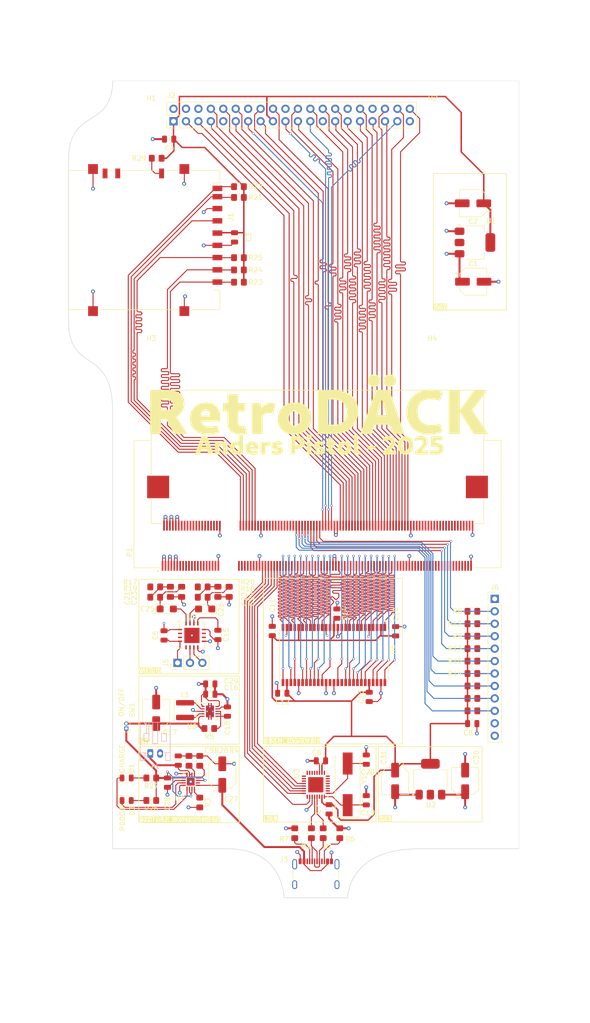
<source format=kicad_pcb>
(kicad_pcb (version 20241229) (generator "pcbnew") (generator_version "9.0")
  (layers (0 "F.Cu" jumper) (4 "In1.Cu" signal) (6 "In2.Cu" signal) (2 "B.Cu" signal) (13 "F.Paste" user) (15 "B.Paste" user) (5 "F.SilkS" user "F.Silkscreen") (7 "B.SilkS" user "B.Silkscreen") (1 "F.Mask" user) (3 "B.Mask" user) (25 "Edge.Cuts" user))
  (net 0 "")
  (net 69 "Net-(U6-EN)")
  (net 74 "Net-(U6-L2)")
  (net 80 "Net-(U6-L1)")
  (net 93 "SD_DAT3")
  (net 94 "SD_DAT1")
  (net 95 "SD_CLK")
  (net 96 "SD_DAT0")
  (net 97 "SD_CMD")
  (net 98 "SD_DAT2")
  (net 99 "LCD_B0")
  (net 100 "LCD_VSYNC")
  (net 101 "5V0")
  (net 102 "LCD_TOUCH_INTERRUPT")
  (net 103 "LCD_TOUCH_CLK")
  (net 104 "LCD_HSYNC")
  (net 105 "LCD_ENABLE")
  (net 106 "LCD_CS")
  (net 107 "LCD_CLK")
  (net 108 "LCD_TOUCH_DATA")
  (net 109 "LCD_PROG_DATA")
  (net 110 "LCD_BACKLIGHT_CTRL")
  (net 111 "LCD_R4")
  (net 112 "LCD_B2")
  (net 113 "LCD_R3")
  (net 114 "LCD_G3")
  (net 115 "LCD_G5")
  (net 116 "LCD_G0")
  (net 117 "LCD_R0")
  (net 118 "LCD_R1")
  (net 119 "LCD_B1")
  (net 120 "LCD_G1")
  (net 121 "LCD_B4")
  (net 122 "LCD_B5")
  (net 123 "LCD_R2")
  (net 124 "LCD_G2")
  (net 125 "LCD_B3")
  (net 126 "LCD_G4")
  (net 127 "LCD_R5")
  (net 128 "3V3_LCD")
  (net 130 "Net-(J3-CC2)")
  (net 132 "Net-(J3-CC1)")
  (net 133 "USB_VBUS")
  (net 134 "USB_DN")
  (net 135 "USB_DP")
  (net 155 "Net-(U3-D+)")
  (net 156 "Net-(U3-D-)")
  (net 157 "USB_HCI_MOSI")
  (net 158 "~{USB_HCI_SS}")
  (net 159 "USB_HCI_SCLK")
  (net 160 "USB_HCI_INT")
  (net 161 "USB_HCI_MISO")
  (net 162 "~{USB_HCI_RESET}")
  (net 165 "SRAM_A3")
  (net 166 "SRAM_A4")
  (net 167 "SRAM_A1")
  (net 168 "SRAM_A0")
  (net 169 "SRAM_A2")
  (net 170 "SRAM_A6")
  (net 171 "SRAM_A5")
  (net 172 "SRAM_A16")
  (net 173 "SRAM_A10")
  (net 174 "SRAM_A14")
  (net 175 "SRAM_A18")
  (net 176 "SRAM_A12")
  (net 177 "SRAM_A17")
  (net 178 "SRAM_A15")
  (net 179 "SRAM_A13")
  (net 180 "SRAM_A8")
  (net 181 "SRAM_A9")
  (net 182 "SRAM_A11")
  (net 183 "SRAM_A19")
  (net 184 "SRAM_A7")
  (net 185 "SRAM_D12")
  (net 186 "SRAM_D13")
  (net 187 "SRAM_D3")
  (net 188 "SRAM_D14")
  (net 189 "SRAM_D1")
  (net 190 "SRAM_D8")
  (net 191 "SRAM_D11")
  (net 192 "SRAM_D4")
  (net 193 "SRAM_D9")
  (net 194 "SRAM_D5")
  (net 195 "SRAM_D0")
  (net 196 "SRAM_D6")
  (net 197 "SRAM_D7")
  (net 198 "SRAM_D15")
  (net 199 "SRAM_D10")
  (net 200 "SRAM_D2")
  (net 201 "Net-(U7-ILIM)")
  (net 202 "Net-(U7-ISET)")
  (net 203 "3V3")
  (net 204 "Net-(SW1-A)")
  (net 205 "BAT+")
  (net 206 "Net-(D1-A)")
  (net 207 "GND")
  (net 208 "~{SRAM_WE}")
  (net 209 "~{SRAM_OE}")
  (net 210 "SYS_LOAD")
  (net 211 "USB_HCI_XI")
  (net 212 "USB_HCI_XO")
  (net 213 "HIO_BTN_X")
  (net 214 "HIO_BTN_A")
  (net 215 "HIO_BTN_C")
  (net 216 "HIO_BTN_D")
  (net 217 "HIO_BTN_B")
  (net 218 "HIO_DPAD_W")
  (net 219 "HIO_DPAD_S")
  (net 220 "HIO_DPAD_E")
  (net 221 "HIO_DPAD_N")
  (net 225 "Net-(C21-Pad1)")
  (net 226 "Net-(C22-Pad2)")
  (net 227 "Net-(C23-Pad1)")
  (net 228 "Net-(C24-Pad2)")
  (net 229 "Net-(U8-INL)")
  (net 230 "Net-(U8-INR)")
  (net 231 "PWM_L")
  (net 232 "PWM_R")
  (net 233 "Net-(D1-K)")
  (net 235 "Net-(D3-A)")
  (net 236 "Net-(D3-K)")
  (net 237 "Net-(U7-TS)")
  (net 238 "Net-(U8-BIAS)")
  (net 239 "Net-(J5-Pin_2)")
  (net 240 "Net-(U8-OUTR-)")
  (net 241 "Net-(U8-OUTR+)")
  (net 242 "Net-(U8-OUTL+)")
  (net 243 "Net-(U8-OUTL-)")
  (net 245 "SD_CARD")
  (footprint "Resistor_SMD:R_0805_2012Metric_Pad1.20x1.40mm_HandSolder" (layer "F.Cu") (at 188.484 210.82 180)
    (property "Reference" "R12")
    (property "Value" "10k")
  )
  (footprint "Capacitor_SMD:C_0805_2012Metric" (layer "F.Cu") (at 167.4 225.75 90)
    (property "Reference" "C13")
    (property "Value" "1uF")
  )
  (footprint "Capacitor_SMD:C_0805_2012Metric" (layer "F.Cu") (at 126.2 243.25 90)
    (property "Reference" "C28")
    (property "Value" "10uF")
  )
  (footprint "Capacitor_SMD:CP_Elec_5x5.3" (layer "F.Cu") (at 187 242.9 90)
    (property "Reference" "C30")
    (property "Value" "10uF")
  )
  (footprint "LED_SMD:LED_0805_2012Metric" (layer "F.Cu") (at 117.8625 242.3)
    (property "Reference" "D1")
    (property "Value" "LED")
  )
  (footprint "Resistor_SMD:R_0805_2012Metric_Pad1.20x1.40mm_HandSolder" (layer "F.Cu") (at 122.9 246.9 180)
    (property "Reference" "R26")
    (property "Value" "1k")
  )
  (footprint "MountingHole:MountingHole_2.5mm" (layer "F.Cu") (at 180.4 107)
    (property "Reference" "H2")
    (property "Value" "MountingHole")
  )
  (footprint "Resistor_SMD:R_0805_2012Metric_Pad1.20x1.40mm_HandSolder" (layer "F.Cu") (at 188.484 215.9 180)
    (property "Reference" "R13")
    (property "Value" "10k")
  )
  (footprint "Capacitor_SMD:C_0805_2012Metric_Pad1.18x1.45mm_HandSolder" (layer "F.Cu") (at 129.1 204.3 -90)
    (property "Reference" "C23")
    (property "Value" "10nF")
  )
  (footprint "Resistor_SMD:R_0805_2012Metric_Pad1.20x1.40mm_HandSolder" (layer "F.Cu") (at 140.8 141.1)
    (property "Reference" "R23")
    (property "Value" "4k7")
  )
  (footprint "Resistor_SMD:R_0805_2012Metric_Pad1.20x1.40mm_HandSolder" (layer "F.Cu") (at 134.75 232.2 180)
    (property "Reference" "R5")
    (property "Value" "100")
  )
  (footprint "Capacitor_SMD:CP_Elec_5x5.3" (layer "F.Cu") (at 123.9 229 90)
    (property "Reference" "C17")
    (property "Value" "10uF")
  )
  (footprint "MountingHole:MountingHole_2.5mm" (layer "F.Cu") (at 122.9 156)
    (property "Reference" "H3")
    (property "Value" "MountingHole")
  )
  (footprint "Package_SON:Texas_DRC0010J_ThermalVias" (layer "F.Cu") (at 134.875 228.7)
    (property "Reference" "U6")
    (property "Value" "TPS63002")
  )
  (footprint "Connector_PinHeader_2.54mm:PinHeader_1x03_P2.54mm_Vertical" (layer "F.Cu") (at 128.26 218.8 90)
    (property "Reference" "J5")
    (property "Value" "Conn_01x03_Pin")
  )
  (footprint "Resistor_SMD:R_0805_2012Metric_Pad1.20x1.40mm_HandSolder" (layer "F.Cu") (at 132.8 238.8 90)
    (property "Reference" "R4")
    (property "Value" "1.13k")
  )
  (footprint "Resistor_SMD:R_0805_2012Metric_Pad1.20x1.40mm_HandSolder" (layer "F.Cu") (at 132.8 247.3 -90)
    (property "Reference" "R3")
    (property "Value" "1.18k")
  )
  (footprint "libraries:SOP80P1176X120-54N" (layer "F.Cu") (at 160.2 217.2 -90)
    (property "Reference" "U4")
    (property "Value" "~")
  )
  (footprint "Capacitor_SMD:C_0805_2012Metric" (layer "F.Cu") (at 160.8 208.75 -90)
    (property "Reference" "C14")
    (property "Value" "1uF")
  )
  (footprint "Resistor_SMD:R_0805_2012Metric_Pad1.20x1.40mm_HandSolder" (layer "F.Cu") (at 188.484 213.36 180)
    (property "Reference" "R9")
    (property "Value" "10k")
  )
  (footprint "Inductor_SMD:L_APV_ANR4012" (layer "F.Cu") (at 129.8 228.45 -90)
    (property "Reference" "L1")
    (property "Value" "2.2uH")
  )
  (footprint "Capacitor_SMD:C_0805_2012Metric" (layer "F.Cu") (at 136.5 213.1 -90)
    (property "Reference" "C15")
    (property "Value" "1uF")
  )
  (footprint "Capacitor_Tantalum_SMD:CP_EIA-3216-18_Kemet-A" (layer "F.Cu") (at 126.0525 207.8)
    (property "Reference" "C25")
    (property "Value" "47uF")
  )
  (footprint "Resistor_SMD:R_0805_2012Metric_Pad1.20x1.40mm_HandSolder" (layer "F.Cu") (at 158 253.575 90)
    (property "Reference" "R1")
    (property "Value" "33")
  )
  (footprint "Capacitor_SMD:C_0805_2012Metric" (layer "F.Cu") (at 157.55 238.8 180)
    (property "Reference" "C6")
    (property "Value" "1uF")
  )
  (footprint "Resistor_SMD:R_0805_2012Metric_Pad1.20x1.40mm_HandSolder" (layer "F.Cu") (at 133.4 203.3)
    (property "Reference" "R18")
    (property "Value" "4k7")
  )
  (footprint "Resistor_SMD:R_0805_2012Metric_Pad1.20x1.40mm_HandSolder" (layer "F.Cu") (at 188.484 218.44 180)
    (property "Reference" "R10")
    (property "Value" "10k")
  )
  (footprint "Resistor_SMD:R_0805_2012Metric_Pad1.20x1.40mm_HandSolder" (layer "F.Cu") (at 133.4 205.4)
    (property "Reference" "R20")
    (property "Value" "4k7")
  )
  (footprint "Package_TO_SOT_SMD:SOT-223-3_TabPin2" (layer "F.Cu") (at 189 133)
    (property "Reference" "U1")
    (property "Value" "AMS1117-3.3")
  )
  (footprint "Crystal:Crystal_SMD_HC49-SD" (layer "F.Cu") (at 163 243.6 90)
    (property "Reference" "Y1")
    (property "Value" "12MHz")
  )
  (footprint "Capacitor_SMD:C_0805_2012Metric" (layer "F.Cu") (at 147.6 212.3 -90)
    (property "Reference" "C11")
    (property "Value" "1uF")
  )
  (footprint "Resistor_SMD:R_0805_2012Metric_Pad1.20x1.40mm_HandSolder" (layer "F.Cu") (at 188.484 226.06 180)
    (property "Reference" "R15" (hide yes))
    (property "Value" "10k")
  )
  (footprint "Capacitor_SMD:C_0805_2012Metric_Pad1.18x1.45mm_HandSolder" (layer "F.Cu") (at 126.8 204.3 -90)
    (property "Reference" "C21")
    (property "Value" "10nF")
  )
  (footprint "Resistor_SMD:R_0805_2012Metric_Pad1.20x1.40mm_HandSolder" (layer "F.Cu") (at 161.4 253.575 -90)
    (property "Reference" "R6")
    (property "Value" "5.1k")
  )
  (footprint "Capacitor_SMD:CP_Elec_5x5.3" (layer "F.Cu") (at 188.65 141)
    (property "Reference" "C1")
    (property "Value" "10uF")
  )
  (footprint "Capacitor_SMD:C_0805_2012Metric" (layer "F.Cu") (at 134.95 223.1 180)
    (property "Reference" "C29")
    (property "Value" "10uF")
  )
  (footprint "Capacitor_SMD:C_0805_2012Metric_Pad1.18x1.45mm_HandSolder" (layer "F.Cu") (at 138.8 204.3 90)
    (property "Reference" "C24")
    (property "Value" "10nF")
  )
  (footprint "Resistor_SMD:R_0805_2012Metric_Pad1.20x1.40mm_HandSolder" (layer "F.Cu") (at 188.484 208.28 180)
    (property "Reference" "R8")
    (property "Value" "10k")
  )
  (footprint "Capacitor_SMD:C_0805_2012Metric" (layer "F.Cu") (at 166.8 238.55 -90)
    (property "Reference" "C20")
    (property "Value" "27pF")
  )
  (footprint "Capacitor_SMD:C_0805_2012Metric" (layer "F.Cu") (at 138.45 228.75 -90)
    (property "Reference" "C18")
    (property "Value" "0.1u")
  )
  (footprint "Resistor_SMD:R_0805_2012Metric_Pad1.20x1.40mm_HandSolder" (layer "F.Cu") (at 140.8 136.1)
    (property "Reference" "R25")
    (property "Value" "4k7")
  )
  (footprint "Capacitor_SMD:C_0805_2012Metric" (layer "F.Cu") (at 166.8 246.85 -90)
    (property "Reference" "C19")
    (property "Value" "27pF")
  )
  (footprint "Resistor_SMD:R_0805_2012Metric_Pad1.20x1.40mm_HandSolder" (layer "F.Cu") (at 124 115.8)
    (property "Reference" "R29")
    (property "Value" "57k")
  )
  (footprint "DM1AA-SF-PEJ(82):RetroDACK SD_Hirose_DM1AA_SF_PEJ82" (layer "F.Cu") (at 121.45 132.5 -90)
    (property "Reference" "J1")
    (property "Value" "SD_Card_Receptacle")
  )
  (footprint "Capacitor_SMD:C_0805_2012Metric" (layer "F.Cu") (at 149.65 225)
    (property "Reference" "C12")
    (property "Value" "1uF")
  )
  (footprint "Resistor_SMD:R_0805_2012Metric_Pad1.20x1.40mm_HandSolder" (layer "F.Cu") (at 130.6 238.8 90)
    (property "Reference" "R28")
    (property "Value" "10k")
  )
  (footprint "Capacitor_SMD:C_0805_2012Metric" (layer "F.Cu") (at 128.4 238.75 -90)
    (property "Reference" "C9")
    (property "Value" "4.7uF")
  )
  (footprint "Connector_USB:USB_C_Receptacle_GCT_USB4105-xx-A_16P_TopMnt_Horizontal" (layer "F.Cu") (at 156.5 263)
    (property "Reference" "J3")
    (property "Value" "USB_C_Receptacle_USB2.0_16P")
  )
  (footprint "Capacitor_SMD:CP_Elec_5x5.3" (layer "F.Cu") (at 172.7 242.9 -90)
    (property "Reference" "C31")
    (property "Value" "22uF")
  )
  (footprint "Capacitor_SMD:CP_Elec_5x5.3" (layer "F.Cu") (at 188.6 125 180)
    (property "Reference" "C2")
    (property "Value" "22uF")
  )
  (footprint "Resistor_SMD:R_0805_2012Metric_Pad1.20x1.40mm_HandSolder" (layer "F.Cu") (at 140.8 138.6)
    (property "Reference" "R24")
    (property "Value" "4k7")
  )
  (footprint "Resistor_SMD:R_0805_2012Metric_Pad1.20x1.40mm_HandSolder" (layer "F.Cu") (at 140.8 121.6)
    (property "Reference" "R22")
    (property "Value" "4k7")
  )
  (footprint "SODIMM:TE_1-1473005-4" (layer "F.Cu") (at 156.85 194.9 90)
    (property "Reference" "P1")
    (property "Value" "1-1473005-4")
  )
  (footprint "Resistor_SMD:R_0805_2012Metric_Pad1.20x1.40mm_HandSolder" (layer "F.Cu") (at 122.9 242.3 180)
    (property "Reference" "R27")
    (property "Value" "1k")
  )
  (footprint "Capacitor_SMD:C_0805_2012Metric" (layer "F.Cu") (at 172.8 212.35 -90)
    (property "Reference" "C10")
    (property "Value" "1uF")
  )
  (footprint "Resistor_SMD:R_0805_2012Metric_Pad1.20x1.40mm_HandSolder" (layer "F.Cu") (at 155.6 253.575 90)
    (property "Reference" "R2")
    (property "Value" "33")
  )
  (footprint "Package_TO_SOT_SMD:SOT-223-3_TabPin2" (layer "F.Cu") (at 179.9 242.55 90)
    (property "Reference" "U2")
    (property "Value" "AMS1117-3.3")
  )
  (footprint "Package_DFN_QFN:VQFN-16-1EP_3x3mm_P0.5mm_EP1.6x1.6mm" (layer "F.Cu") (at 130.95 243.05 -90)
    (property "Reference" "U7")
    (property "Value" "BQ24072RGT")
  )
  (footprint "Resistor_SMD:R_0805_2012Metric_Pad1.20x1.40mm_HandSolder" (layer "F.Cu") (at 188.484 220.98 180)
    (property "Reference" "R14")
    (property "Value" "10k")
  )
  (footprint "Resistor_SMD:R_0805_2012Metric_Pad1.20x1.40mm_HandSolder" (layer "F.Cu") (at 152.2 253.575 -90)
    (property "Reference" "R7")
    (property "Value" "5.1k")
  )
  (footprint "Package_DFN_QFN:TQFN-16-1EP_5x5mm_P0.8mm_EP3.1x3.1mm" (layer "F.Cu") (at 131.2 213.2)
    (property "Reference" "U8")
    (property "Value" "MAX9715xTE+")
  )
  (footprint "Capacitor_SMD:C_0805_2012Metric" (layer "F.Cu") (at 126.55 111.9)
    (property "Reference" "C4")
    (property "Value" "1uF")
  )
  (footprint "Capacitor_SMD:C_0805_2012Metric" (layer "F.Cu") (at 159.2 248.7 -90)
    (property "Reference" "C7")
    (property "Value" "1uF")
  )
  (footprint "Connector_PinHeader_1.00mm:PinHeader_1x02_P1.00mm_Vertical" (layer "F.Cu") (at 117.8 232.2 180)
    (property "Reference" "SW1")
    (property "Value" "SW_SPST")
  )
  (footprint "Connector_PinHeader_2.54mm:PinHeader_2x20_P2.54mm_Vertical" (layer "F.Cu") (at 127.44 108.25 90)
    (property "Reference" "J2")
    (property "Value" "Conn_02x20_Odd_Even_MountingPin")
  )
  (footprint "Resistor_SMD:R_0805_2012Metric_Pad1.20x1.40mm_HandSolder" (layer "F.Cu") (at 188.484 228.6 180)
    (property "Reference" "R16" (hide yes))
    (property "Value" "10k")
  )
  (footprint "Resistor_SMD:R_0805_2012Metric_Pad1.20x1.40mm_HandSolder" (layer "F.Cu") (at 123.7 205.4)
    (property "Reference" "R19")
    (property "Value" "4k7")
  )
  (footprint "Capacitor_SMD:C_0805_2012Metric" (layer "F.Cu") (at 125.5 213.2 -90)
    (property "Reference" "C5")
    (property "Value" "1uF")
  )
  (footprint "Capacitor_SMD:C_0805_2012Metric" (layer "F.Cu") (at 188.45 231.2 180)
    (property "Reference" "C8")
    (property "Value" "1uF")
  )
  (footprint "Capacitor_SMD:C_0805_2012Metric_Pad1.18x1.45mm_HandSolder" (layer "F.Cu") (at 136.5 204.3 90)
    (property "Reference" "C22")
    (property "Value" "10nF")
  )
  (footprint "MAX:QFN50P500X500X80-33N" (layer "F.Cu") (at 156.5 243.685 -90)
    (property "Reference" "U3")
    (property "Value" "MAX3421EETJ_T")
  )
  (footprint "Resistor_SMD:R_0805_2012Metric_Pad1.20x1.40mm_HandSolder" (layer "F.Cu") (at 188.484 223.52 180)
    (property "Reference" "R11" (hide yes))
    (property "Value" "10k")
  )
  (footprint "Resistor_SMD:R_0805_2012Metric_Pad1.20x1.40mm_HandSolder" (layer "F.Cu") (at 140.8 123.8)
    (property "Reference" "R21")
    (property "Value" "4k7")
  )
  (footprint "Capacitor_SMD:C_0805_2012Metric" (layer "F.Cu") (at 139.9 131.95 90)
    (property "Reference" "C3")
    (property "Value" "1uF")
  )
  (footprint "Resistor_SMD:R_0805_2012Metric_Pad1.20x1.40mm_HandSolder" (layer "F.Cu") (at 123.7 203.3)
    (property "Reference" "R17")
    (property "Value" "4k7")
  )
  (footprint "Capacitor_SMD:CP_Elec_5x5.3" (layer "F.Cu") (at 137.4 241.6 90)
    (property "Reference" "C27")
    (property "Value" "10uF")
  )
  (footprint "MountingHole:MountingHole_2.5mm" (layer "F.Cu") (at 122.9 107)
    (property "Reference" "H1")
    (property "Value" "MountingHole")
  )
  (footprint "LED_SMD:LED_0805_2012Metric" (layer "F.Cu") (at 117.8625 246.9)
    (property "Reference" "D3")
    (property "Value" "LED")
  )
  (footprint "Connector_PinHeader_2.54mm:PinHeader_1x12_P2.54mm_Vertical" (layer "F.Cu") (at 193.04 205.74)
    (property "Reference" "J6")
    (property "Value" "Conn_01x12")
  )
  (footprint "Capacitor_Tantalum_SMD:CP_EIA-3216-18_Kemet-A" (layer "F.Cu") (at 133.9 207.8 180)
    (property "Reference" "C26")
    (property "Value" "47uF")
  )
  (footprint "Capacitor_SMD:C_0805_2012Metric" (layer "F.Cu") (at 134.95 225.2 180)
    (property "Reference" "C16")
    (property "Value" "10uF")
  )
  (footprint "MountingHole:MountingHole_2.5mm" (layer "F.Cu") (at 180.3 156)
    (property "Reference" "H4")
    (property "Value" "MountingHole")
  )
  (footprint "Connector_JST:JST_PH_S2B-PH-K_1x02_P2.00mm_Horizontal" (layer "B.Cu") (at 122.7 237.3)
    (property "Reference" "J4")
    (property "Value" "Conn_01x02")
  )
  (gr_poly (pts (xy 168.66293 175.240157) (xy 167.053819 175.240157) (xy 167.053819 174.489239) (xy 168.66293 174.489239)) (fill yes) (layer "F.SilkS"))
  (gr_poly (pts (xy 141.635245 176.264632) (xy 141.066695 176.264632) (xy 140.883478 175.898199) (xy 140.865483 175.923015) (xy 140.822588 175.97525) (xy 140.777139 176.024108) (xy 140.729208 176.069508) (xy 140.678864 176.111372) (xy 140.626179 176.149623) (xy 140.571223 176.18418) (xy 140.514068 176.214966) (xy 140.454783 176.241903) (xy 140.393439 176.26491) (xy 140.330108 176.283911) (xy 140.26486 176.298826) (xy 140.197765 176.309577) (xy 140.128895 176.316085) (xy 140.05832 176.318272) (xy 140.058318 176.318272) (xy 139.998504 176.316724) (xy 139.93978 176.31211) (xy 139.882199 176.304474) (xy 139.825814 176.293863) (xy 139.770679 176.280321) (xy 139.716846 176.263894) (xy 139.664368 176.244626) (xy 139.613298 176.222564) (xy 139.56369 176.197751) (xy 139.515597 176.170234) (xy 139.469071 176.140057) (xy 139.424165 176.107265) (xy 139.380933 176.071904) (xy 139.339427 176.03402) (xy 139.299701 175.993656) (xy 139.261808 175.950859) (xy 139.225801 175.905673) (xy 139.191732 175.858144) (xy 139.159654 175.808317) (xy 139.129622 175.756236) (xy 139.101688 175.701948) (xy 139.075904 175.645497) (xy 139.052324 175.586929) (xy 139.031001 175.526289) (xy 139.011988 175.463621) (xy 138.995338 175.398971) (xy 138.981104 175.332385) (xy 138.96934 175.263907) (xy 138.960097 175.193583) (xy 138.953429 175.121457) (xy 138.94939 175.047576) (xy 138.948031 174.971983) (xy 138.948727 174.934439) (xy 139.892045 174.934439) (xy 139.892546 174.970171) (xy 139.894043 175.004947) (xy 139.896526 175.038758) (xy 139.899986 175.07159) (xy 139.904412 175.103433) (xy 139.909794 175.134273) (xy 139.916123 175.1641) (xy 139.923389 175.192902) (xy 139.931582 175.220666) (xy 139.940693 175.247382) (xy 139.950711 175.273037) (xy 139.961626 175.29762) (xy 139.97343 175.321118) (xy 139.986112 175.34352) (xy 139.999661 175.364815) (xy 140.014069 175.384989) (xy 140.029326 175.404033) (xy 140.045421 175.421933) (xy 140.062346 175.438678) (xy 140.080089 175.454257) (xy 140.098642 175.468657) (xy 140.117994 175.481866) (xy 140.138135 175.493874) (xy 140.159057 175.504667) (xy 140.180749 175.514235) (xy 140.2032 175.522566) (xy 140.226402 175.529647) (xy 140.250345 175.535467) (xy 140.275018 175.540014) (xy 140.300412 175.543277) (xy 140.326517 175.545243) (xy 140.353324 175.545901) (xy 140.370828 175.545635) (xy 140.388138 175.54484) (xy 140.405248 175.543523) (xy 140.422151 175.54169) (xy 140.438842 175.539345) (xy 140.455315 175.536496) (xy 140.471565 175.533148) (xy 140.487584 175.529307) (xy 140.503368 175.524979) (xy 140.51891 175.520169) (xy 140.534205 175.514884) (xy 140.549246 175.50913) (xy 140.564028 175.502912) (xy 140.578545 175.496237) (xy 140.59279 175.48911) (xy 140.606759 175.481536) (xy 140.620445 175.473523) (xy 140.633842 175.465076) (xy 140.646945 175.456201) (xy 140.659747 175.446903) (xy 140.672243 175.437189) (xy 140.684426 175.427064) (xy 140.696291 175.416534) (xy 140.707832 175.405606) (xy 140.719043 175.394285) (xy 140.729918 175.382577) (xy 140.740451 175.370488) (xy 140.744872 175.365078) (xy 140.744872 174.542209) (xy 140.734253 174.529105) (xy 140.711433 174.504505) (xy 140.687135 174.481602) (xy 140.661431 174.460443) (xy 140.634391 174.441076) (xy 140.606086 174.423547) (xy 140.576587 174.407903) (xy 140.545965 174.394193) (xy 140.514289 174.382462) (xy 140.481632 174.372758) (xy 140.448063 174.365129) (xy 140.413653 174.359621) (xy 140.378474 174.356282) (xy 140.342595 174.355158) (xy 140.316291 174.355785) (xy 140.290688 174.357657) (xy 140.265794 174.360762) (xy 140.241617 174.36509) (xy 140.218168 174.370627) (xy 140.195454 174.377362) (xy 140.173484 174.385284) (xy 140.152268 174.39438) (xy 140.131814 174.40464) (xy 140.112131 174.41605) (xy 140.093227 174.4286) (xy 140.075113 174.442277) (xy 140.057795 174.457069) (xy 140.041284 174.472966) (xy 140.025589 174.489955) (xy 140.010717 174.508024) (xy 139.996678 174.527162) (xy 139.983481 174.547356) (xy 139.971134 174.568596) (xy 139.959647 174.590868) (xy 139.949027 174.614162) (xy 139.939285 174.638466) (xy 139.922467 174.690055) (xy 139.909264 174.745541) (xy 139.899745 174.80483) (xy 139.893982 174.867828) (xy 139.892045 174.934439) (xy 138.948727 174.934439) (xy 138.949469 174.89438) (xy 138.953753 174.818492) (xy 138.960835 174.744368) (xy 138.97067 174.672056) (xy 138.983212 174.601607) (xy 138.998414 174.533069) (xy 139.016231 174.466491) (xy 139.036616 174.401923) (xy 139.059524 174.339413) (xy 139.084907 174.279011) (xy 139.11272 174.220766) (xy 139.142916 174.164726) (xy 139.17545 174.110942) (xy 139.210276 174.059461) (xy 139.247346 174.010334) (xy 139.286615 173.963609) (xy 139.328038 173.919335) (xy 139.371566 173.877562) (xy 139.417156 173.838338) (xy 139.464759 173.801713) (xy 139.514331 173.767736) (xy 139.565825 173.736456) (xy 139.619195 173.707921) (xy 139.674394 173.682182) (xy 139.731377 173.659287) (xy 139.790097 173.639286) (xy 139.850509 173.622227) (xy 139.912565 173.608159) (xy 139.97622 173.597132) (xy 140.041428 173.589195) (xy 140.108143 173.584397) (xy 140.176318 173.582786) (xy 140.243693 173.584546) (xy 140.276614 173.586746) (xy 140.309018 173.589826) (xy 140.340899 173.593786) (xy 140.372252 173.598626) (xy 140.403073 173.604346) (xy 140.433357 173.610945) (xy 140.463099 173.618425) (xy 140.492294 173.626785) (xy 140.520937 173.636025) (xy 140.549023 173.646145) (xy 140.576547 173.657144) (xy 140.603504 173.669024) (xy 140.62989 173.681784) (xy 140.655699 173.695423) (xy 140.680927 173.709943) (xy 140.705569 173.725343) (xy 140.729619 173.741622) (xy 140.744872 173.752781) (xy 140.744872 172.300859) (xy 141.635245 172.300859)) (fill yes) (layer "F.SilkS"))
  (gr_rect (start 145.8 201.55) (end 174.2 235.35) (stroke (width 0.15)) (fill no) (layer "F.SilkS"))
  (gr_poly (pts (xy 160.531088 163.151802) (xy 160.809519 163.165724) (xy 161.080352 163.188816) (xy 161.343481 163.220984) (xy 161.598804 163.262138) (xy 161.846217 163.312185) (xy 162.085615 163.371034) (xy 162.316895 163.438592) (xy 162.539954 163.514768) (xy 162.754688 163.599469) (xy 162.960992 163.692604) (xy 163.158764 163.794081) (xy 163.347899 163.903807) (xy 163.528294 164.021692) (xy 163.699846 164.147642) (xy 163.86245 164.281567) (xy 164.016002 164.423374) (xy 164.1604 164.572971) (xy 164.295539 164.730266) (xy 164.421315 164.895168) (xy 164.537625 165.067584) (xy 164.644366 165.247423) (xy 164.741433 165.434592) (xy 164.828723 165.629) (xy 164.906131 165.830554) (xy 164.973556 166.039164) (xy 165.030891 166.254736) (xy 165.078035 166.477179) (xy 165.114883 166.706401) (xy 165.141331 166.942311) (xy 165.157276 167.184815) (xy 165.162614 167.433823) (xy 165.156723 167.694058) (xy 165.139168 167.948476) (xy 165.110131 168.196916) (xy 165.069788 168.439218) (xy 165.01832 168.675222) (xy 164.955905 168.904767) (xy 164.882724 169.127694) (xy 164.798954 169.343842) (xy 164.704775 169.55305) (xy 164.600366 169.755159) (xy 164.485907 169.950008) (xy 164.361576 170.137437) (xy 164.227553 170.317286) (xy 164.084016 170.489393) (xy 163.931145 170.6536) (xy 163.76912 170.809746) (xy 163.598118 170.957669) (xy 163.41832 171.097211) (xy 163.229904 171.228211) (xy 163.03305 171.350509) (xy 162.827936 171.463944) (xy 162.614743 171.568355) (xy 162.393648 171.663584) (xy 162.164832 171.749469) (xy 161.928472 171.82585) (xy 161.68475 171.892567) (xy 161.433842 171.949459) (xy 161.17593 171.996367) (xy 160.911191 172.03313) (xy 160.639805 172.059588) (xy 160.361952 172.07558) (xy 160.077809 172.080947) (xy 156.898198 172.080947) (xy 156.898199 170.162881) (xy 159.086595 170.162881) (xy 160.335267 170.16288) (xy 160.485174 170.160321) (xy 160.630754 170.15266) (xy 160.771977 170.139927) (xy 160.908817 170.12215) (xy 161.041243 170.099357) (xy 161.169229 170.071576) (xy 161.292746 170.038836) (xy 161.411766 170.001165) (xy 161.52626 169.958591) (xy 161.6362 169.911142) (xy 161.741558 169.858848) (xy 161.842305 169.801735) (xy 161.938413 169.739833) (xy 162.029855 169.673169) (xy 162.116601 169.601773) (xy 162.198623 169.525671) (xy 162.275894 169.444894) (xy 162.348384 169.359468) (xy 162.416066 169.269422) (xy 162.478911 169.174784) (xy 162.536891 169.075583) (xy 162.589977 168.971847) (xy 162.638142 168.863604) (xy 162.681357 168.750883) (xy 162.719594 168.633711) (xy 162.752824 168.512118) (xy 162.78102 168.386131) (xy 162.804153 168.255778) (xy 162.822194 168.121089) (xy 162.835115 167.982091) (xy 162.842889 167.838812) (xy 162.845487 167.691281) (xy 162.842517 167.538776) (xy 162.833648 167.390251) (xy 162.818937 167.24576) (xy 162.798445 167.105362) (xy 162.77223 166.969112) (xy 162.740351 166.837067) (xy 162.702866 166.709284) (xy 162.659835 166.585819) (xy 162.611317 166.466729) (xy 162.55737 166.35207) (xy 162.498054 166.241899) (xy 162.433428 166.136273) (xy 162.363549 166.035247) (xy 162.288479 165.938879) (xy 162.208274 165.847226) (xy 162.122994 165.760343) (xy 162.032699 165.678288) (xy 161.937447 165.601116) (xy 161.837296 165.528885) (xy 161.732307 165.461651) (xy 161.622537 165.399471) (xy 161.508046 165.342401) (xy 161.388892 165.290497) (xy 161.265135 165.243817) (xy 161.136834 165.202417) (xy 161.004047 165.166354) (xy 160.866834 165.135683) (xy 160.725253 165.110462) (xy 160.579363 165.090747) (xy 160.429223 165.076595) (xy 160.274892 165.068062) (xy 160.116429 165.065206) (xy 159.086595 165.065206) (xy 159.086595 170.162881) (xy 156.898199 170.162881) (xy 156.898202 163.147141) (xy 160.24516 163.147141)) (fill yes) (layer "F.SilkS"))
  (gr_rect (start 169.25 235.9) (end 190.45 251.25) (stroke (width 0.15)) (fill no) (layer "F.SilkS"))
  (gr_rect (start 120.35 235.9) (end 140.85 251.4) (stroke (width 0.15)) (fill no) (layer "F.SilkS"))
  (gr_poly (pts (xy 155.159681 172.210297) (xy 155.18843 172.21216) (xy 155.21654 172.21524) (xy 155.243991 172.219519) (xy 155.270763 172.224976) (xy 155.296834 172.231593) (xy 155.322184 172.239348) (xy 155.346793 172.248223) (xy 155.37064 172.258198) (xy 155.393704 172.269254) (xy 155.415964 172.28137) (xy 155.4374 172.294527) (xy 155.457992 172.308706) (xy 155.477719 172.323886) (xy 155.496559 172.340048) (xy 155.514493 172.357173) (xy 155.5315 172.375241) (xy 155.54756 172.394232) (xy 155.56265 172.414127) (xy 155.576752 172.434905) (xy 155.589844 172.456548) (xy 155.601906 172.479035) (xy 155.612917 172.502348) (xy 155.622857 172.526465) (xy 155.631704 172.551369) (xy 155.639439 172.577038) (xy 155.64604 172.603454) (xy 155.651488 172.630597) (xy 155.65576 172.658446) (xy 155.658838 172.686983) (xy 155.660699 172.716189) (xy 155.661324 172.746042) (xy 155.660699 172.775408) (xy 155.658838 172.804156) (xy 155.65576 172.832266) (xy 155.651487 172.859716) (xy 155.64604 172.886488) (xy 155.639439 172.912559) (xy 155.631704 172.937909) (xy 155.622856 172.962517) (xy 155.612917 172.986363) (xy 155.601906 173.009427) (xy 155.589843 173.031687) (xy 155.576751 173.053124) (xy 155.562649 173.073715) (xy 155.547558 173.093442) (xy 155.531499 173.112282) (xy 155.514492 173.130216) (xy 155.496558 173.147223) (xy 155.477717 173.163282) (xy 155.457991 173.178373) (xy 155.437399 173.192475) (xy 155.415962 173.205567) (xy 155.393702 173.217629) (xy 155.370638 173.22864) (xy 155.346791 173.23858) (xy 155.322183 173.247427) (xy 155.296833 173.255162) (xy 155.270761 173.261763) (xy 155.24399 173.267211) (xy 155.216539 173.271483) (xy 155.188429 173.274561) (xy 155.159681 173.276423) (xy 155.130315 173.277048) (xy 155.100949 173.276423) (xy 155.072201 173.274561) (xy 155.044091 173.271483) (xy 155.016641 173.267211) (xy 154.98987 173.261763) (xy 154.963799 173.255162) (xy 154.938449 173.247427) (xy 154.91384 173.23858) (xy 154.889994 173.22864) (xy 154.86693 173.217629) (xy 154.84467 173.205567) (xy 154.823234 173.192475) (xy 154.802642 173.178373) (xy 154.782916 173.163282) (xy 154.764075 173.147223) (xy 154.746141 173.130216) (xy 154.729134 173.112282) (xy 154.713075 173.093442) (xy 154.697984 173.073715) (xy 154.683882 173.053124) (xy 154.67079 173.031687) (xy 154.658728 173.009427) (xy 154.647717 172.986363) (xy 154.637777 172.962517) (xy 154.628929 172.937909) (xy 154.621195 172.912559) (xy 154.614593 172.886488) (xy 154.609146 172.859716) (xy 154.604873 172.832266) (xy 154.601796 172.804156) (xy 154.599934 172.775408) (xy 154.599309 172.746042) (xy 154.599934 172.716189) (xy 154.601796 172.686983) (xy 154.604873 172.658446) (xy 154.609146 172.630597) (xy 154.614593 172.603454) (xy 154.621195 172.577038) (xy 154.628929 172.551369) (xy 154.637777 172.526465) (xy 154.647717 172.502348) (xy 154.658728 172.479035) (xy 154.67079 172.456548) (xy 154.683882 172.434905) (xy 154.697984 172.414127) (xy 154.713075 172.394232) (xy 154.729134 172.375241) (xy 154.746141 172.357173) (xy 154.764075 172.340048) (xy 154.782916 172.323886) (xy 154.802642 172.308706) (xy 154.823234 172.294527) (xy 154.84467 172.28137) (xy 154.86693 172.269254) (xy 154.889994 172.258198) (xy 154.91384 172.248223) (xy 154.938449 172.239348) (xy 154.963799 172.231593) (xy 154.98987 172.224976) (xy 155.016641 172.219519) (xy 155.044091 172.21524) (xy 155.072201 172.21216) (xy 155.100949 172.210297) (xy 155.130315 172.209672)) (fill yes) (layer "F.SilkS"))
  (gr_rect (start 120.35 221.5) (end 140.85 235.4) (stroke (width 0.15)) (fill no) (layer "F.SilkS"))
  (gr_poly (pts (xy 180.055193 163.020527) (xy 180.220058 163.026885) (xy 180.383943 163.037504) (xy 180.54696 163.052404) (xy 180.709223 163.071604) (xy 180.870845 163.095121) (xy 181.031939 163.122976) (xy 181.192617 163.155186) (xy 181.352994 163.191772) (xy 181.513183 163.232751) (xy 181.673296 163.278142) (xy 181.833447 163.327965) (xy 181.993748 163.382238) (xy 182.154314 163.44098) (xy 182.315256 163.50421) (xy 182.476689 163.571947) (xy 181.858788 165.322664) (xy 181.763405 165.284963) (xy 181.661119 165.249147) (xy 181.552573 165.215293) (xy 181.438408 165.183475) (xy 181.319264 165.15377) (xy 181.195784 165.126251) (xy 180.938376 165.078079) (xy 180.671313 165.03956) (xy 180.399725 165.0113) (xy 180.12874 164.993902) (xy 179.863488 164.987968) (xy 179.713507 164.990418) (xy 179.567713 164.997764) (xy 179.426142 165.009999) (xy 179.288833 165.027115) (xy 179.155824 165.049105) (xy 179.027151 165.075963) (xy 178.902853 165.107682) (xy 178.782968 165.144253) (xy 178.667533 165.185671) (xy 178.556586 165.231928) (xy 178.450164 165.283017) (xy 178.348306 165.338931) (xy 178.251049 165.399663) (xy 178.15843 165.465206) (xy 178.070488 165.535552) (xy 177.987261 165.610695) (xy 177.908785 165.690628) (xy 177.835099 165.775344) (xy 177.76624 165.864835) (xy 177.702246 165.959094) (xy 177.643155 166.058115) (xy 177.589005 166.16189) (xy 177.539832 166.270412) (xy 177.495676 166.383674) (xy 177.456573 166.501669) (xy 177.422562 166.624391) (xy 177.393679 166.751831) (xy 177.369964 166.883983) (xy 177.351453 167.02084) (xy 177.338184 167.162395) (xy 177.330195 167.30864) (xy 177.327523 167.459569) (xy 177.330532 167.620481) (xy 177.339525 167.777328) (xy 177.354454 167.93004) (xy 177.375269 168.07855) (xy 177.401919 168.222788) (xy 177.434356 168.362688) (xy 177.472531 168.498179) (xy 177.516393 168.629194) (xy 177.565893 168.755665) (xy 177.620982 168.877522) (xy 177.68161 168.994699) (xy 177.747728 169.107126) (xy 177.819286 169.214735) (xy 177.896234 169.317458) (xy 177.978524 169.415226) (xy 178.066106 169.507972) (xy 178.15893 169.595625) (xy 178.256946 169.67812) (xy 178.360106 169.755386) (xy 178.468359 169.827356) (xy 178.581657 169.893961) (xy 178.699949 169.955132) (xy 178.823186 170.010803) (xy 178.95132 170.060903) (xy 179.084299 170.105366) (xy 179.222075 170.144122) (xy 179.364599 170.177102) (xy 179.51182 170.20424) (xy 179.663689 170.225466) (xy 179.820157 170.240712) (xy 179.981174 170.24991) (xy 180.146691 170.252991) (xy 180.358617 170.248214) (xy 180.577331 170.234084) (xy 180.799967 170.210903) (xy 181.02366 170.178972) (xy 181.245542 170.138593) (xy 181.462747 170.090068) (xy 181.5687 170.062845) (xy 181.67241 170.033699) (xy 181.773517 170.002667) (xy 181.871663 169.969787) (xy 182.360833 171.578902) (xy 182.228068 171.647506) (xy 182.086177 171.713187) (xy 181.935988 171.775738) (xy 181.778333 171.834952) (xy 181.614039 171.89062) (xy 181.443938 171.942536) (xy 181.268859 171.990492) (xy 181.089631 172.034281) (xy 180.907084 172.073695) (xy 180.722049 172.108526) (xy 180.535354 172.138568) (xy 180.347829 172.163613) (xy 180.160304 172.183454) (xy 179.973609 172.197883) (xy 179.788573 172.206692) (xy 179.606027 172.209674) (xy 179.606027 172.209675) (xy 179.353868 172.204386) (xy 179.106802 172.188628) (xy 178.865022 172.16257) (xy 178.628717 172.126379) (xy 178.398078 172.080221) (xy 178.173297 172.024266) (xy 177.954564 171.958679) (xy 177.74207 171.883628) (xy 177.536006 171.799281) (xy 177.336564 171.705805) (xy 177.143933 171.603368) (xy 176.958305 171.492136) (xy 176.779872 171.372277) (xy 176.608823 171.243958) (xy 176.445349 171.107347) (xy 176.289643 170.962611) (xy 176.141894 170.809918) (xy 176.002293 170.649434) (xy 175.871032 170.481327) (xy 175.748301 170.305765) (xy 175.634292 170.122915) (xy 175.529194 169.932944) (xy 175.4332 169.73602) (xy 175.3465 169.532309) (xy 175.269285 169.32198) (xy 175.201746 169.105199) (xy 175.144073 168.882135) (xy 175.096459 168.652953) (xy 175.059093 168.417823) (xy 175.032166 168.17691) (xy 175.01587 167.930383) (xy 175.010396 167.678408) (xy 175.016244 167.418136) (xy 175.03365 167.163611) (xy 175.062402 166.914997) (xy 175.102292 166.67246) (xy 175.153109 166.436164) (xy 175.214644 166.206276) (xy 175.286686 165.982958) (xy 175.369027 165.766377) (xy 175.461457 165.556698) (xy 175.563765 165.354086) (xy 175.675742 165.158705) (xy 175.797178 164.97072) (xy 175.927863 164.790298) (xy 176.067588 164.617602) (xy 176.216142 164.452797) (xy 176.373316 164.296049) (xy 176.538901 164.147522) (xy 176.712686 164.007382) (xy 176.894461 163.875794) (xy 177.084017 163.752922) (xy 177.281144 163.638932) (xy 177.485633 163.533988) (xy 177.697273 163.438256) (xy 177.915854 163.351901) (xy 178.141168 163.275087) (xy 178.373003 163.207979) (xy 178.611151 163.150743) (xy 178.855402 163.103544) (xy 179.105545 163.066546) (xy 179.361371 163.039915) (xy 179.622671 163.023815) (xy 179.889234 163.018412)) (fill yes) (layer "F.SilkS"))
  (gr_rect (start 120.375 201.7625) (end 140.825 221.0375) (stroke (width 0.15)) (fill no) (layer "F.SilkS"))
  (gr_rect (start 180.5 118.9) (end 195.4 146.8) (stroke (width 0.15)) (fill no) (layer "F.SilkS"))
  (gr_poly (pts (xy 155.591596 176.264628) (xy 154.663674 176.264628) (xy 154.663674 173.636416) (xy 155.591596 173.636416)) (fill yes) (layer "F.SilkS"))
  (gr_poly (pts (xy 171.465809 172.48991) (xy 171.54211 172.493872) (xy 171.616589 172.500426) (xy 171.689202 172.509533) (xy 171.759901 172.521155) (xy 171.828642 172.535252) (xy 171.895376 172.551784) (xy 171.960059 172.570713) (xy 172.022644 172.591999) (xy 172.083085 172.615602) (xy 172.141336 172.641485) (xy 172.197351 172.669606) (xy 172.251083 172.699928) (xy 172.302487 172.73241) (xy 172.351516 172.767013) (xy 172.398124 172.803699) (xy 172.442265 172.842427) (xy 172.483892 172.883159) (xy 172.52296 172.925855) (xy 172.559423 172.970476) (xy 172.593234 173.016983) (xy 172.624347 173.065336) (xy 172.652716 173.115496) (xy 172.678294 173.167424) (xy 172.701037 173.221081) (xy 172.720896 173.276427) (xy 172.737827 173.333423) (xy 172.751784 173.392029) (xy 172.762719 173.452207) (xy 172.770587 173.513917) (xy 172.775341 173.57712) (xy 172.776937 173.641777) (xy 172.771342 173.763658) (xy 172.75456 173.885941) (xy 172.726588 174.008647) (xy 172.687429 174.131801) (xy 172.637081 174.255427) (xy 172.575545 174.379548) (xy 172.50282 174.504187) (xy 172.418907 174.629368) (xy 172.323806 174.755116) (xy 172.217516 174.881452) (xy 172.100039 175.008401) (xy 171.971373 175.135987) (xy 171.831518 175.264232) (xy 171.680476 175.393161) (xy 171.596742 175.460072) (xy 172.873445 175.460072) (xy 172.873445 176.264624) (xy 170.245229 176.264624) (xy 170.245267 175.610255) (xy 170.5913 175.319819) (xy 170.750311 175.182725) (xy 170.899556 175.050754) (xy 171.038712 174.923686) (xy 171.167458 174.801301) (xy 171.285471 174.683378) (xy 171.392429 174.569698) (xy 171.488011 174.46004) (xy 171.571893 174.354186) (xy 171.643754 174.251914) (xy 171.675076 174.202053) (xy 171.703272 174.153005) (xy 171.728301 174.104743) (xy 171.750124 174.057239) (xy 171.7687 174.010465) (xy 171.783989 173.964395) (xy 171.79595 173.919001) (xy 171.804544 173.874255) (xy 171.80973 173.830129) (xy 171.811467 173.786597) (xy 171.810779 173.759714) (xy 171.808726 173.733384) (xy 171.805328 173.707628) (xy 171.800604 173.682466) (xy 171.794571 173.657916) (xy 171.787248 173.633999) (xy 171.778655 173.610734) (xy 171.768809 173.58814) (xy 171.75773 173.566238) (xy 171.745436 173.545047) (xy 171.731946 173.524587) (xy 171.717278 173.504877) (xy 171.701452 173.485937) (xy 171.684485 173.467787) (xy 171.666396 173.450446) (xy 171.647205 173.433934) (xy 171.626929 173.41827) (xy 171.605588 173.403475) (xy 171.5832 173.389568) (xy 171.559783 173.376568) (xy 171.535357 173.364495) (xy 171.50994 173.353368) (xy 171.48355 173.343209) (xy 171.456207 173.334035) (xy 171.427929 173.325867) (xy 171.398734 173.318724) (xy 171.337671 173.307594) (xy 171.273166 173.3008) (xy 171.205369 173.298501) (xy 171.154775 173.299756) (xy 171.103584 173.303519) (xy 171.051828 173.309779) (xy 170.999537 173.318531) (xy 170.946743 173.329765) (xy 170.893478 173.343474) (xy 170.839773 173.35965) (xy 170.785659 173.378286) (xy 170.731168 173.399372) (xy 170.676331 173.422903) (xy 170.62118 173.448869) (xy 170.565747 173.477262) (xy 170.510062 173.508076) (xy 170.454157 173.541302) (xy 170.398064 173.576932) (xy 170.341813 173.614958) (xy 170.105809 172.933768) (xy 170.174125 172.880153) (xy 170.244271 172.829941) (xy 170.316193 172.783138) (xy 170.389836 172.739753) (xy 170.465144 172.699794) (xy 170.542063 172.663268) (xy 170.620537 172.630184) (xy 170.700512 172.600548) (xy 170.781932 172.57437) (xy 170.864744 172.551657) (xy 170.948891 172.532417) (xy 171.034318 172.516657) (xy 171.120971 172.504386) (xy 171.208795 172.495611) (xy 171.297734 172.49034) (xy 171.387734 172.488581)) (fill yes) (layer "F.SilkS"))
  (gr_poly (pts (xy 152.450085 165.648128) (xy 152.631894 165.658979) (xy 152.809272 165.676934) (xy 152.982115 165.701888) (xy 153.15032 165.733733) (xy 153.313782 165.772365) (xy 153.472397 165.817677) (xy 153.626063 165.869562) (xy 153.774675 165.927916) (xy 153.91813 165.992631) (xy 154.056324 166.063602) (xy 154.189153 166.140723) (xy 154.316513 166.223888) (xy 154.438301 166.31299) (xy 154.554414 166.407923) (xy 154.664747 166.508582) (xy 154.769196 166.61486) (xy 154.867659 166.726652) (xy 154.96003 166.84385) (xy 155.046208 166.96635) (xy 155.126087 167.094045) (xy 155.199564 167.226829) (xy 155.266535 167.364595) (xy 155.326898 167.507239) (xy 155.380547 167.654653) (xy 155.427379 167.806732) (xy 155.467291 167.96337) (xy 155.500179 168.12446) (xy 155.525939 168.289897) (xy 155.544468 168.459574) (xy 155.555661 168.633386) (xy 155.559415 168.811225) (xy 155.555288 168.999923) (xy 155.542997 169.184571) (xy 155.522672 169.365043) (xy 155.494447 169.54121) (xy 155.458452 169.712946) (xy 155.414821 169.880124) (xy 155.363684 170.042615) (xy 155.305175 170.200293) (xy 155.239424 170.353031) (xy 155.166565 170.500701) (xy 155.086728 170.643176) (xy 155.000047 170.780329) (xy 154.906652 170.912032) (xy 154.806676 171.038158) (xy 154.700252 171.15858) (xy 154.58751 171.273171) (xy 154.468583 171.381802) (xy 154.343604 171.484348) (xy 154.212703 171.58068) (xy 154.076013 171.670672) (xy 153.933666 171.754196) (xy 153.785794 171.831125) (xy 153.632529 171.901331) (xy 153.474003 171.964688) (xy 153.310348 172.021067) (xy 153.141695 172.070342) (xy 152.968178 172.112386) (xy 152.789927 172.147071) (xy 152.607076 172.174269) (xy 152.419755 172.193855) (xy 152.228098 172.205699) (xy 152.032235 172.209675) (xy 151.844928 172.206035) (xy 151.662023 172.195187) (xy 151.483619 172.177239) (xy 151.309818 172.1523) (xy 151.140722 172.120479) (xy 150.976433 172.081883) (xy 150.817051 172.036621) (xy 150.662678 171.984802) (xy 150.513414 171.926533) (xy 150.369363 171.861924) (xy 150.230624 171.791083) (xy 150.0973 171.714118) (xy 149.969491 171.631138) (xy 149.847299 171.542251) (xy 149.730826 171.447566) (xy 149.620172 171.34719) (xy 149.51544 171.241233) (xy 149.416729 171.129802) (xy 149.324143 171.013007) (xy 149.237781 170.890956) (xy 149.157746 170.763756) (xy 149.084139 170.631517) (xy 149.017061 170.494348) (xy 148.956613 170.352355) (xy 148.902898 170.205648) (xy 148.856015 170.054336) (xy 148.816068 169.898526) (xy 148.783156 169.738327) (xy 148.757381 169.573847) (xy 148.738845 169.405196) (xy 148.727649 169.232481) (xy 148.723895 169.055811) (xy 148.726973 168.914209) (xy 150.989528 168.914209) (xy 150.990806 168.997626) (xy 150.994625 169.078898) (xy 151.000962 169.157992) (xy 151.009792 169.234875) (xy 151.021093 169.309514) (xy 151.034841 169.381877) (xy 151.051011 169.451929) (xy 151.069581 169.519638) (xy 151.090527 169.584971) (xy 151.113825 169.647896) (xy 151.139453 169.708378) (xy 151.167385 169.766386) (xy 151.197599 169.821885) (xy 151.230072 169.874844) (xy 151.264778 169.925228) (xy 151.301696 169.973006) (xy 151.340801 170.018143) (xy 151.38207 170.060608) (xy 151.425479 170.100367) (xy 151.471005 170.137387) (xy 151.518624 170.171635) (xy 151.568313 170.203078) (xy 151.620047 170.231683) (xy 151.673804 170.257417) (xy 151.72956 170.280247) (xy 151.787291 170.30014) (xy 151.846973 170.317063) (xy 151.908584 170.330983) (xy 151.972099 170.341867) (xy 152.037496 170.349683) (xy 152.104749 170.354396) (xy 152.173835 170.355975) (xy 152.239338 170.354508) (xy 152.303087 170.350126) (xy 152.365059 170.342854) (xy 152.425232 170.332718) (xy 152.483586 170.319744) (xy 152.540099 170.303958) (xy 152.594749 170.285386) (xy 152.647517 170.264054) (xy 152.69838 170.239988) (xy 152.747317 170.213213) (xy 152.794307 170.183756) (xy 152.839329 170.151643) (xy 152.882361 170.116899) (xy 152.923383 170.07955) (xy 152.962373 170.039623) (xy 152.99931 169.997143) (xy 153.034173 169.952136) (xy 153.06694 169.904628) (xy 153.097591 169.854646) (xy 153.126103 169.802214) (xy 153.152457 169.747359) (xy 153.17663 169.690107) (xy 153.198602 169.630484) (xy 153.218351 169.568515) (xy 153.235856 169.504227) (xy 153.251096 169.437646) (xy 153.274695 169.297707) (xy 153.288979 169.148904) (xy 153.293778 168.991447) (xy 153.2925 168.904484) (xy 153.288681 168.819815) (xy 153.282344 168.73747) (xy 153.273514 168.65748) (xy 153.262213 168.579875) (xy 153.248465 168.504687) (xy 153.232295 168.431945) (xy 153.213725 168.36168) (xy 153.192779 168.293923) (xy 153.169481 168.228705) (xy 153.143853 168.166056) (xy 153.115921 168.106006) (xy 153.085707 168.048588) (xy 153.053235 167.99383) (xy 153.018528 167.941765) (xy 152.98161 167.892422) (xy 152.942505 167.845832) (xy 152.901236 167.802025) (xy 152.857827 167.761033) (xy 152.812301 167.722886) (xy 152.764682 167.687615) (xy 152.714994 167.65525) (xy 152.66326 167.625822) (xy 152.609503 167.599362) (xy 152.553747 167.575899) (xy 152.496016 167.555466) (xy 152.436334 167.538092) (xy 152.374723 167.523809) (xy 152.311208 167.512646) (xy 152.245812 167.504634) (xy 152.178559 167.499805) (xy 152.109471 167.498189) (xy 152.043966 167.49973) (xy 151.980217 167.504333) (xy 151.918246 167.511967) (xy 151.858072 167.522602) (xy 151.799719 167.536207) (xy 151.743206 167.552751) (xy 151.688556 167.572203) (xy 151.635788 167.594534) (xy 151.584926 167.619712) (xy 151.535989 167.647707) (xy 151.488999 167.678488) (xy 151.443977 167.712025) (xy 151.400945 167.748286) (xy 151.359923 167.787241) (xy 151.320933 167.82886) (xy 151.283996 167.873112) (xy 151.249133 167.919966) (xy 151.216366 167.969392) (xy 151.185715 168.021358) (xy 151.157203 168.075835) (xy 151.130849 168.132792) (xy 151.106676 168.192197) (xy 151.084704 168.254021) (xy 151.064955 168.318233) (xy 151.03221 168.453697) (xy 151.008611 168.598345) (xy 150.994327 168.75193) (xy 150.989528 168.914209) (xy 148.726973 168.914209) (xy 148.728022 168.865943) (xy 148.740316 168.680198) (xy 148.760648 168.498701) (xy 148.788888 168.321576) (xy 148.824907 168.148949) (xy 148.868574 167.980944) (xy 148.91976 167.817686) (xy 148.978336 167.6593) (xy 149.044172 167.505911) (xy 149.117138 167.357645) (xy 149.197105 167.214625) (xy 149.283942 167.076977) (xy 149.377521 166.944825) (xy 149.477712 166.818296) (xy 149.584385 166.697513) (xy 149.69741 166.582601) (xy 149.816657 166.473686) (xy 149.941998 166.370893) (xy 150.073302 166.274345) (xy 150.210441 166.184169) (xy 150.353283 166.10049) (xy 150.5017 166.023431) (xy 150.655562 165.953118) (xy 150.814739 165.889676) (xy 150.979101 165.83323) (xy 151.14852 165.783905) (xy 151.322865 165.741826) (xy 151.502007 165.707117) (xy 151.685815 165.679904) (xy 151.874161 165.660311) (xy 152.066915 165.648464) (xy 152.263947 165.644487)) (fill yes) (layer "F.SilkS"))
  (gr_poly (pts (xy 185.926629 167.177252) (xy 188.848763 163.147141) (xy 191.539201 163.147141) (xy 188.481603 167.265027) (xy 191.745187 172.080946) (xy 188.758676 172.080946) (xy 185.926629 167.668822) (xy 185.926629 172.080946) (xy 183.635251 172.080946) (xy 183.635255 163.147141) (xy 185.926629 163.147141)) (fill yes) (layer "F.SilkS"))
  (gr_poly (pts (xy 159.92011 173.636411) (xy 160.526204 173.636411) (xy 160.526204 174.36051) (xy 159.92011 174.36051) (xy 159.92011 175.293789) (xy 159.920501 175.311671) (xy 159.921671 175.329104) (xy 159.92361 175.346081) (xy 159.926311 175.362595) (xy 159.929767 175.378638) (xy 159.933969 175.394201) (xy 159.93891 175.409278) (xy 159.944581 175.423859) (xy 159.950975 175.437937) (xy 159.958085 175.451505) (xy 159.965901 175.464554) (xy 159.974417 175.477077) (xy 159.983624 175.489065) (xy 159.993514 175.500511) (xy 160.00408 175.511408) (xy 160.015315 175.521746) (xy 160.027209 175.531519) (xy 160.039755 175.540718) (xy 160.052945 175.549336) (xy 160.066772 175.557365) (xy 160.081228 175.564796) (xy 160.096304 175.571622) (xy 160.111993 175.577836) (xy 160.128287 175.583429) (xy 160.145178 175.588393) (xy 160.162659 175.592721) (xy 160.180721 175.596405) (xy 160.199356 175.599436) (xy 160.218558 175.601808) (xy 160.238317 175.603511) (xy 160.279477 175.604884) (xy 160.305855 175.604371) (xy 160.33261 175.602789) (xy 160.359616 175.600077) (xy 160.373175 175.598277) (xy 160.386749 175.596171) (xy 160.400323 175.59375) (xy 160.413882 175.591007) (xy 160.427409 175.587934) (xy 160.440889 175.584523) (xy 160.454306 175.580767) (xy 160.467645 175.576656) (xy 160.480889 175.572185) (xy 160.494023 175.567343) (xy 160.671021 176.221715) (xy 160.592861 176.242342) (xy 160.515391 176.260014) (xy 160.438802 176.274796) (xy 160.363281 176.286749) (xy 160.289016 176.295937) (xy 160.216198 176.302421) (xy 160.145013 176.306266) (xy 160.07565 176.307534) (xy 160.075654 176.307538) (xy 160.01266 176.306472) (xy 159.951411 176.30329) (xy 159.891925 176.298009) (xy 159.834216 176.29065) (xy 159.778303 176.281233) (xy 159.724202 176.269777) (xy 159.67193 176.256301) (xy 159.621503 176.240826) (xy 159.572938 176.223371) (xy 159.526252 176.203956) (xy 159.481462 176.1826) (xy 159.438583 176.159323) (xy 159.397633 176.134145) (xy 159.358629 176.107085) (xy 159.321588 176.078162) (xy 159.286525 176.047398) (xy 159.253458 176.01481) (xy 159.222403 175.980419) (xy 159.193377 175.944245) (xy 159.166397 175.906307) (xy 159.141479 175.866625) (xy 159.118641 175.825218) (xy 159.097898 175.782106) (xy 159.079268 175.737309) (xy 159.062767 175.690846) (xy 159.048412 175.642737) (xy 159.03622 175.593001) (xy 159.026207 175.541659) (xy 159.01839 175.48873) (xy 159.012786 175.434233) (xy 159.009411 175.378189) (xy 159.008283 175.320616) (xy 159.008283 174.36051) (xy 158.632821 174.36051) (xy 158.632821 173.636411) (xy 159.008283 173.636411) (xy 159.008283 172.880134) (xy 159.92011 172.880134)) (fill yes) (layer "F.SilkS"))
  (gr_poly (pts (xy 146.862829 173.615342) (xy 146.892908 173.616455) (xy 146.92283 173.618291) (xy 146.952517 173.620834) (xy 146.981889 173.624068) (xy 147.010868 173.627978) (xy 147.039376 173.632549) (xy 147.067334 173.637763) (xy 147.094663 173.643606) (xy 147.121285 173.650062) (xy 147.147121 173.657115) (xy 147.172093 173.664749) (xy 147.196123 173.672949) (xy 147.21913 173.6817) (xy 147.241038 173.690985) (xy 147.261767 173.700788) (xy 147.052583 174.548253) (xy 147.01049 174.534706) (xy 146.965255 174.522354) (xy 146.917756 174.511384) (xy 146.868875 174.501987) (xy 146.819492 174.494349) (xy 146.770485 174.488661) (xy 146.722736 174.485109) (xy 146.699607 174.484194) (xy 146.677123 174.483883) (xy 146.650081 174.484401) (xy 146.623272 174.485946) (xy 146.596709 174.488511) (xy 146.570404 174.492086) (xy 146.54437 174.496663) (xy 146.51862 174.502233) (xy 146.493166 174.508788) (xy 146.468022 174.516317) (xy 146.4432 174.524813) (xy 146.418713 174.534266) (xy 146.394573 174.544668) (xy 146.370794 174.55601) (xy 146.347389 174.568284) (xy 146.324369 174.581479) (xy 146.301748 174.595588) (xy 146.279538 174.610601) (xy 146.257753 174.62651) (xy 146.236405 174.643305) (xy 146.19507 174.679522) (xy 146.156844 174.717967) (xy 146.156844 176.264632) (xy 145.228925 176.264632) (xy 145.228927 173.636419) (xy 145.953025 173.636419) (xy 146.034056 174.043709) (xy 146.068334 173.997906) (xy 146.11103 173.947368) (xy 146.156091 173.900082) (xy 146.203383 173.856127) (xy 146.252773 173.815583) (xy 146.304128 173.778527) (xy 146.357313 173.745038) (xy 146.412195 173.715194) (xy 146.468641 173.689075) (xy 146.526517 173.666759) (xy 146.585689 173.648323) (xy 146.646024 173.633848) (xy 146.707389 173.623412) (xy 146.769649 173.617092) (xy 146.832671 173.614968)) (fill yes) (layer "F.SilkS"))
  (gr_poly (pts (xy 171.682426 159.904666) (xy 171.751421 159.909137) (xy 171.818885 159.91653) (xy 171.884767 159.926799) (xy 171.949018 159.939897) (xy 172.011589 159.955776) (xy 172.072429 159.974389) (xy 172.13149 159.995689) (xy 172.188721 160.01963) (xy 172.244074 160.046163) (xy 172.297499 160.075241) (xy 172.348946 160.106819) (xy 172.398367 160.140847) (xy 172.44571 160.17728) (xy 172.490928 160.21607) (xy 172.533969 160.25717) (xy 172.574786 160.300533) (xy 172.613328 160.346112) (xy 172.649546 160.393859) (xy 172.683391 160.443727) (xy 172.714812 160.49567) (xy 172.743761 160.54964) (xy 172.770187 160.605589) (xy 172.794042 160.663472) (xy 172.815276 160.72324) (xy 172.833839 160.784847) (xy 172.849683 160.848245) (xy 172.862756 160.913387) (xy 172.873011 160.980227) (xy 172.880397 161.048717) (xy 172.884865 161.118809) (xy 172.886365 161.190457) (xy 172.884865 161.260935) (xy 172.880397 161.329931) (xy 172.873011 161.397395) (xy 172.862756 161.463277) (xy 172.849683 161.527528) (xy 172.833839 161.590099) (xy 172.815276 161.650939) (xy 172.794042 161.71) (xy 172.770187 161.767231) (xy 172.743761 161.822584) (xy 172.714812 161.876009) (xy 172.683391 161.927457) (xy 172.649546 161.976877) (xy 172.613328 162.02422) (xy 172.574786 162.069438) (xy 172.533969 162.11248) (xy 172.490928 162.153296) (xy 172.44571 162.191838) (xy 172.398367 162.228057) (xy 172.348946 162.261901) (xy 172.297499 162.293322) (xy 172.244074 162.322271) (xy 172.188721 162.348698) (xy 172.13149 162.372553) (xy 172.072429 162.393787) (xy 172.011589 162.41235) (xy 171.949018 162.428193) (xy 171.884767 162.441267) (xy 171.818885 162.451522) (xy 171.751421 162.458908) (xy 171.682426 162.463375) (xy 171.611947 162.464876) (xy 171.541468 162.463375) (xy 171.472473 162.458908) (xy 171.405009 162.451522) (xy 171.339127 162.441267) (xy 171.274876 162.428193) (xy 171.212305 162.41235) (xy 171.151465 162.393787) (xy 171.092404 162.372553) (xy 171.035173 162.348698) (xy 170.97982 162.322271) (xy 170.926395 162.293322) (xy 170.874948 162.261901) (xy 170.825527 162.228057) (xy 170.778184 162.191839) (xy 170.732966 162.153296) (xy 170.689925 162.11248) (xy 170.649108 162.069438) (xy 170.610566 162.02422) (xy 170.574348 161.976877) (xy 170.540504 161.927457) (xy 170.509082 161.876009) (xy 170.480134 161.822584) (xy 170.453707 161.767231) (xy 170.429852 161.71) (xy 170.408618 161.650939) (xy 170.390055 161.590099) (xy 170.374211 161.527528) (xy 170.361138 161.463277) (xy 170.350883 161.397395) (xy 170.343497 161.329931) (xy 170.339029 161.260935) (xy 170.337529 161.190457) (xy 170.339029 161.118809) (xy 170.343497 161.048717) (xy 170.350883 160.980227) (xy 170.361138 160.913387) (xy 170.374211 160.848245) (xy 170.390055 160.784847) (xy 170.408618 160.72324) (xy 170.429852 160.663472) (xy 170.453707 160.605589) (xy 170.480134 160.54964) (xy 170.509082 160.49567) (xy 170.540504 160.443727) (xy 170.574348 160.393859) (xy 170.610566 160.346112) (xy 170.649108 160.300533) (xy 170.689925 160.25717) (xy 170.732966 160.21607) (xy 170.778184 160.17728) (xy 170.825527 160.140847) (xy 170.874948 160.106819) (xy 170.926395 160.075241) (xy 170.97982 160.046163) (xy 171.035173 160.01963) (xy 171.092404 159.995689) (xy 171.151465 159.974389) (xy 171.212305 159.955776) (xy 171.274876 159.939897) (xy 171.339127 159.926799) (xy 171.405009 159.91653) (xy 171.472473 159.909137) (xy 171.541468 159.904666) (xy 171.611947 159.903165)) (fill yes) (layer "F.SilkS"))
  (gr_poly (pts (xy 168.464194 159.904666) (xy 168.53319 159.909137) (xy 168.600654 159.91653) (xy 168.666536 159.926799) (xy 168.730787 159.939897) (xy 168.793358 159.955776) (xy 168.854198 159.974389) (xy 168.913259 159.995689) (xy 168.97049 160.01963) (xy 169.025843 160.046163) (xy 169.079268 160.075241) (xy 169.130715 160.106819) (xy 169.180135 160.140847) (xy 169.227479 160.17728) (xy 169.272696 160.21607) (xy 169.315738 160.25717) (xy 169.356555 160.300533) (xy 169.395097 160.346112) (xy 169.431315 160.393859) (xy 169.465159 160.443727) (xy 169.496581 160.49567) (xy 169.525529 160.54964) (xy 169.551956 160.605589) (xy 169.575811 160.663472) (xy 169.597045 160.72324) (xy 169.615608 160.784847) (xy 169.631451 160.848245) (xy 169.644525 160.913387) (xy 169.65478 160.980227) (xy 169.662166 161.048717) (xy 169.666633 161.118809) (xy 169.668134 161.190457) (xy 169.666633 161.260935) (xy 169.662166 161.329931) (xy 169.65478 161.397395) (xy 169.644525 161.463277) (xy 169.631451 161.527528) (xy 169.615608 161.590099) (xy 169.597045 161.650939) (xy 169.575811 161.71) (xy 169.551956 161.767231) (xy 169.525529 161.822584) (xy 169.496581 161.876009) (xy 169.465159 161.927457) (xy 169.431315 161.976877) (xy 169.395097 162.02422) (xy 169.356555 162.069438) (xy 169.315738 162.11248) (xy 169.272696 162.153296) (xy 169.227479 162.191838) (xy 169.180135 162.228057) (xy 169.130715 162.261901) (xy 169.079268 162.293322) (xy 169.025843 162.322271) (xy 168.97049 162.348698) (xy 168.913259 162.372553) (xy 168.854198 162.393787) (xy 168.793358 162.41235) (xy 168.730787 162.428193) (xy 168.666536 162.441267) (xy 168.600654 162.451522) (xy 168.53319 162.458908) (xy 168.464194 162.463375) (xy 168.393716 162.464876) (xy 168.323237 162.463375) (xy 168.254241 162.458908) (xy 168.186778 162.451522) (xy 168.120895 162.441267) (xy 168.056644 162.428193) (xy 167.994074 162.41235) (xy 167.933234 162.393787) (xy 167.874173 162.372553) (xy 167.816941 162.348698) (xy 167.761588 162.322271) (xy 167.708164 162.293322) (xy 167.656716 162.261901) (xy 167.607296 162.228057) (xy 167.559953 162.191839) (xy 167.514735 162.153296) (xy 167.471693 162.11248) (xy 167.430877 162.069438) (xy 167.392335 162.02422) (xy 167.356117 161.976877) (xy 167.322272 161.927457) (xy 167.290851 161.876009) (xy 167.261902 161.822584) (xy 167.235476 161.767231) (xy 167.211621 161.71) (xy 167.190387 161.650939) (xy 167.171823 161.590099) (xy 167.15598 161.527528) (xy 167.142907 161.463277) (xy 167.132652 161.397395) (xy 167.125266 161.329931) (xy 167.120798 161.260935) (xy 167.119298 161.190457) (xy 167.120798 161.118809) (xy 167.125266 161.048717) (xy 167.132652 160.980227) (xy 167.142907 160.913387) (xy 167.15598 160.848245) (xy 167.171823 160.784847) (xy 167.190387 160.72324) (xy 167.211621 160.663472) (xy 167.235476 160.605589) (xy 167.261902 160.54964) (xy 167.290851 160.49567) (xy 167.322272 160.443727) (xy 167.356117 160.393859) (xy 167.392335 160.346112) (xy 167.430877 160.300533) (xy 167.471693 160.25717) (xy 167.514735 160.21607) (xy 167.559953 160.17728) (xy 167.607296 160.140847) (xy 167.656716 160.106819) (xy 167.708164 160.075241) (xy 167.761588 160.046163) (xy 167.816941 160.01963) (xy 167.874173 159.995689) (xy 167.933234 159.974389) (xy 167.994074 159.955776) (xy 168.056644 159.939897) (xy 168.120895 159.926799) (xy 168.186778 159.91653) (xy 168.254241 159.909137) (xy 168.323237 159.904666) (xy 168.393716 159.903165)) (fill yes) (layer "F.SilkS"))
  (gr_poly (pts (xy 174.624207 172.080947) (xy 172.165479 172.080947) (xy 171.592446 170.240118) (xy 168.476598 170.240118) (xy 167.930287 172.080947) (xy 165.548799 172.080947) (xy 166.91869 168.231944) (xy 169.072573 168.231944) (xy 170.967321 168.231944) (xy 169.99733 165.115913) (xy 169.072573 168.231944) (xy 166.91869 168.231944) (xy 168.728414 163.147141) (xy 171.573327 163.147141)) (fill yes) (layer "F.SilkS"))
  (gr_poly (pts (xy 182.383275 173.352142) (xy 180.99408 173.352142) (xy 180.967775 173.937151) (xy 180.990094 173.934404) (xy 181.022976 173.931336) (xy 181.057902 173.92899) (xy 181.095019 173.927344) (xy 181.176427 173.926055) (xy 181.259739 173.927216) (xy 181.340706 173.930686) (xy 181.419308 173.93645) (xy 181.495525 173.944493) (xy 181.569338 173.954799) (xy 181.640727 173.967352) (xy 181.709673 173.982136) (xy 181.776155 173.999136) (xy 181.840155 174.018336) (xy 181.901653 174.03972) (xy 181.960628 174.063273) (xy 182.017061 174.088978) (xy 182.070934 174.116821) (xy 182.122225 174.146785) (xy 182.170915 174.178854) (xy 182.216986 174.213014) (xy 182.260416 174.249247) (xy 182.301187 174.28754) (xy 182.339278 174.327875) (xy 182.374671 174.370237) (xy 182.407345 174.414611) (xy 182.437281 174.46098) (xy 182.464459 174.509329) (xy 182.48886 174.559643) (xy 182.510463 174.611905) (xy 182.52925 174.6661) (xy 182.5452 174.722212) (xy 182.558295 174.780225) (xy 182.568514 174.840124) (xy 182.575837 174.901893) (xy 182.580245 174.965516) (xy 182.581719 175.030978) (xy 182.579889 175.105457) (xy 182.574432 175.178021) (xy 182.565398 175.248641) (xy 182.552837 175.317286) (xy 182.5368 175.383929) (xy 182.517335 175.448538) (xy 182.494495 175.511084) (xy 182.468328 175.571539) (xy 182.438884 175.629872) (xy 182.406214 175.686054) (xy 182.370368 175.740056) (xy 182.331396 175.791849) (xy 182.289348 175.841402) (xy 182.244274 175.888686) (xy 182.196224 175.933672) (xy 182.145249 175.976331) (xy 182.091398 176.016632) (xy 182.034721 176.054547) (xy 181.975269 176.090046) (xy 181.913091 176.123099) (xy 181.848238 176.153677) (xy 181.78076 176.181751) (xy 181.710707 176.207291) (xy 181.638128 176.230268) (xy 181.485597 176.268414) (xy 181.323567 176.295953) (xy 181.152438 176.312649) (xy 180.972611 176.318266) (xy 180.972623 176.318263) (xy 180.890536 176.317134) (xy 180.809228 176.313758) (xy 180.728721 176.308151) (xy 180.649039 176.300328) (xy 180.570205 176.290305) (xy 180.492244 176.278097) (xy 180.415178 176.263722) (xy 180.339032 176.247193) (xy 180.263829 176.228527) (xy 180.189592 176.20774) (xy 180.116345 176.184847) (xy 180.044112 176.159865) (xy 179.972916 176.132808) (xy 179.90278 176.103692) (xy 179.833729 176.072534) (xy 179.765786 176.039349) (xy 180.01788 175.309886) (xy 180.069201 175.333389) (xy 180.122471 175.355603) (xy 180.177501 175.376498) (xy 180.234102 175.396041) (xy 180.292086 175.414201) (xy 180.351265 175.430947) (xy 180.411449 175.446247) (xy 180.47245 175.46007) (xy 180.53408 175.472385) (xy 180.59615 175.483159) (xy 180.658472 175.492362) (xy 180.720856 175.499962) (xy 180.783115 175.505928) (xy 180.84506 175.510229) (xy 180.906501 175.512832) (xy 180.967252 175.513707) (xy 181.005923 175.513314) (xy 181.043486 175.512139) (xy 181.079933 175.510184) (xy 181.115257 175.507453) (xy 181.149449 175.503947) (xy 181.182502 175.49967) (xy 181.214408 175.494626) (xy 181.245159 175.488816) (xy 181.274747 175.482244) (xy 181.303165 175.474913) (xy 181.330404 175.466826) (xy 181.356456 175.457985) (xy 181.381314 175.448394) (xy 181.404971 175.438056) (xy 181.427417 175.426973) (xy 181.448645 175.415149) (xy 181.468648 175.402586) (xy 181.487417 175.389288) (xy 181.504945 175.375256) (xy 181.521223 175.360496) (xy 181.536244 175.345008) (xy 181.550001 175.328797) (xy 181.562484 175.311864) (xy 181.573687 175.294214) (xy 181.583601 175.275849) (xy 181.592219 175.256772) (xy 181.599533 175.236985) (xy 181.605534 175.216493) (xy 181.610215 175.195297) (xy 181.613569 175.173401) (xy 181.615587 175.150808) (xy 181.616261 175.12752) (xy 181.615321 175.099724) (xy 181.612511 175.07266) (xy 181.607847 175.046339) (xy 181.601344 175.020771) (xy 181.593018 174.995964) (xy 181.582885 174.971929) (xy 181.570961 174.948676) (xy 181.557261 174.926215) (xy 181.541801 174.904555) (xy 181.524596 174.883706) (xy 181.505664 174.863678) (xy 181.485018 174.844482) (xy 181.438651 174.80862) (xy 181.385622 174.776199) (xy 181.326056 174.747299) (xy 181.260078 174.721997) (xy 181.187815 174.700372) (xy 181.109392 174.682503) (xy 181.024934 174.668467) (xy 180.934569 174.658345) (xy 180.83842 174.652214) (xy 180.736615 174.650153) (xy 180.650899 174.651619) (xy 180.559778 174.655851) (xy 180.464886 174.662598) (xy 180.367857 174.671607) (xy 180.270326 174.682627) (xy 180.173926 174.695408) (xy 180.080293 174.709697) (xy 179.991059 174.725243) (xy 180.087609 172.542219) (xy 182.383275 172.542219)) (fill yes) (layer "F.SilkS"))
  (gr_rect (start 145.8 235.885) (end 168.8 251.285) (stroke (width 0.15)) (fill no) (layer "F.SilkS"))
  (gr_poly (pts (xy 174.922663 172.490788) (xy 175.006945 172.497355) (xy 175.089348 172.508216) (xy 175.169811 172.523301) (xy 175.248274 172.542544) (xy 175.324678 172.565873) (xy 175.398963 172.593222) (xy 175.471068 172.62452) (xy 175.540934 172.6597) (xy 175.608501 172.698693) (xy 175.673709 172.741429) (xy 175.736498 172.787841) (xy 175.796808 172.837858) (xy 175.854579 172.891414) (xy 175.909752 172.948438) (xy 175.962266 173.008863) (xy 176.012061 173.072618) (xy 176.059079 173.139637) (xy 176.103257 173.209849) (xy 176.144538 173.283186) (xy 176.18286 173.35958) (xy 176.218164 173.438962) (xy 176.250391 173.521262) (xy 176.279479 173.606412) (xy 176.30537 173.694344) (xy 176.328003 173.784988) (xy 176.347318 173.878277) (xy 176.363256 173.97414) (xy 176.384759 174.173317) (xy 176.392034 174.38197) (xy 176.390174 174.489929) (xy 176.384635 174.595524) (xy 176.375478 174.698685) (xy 176.362764 174.799343) (xy 176.346553 174.897428) (xy 176.326907 174.992869) (xy 176.303886 175.085598) (xy 176.277552 175.175545) (xy 176.247964 175.26264) (xy 176.215185 175.346813) (xy 176.179275 175.427994) (xy 176.140295 175.506115) (xy 176.098306 175.581104) (xy 176.053368 175.652892) (xy 176.005543 175.72141) (xy 175.954891 175.786588) (xy 175.901473 175.848356) (xy 175.845351 175.906644) (xy 175.786585 175.961382) (xy 175.725236 176.012502) (xy 175.661365 176.059933) (xy 175.595032 176.103605) (xy 175.5263 176.143449) (xy 175.455227 176.179395) (xy 175.381877 176.211373) (xy 175.306309 176.239314) (xy 175.228584 176.263147) (xy 175.148763 176.282803) (xy 175.066907 176.298213) (xy 174.983077 176.309306) (xy 174.897334 176.316013) (xy 174.809739 176.318265) (xy 174.723149 176.316045) (xy 174.63841 176.309433) (xy 174.55558 176.2985) (xy 174.474718 176.283317) (xy 174.395883 176.263953) (xy 174.319134 176.24048) (xy 174.244531 176.212969) (xy 174.17213 176.18149) (xy 174.101993 176.146114) (xy 174.034178 176.106912) (xy 173.968743 176.063953) (xy 173.905747 176.01731) (xy 173.84525 175.967053) (xy 173.787311 175.913252) (xy 173.731988 175.855979) (xy 173.67934 175.795303) (xy 173.629427 175.731296) (xy 173.582306 175.664029) (xy 173.538038 175.593571) (xy 173.496681 175.519995) (xy 173.458294 175.443369) (xy 173.422935 175.363766) (xy 173.390664 175.281256) (xy 173.36154 175.19591) (xy 173.335622 175.107798) (xy 173.312968 175.01699) (xy 173.27769 174.827574) (xy 173.256178 174.628227) (xy 173.248902 174.419514) (xy 173.249459 174.387332) (xy 174.203622 174.387332) (xy 174.204341 174.450526) (xy 174.206486 174.512358) (xy 174.210035 174.572786) (xy 174.214967 174.631768) (xy 174.221263 174.68926) (xy 174.228902 174.745221) (xy 174.237862 174.799609) (xy 174.248124 174.852381) (xy 174.259666 174.903496) (xy 174.272469 174.95291) (xy 174.286511 175.000582) (xy 174.301772 175.04647) (xy 174.318231 175.09053) (xy 174.335867 175.132722) (xy 174.354661 175.173003) (xy 174.37459 175.21133) (xy 174.395636 175.247661) (xy 174.417776 175.281955) (xy 174.440991 175.314168) (xy 174.46526 175.344259) (xy 174.490562 175.372186) (xy 174.516877 175.397906) (xy 174.544184 175.421376) (xy 174.572462 175.442555) (xy 174.60169 175.461401) (xy 174.631849 175.477871) (xy 174.662917 175.491923) (xy 174.694874 175.503515) (xy 174.727699 175.512604) (xy 174.761372 175.519149) (xy 174.795872 175.523107) (xy 174.831178 175.524436) (xy 174.864534 175.523154) (xy 174.897206 175.519335) (xy 174.929169 175.51302) (xy 174.960399 175.504248) (xy 174.99087 175.493061) (xy 175.020558 175.479498) (xy 175.049439 175.463599) (xy 175.077489 175.445405) (xy 175.104681 175.424956) (xy 175.130993 175.402292) (xy 175.180876 175.350482) (xy 175.22694 175.290296) (xy 175.26899 175.222057) (xy 175.306827 175.146087) (xy 175.340258 175.062707) (xy 175.369084 174.972241) (xy 175.393109 174.875009) (xy 175.412137 174.771335) (xy 175.425972 174.66154) (xy 175.434417 174.545947) (xy 175.437276 174.424878) (xy 175.436541 174.361196) (xy 175.434354 174.298907) (xy 175.430739 174.238052) (xy 175.425721 174.178671) (xy 175.419323 174.120808) (xy 175.411571 174.064502) (xy 175.40249 174.009794) (xy 175.392103 173.956727) (xy 175.380435 173.905342) (xy 175.367512 173.855679) (xy 175.353356 173.80778) (xy 175.337994 173.761686) (xy 175.321449 173.717438) (xy 175.303746 173.675078) (xy 175.28491 173.634647) (xy 175.264965 173.596186) (xy 175.243936 173.559737) (xy 175.221848 173.52534) (xy 175.198724 173.493037) (xy 175.174589 173.462869) (xy 175.149468 173.434877) (xy 175.123386 173.409103) (xy 175.096367 173.385588) (xy 175.068436 173.364373) (xy 175.039617 173.3455) (xy 175.009935 173.329009) (xy 174.979414 173.314942) (xy 174.948078 173.30334) (xy 174.915954 173.294245) (xy 174.883064 173.287697) (xy 174.849433 173.283738) (xy 174.815087 173.282409) (xy 174.781243 173.283691) (xy 174.748114 173.287511) (xy 174.715723 173.293829) (xy 174.684095 173.302607) (xy 174.653252 173.313804) (xy 174.623218 173.327383) (xy 174.594018 173.343302) (xy 174.565673 173.361524) (xy 174.538209 173.382008) (xy 174.511648 173.404716) (xy 174.461332 173.456646) (xy 174.414913 173.516998) (xy 174.372579 173.585459) (xy 174.33452 173.661713) (xy 174.300923 173.745448) (xy 174.271978 173.836348) (xy 174.247872 173.934099) (xy 174.228796 174.038387) (xy 174.214936 174.148899) (xy 174.206482 174.265318) (xy 174.203622 174.387332) (xy 173.249459 174.387332) (xy 173.250762 174.312043) (xy 173.256302 174.206905) (xy 173.265463 174.104171) (xy 173.278183 174.003912) (xy 173.294404 173.906198) (xy 173.314065 173.811102) (xy 173.337106 173.718692) (xy 173.363468 173.62904) (xy 173.393091 173.542216) (xy 173.425915 173.458292) (xy 173.461879 173.377338) (xy 173.500925 173.299424) (xy 173.542991 173.224622) (xy 173.588018 173.153001) (xy 173.635947 173.084634) (xy 173.686717 173.01959) (xy 173.740268 172.95794) (xy 173.796541 172.899755) (xy 173.855475 172.845106) (xy 173.917011 172.794063) (xy 173.981089 172.746698) (xy 174.047648 172.70308) (xy 174.116629 172.66328) (xy 174.187973 172.62737) (xy 174.261618 172.595419) (xy 174.337505 172.5675) (xy 174.415575 172.543681) (xy 174.495767 172.524035) (xy 174.578022 172.508631) (xy 174.662278 172.497541) (xy 174.748478 172.490835) (xy 174.83656 172.488584)) (fill yes) (layer "F.SilkS"))
  (gr_poly (pts (xy 137.608564 173.605458) (xy 137.662189 173.60911) (xy 137.714332 173.61517) (xy 137.764973 173.623617) (xy 137.814094 173.634428) (xy 137.861676 173.647583) (xy 137.9077 173.66306) (xy 137.952148 173.680837) (xy 137.995 173.700892) (xy 138.03624 173.723204) (xy 138.075846 173.747752) (xy 138.113802 173.774513) (xy 138.150089 173.803466) (xy 138.184687 173.83459) (xy 138.217578 173.867863) (xy 138.248744 173.903263) (xy 138.278165 173.940768) (xy 138.305823 173.980358) (xy 138.3317 174.02201) (xy 138.355777 174.065703) (xy 138.378034 174.111416) (xy 138.398454 174.159126) (xy 138.417018 174.208812) (xy 138.433707 174.260452) (xy 138.448503 174.314025) (xy 138.461386 174.369509) (xy 138.481342 174.486125) (xy 138.493424 174.610127) (xy 138.497485 174.741341) (xy 138.497485 176.264632) (xy 137.569566 176.264632) (xy 137.569566 174.843251) (xy 137.568239 174.789757) (xy 137.566574 174.764369) (xy 137.564233 174.739885) (xy 137.561214 174.7163) (xy 137.557509 174.693611) (xy 137.553115 174.671816) (xy 137.548027 174.650913) (xy 137.542239 174.630896) (xy 137.535748 174.611765) (xy 137.528547 174.593516) (xy 137.520632 174.576145) (xy 137.511998 174.559651) (xy 137.502641 174.54403) (xy 137.492555 174.529279) (xy 137.481735 174.515395) (xy 137.470176 174.502376) (xy 137.457874 174.490217) (xy 137.444824 174.478918) (xy 137.43102 174.468473) (xy 137.416459 174.458881) (xy 137.401134 174.450139) (xy 137.385041 174.442243) (xy 137.368175 174.435191) (xy 137.350531 174.428979) (xy 137.332105 174.423606) (xy 137.31289 174.419067) (xy 137.292884 174.41536) (xy 137.27208 174.412481) (xy 137.250473 174.410429) (xy 137.228059 174.4092) (xy 137.204833 174.408791) (xy 137.171012 174.40967) (xy 137.137922 174.412301) (xy 137.10554 174.416676) (xy 137.073841 174.422787) (xy 137.042802 174.430627) (xy 137.012399 174.440188) (xy 136.982609 174.451461) (xy 136.953409 174.46444) (xy 136.924774 174.479115) (xy 136.896681 174.49548) (xy 136.869107 174.513526) (xy 136.842028 174.533246) (xy 136.824012 174.547726) (xy 136.824012 176.264632) (xy 135.896091 176.264632) (xy 135.896092 173.636421) (xy 136.566554 173.636421) (xy 136.711461 173.980575) (xy 136.721891 173.968182) (xy 136.76842 173.919153) (xy 136.817306 173.873511) (xy 136.868455 173.831294) (xy 136.921772 173.792542) (xy 136.977164 173.757294) (xy 137.034535 173.72559) (xy 137.093793 173.697469) (xy 137.154841 173.672969) (xy 137.217587 173.652131) (xy 137.281936 173.634994) (xy 137.347793 173.621596) (xy 137.415065 173.611978) (xy 137.483656 173.606178) (xy 137.553473 173.604236)) (fill yes) (layer "F.SilkS"))
  (gr_poly (pts (xy 162.470327 173.58429) (xy 162.546081 173.588811) (xy 162.619989 173.596292) (xy 162.692007 173.606689) (xy 162.762093 173.619958) (xy 162.830202 173.636055) (xy 162.896292 173.654935) (xy 162.960319 173.676554) (xy 163.022241 173.700868) (xy 163.082014 173.727833) (xy 163.139595 173.757404) (xy 163.19494 173.789537) (xy 163.248007 173.824189) (xy 163.298752 173.861315) (xy 163.347132 173.90087) (xy 163.393104 173.942812) (xy 163.436625 173.987094) (xy 163.477651 174.033674) (xy 163.516139 174.082506) (xy 163.552046 174.133548) (xy 163.585329 174.186754) (xy 163.615944 174.24208) (xy 163.643849 174.299483) (xy 163.669 174.358917) (xy 163.691353 174.42034) (xy 163.710867 174.483706) (xy 163.727497 174.548971) (xy 163.7412 174.616092) (xy 163.751933 174.685024) (xy 163.759654 174.755722) (xy 163.764317 174.828144) (xy 163.765882 174.902243) (xy 163.764162 174.980867) (xy 163.759041 175.057804) (xy 163.750572 175.133) (xy 163.738811 175.206403) (xy 163.723814 175.27796) (xy 163.705634 175.347617) (xy 163.684327 175.415321) (xy 163.659948 175.48102) (xy 163.632552 175.544661) (xy 163.602193 175.60619) (xy 163.568928 175.665555) (xy 163.532811 175.722701) (xy 163.493896 175.777578) (xy 163.452239 175.83013) (xy 163.407896 175.880306) (xy 163.36092 175.928052) (xy 163.311367 175.973315) (xy 163.259292 176.016042) (xy 163.20475 176.05618) (xy 163.147796 176.093677) (xy 163.088485 176.128478) (xy 163.026871 176.160532) (xy 162.963011 176.189784) (xy 162.896958 176.216183) (xy 162.828769 176.239674) (xy 162.758497 176.260205) (xy 162.686198 176.277724) (xy 162.611928 176.292176) (xy 162.53574 176.303508) (xy 162.45769 176.311669) (xy 162.377833 176.316604) (xy 162.296224 176.318261) (xy 162.296224 176.318259) (xy 162.21818 176.316742) (xy 162.141969 176.312222) (xy 162.067635 176.304744) (xy 161.995218 176.294353) (xy 161.924762 176.281094) (xy 161.856309 176.265012) (xy 161.7899 176.246153) (xy 161.725578 176.224562) (xy 161.663385 176.200283) (xy 161.603364 176.173363) (xy 161.545557 176.143846) (xy 161.490005 176.111777) (xy 161.436752 176.077202) (xy 161.385839 176.040166) (xy 161.337308 176.000714) (xy 161.291203 175.958891) (xy 161.247565 175.914742) (xy 161.206435 175.868313) (xy 161.167858 175.819649) (xy 161.131874 175.768794) (xy 161.098526 175.715794) (xy 161.067857 175.660695) (xy 161.039908 175.603541) (xy 161.014722 175.544378) (xy 160.99234 175.48325) (xy 160.972806 175.420203) (xy 160.956161 175.355283) (xy 160.942448 175.288533) (xy 160.931709 175.220001) (xy 160.923985 175.14973) (xy 160.91932 175.077765) (xy 160.917756 175.004153) (xy 160.919038 174.945153) (xy 161.861764 174.945153) (xy 161.862297 174.97991) (xy 161.863888 175.013773) (xy 161.866528 175.046729) (xy 161.870208 175.078764) (xy 161.874916 175.109863) (xy 161.880644 175.140014) (xy 161.887382 175.169202) (xy 161.895119 175.197415) (xy 161.903847 175.224637) (xy 161.913554 175.250855) (xy 161.924232 175.276056) (xy 161.935871 175.300226) (xy 161.94846 175.323351) (xy 161.96199 175.345417) (xy 161.976451 175.36641) (xy 161.991833 175.386318) (xy 162.008127 175.405125) (xy 162.025322 175.422818) (xy 162.043409 175.439385) (xy 162.062378 175.454809) (xy 162.082219 175.469079) (xy 162.102922 175.482181) (xy 162.124478 175.494099) (xy 162.146877 175.504822) (xy 162.170108 175.514334) (xy 162.194162 175.522623) (xy 162.21903 175.529674) (xy 162.244701 175.535474) (xy 162.271165 175.54001) (xy 162.298413 175.543266) (xy 162.326436 175.54523) (xy 162.355222 175.545888) (xy 162.355222 175.545886) (xy 162.382515 175.545275) (xy 162.409077 175.543449) (xy 162.434899 175.540419) (xy 162.459971 175.536195) (xy 162.484285 175.53079) (xy 162.507831 175.524212) (xy 162.530603 175.516474) (xy 162.552589 175.507585) (xy 162.573782 175.497558) (xy 162.594172 175.486402) (xy 162.613751 175.474128) (xy 162.63251 175.460747) (xy 162.650441 175.446271) (xy 162.667533 175.430709) (xy 162.683779 175.414072) (xy 162.69917 175.396372) (xy 162.713696 175.37762) (xy 162.727349 175.357825) (xy 162.74012 175.336999) (xy 162.752001 175.315152) (xy 162.762981 175.292296) (xy 162.773054 175.268441) (xy 162.782209 175.243598) (xy 162.790438 175.217778) (xy 162.797731 175.190991) (xy 162.804081 175.163249) (xy 162.813915 175.104941) (xy 162.819866 175.042941) (xy 162.821866 174.977334) (xy 162.821333 174.941099) (xy 162.819742 174.905821) (xy 162.817102 174.87151) (xy 162.813422 174.838181) (xy 162.808713 174.805846) (xy 162.802985 174.774517) (xy 162.796247 174.744208) (xy 162.788509 174.714931) (xy 162.779782 174.6867) (xy 162.770074 174.659525) (xy 162.759396 174.633422) (xy 162.747757 174.608401) (xy 162.735167 174.584477) (xy 162.721637 174.561662) (xy 162.707176 174.539968) (xy 162.691793 174.519408) (xy 162.675499 174.499996) (xy 162.658303 174.481743) (xy 162.640216 174.464663) (xy 162.621247 174.448769) (xy 162.601405 174.434072) (xy 162.580702 174.420587) (xy 162.559145 174.408325) (xy 162.536747 174.3973) (xy 162.513515 174.387524) (xy 162.48946 174.379011) (xy 162.464593 174.371772) (xy 162.438922 174.36582) (xy 162.412457 174.361169) (xy 162.385209 174.357831) (xy 162.357187 174.355819) (xy 162.328401 174.355145) (xy 162.301107 174.355787) (xy 162.274545 174.357705) (xy 162.248724 174.360886) (xy 162.223652 174.365317) (xy 162.199338 174.370986) (xy 162.175792 174.377879) (xy 162.153021 174.385984) (xy 162.131035 174.395289) (xy 162.109842 174.40578) (xy 162.089452 174.417444) (xy 162.069873 174.43027) (xy 162.051114 174.444243) (xy 162.033184 174.459352) (xy 162.016092 174.475583) (xy 161.999847 174.492925) (xy 161.984457 174.511363) (xy 161.969931 174.530885) (xy 161.956278 174.551479) (xy 161.943507 174.573132) (xy 161.931627 174.595831) (xy 161.920647 174.619563) (xy 161.910575 174.644315) (xy 161.90142 174.670075) (xy 161.893191 174.69683) (xy 161.879548 174.753273) (xy 161.869715 174.813543) (xy 161.863763 174.877537) (xy 161.861764 174.945153) (xy 160.919038 174.945153) (xy 160.919476 174.925042) (xy 160.924598 174.847648) (xy 160.93307 174.772025) (xy 160.944836 174.698223) (xy 160.959844 174.626295) (xy 160.978038 174.556294) (xy 160.999366 174.48827) (xy 161.023772 174.422276) (xy 161.051204 174.358364) (xy 161.081606 174.296586) (xy 161.114925 174.236995) (xy 161.151107 174.179642) (xy 161.190098 174.124579) (xy 161.231844 174.071858) (xy 161.276291 174.021532) (xy 161.323384 173.973653) (xy 161.373071 173.928272) (xy 161.425296 173.885441) (xy 161.480005 173.845213) (xy 161.537146 173.80764) (xy 161.596663 173.772773) (xy 161.658503 173.740666) (xy 161.722612 173.711369) (xy 161.788935 173.684935) (xy 161.857419 173.661416) (xy 161.92801 173.640863) (xy 162.000654 173.62333) (xy 162.075296 173.608868) (xy 162.151882 173.59753) (xy 162.23036 173.589366) (xy 162.310673 173.58443) (xy 162.39277 173.582773)) (fill yes) (layer "F.SilkS"))
  (gr_poly (pts (xy 143.598113 173.5841) (xy 143.66575 173.588031) (xy 143.731517 173.594553) (xy 143.79539 173.603642) (xy 143.857346 173.615272) (xy 143.917362 173.629419) (xy 143.975413 173.646059) (xy 144.031477 173.665167) (xy 144.085529 173.686719) (xy 144.137546 173.710689) (xy 144.187505 173.737054) (xy 144.235381 173.765789) (xy 144.281152 173.796869) (xy 144.324793 173.83027) (xy 144.366282 173.865967) (xy 144.405595 173.903935) (xy 144.442707 173.944151) (xy 144.477596 173.986589) (xy 144.510238 174.031226) (xy 144.540609 174.078035) (xy 144.568686 174.126994) (xy 144.594445 174.178077) (xy 144.617863 174.23126) (xy 144.638915 174.286518) (xy 144.65758 174.343826) (xy 144.673832 174.403161) (xy 144.687648 174.464497) (xy 144.699006 174.527811) (xy 144.70788 174.593076) (xy 144.714248 174.66027) (xy 144.718086 174.729367) (xy 144.719371 174.800343) (xy 144.718638 174.852399) (xy 144.716522 174.904014) (xy 144.713149 174.955252) (xy 144.708644 175.006176) (xy 144.703135 175.056849) (xy 144.696745 175.107332) (xy 144.689602 175.15769) (xy 144.68183 175.207985) (xy 143.106358 175.207985) (xy 143.107836 175.213098) (xy 143.120106 175.248728) (xy 143.133852 175.282655) (xy 143.149081 175.314894) (xy 143.1658 175.345462) (xy 143.184015 175.374377) (xy 143.203734 175.401654) (xy 143.224964 175.427311) (xy 143.247711 175.451364) (xy 143.271982 175.47383) (xy 143.297785 175.494725) (xy 143.325125 175.514067) (xy 143.354011 175.531872) (xy 143.384448 175.548156) (xy 143.416444 175.562937) (xy 143.450005 175.576231) (xy 143.485138 175.588054) (xy 143.521851 175.598424) (xy 143.56015 175.607358) (xy 143.600042 175.614871) (xy 143.641534 175.62098) (xy 143.729345 175.629056) (xy 143.823638 175.631718) (xy 143.863807 175.631278) (xy 143.903873 175.629958) (xy 143.943862 175.627758) (xy 143.983795 175.624678) (xy 144.023696 175.620718) (xy 144.06359 175.615878) (xy 144.1035 175.610158) (xy 144.143449 175.603558) (xy 144.223559 175.587718) (xy 144.304108 175.568358) (xy 144.385287 175.545479) (xy 144.467282 175.51908) (xy 144.671103 176.146634) (xy 144.546188 176.186348) (xy 144.421021 176.220972) (xy 144.295853 176.25044) (xy 144.170938 176.274692) (xy 144.046525 176.293664) (xy 143.922867 176.307293) (xy 143.861399 176.312085) (xy 143.800214 176.315517) (xy 143.739343 176.317582) (xy 143.678819 176.318272) (xy 143.678813 176.31827) (xy 143.590412 176.316767) (xy 143.504249 176.312281) (xy 143.42036 176.304844) (xy 143.338784 176.29449) (xy 143.259556 176.281252) (xy 143.182715 176.265165) (xy 143.108298 176.246261) (xy 143.036342 176.224573) (xy 142.966885 176.200136) (xy 142.899964 176.172982) (xy 142.835615 176.143144) (xy 142.773877 176.110657) (xy 142.714787 176.075554) (xy 142.658382 176.037868) (xy 142.6047 175.997632) (xy 142.553777 175.95488) (xy 142.505652 175.909645) (xy 142.46036 175.86196) (xy 142.417941 175.81186) (xy 142.37843 175.759377) (xy 142.341866 175.704545) (xy 142.308286 175.647397) (xy 142.277727 175.587966) (xy 142.250226 175.526287) (xy 142.22582 175.462391) (xy 142.204548 175.396314) (xy 142.186446 175.328088) (xy 142.171551 175.257746) (xy 142.159901 175.185322) (xy 142.151534 175.110849) (xy 142.146486 175.034361) (xy 142.144795 174.955891) (xy 142.146406 174.879278) (xy 142.151203 174.804348) (xy 142.159137 174.731151) (xy 142.164186 174.698433) (xy 143.071902 174.698433) (xy 143.845094 174.698433) (xy 143.844686 174.672648) (xy 143.843469 174.647591) (xy 143.841448 174.623268) (xy 143.83863 174.599687) (xy 143.835023 174.576851) (xy 143.830633 174.554768) (xy 143.825467 174.533443) (xy 143.819532 174.512882) (xy 143.812835 174.493092) (xy 143.805383 174.474077) (xy 143.797183 174.455844) (xy 143.788241 174.438398) (xy 143.778564 174.421746) (xy 143.76816 174.405894) (xy 143.757034 174.390847) (xy 143.745195 174.376611) (xy 143.732648 174.363192) (xy 143.719402 174.350597) (xy 143.705462 174.33883) (xy 143.690835 174.327898) (xy 143.675529 174.317807) (xy 143.65955 174.308562) (xy 143.642905 174.30017) (xy 143.625601 174.292636) (xy 143.607645 174.285966) (xy 143.589044 174.280167) (xy 143.569804 174.275244) (xy 143.549933 174.271202) (xy 143.529437 174.268049) (xy 143.508323 174.265789) (xy 143.486599 174.264428) (xy 143.464271 174.263974) (xy 143.439993 174.264571) (xy 143.416441 174.26636) (xy 143.393618 174.269339) (xy 143.371527 174.273507) (xy 143.35017 174.278861) (xy 143.329551 174.2854) (xy 143.309672 174.293121) (xy 143.290537 174.302023) (xy 143.272148 174.312103) (xy 143.254509 174.32336) (xy 143.237622 174.335791) (xy 143.22149 174.349395) (xy 143.206116 174.36417) (xy 143.191504 174.380113) (xy 143.177655 174.397224) (xy 143.164574 174.415499) (xy 143.152263 174.434936) (xy 143.140724 174.455535) (xy 143.119978 174.500207) (xy 143.102359 174.549499) (xy 143.08789 174.603396) (xy 143.076596 174.661881) (xy 143.071902 174.698433) (xy 142.164186 174.698433) (xy 142.170158 174.659735) (xy 142.184215 174.59015) (xy 142.20126 174.522445) (xy 142.22124 174.456669) (xy 142.244108 174.39287) (xy 142.269811 174.331099) (xy 142.298301 174.271404) (xy 142.329527 174.213834) (xy 142.36344 174.158439) (xy 142.399988 174.105267) (xy 142.439122 174.054368) (xy 142.480792 174.005791) (xy 142.524948 173.959584) (xy 142.571539 173.915797) (xy 142.620516 173.87448) (xy 142.671829 173.83568) (xy 142.725427 173.799448) (xy 142.78126 173.765833) (xy 142.839278 173.734882) (xy 142.899432 173.706647) (xy 142.96167 173.681175) (xy 143.025944 173.658515) (xy 143.092202 173.638718) (xy 143.160396 173.621832) (xy 143.230474 173.607906) (xy 143.302386 173.596989) (xy 143.376083 173.58913) (xy 143.451514 173.584379) (xy 143.52863 173.582784)) (fill yes) (layer "F.SilkS"))
  (gr_poly (pts (xy 126.532071 163.15) (xy 126.721125 163.158549) (xy 126.904989 163.172746) (xy 127.083594 163.192548) (xy 127.256872 163.217913) (xy 127.424754 163.248798) (xy 127.587173 163.285161) (xy 127.74406 163.32696) (xy 127.895346 163.374151) (xy 128.040963 163.426693) (xy 128.180844 163.484544) (xy 128.314918 163.54766) (xy 128.443119 163.615999) (xy 128.565377 163.68952) (xy 128.681625 163.768178) (xy 128.791794 163.851933) (xy 128.895816 163.940742) (xy 128.993622 164.034561) (xy 129.085144 164.13335) (xy 129.170313 164.237065) (xy 129.249062 164.345664) (xy 129.321322 164.459104) (xy 129.387024 164.577343) (xy 129.4461 164.700339) (xy 129.498483 164.828049) (xy 129.544102 164.960431) (xy 129.582891 165.097442) (xy 129.614781 165.23904) (xy 129.639703 165.385183) (xy 129.657589 165.535828) (xy 129.668371 165.690932) (xy 129.67198 165.850454) (xy 129.66774 166.024933) (xy 129.655109 166.195886) (xy 129.634219 166.36318) (xy 129.605202 166.526684) (xy 129.568189 166.686266) (xy 129.523313 166.841794) (xy 129.470705 166.993136) (xy 129.410499 167.140159) (xy 129.342825 167.282733) (xy 129.267815 167.420724) (xy 129.185603 167.554001) (xy 129.096319 167.682431) (xy 129.000096 167.805884) (xy 128.897065 167.924226) (xy 128.787359 168.037326) (xy 128.67111 168.145052) (xy 128.54845 168.247271) (xy 128.41951 168.343853) (xy 128.284423 168.434664) (xy 128.143321 168.519573) (xy 128.062871 168.562744) (xy 130.28988 172.080946) (xy 127.612313 172.080946) (xy 125.87629 169.030065) (xy 124.883255 169.030065) (xy 124.883255 172.080946) (xy 122.65624 172.080946) (xy 122.65624 167.137745) (xy 124.883255 167.137745) (xy 126.337895 167.137745) (xy 126.398574 167.136656) (xy 126.457507 167.133405) (xy 126.514681 167.128019) (xy 126.570085 167.120523) (xy 126.623707 167.110943) (xy 126.675535 167.099306) (xy 126.725558 167.085637) (xy 126.773763 167.069961) (xy 126.82014 167.052306) (xy 126.864675 167.032697) (xy 126.907358 167.01116) (xy 126.948176 166.987721) (xy 126.987118 166.962405) (xy 127.024172 166.935239) (xy 127.059327 166.906248) (xy 127.092569 166.87546) (xy 127.123888 166.842898) (xy 127.153272 166.80859) (xy 127.180709 166.772561) (xy 127.206188 166.734838) (xy 127.229696 166.695446) (xy 127.251221 166.654411) (xy 127.270752 166.611758) (xy 127.288278 166.567515) (xy 127.303786 166.521707) (xy 127.317264 166.474359) (xy 127.328701 166.425499) (xy 127.338085 166.375151) (xy 127.345404 166.323341) (xy 127.350647 166.270096) (xy 127.353801 166.215441) (xy 127.354855 166.159403) (xy 127.353426 166.097444) (xy 127.349157 166.037092) (xy 127.342074 165.978371) (xy 127.332202 165.921305) (xy 127.319567 165.865917) (xy 127.304196 165.812231) (xy 127.286114 165.76027) (xy 127.265348 165.710058) (xy 127.241923 165.661619) (xy 127.215865 165.614976) (xy 127.187199 165.570152) (xy 127.155953 165.527172) (xy 127.122152 165.486059) (xy 127.085822 165.446836) (xy 127.046988 165.409527) (xy 127.005677 165.374156) (xy 126.961915 165.340745) (xy 126.915727 165.30932) (xy 126.86714 165.279902) (xy 126.816179 165.252517) (xy 126.76287 165.227186) (xy 126.70724 165.203935) (xy 126.649314 165.182786) (xy 126.589118 165.163764) (xy 126.46202 165.132191) (xy 126.326153 165.109406) (xy 126.181726 165.095597) (xy 126.028945 165.090952) (xy 124.883255 165.090952) (xy 124.883255 167.137745) (xy 122.65624 167.137745) (xy 122.65624 163.147141) (xy 126.337895 163.147141)) (fill yes) (layer "F.SilkS"))
  (gr_poly (pts (xy 157.179257 176.318265) (xy 157.179254 176.318265) (xy 157.179255 176.318265)) (fill yes) (layer "F.SilkS"))
  (gr_poly (pts (xy 157.508379 173.585011) (xy 157.62989 173.591579) (xy 157.751526 173.602295) (xy 157.871843 173.616971) (xy 157.989395 173.635419) (xy 158.102735 173.65745) (xy 158.210418 173.682875) (xy 158.261686 173.696802) (xy 158.310998 173.711507) (xy 158.133996 174.38197) (xy 158.035773 174.35911) (xy 157.938556 174.338891) (xy 157.842848 174.321438) (xy 157.74915 174.306877) (xy 157.657967 174.295333) (xy 157.569801 174.286932) (xy 157.485154 174.281799) (xy 157.40453 174.28006) (xy 157.380771 174.280217) (xy 157.357766 174.280685) (xy 157.335515 174.281461) (xy 157.314018 174.282543) (xy 157.293275 174.283928) (xy 157.273287 174.285611) (xy 157.254053 174.287592) (xy 157.235574 174.289866) (xy 157.217848 174.292431) (xy 157.200877 174.295284) (xy 157.18466 174.298421) (xy 157.169197 174.30184) (xy 157.154489 174.305538) (xy 157.140535 174.309513) (xy 157.127335 174.31376) (xy 157.11489 174.318277) (xy 157.103198 174.323062) (xy 157.092261 174.32811) (xy 157.082079 174.33342) (xy 157.07265 174.338988) (xy 157.063976 174.344812) (xy 157.056056 174.350888) (xy 157.04889 174.357213) (xy 157.042479 174.363785) (xy 157.036822 174.3706) (xy 157.031919 174.377656) (xy 157.027771 174.38495) (xy 157.024376 174.392478) (xy 157.021736 174.400238) (xy 157.019851 174.408227) (xy 157.018719 174.416442) (xy 157.018342 174.42488) (xy 157.022373 174.451322) (xy 157.034124 174.474563) (xy 157.05308 174.494955) (xy 157.078726 174.512846) (xy 157.110547 174.528589) (xy 157.14803 174.542534) (xy 157.237919 174.566431) (xy 157.462985 174.608073) (xy 157.589928 174.631428) (xy 157.720988 174.660212) (xy 157.852048 174.69723) (xy 157.916292 174.719704) (xy 157.978991 174.745287) (xy 158.039632 174.774332) (xy 158.0977 174.807189) (xy 158.15268 174.844207) (xy 158.204058 174.885739) (xy 158.251318 174.932134) (xy 158.293947 174.983743) (xy 158.331429 175.040917) (xy 158.363251 175.104006) (xy 158.388897 175.173361) (xy 158.407852 175.249333) (xy 158.419603 175.332271) (xy 158.423635 175.422528) (xy 158.422318 175.47512) (xy 158.418381 175.526282) (xy 158.411843 175.575998) (xy 158.402724 175.624253) (xy 158.391044 175.671031) (xy 158.376822 175.716316) (xy 158.360078 175.760092) (xy 158.340832 175.802345) (xy 158.319103 175.843057) (xy 158.29491 175.882213) (xy 158.268274 175.919798) (xy 158.239214 175.955796) (xy 158.20775 175.990192) (xy 158.173902 176.022968) (xy 158.137688 176.054111) (xy 158.099129 176.083603) (xy 158.058245 176.11143) (xy 158.015054 176.137575) (xy 157.969577 176.162024) (xy 157.921833 176.184759) (xy 157.819624 176.225029) (xy 157.708584 176.258258) (xy 157.58887 176.284322) (xy 157.460638 176.303095) (xy 157.324047 176.314451) (xy 157.179255 176.318265) (xy 157.107632 176.317391) (xy 157.035685 176.314797) (xy 156.963596 176.310522) (xy 156.891546 176.304604) (xy 156.819716 176.297084) (xy 156.748287 176.288) (xy 156.677439 176.277392) (xy 156.607354 176.265299) (xy 156.538211 176.25176) (xy 156.470192 176.236815) (xy 156.403477 176.220502) (xy 156.338247 176.202862) (xy 156.274683 176.183933) (xy 156.212965 176.163755) (xy 156.153274 176.142367) (xy 156.095792 176.119809) (xy 156.294248 175.460074) (xy 156.39928 175.494706) (xy 156.507957 175.525945) (xy 156.618395 175.553413) (xy 156.728707 175.576733) (xy 156.837007 175.595528) (xy 156.94141 175.609419) (xy 156.991561 175.614409) (xy 157.040031 175.618031) (xy 157.086583 175.620239) (xy 157.130982 175.620986) (xy 157.152351 175.620782) (xy 157.173207 175.620178) (xy 157.193538 175.619178) (xy 157.213333 175.61779) (xy 157.232583 175.616022) (xy 157.251276 175.613879) (xy 157.269401 175.611369) (xy 157.286947 175.608498) (xy 157.303905 175.605274) (xy 157.320262 175.601703) (xy 157.336009 175.597792) (xy 157.351134 175.593549) (xy 157.365626 175.588979) (xy 157.379475 175.58409) (xy 157.39267 175.578889) (xy 157.4052 175.573382) (xy 157.417054 175.567577) (xy 157.428222 175.56148) (xy 157.438693 175.555099) (xy 157.448455 175.548439) (xy 157.457499 175.541508) (xy 157.465813 175.534314) (xy 157.473386 175.526861) (xy 157.480208 175.519159) (xy 157.486268 175.511213) (xy 157.491555 175.50303) (xy 157.496058 175.494617) (xy 157.499767 175.485981) (xy 157.50267 175.47713) (xy 157.504757 175.468069) (xy 157.506018 175.458806) (xy 157.50644 175.449347) (xy 157.502501 175.421094) (xy 157.49102 175.396426) (xy 157.472498 175.37497) (xy 157.44744 175.356351) (xy 157.416347 175.340196) (xy 157.379723 175.326129) (xy 157.291893 175.302767) (xy 156.819888 175.218036) (xy 156.69183 175.184067) (xy 156.629058 175.163106) (xy 156.567795 175.138995) (xy 156.508543 175.111361) (xy 156.451805 175.079828) (xy 156.398084 175.044023) (xy 156.347884 175.003572) (xy 156.301706 174.9581) (xy 156.260053 174.907234) (xy 156.223429 174.850598) (xy 156.192337 174.78782) (xy 156.167278 174.718524) (xy 156.148757 174.642336) (xy 156.137275 174.558883) (xy 156.133336 174.467789) (xy 156.134623 174.414756) (xy 156.138475 174.363272) (xy 156.14488 174.313345) (xy 156.153827 174.264985) (xy 156.165304 174.2182) (xy 156.179299 174.172999) (xy 156.195801 174.129392) (xy 156.214797 174.087386) (xy 156.236276 174.046991) (xy 156.260226 174.008215) (xy 156.286635 173.971068) (xy 156.315492 173.935558) (xy 156.346785 173.901694) (xy 156.380501 173.869484) (xy 156.416629 173.838939) (xy 156.455158 173.810066) (xy 156.496075 173.782875) (xy 156.539369 173.757373) (xy 156.585028 173.733571) (xy 156.63304 173.711477) (xy 156.736076 173.672447) (xy 156.848383 173.640355) (xy 156.969868 173.615272) (xy 157.100435 173.597268) (xy 157.239991 173.586413) (xy 157.38844 173.582779)) (fill yes) (layer "F.SilkS"))
  (gr_poly (pts (xy 178.020241 172.489912) (xy 178.096542 172.493873) (xy 178.171021 172.500428) (xy 178.243634 172.509535) (xy 178.314333 172.521157) (xy 178.383073 172.535254) (xy 178.449808 172.551786) (xy 178.514491 172.570715) (xy 178.577076 172.592001) (xy 178.637517 172.615604) (xy 178.695768 172.641487) (xy 178.751783 172.669608) (xy 178.805515 172.699929) (xy 178.856919 172.732411) (xy 178.905948 172.767015) (xy 178.952556 172.803701) (xy 178.996696 172.842429) (xy 179.038324 172.883161) (xy 179.077392 172.925857) (xy 179.113855 172.970478) (xy 179.147666 173.016985) (xy 179.178779 173.065338) (xy 179.207148 173.115498) (xy 179.232726 173.167426) (xy 179.255468 173.221083) (xy 179.275328 173.276429) (xy 179.292259 173.333425) (xy 179.306215 173.392031) (xy 179.317151 173.452209) (xy 179.325019 173.513919) (xy 179.329773 173.577122) (xy 179.331368 173.641779) (xy 179.325774 173.76366) (xy 179.308992 173.885942) (xy 179.28102 174.008648) (xy 179.241861 174.131803) (xy 179.191513 174.255428) (xy 179.129977 174.379549) (xy 179.057252 174.504188) (xy 178.973339 174.62937) (xy 178.878238 174.755117) (xy 178.771948 174.881453) (xy 178.65447 175.008403) (xy 178.525804 175.135988) (xy 178.38595 175.264234) (xy 178.234908 175.393163) (xy 178.151174 175.460074) (xy 179.427876 175.460074) (xy 179.427876 176.264626) (xy 176.799653 176.264626) (xy 176.799699 175.610257) (xy 177.145732 175.319821) (xy 177.304743 175.182727) (xy 177.453988 175.050755) (xy 177.593144 174.923687) (xy 177.72189 174.801302) (xy 177.839903 174.683379) (xy 177.946861 174.569699) (xy 178.042443 174.460042) (xy 178.126325 174.354187) (xy 178.198186 174.251916) (xy 178.229508 174.202055) (xy 178.257704 174.153007) (xy 178.282733 174.104745) (xy 178.304556 174.057241) (xy 178.323132 174.010467) (xy 178.338421 173.964397) (xy 178.350382 173.919003) (xy 178.358976 173.874257) (xy 178.364162 173.830131) (xy 178.365899 173.786599) (xy 178.365211 173.759715) (xy 178.363158 173.733386) (xy 178.35976 173.70763) (xy 178.355035 173.682468) (xy 178.349002 173.657918) (xy 178.34168 173.634001) (xy 178.333086 173.610735) (xy 178.323241 173.588142) (xy 178.312162 173.56624) (xy 178.299867 173.545049) (xy 178.286377 173.524589) (xy 178.271709 173.504879) (xy 178.255882 173.485939) (xy 178.238915 173.467789) (xy 178.220827 173.450448) (xy 178.201635 173.433936) (xy 178.18136 173.418272) (xy 178.160018 173.403477) (xy 178.13763 173.389569) (xy 178.114213 173.376569) (xy 178.089787 173.364497) (xy 178.06437 173.35337) (xy 178.03798 173.343211) (xy 178.010637 173.334037) (xy 177.982359 173.325869) (xy 177.953165 173.318726) (xy 177.892102 173.307596) (xy 177.827597 173.300802) (xy 177.759801 173.298503) (xy 177.709207 173.299758) (xy 177.658016 173.30352) (xy 177.60626 173.309781) (xy 177.553969 173.318533) (xy 177.501176 173.329767) (xy 177.447911 173.343476) (xy 177.394206 173.359652) (xy 177.340092 173.378287) (xy 177.285601 173.399374) (xy 177.230765 173.422905) (xy 177.175614 173.448871) (xy 177.12018 173.477264) (xy 177.064495 173.508078) (xy 177.00859 173.541304) (xy 176.952496 173.576934) (xy 176.896245 173.61496) (xy 176.660245 172.93377) (xy 176.72856 172.880155) (xy 176.798706 172.829943) (xy 176.870627 172.78314) (xy 176.944269 172.739755) (xy 177.019577 172.699796) (xy 177.096495 172.66327) (xy 177.174969 172.630186) (xy 177.254944 172.60055) (xy 177.336365 172.574372) (xy 177.419176 172.551659) (xy 177.503323 172.532419) (xy 177.58875 172.516659) (xy 177.675403 172.504387) (xy 177.763227 172.495613) (xy 177.852166 172.490342) (xy 177.942166 172.488583)) (fill yes) (layer "F.SilkS"))
  (gr_poly (pts (xy 140.652566 165.773216) (xy 142.107209 165.773216) (xy 142.107209 167.51106) (xy 140.652566 167.51106) (xy 140.652566 169.750943) (xy 140.653506 169.793858) (xy 140.656312 169.835698) (xy 140.660967 169.876444) (xy 140.66745 169.916078) (xy 140.675744 169.95458) (xy 140.685829 169.991932) (xy 140.697687 170.028115) (xy 140.711299 170.06311) (xy 140.726645 170.096899) (xy 140.743707 170.129461) (xy 140.762467 170.160779) (xy 140.782904 170.190834) (xy 140.805001 170.219606) (xy 140.828739 170.247077) (xy 140.854098 170.273229) (xy 140.88106 170.298041) (xy 140.909606 170.321496) (xy 140.939718 170.343574) (xy 140.971375 170.364257) (xy 141.00456 170.383525) (xy 141.039253 170.401361) (xy 141.075436 170.417744) (xy 141.11309 170.432657) (xy 141.152196 170.44608) (xy 141.192735 170.457994) (xy 141.234689 170.468381) (xy 141.278037 170.477222) (xy 141.322762 170.484497) (xy 141.368845 170.490189) (xy 141.416267 170.494278) (xy 141.515052 170.497571) (xy 141.578361 170.49634) (xy 141.642575 170.492544) (xy 141.707392 170.486033) (xy 141.739932 170.481712) (xy 141.77251 170.476655) (xy 141.805089 170.470845) (xy 141.837629 170.464261) (xy 141.870094 170.456885) (xy 141.902446 170.448697) (xy 141.934648 170.439681) (xy 141.96666 170.429815) (xy 141.998447 170.419082) (xy 142.029969 170.407462) (xy 142.454776 171.977957) (xy 142.267188 172.027461) (xy 142.08126 172.069876) (xy 141.897444 172.105352) (xy 141.716192 172.13404) (xy 141.537958 172.15609) (xy 141.363193 172.171654) (xy 141.19235 172.180882) (xy 141.025882 172.183924) (xy 141.02588 172.183929) (xy 140.874693 172.181372) (xy 140.727694 172.173734) (xy 140.584924 172.16106) (xy 140.446422 172.143399) (xy 140.31223 172.120798) (xy 140.182386 172.093303) (xy 140.056931 172.060962) (xy 139.935906 172.023822) (xy 139.819349 171.98193) (xy 139.707301 171.935333) (xy 139.599803 171.884079) (xy 139.496894 171.828214) (xy 139.398614 171.767786) (xy 139.305004 171.702841) (xy 139.216103 171.633427) (xy 139.131952 171.559592) (xy 139.05259 171.481382) (xy 138.978058 171.398844) (xy 138.908396 171.312026) (xy 138.843644 171.220974) (xy 138.783841 171.125736) (xy 138.729029 171.026359) (xy 138.679247 170.92289) (xy 138.634534 170.815376) (xy 138.594932 170.703865) (xy 138.560481 170.588403) (xy 138.531219 170.469038) (xy 138.507188 170.345817) (xy 138.488428 170.218786) (xy 138.474978 170.087994) (xy 138.466878 169.953487) (xy 138.464169 169.815312) (xy 138.464169 167.51106) (xy 137.563067 167.51106) (xy 137.563069 165.773216) (xy 138.464169 165.773216) (xy 138.464169 163.958135) (xy 140.652566 163.958135)) (fill yes) (layer "F.SilkS"))
  (gr_poly (pts (xy 135.601088 176.264632) (xy 134.576622 176.264632) (xy 134.337859 175.497622) (xy 133.039593 175.497622) (xy 132.811964 176.264632) (xy 131.81968 176.264632) (xy 132.390466 174.660885) (xy 133.287914 174.660885) (xy 134.077391 174.660885) (xy 133.673229 173.362543) (xy 133.287914 174.660885) (xy 132.390466 174.660885) (xy 133.144513 172.542224) (xy 134.329891 172.542224)) (fill yes) (layer "F.SilkS"))
  (gr_poly (pts (xy 152.83672 172.543568) (xy 152.922337 172.547591) (xy 153.005653 172.554264) (xy 153.086635 172.56356) (xy 153.165248 172.575453) (xy 153.241458 172.589916) (xy 153.315231 172.606923) (xy 153.386531 172.626447) (xy 153.455325 172.648462) (xy 153.521578 172.672941) (xy 153.585256 172.699858) (xy 153.646324 172.729185) (xy 153.704749 172.760898) (xy 153.760495 172.794968) (xy 153.813529 172.83137) (xy 153.863816 172.870077) (xy 153.911321 172.911062) (xy 153.956011 172.9543) (xy 153.99785 172.999763) (xy 154.036805 173.047424) (xy 154.072841 173.097259) (xy 154.105924 173.149239) (xy 154.136019 173.203339) (xy 154.163093 173.259532) (xy 154.18711 173.317791) (xy 154.208036 173.37809) (xy 154.225837 173.440402) (xy 154.240479 173.504701) (xy 154.251926 173.57096) (xy 154.260146 173.639154) (xy 154.265103 173.709254) (xy 154.266763 173.781235) (xy 154.264824 173.858838) (xy 154.259047 173.934727) (xy 154.249491 174.008851) (xy 154.236215 174.081162) (xy 154.219277 174.151612) (xy 154.198737 174.22015) (xy 154.174653 174.286727) (xy 154.147085 174.351296) (xy 154.116091 174.413806) (xy 154.081731 174.474208) (xy 154.044062 174.532453) (xy 154.003145 174.588493) (xy 153.959038 174.642278) (xy 153.9118 174.693758) (xy 153.861489 174.742886) (xy 153.808166 174.789611) (xy 153.751888 174.833884) (xy 153.692715 174.875658) (xy 153.630706 174.914881) (xy 153.56592 174.951506) (xy 153.498414 174.985484) (xy 153.42825 175.016764) (xy 153.355484 175.045298) (xy 153.280177 175.071037) (xy 153.202387 175.093932) (xy 153.122173 175.113934) (xy 153.039595 175.130993) (xy 152.95471 175.145061) (xy 152.778258 175.164025) (xy 152.593289 175.170434) (xy 152.287557 175.170434) (xy 152.287557 176.264628) (xy 151.359637 176.264628) (xy 151.359638 174.355151) (xy 152.287557 174.355151) (xy 152.759564 174.355151) (xy 152.790377 174.354618) (xy 152.820451 174.353029) (xy 152.849771 174.350395) (xy 152.87832 174.346728) (xy 152.906084 174.342039) (xy 152.933047 174.336341) (xy 152.959192 174.329645) (xy 152.984505 174.321963) (xy 153.008969 174.313306) (xy 153.032568 174.303688) (xy 153.055288 174.293118) (xy 153.077112 174.28161) (xy 153.098025 174.269174) (xy 153.11801 174.255823) (xy 153.137053 174.241568) (xy 153.155137 174.226422) (xy 153.172247 174.210396) (xy 153.188367 174.193501) (xy 153.203481 174.175751) (xy 153.217574 174.157155) (xy 153.230629 174.137727) (xy 153.242632 174.117477) (xy 153.253566 174.096419) (xy 153.263416 174.074562) (xy 153.272166 174.051921) (xy 153.279801 174.028505) (xy 153.286303 174.004327) (xy 153.291659 173.979399) (xy 153.295852 173.953732) (xy 153.298867 173.927338) (xy 153.300687 173.90023) (xy 153.301297 173.872418) (xy 153.300562 173.84357) (xy 153.298374 173.815368) (xy 153.294756 173.787831) (xy 153.289732 173.760975) (xy 153.283324 173.734818) (xy 153.275558 173.709378) (xy 153.266455 173.684673) (xy 153.256041 173.66072) (xy 153.244338 173.637537) (xy 153.23137 173.615141) (xy 153.217161 173.593551) (xy 153.201733 173.572784) (xy 153.185112 173.552858) (xy 153.16732 173.53379) (xy 153.148381 173.515598) (xy 153.128318 173.4983) (xy 153.107155 173.481913) (xy 153.084916 173.466455) (xy 153.061624 173.451945) (xy 153.037303 173.438398) (xy 153.011976 173.425834) (xy 152.985667 173.414269) (xy 152.958399 173.403722) (xy 152.930196 173.39421) (xy 152.901082 173.385751) (xy 152.871081 173.378363) (xy 152.808508 173.366868) (xy 152.742666 173.359867) (xy 152.673745 173.357503) (xy 152.287557 173.357503) (xy 152.287557 174.355151) (xy 151.359638 174.355151) (xy 151.359639 172.542221) (xy 152.748837 172.542221)) (fill yes) (layer "F.SilkS"))
  (gr_poly (pts (xy 165.187257 175.363516) (xy 165.187476 175.378869) (xy 165.188134 175.393749) (xy 165.189228 175.408155) (xy 165.190756 175.422088) (xy 165.192716 175.435545) (xy 165.195106 175.448525) (xy 165.197924 175.461028) (xy 165.201168 175.473053) (xy 165.204837 175.484599) (xy 165.208928 175.495664) (xy 165.21344 175.506249) (xy 165.218369 175.516351) (xy 165.223716 175.525969) (xy 165.229476 175.535104) (xy 165.23565 175.543753) (xy 165.242233 175.551917) (xy 165.249225 175.559593) (xy 165.256624 175.566781) (xy 165.264428 175.57348) (xy 165.272634 175.579689) (xy 165.281241 175.585406) (xy 165.290247 175.590632) (xy 165.299649 175.595365) (xy 165.309446 175.599603) (xy 165.319637 175.603347) (xy 165.330218 175.606595) (xy 165.341188 175.609346) (xy 165.352545 175.611598) (xy 165.364287 175.613352) (xy 165.376412 175.614606) (xy 165.388918 175.615359) (xy 165.401803 175.615611) (xy 165.415066 175.615349) (xy 165.430466 175.614522) (xy 165.447626 175.613066) (xy 165.466168 175.61092) (xy 165.485716 175.608018) (xy 165.505893 175.6043) (xy 165.526321 175.599702) (xy 165.536512 175.597053) (xy 165.546624 175.594161) (xy 165.72899 176.205622) (xy 165.695435 176.217374) (xy 165.661189 176.228482) (xy 165.590874 176.248701) (xy 165.518548 176.266154) (xy 165.444713 176.280716) (xy 165.369872 176.292259) (xy 165.294529 176.30066) (xy 165.256825 176.303643) (xy 165.219185 176.305793) (xy 165.181671 176.307095) (xy 165.144345 176.307532) (xy 165.144349 176.307538) (xy 165.093249 176.30666) (xy 165.043547 176.304035) (xy 164.995258 176.299675) (xy 164.948395 176.293594) (xy 164.902974 176.285804) (xy 164.85901 176.276318) (xy 164.816517 176.265148) (xy 164.775509 176.252308) (xy 164.736003 176.23781) (xy 164.698012 176.221667) (xy 164.661551 176.203892) (xy 164.626635 176.184497) (xy 164.593278 176.163496) (xy 164.561496 176.1409) (xy 164.531303 176.116723) (xy 164.502714 176.090978) (xy 164.475743 176.063677) (xy 164.450406 176.034834) (xy 164.426716 176.00446) (xy 164.404689 175.972568) (xy 164.38434 175.939172) (xy 164.365683 175.904285) (xy 164.348733 175.867918) (xy 164.333505 175.830085) (xy 164.320013 175.790798) (xy 164.308272 175.75007) (xy 164.298297 175.707915) (xy 164.290103 175.664344) (xy 164.283704 175.619371) (xy 164.279115 175.573008) (xy 164.276351 175.525268) (xy 164.275426 175.476164) (xy 164.275426 172.300854) (xy 165.187257 172.300854)) (fill yes) (layer "F.SilkS"))
  (gr_poly (pts (xy 134.292765 165.647646) (xy 134.455094 165.657081) (xy 134.612935 165.672734) (xy 134.766231 165.694546) (xy 134.914927 165.722458) (xy 135.058965 165.756412) (xy 135.198288 165.796348) (xy 135.332841 165.842207) (xy 135.462566 165.893931) (xy 135.587408 165.951461) (xy 135.707309 166.014737) (xy 135.822213 166.0837) (xy 135.932063 166.158293) (xy 136.036803 166.238455) (xy 136.136377 166.324128) (xy 136.230727 166.415253) (xy 136.319797 166.511772) (xy 136.40353 166.613624) (xy 136.481871 166.720752) (xy 136.554762 166.833095) (xy 136.622147 166.950597) (xy 136.683969 167.073196) (xy 136.740172 167.200835) (xy 136.790698 167.333455) (xy 136.835493 167.470996) (xy 136.874498 167.6134) (xy 136.907658 167.760608) (xy 136.934915 167.91256) (xy 136.956214 168.069199) (xy 136.971498 168.230464) (xy 136.980709 168.396298) (xy 136.983792 168.56664) (xy 136.982032 168.691573) (xy 136.976953 168.815449) (xy 136.968857 168.938421) (xy 136.958046 169.060638) (xy 136.944821 169.182252) (xy 136.929484 169.303413) (xy 136.912337 169.424273) (xy 136.893682 169.544982) (xy 133.112535 169.544982) (xy 133.116083 169.557252) (xy 133.145531 169.642764) (xy 133.178521 169.724188) (xy 133.215071 169.801561) (xy 133.255196 169.874926) (xy 133.298914 169.944321) (xy 133.34624 170.009786) (xy 133.397191 170.071363) (xy 133.451785 170.12909) (xy 133.510036 170.183008) (xy 133.571962 170.233158) (xy 133.63758 170.279578) (xy 133.706905 170.32231) (xy 133.779954 170.361392) (xy 133.856744 170.396866) (xy 133.937291 170.428771) (xy 134.021612 170.457148) (xy 134.109724 170.482036) (xy 134.201641 170.503476) (xy 134.297383 170.521508) (xy 134.396963 170.536171) (xy 134.60771 170.555552) (xy 134.834014 170.561942) (xy 134.930419 170.560886) (xy 135.02658 170.557718) (xy 135.122552 170.552438) (xy 135.218392 170.545046) (xy 135.314156 170.535542) (xy 135.409901 170.523926) (xy 135.505685 170.510198) (xy 135.601562 170.494359) (xy 135.793826 170.456343) (xy 135.987146 170.40988) (xy 136.181975 170.354969) (xy 136.378764 170.29161) (xy 136.867936 171.79774) (xy 136.568138 171.893056) (xy 136.267736 171.976152) (xy 135.967334 172.046877) (xy 135.667536 172.105082) (xy 135.368944 172.150615) (xy 135.072163 172.183325) (xy 134.92464 172.194825) (xy 134.777796 172.203062) (xy 134.631706 172.208018) (xy 134.486445 172.209674) (xy 134.486446 172.209675) (xy 134.274284 172.206068) (xy 134.067492 172.1953) (xy 133.866159 172.177451) (xy 133.670374 172.152602) (xy 133.480227 172.120832) (xy 133.295808 172.082222) (xy 133.117207 172.036852) (xy 132.944512 171.984802) (xy 132.777814 171.926151) (xy 132.617202 171.860981) (xy 132.462765 171.789372) (xy 132.314594 171.711403) (xy 132.172777 171.627154) (xy 132.037405 171.536707) (xy 131.908567 171.44014) (xy 131.786352 171.337535) (xy 131.67085 171.228971) (xy 131.56215 171.114528) (xy 131.460343 170.994287) (xy 131.365518 170.868327) (xy 131.277764 170.736729) (xy 131.19717 170.599574) (xy 131.123828 170.45694) (xy 131.057825 170.308908) (xy 130.999252 170.155559) (xy 130.948198 169.996973) (xy 130.904752 169.833229) (xy 130.869005 169.664408) (xy 130.841046 169.49059) (xy 130.820964 169.311855) (xy 130.80885 169.128283) (xy 130.804791 168.939954) (xy 130.808656 168.756082) (xy 130.820169 168.57625) (xy 130.839211 168.400576) (xy 130.851329 168.322054) (xy 133.029841 168.322054) (xy 134.885506 168.322054) (xy 134.884528 168.260169) (xy 134.881605 168.200032) (xy 134.876755 168.141658) (xy 134.869993 168.085062) (xy 134.861335 168.030257) (xy 134.8508 167.977258) (xy 134.838402 167.926078) (xy 134.824158 167.876732) (xy 134.808085 167.829234) (xy 134.7902 167.783598) (xy 134.770519 167.739839) (xy 134.749058 167.697969) (xy 134.725834 167.658005) (xy 134.700863 167.619959) (xy 134.674162 167.583846) (xy 134.645748 167.549679) (xy 134.615636 167.517474) (xy 134.583844 167.487244) (xy 134.550387 167.459004) (xy 134.515283 167.432767) (xy 134.478548 167.408548) (xy 134.440199 167.38636) (xy 134.400251 167.366219) (xy 134.358722 167.348138) (xy 134.315627 167.332131) (xy 134.270984 167.318212) (xy 134.224809 167.306396) (xy 134.177118 167.296696) (xy 134.127928 167.289128) (xy 134.077255 167.283704) (xy 134.025116 167.280439) (xy 133.971528 167.279348) (xy 133.913262 167.28078) (xy 133.856737 167.285074) (xy 133.801962 167.292225) (xy 133.748942 167.302228) (xy 133.697686 167.315078) (xy 133.648199 167.330771) (xy 133.600491 167.349301) (xy 133.554566 167.370665) (xy 133.510433 167.394858) (xy 133.468098 167.421874) (xy 133.427569 167.451709) (xy 133.388852 167.484359) (xy 133.351955 167.519819) (xy 133.316885 167.558083) (xy 133.283649 167.599148) (xy 133.252254 167.643008) (xy 133.222706 167.689659) (xy 133.195014 167.739096) (xy 133.145223 167.84631) (xy 133.102936 167.964611) (xy 133.068212 168.093963) (xy 133.041105 168.234327) (xy 133.029841 168.322054) (xy 130.851329 168.322054) (xy 130.865661 168.229178) (xy 130.8994 168.062174) (xy 130.940306 167.89968) (xy 130.98826 167.741817) (xy 131.043142 167.5887) (xy 131.10483 167.440449) (xy 131.173206 167.29718) (xy 131.248149 167.159012) (xy 131.329539 167.026063) (xy 131.417255 166.89845) (xy 131.511177 166.776292) (xy 131.611185 166.659706) (xy 131.71716 166.54881) (xy 131.828979 166.443722) (xy 131.946525 166.344559) (xy 132.069675 166.25144) (xy 132.19831 166.164483) (xy 132.33231 166.083805) (xy 132.471555 166.009524) (xy 132.615924 165.941758) (xy 132.765297 165.880625) (xy 132.919554 165.826243) (xy 133.078575 165.778729) (xy 133.242239 165.738202) (xy 133.410427 165.704779) (xy 133.583017 165.678578) (xy 133.75989 165.659717) (xy 133.940927 165.648315) (xy 134.126005 165.644487)) (fill yes) (layer "F.SilkS"))
  (gr_poly (pts (xy 147.341634 165.722623) (xy 147.413825 165.725295) (xy 147.485638 165.729701) (xy 147.556885 165.735804) (xy 147.627378 165.743567) (xy 147.696929 165.752951) (xy 147.765347 165.76392) (xy 147.832446 165.776435) (xy 147.898037 165.790458) (xy 147.96193 165.805952) (xy 148.023937 165.822879) (xy 148.083871 165.841202) (xy 148.141541 165.860882) (xy 148.19676 165.881882) (xy 148.24934 165.904164) (xy 148.29909 165.927692) (xy 147.797048 167.961613) (xy 147.696025 167.929104) (xy 147.58746 167.899461) (xy 147.473464 167.873137) (xy 147.356149 167.850584) (xy 147.237628 167.832255) (xy 147.120011 167.818603) (xy 147.005412 167.81008) (xy 146.949904 167.807883) (xy 146.895942 167.807138) (xy 146.831042 167.808379) (xy 146.7667 167.812088) (xy 146.702948 167.818243) (xy 146.639816 167.826825) (xy 146.577334 167.83781) (xy 146.515534 167.851178) (xy 146.454445 167.866908) (xy 146.394099 167.884979) (xy 146.334526 167.905369) (xy 146.275757 167.928057) (xy 146.217822 167.953023) (xy 146.160752 167.980244) (xy 146.104578 168.009699) (xy 146.049331 168.041368) (xy 145.99504 168.075229) (xy 145.941737 168.111261) (xy 145.889452 168.149442) (xy 145.838216 168.189752) (xy 145.739013 168.276673) (xy 145.647267 168.368943) (xy 145.647267 172.080947) (xy 143.420253 172.080947) (xy 143.420253 165.773216) (xy 145.158097 165.773216) (xy 145.352572 166.750709) (xy 145.43484 166.64078) (xy 145.537311 166.519487) (xy 145.645458 166.406) (xy 145.75896 166.300509) (xy 145.877497 166.203202) (xy 146.000749 166.114267) (xy 146.128394 166.033893) (xy 146.260112 165.962268) (xy 146.395582 165.899582) (xy 146.534484 165.846022) (xy 146.676498 165.801778) (xy 146.821303 165.767037) (xy 146.968578 165.741989) (xy 147.118002 165.726822) (xy 147.269256 165.721725)) (fill yes) (layer "F.SilkS"))
  (gr_poly (pts (xy 148.845993 173.585014) (xy 148.967504 173.591582) (xy 149.089141 173.602299) (xy 149.209457 173.616975) (xy 149.327008 173.635423) (xy 149.440348 173.657454) (xy 149.54803 173.682879) (xy 149.599298 173.696806) (xy 149.64861 173.711511) (xy 149.471608 174.381974) (xy 149.373385 174.359114) (xy 149.276168 174.338895) (xy 149.18046 174.321442) (xy 149.086763 174.306881) (xy 148.99558 174.295337) (xy 148.907415 174.286936) (xy 148.822769 174.281803) (xy 148.742146 174.280064) (xy 148.718387 174.280221) (xy 148.695382 174.280689) (xy 148.673131 174.281465) (xy 148.651634 174.282547) (xy 148.630892 174.283931) (xy 148.610903 174.285615) (xy 148.591669 174.287596) (xy 148.57319 174.28987) (xy 148.555464 174.292435) (xy 148.538493 174.295287) (xy 148.522277 174.298425) (xy 148.506814 174.301844) (xy 148.492106 174.305542) (xy 148.478152 174.309516) (xy 148.464952 174.313764) (xy 148.452506 174.318281) (xy 148.440815 174.323065) (xy 148.429878 174.328114) (xy 148.419696 174.333424) (xy 148.410267 174.338992) (xy 148.401593 174.344816) (xy 148.393673 174.350891) (xy 148.386508 174.357217) (xy 148.380097 174.363789) (xy 148.374439 174.370604) (xy 148.369537 174.37766) (xy 148.365388 174.384954) (xy 148.361994 174.392482) (xy 148.359354 174.400242) (xy 148.357468 174.408231) (xy 148.356337 174.416446) (xy 148.35596 174.424883) (xy 148.359991 174.451326) (xy 148.371742 174.474567) (xy 148.390698 174.494958) (xy 148.416343 174.51285) (xy 148.448165 174.528593) (xy 148.485647 174.542538) (xy 148.575536 174.566435) (xy 148.800602 174.608077) (xy 148.927545 174.631432) (xy 149.058604 174.660216) (xy 149.189664 174.697234) (xy 149.253907 174.719708) (xy 149.316606 174.745291) (xy 149.377247 174.774336) (xy 149.435315 174.807193) (xy 149.490295 174.844211) (xy 149.541672 174.885743) (xy 149.588933 174.932138) (xy 149.631561 174.983747) (xy 149.669044 175.040921) (xy 149.700865 175.10401) (xy 149.726511 175.173365) (xy 149.745466 175.249336) (xy 149.757217 175.332275) (xy 149.761249 175.422532) (xy 149.759932 175.475124) (xy 149.755995 175.526286) (xy 149.749457 175.576002) (xy 149.740339 175.624257) (xy 149.728659 175.671035) (xy 149.714437 175.71632) (xy 149.697693 175.760096) (xy 149.678447 175.802348) (xy 149.656717 175.843061) (xy 149.632525 175.882217) (xy 149.605889 175.919802) (xy 149.57683 175.9558) (xy 149.545366 175.990195) (xy 149.511517 176.022972) (xy 149.475304 176.054115) (xy 149.436745 176.083607) (xy 149.395861 176.111434) (xy 149.35267 176.137579) (xy 149.307193 176.162027) (xy 149.25945 176.184763) (xy 149.157241 176.225032) (xy 149.046201 176.258262) (xy 148.926487 176.284326) (xy 148.798256 176.303099) (xy 148.661665 176.314455) (xy 148.516871 176.318268) (xy 148.51687 176.318268) (xy 148.445244 176.317395) (xy 148.373296 176.314801) (xy 148.301207 176.310525) (xy 148.229157 176.304608) (xy 148.157327 176.297088) (xy 148.085898 176.288004) (xy 148.01505 176.277396) (xy 147.944965 176.265302) (xy 147.875822 176.251764) (xy 147.807803 176.236818) (xy 147.741088 176.220506) (xy 147.675858 176.202866) (xy 147.612294 176.183937) (xy 147.550576 176.163759) (xy 147.490885 176.142371) (xy 147.433402 176.119813) (xy 147.631858 175.460078) (xy 147.73689 175.49471) (xy 147.845568 175.525949) (xy 147.956006 175.553417) (xy 148.066318 175.576737) (xy 148.174619 175.595531) (xy 148.279023 175.609423) (xy 148.329174 175.614413) (xy 148.377644 175.618035) (xy 148.424196 175.620243) (xy 148.468596 175.620989) (xy 148.489966 175.620786) (xy 148.510821 175.620181) (xy 148.531152 175.619182) (xy 148.550948 175.617794) (xy 148.570198 175.616025) (xy 148.58889 175.613883) (xy 148.607016 175.611372) (xy 148.624562 175.608502) (xy 148.64152 175.605278) (xy 148.657877 175.601707) (xy 148.673624 175.597796) (xy 148.688748 175.593553) (xy 148.703241 175.588983) (xy 148.71709 175.584094) (xy 148.730285 175.578893) (xy 148.742815 175.573386) (xy 148.754669 175.567581) (xy 148.765837 175.561484) (xy 148.776307 175.555103) (xy 148.78607 175.548443) (xy 148.795113 175.541512) (xy 148.803427 175.534317) (xy 148.811 175.526865) (xy 148.817822 175.519163) (xy 148.823882 175.511216) (xy 148.829169 175.503033) (xy 148.833672 175.494621) (xy 148.837381 175.485985) (xy 148.840284 175.477134) (xy 148.842371 175.468073) (xy 148.843632 175.458809) (xy 148.844054 175.449351) (xy 148.840115 175.421098) (xy 148.828634 175.39643) (xy 148.810112 175.374974) (xy 148.785054 175.356355) (xy 148.753961 175.3402) (xy 148.717337 175.326133) (xy 148.629506 175.30277) (xy 148.157501 175.21804) (xy 148.029443 175.184071) (xy 147.966671 175.16311) (xy 147.905407 175.138999) (xy 147.846155 175.111364) (xy 147.789418 175.079832) (xy 147.735697 175.044027) (xy 147.685496 175.003576) (xy 147.639318 174.958104) (xy 147.597665 174.907238) (xy 147.561042 174.850602) (xy 147.529949 174.787823) (xy 147.50489 174.718527) (xy 147.486369 174.64234) (xy 147.474887 174.558886) (xy 147.470948 174.467793) (xy 147.472235 174.41476) (xy 147.476087 174.363276) (xy 147.482492 174.313349) (xy 147.491439 174.264989) (xy 147.502916 174.218204) (xy 147.516911 174.173003) (xy 147.533413 174.129396) (xy 147.552409 174.08739) (xy 147.573888 174.046995) (xy 147.597838 174.008219) (xy 147.624248 173.971072) (xy 147.653104 173.935561) (xy 147.684397 173.901697) (xy 147.718113 173.869488) (xy 147.754241 173.838943) (xy 147.79277 173.81007) (xy 147.833687 173.782878) (xy 147.876981 173.757377) (xy 147.92264 173.733575) (xy 147.970652 173.711481) (xy 148.073689 173.672451) (xy 148.185996 173.640359) (xy 148.307481 173.615276) (xy 148.438048 173.597272) (xy 148.577604 173.586417) (xy 148.726054 173.582783)) (fill yes) (layer "F.SilkS"))
  (gr_line (start 115 256.75) (end 115 167.5) (stroke (width 0.1)) (layer "Edge.Cuts"))
  (gr_line (start 177.5 256.75) (end 198 256.75) (stroke (width 0.1)) (layer "Edge.Cuts"))
  (gr_line (start 115 100) (end 198 100) (stroke (width 0.05)) (layer "Edge.Cuts"))
  (gr_line (start 150 266.75) (end 163 266.75) (stroke (width 0.1)) (layer "Edge.Cuts"))
  (gr_line (start 106 116) (end 106 149) (stroke (width 0.1)) (layer "Edge.Cuts"))
  (gr_curve (pts (xy 106 116) (xy 106 105.5) (xy 115 109.9) (xy 115 100)) (stroke (width 0.1)) (layer "Edge.Cuts"))
  (gr_line (start 138.5 256.75) (end 115 256.75) (stroke (width 0.1)) (layer "Edge.Cuts"))
  (gr_line (start 198 100) (end 198 256.75) (stroke (width 0.05)) (layer "Edge.Cuts"))
  (gr_curve (pts (xy 106 149) (xy 106 160) (xy 115 154) (xy 115 167.5)) (stroke (width 0.1)) (layer "Edge.Cuts"))
  (gr_curve (pts (xy 177.5 256.75) (xy 163 256.75) (xy 163 266.75) (xy 163 266.75)) (stroke (width 0.1)) (layer "Edge.Cuts"))
  (gr_curve (pts (xy 138.5 256.75) (xy 150 256.75) (xy 150 266.75) (xy 150 266.75)) (stroke (width 0.1)) (layer "Edge.Cuts"))
  (gr_text "PGOOD" (at 117.6 253.2 90) (layer "F.SilkS") (effects (font (size 1 1)) (justify left bottom)))
  (gr_text "ON/OFF" (at 117.4 229.9 90) (layer "F.SilkS") (effects (font (size 1 1)) (justify left bottom)))
  (gr_text "3V3" (at 169.2 251.2 0) (layer "F.SilkS" knockout) (effects (font (size 1 1)) (justify left bottom)))
  (gr_text "SRAM 16x1Mbit" (at 145.7 235.3 0) (layer "F.SilkS" knockout) (effects (font (size 1 1)) (justify left bottom)))
  (gr_text "AUDIO" (at 120.375 221.0375 0) (layer "F.SilkS" knockout) (effects (font (size 1 1)) (justify left bottom)))
  (gr_text "CHARGE" (at 117.52 241.34 90) (layer "F.SilkS") (effects (font (size 1 1)) (justify left bottom)))
  (gr_text "BATTERY MANAGEMENT" (at 120.25 251.4 0) (layer "F.SilkS" knockout) (effects (font (size 1 1)) (justify left bottom)))
  (gr_text "USB" (at 145.7 251.2 0) (layer "F.SilkS" knockout) (effects (font (size 1 1)) (justify left bottom)))
  (gr_text "5V" (at 120.2 235.4 0) (layer "F.SilkS" knockout) (effects (font (size 1 1)) (justify left bottom)))
  (gr_text "3V3" (at 180.45 146.75 0) (layer "F.SilkS" knockout) (effects (font (size 1 1)) (justify left bottom)))
  (segment (start 137.05 231.7) (end 137.05 229.7) (width 0.2) (layer "F.Cu") (net 69))
  (segment (start 137.05 229.7) (end 138.45 229.7) (width 0.2) (layer "F.Cu") (net 69))
  (segment (start 136.275 229.7) (end 137.05 229.7) (width 0.2) (layer "F.Cu") (net 69))
  (segment (start 136.275 229.2) (end 137.05 229.2) (width 0.2) (layer "F.Cu") (net 69))
  (segment (start 135.75 232.2) (end 136.55 232.2) (width 0.2) (layer "F.Cu") (net 69))
  (segment (start 137.05 229.2) (end 137.05 228.7) (width 0.2) (layer "F.Cu") (net 69))
  (segment (start 137.05 229.2) (end 137.05 229.7) (width 0.2) (layer "F.Cu") (net 69))
  (segment (start 136.55 232.2) (end 137.05 231.7) (width 0.2) (layer "F.Cu") (net 69))
  (segment (start 137.05 228.7) (end 136.275 228.7) (width 0.2) (layer "F.Cu") (net 69))
  (segment (start 133.475 228.2) (end 133.05 228.2) (width 0.2) (layer "F.Cu") (net 74))
  (segment (start 131.8 226.95) (end 129.8 226.95) (width 0.2) (layer "F.Cu") (net 74))
  (segment (start 133.05 228.2) (end 131.8 226.95) (width 0.2) (layer "F.Cu") (net 74))
  (segment (start 131.9 229.95) (end 129.8 229.95) (width 0.2) (layer "F.Cu") (net 80))
  (segment (start 132.65 229.2) (end 131.9 229.95) (width 0.2) (layer "F.Cu") (net 80))
  (segment (start 133.475 229.2) (end 132.65 229.2) (width 0.2) (layer "F.Cu") (net 80))
  (segment (start 125.19 158.758976) (end 125.96 158.758976) (width 0.2) (layer "F.Cu") (net 93))
  (segment (start 143.5 179.436138) (end 137.463862 173.4) (width 0.2) (layer "F.Cu") (net 93))
  (segment (start 125.19 162.358976) (end 126.325 162.358976) (width 0.2) (layer "F.Cu") (net 93))
  (segment (start 124.95 166.318976) (end 124.95 166.198976) (width 0.2) (layer "F.Cu") (net 93))
  (segment (start 126.45 165.833976) (end 126.45 165.483976) (width 0.2) (layer "F.Cu") (net 93))
  (segment (start 126.45 161.033976) (end 126.45 160.683976) (width 0.2) (layer "F.Cu") (net 93))
  (segment (start 130.225 138.575) (end 136.4 138.575) (width 0.2) (layer "F.Cu") (net 93))
  (segment (start 125.19 164.158976) (end 126.325 164.158976) (width 0.2) (layer "F.Cu") (net 93))
  (segment (start 124.95 162.718976) (end 124.95 162.598976) (width 0.2) (layer "F.Cu") (net 93))
  (segment (start 124.95 159.118976) (end 124.95 158.998976) (width 0.2) (layer "F.Cu") (net 93))
  (segment (start 139.8 138.6) (end 136.425 138.6) (width 0.2) (layer "F.Cu") (net 93))
  (segment (start 125.19 160.558976) (end 126.325 160.558976) (width 0.2) (layer "F.Cu") (net 93))
  (segment (start 126.45 163.433976) (end 126.45 163.083976) (width 0.2) (layer "F.Cu") (net 93))
  (segment (start 126.2 142.6) (end 130.225 138.575) (width 0.2) (layer "F.Cu") (net 93))
  (segment (start 136.425 138.6) (end 136.4 138.575) (width 0.2) (layer "F.Cu") (net 93))
  (segment (start 125.96 166.558976) (end 125.19 166.558976) (width 0.2) (layer "F.Cu") (net 93))
  (segment (start 126.45 159.833976) (end 126.45 159.483976) (width 0.2) (layer "F.Cu") (net 93))
  (segment (start 124.95 165.118976) (end 124.95 164.998976) (width 0.2) (layer "F.Cu") (net 93))
  (segment (start 129.3 173.4) (end 126.2 170.3) (width 0.2) (layer "F.Cu") (net 93))
  (segment (start 143.5 190.8) (end 143.5 179.436138) (width 0.2) (layer "F.Cu") (net 93))
  (segment (start 126.45 164.633976) (end 126.45 164.283976) (width 0.2) (layer "F.Cu") (net 93))
  (segment (start 124.95 163.918976) (end 124.95 163.798976) (width 0.2) (layer "F.Cu") (net 93))
  (segment (start 125.19 161.158976) (end 126.325 161.158976) (width 0.2) (layer "F.Cu") (net 93))
  (segment (start 124.95 161.518976) (end 124.95 161.398976) (width 0.2) (layer "F.Cu") (net 93))
  (segment (start 125.19 164.758976) (end 126.325 164.758976) (width 0.2) (layer "F.Cu") (net 93))
  (segment (start 125.19 162.958976) (end 126.325 162.958976) (width 0.2) (layer "F.Cu") (net 93))
  (segment (start 126.45 162.233976) (end 126.45 161.883976) (width 0.2) (layer "F.Cu") (net 93))
  (segment (start 125.19 165.358976) (end 126.325 165.358976) (width 0.2) (layer "F.Cu") (net 93))
  (segment (start 124.95 160.318976) (end 124.95 160.198976) (width 0.2) (layer "F.Cu") (net 93))
  (segment (start 125.19 165.958976) (end 126.325 165.958976) (width 0.2) (layer "F.Cu") (net 93))
  (segment (start 126.2 170.3) (end 126.2 166.798976) (width 0.2) (layer "F.Cu") (net 93))
  (segment (start 126.2 158.518976) (end 126.2 142.6) (width 0.2) (layer "F.Cu") (net 93))
  (segment (start 125.19 159.358976) (end 126.325 159.358976) (width 0.2) (layer "F.Cu") (net 93))
  (segment (start 137.463862 173.4) (end 129.3 173.4) (width 0.2) (layer "F.Cu") (net 93))
  (segment (start 125.19 161.758976) (end 126.325 161.758976) (width 0.2) (layer "F.Cu") (net 93))
  (segment (start 125.19 163.558976) (end 126.325 163.558976) (width 0.2) (layer "F.Cu") (net 93))
  (segment (start 125.19 159.958976) (end 126.325 159.958976) (width 0.2) (layer "F.Cu") (net 93))
  (arc (start 125.19 166.558976) (mid 125.020294 166.488682) (end 124.95 166.318976) (width 0.2) (layer "F.Cu") (net 93))
  (arc (start 126.45 163.083976) (mid 126.413388 162.995588) (end 126.325 162.958976) (width 0.2) (layer "F.Cu") (net 93))
  (arc (start 125.19 160.558976) (mid 125.020294 160.488682) (end 124.95 160.318976) (width 0.2) (layer "F.Cu") (net 93))
  (arc (start 126.45 160.683976) (mid 126.413388 160.595588) (end 126.325 160.558976) (width 0.2) (layer "F.Cu") (net 93))
  (arc (start 126.325 159.958976) (mid 126.413388 159.922364) (end 126.45 159.833976) (width 0.2) (layer "F.Cu") (net 93))
  (arc (start 126.325 163.558976) (mid 126.413388 163.522364) (end 126.45 163.433976) (width 0.2) (layer "F.Cu") (net 93))
  (arc (start 125.19 162.958976) (mid 125.020294 162.888682) (end 124.95 162.718976) (width 0.2) (layer "F.Cu") (net 93))
  (arc (start 124.95 158.998976) (mid 125.020294 158.82927) (end 125.19 158.758976) (width 0.2) (layer "F.Cu") (net 93))
  (arc (start 125.96 158.758976) (mid 126.129706 158.688682) (end 126.2 158.518976) (width 0.2) (layer "F.Cu") (net 93))
  (arc (start 125.19 161.758976) (mid 125.020294 161.688682) (end 124.95 161.518976) (width 0.2) (layer "F.Cu") (net 93))
  (arc (start 125.19 165.358976) (mid 125.020294 165.288682) (end 124.95 165.118976) (width 0.2) (layer "F.Cu") (net 93))
  (arc (start 126.325 162.358976) (mid 126.413388 162.322364) (end 126.45 162.233976) (width 0.2) (layer "F.Cu") (net 93))
  (arc (start 126.325 165.958976) (mid 126.413388 165.922364) (end 126.45 165.833976) (width 0.2) (layer "F.Cu") (net 93))
  (arc (start 126.325 161.158976) (mid 126.413388 161.122364) (end 126.45 161.033976) (width 0.2) (layer "F.Cu") (net 93))
  (arc (start 126.45 161.883976) (mid 126.413388 161.795588) (end 126.325 161.758976) (width 0.2) (layer "F.Cu") (net 93))
  (arc (start 125.19 159.358976) (mid 125.020294 159.288682) (end 124.95 159.118976) (width 0.2) (layer "F.Cu") (net 93))
  (arc (start 124.95 162.598976) (mid 125.020294 162.42927) (end 125.19 162.358976) (width 0.2) (layer "F.Cu") (net 93))
  (arc (start 126.325 164.758976) (mid 126.413388 164.722364) (end 126.45 164.633976) (width 0.2) (layer "F.Cu") (net 93))
  (arc (start 125.19 164.158976) (mid 125.020294 164.088682) (end 124.95 163.918976) (width 0.2) (layer "F.Cu") (net 93))
  (arc (start 124.95 161.398976) (mid 125.020294 161.22927) (end 125.19 161.158976) (width 0.2) (layer "F.Cu") (net 93))
  (arc (start 124.95 166.198976) (mid 125.020294 166.02927) (end 125.19 165.958976) (width 0.2) (layer "F.Cu") (net 93))
  (arc (start 126.2 166.798976) (mid 126.129706 166.62927) (end 125.96 166.558976) (width 0.2) (layer "F.Cu") (net 93))
  (arc (start 124.95 163.798976) (mid 125.020294 163.62927) (end 125.19 163.558976) (width 0.2) (layer "F.Cu") (net 93))
  (arc (start 124.95 164.998976) (mid 125.020294 164.82927) (end 125.19 164.758976) (width 0.2) (layer "F.Cu") (net 93))
  (arc (start 124.95 160.198976) (mid 125.020294 160.02927) (end 125.19 159.958976) (width 0.2) (layer "F.Cu") (net 93))
  (arc (start 126.45 164.283976) (mid 126.413388 164.195588) (end 126.325 164.158976) (width 0.2) (layer "F.Cu") (net 93))
  (arc (start 126.45 159.483976) (mid 126.413388 159.395588) (end 126.325 159.358976) (width 0.2) (layer "F.Cu") (net 93))
  (arc (start 126.45 165.483976) (mid 126.413388 165.395588) (end 126.325 165.358976) (width 0.2) (layer "F.Cu") (net 93))
  (segment (start 136.75 121.6) (end 136.4 121.95) (width 0.2) (layer "F.Cu") (net 94))
  (segment (start 136.1 175.8) (end 141.1 180.8) (width 0.2) (layer "F.Cu") (net 94))
  (segment (start 141.1 180.8) (end 141.1 190.8) (width 0.2) (layer "F.Cu") (net 94))
  (segment (start 136.4 121.95) (end 135.95 121.95) (width 0.2) (layer "F.Cu") (net 94))
  (segment (start 135.95 121.95) (end 118.2 139.7) (width 0.2) (layer "F.Cu") (net 94))
  (segment (start 118.2 139.7) (end 118.2 165.6) (width 0.2) (layer "F.Cu") (net 94))
  (segment (start 128.4 175.8) (end 136.1 175.8) (width 0.2) (layer "F.Cu") (net 94))
  (segment (start 118.2 165.6) (end 128.4 175.8) (width 0.2) (layer "F.Cu") (net 94))
  (segment (start 139.8 121.6) (end 136.75 121.6) (width 0.2) (layer "F.Cu") (net 94))
  (segment (start 119.4 154.873857) (end 119.4 140.4) (width 0.2) (layer "F.Cu") (net 95))
  (segment (start 119.275 159.798857) (end 119.525 159.798857) (width 0.2) (layer "F.Cu") (net 95))
  (segment (start 142.3 190.8) (end 142.3 180.2) (width 0.2) (layer "F.Cu") (net 95))
  (segment (start 119.275 156.798857) (end 119.525 156.798857) (width 0.2) (layer "F.Cu") (net 95))
  (segment (start 119.275 160.398857) (end 119.525 160.398857) (width 0.2) (layer "F.Cu") (net 95))
  (segment (start 119.65 158.473857) (end 119.65 158.123857) (width 0.2) (layer "F.Cu") (net 95))
  (segment (start 119.275 158.598857) (end 119.525 158.598857) (width 0.2) (layer "F.Cu") (net 95))
  (segment (start 119.275 157.998857) (end 119.525 157.998857) (width 0.2) (layer "F.Cu") (net 95))
  (segment (start 119.15 159.073857) (end 119.15 158.723857) (width 0.2) (layer "F.Cu") (net 95))
  (segment (start 119.15 157.873857) (end 119.15 157.523857) (width 0.2) (layer "F.Cu") (net 95))
  (segment (start 119.4 165.2) (end 119.4 161.123857) (width 0.2) (layer "F.Cu") (net 95))
  (segment (start 128.8 174.6) (end 119.4 165.2) (width 0.2) (layer "F.Cu") (net 95))
  (segment (start 119.275 159.198857) (end 119.525 159.198857) (width 0.2) (layer "F.Cu") (net 95))
  (segment (start 131.225 128.575) (end 136.4 128.575) (width 0.2) (layer "F.Cu") (net 95))
  (segment (start 119.65 159.673857) (end 119.65 159.323857) (width 0.2) (layer "F.Cu") (net 95))
  (segment (start 119.275 155.598857) (end 119.525 155.598857) (width 0.2) (layer "F.Cu") (net 95))
  (segment (start 119.65 160.873857) (end 119.65 160.523857) (width 0.2) (layer "F.Cu") (net 95))
  (segment (start 119.275 156.198857) (end 119.525 156.198857) (width 0.2) (layer "F.Cu") (net 95))
  (segment (start 119.4 140.4) (end 131.225 128.575) (width 0.2) (layer "F.Cu") (net 95))
  (segment (start 119.65 156.073857) (end 119.65 155.723857) (width 0.2) (layer "F.Cu") (net 95))
  (segment (start 119.275 157.398857) (end 119.525 157.398857) (width 0.2) (layer "F.Cu") (net 95))
  (segment (start 119.15 160.273857) (end 119.15 159.923857) (width 0.2) (layer "F.Cu") (net 95))
  (segment (start 119.15 155.473857) (end 119.15 155.123857) (width 0.2) (layer "F.Cu") (net 95))
  (segment (start 142.3 180.2) (end 136.7 174.6) (width 0.2) (layer "F.Cu") (net 95))
  (segment (start 136.7 174.6) (end 128.8 174.6) (width 0.2) (layer "F.Cu") (net 95))
  (segment (start 119.15 156.673857) (end 119.15 156.323857) (width 0.2) (layer "F.Cu") (net 95))
  (segment (start 119.65 157.273857) (end 119.65 156.923857) (width 0.2) (layer "F.Cu") (net 95))
  (arc (start 119.525 156.198857) (mid 119.613388 156.162245) (end 119.65 156.073857) (width 0.2) (layer "F.Cu") (net 95))
  (arc (start 119.275 160.398857) (mid 119.186612 160.362245) (end 119.15 160.273857) (width 0.2) (layer "F.Cu") (net 95))
  (arc (start 119.525 157.398857) (mid 119.613388 157.362245) (end 119.65 157.273857) (width 0.2) (layer "F.Cu") (net 95))
  (arc (start 119.15 158.723857) (mid 119.186612 158.635469) (end 119.275 158.598857) (width 0.2) (layer "F.Cu") (net 95))
  (arc (start 119.15 159.923857) (mid 119.186612 159.835469) (end 119.275 159.798857) (width 0.2) (layer "F.Cu") (net 95))
  (arc (start 119.525 159.798857) (mid 119.613388 159.762245) (end 119.65 159.673857) (width 0.2) (layer "F.Cu") (net 95))
  (arc (start 119.65 155.723857) (mid 119.613388 155.635469) (end 119.525 155.598857) (width 0.2) (layer "F.Cu") (net 95))
  (arc (start 119.275 157.998857) (mid 119.186612 157.962245) (end 119.15 157.873857) (width 0.2) (layer "F.Cu") (net 95))
  (arc (start 119.525 160.998857) (mid 119.613388 160.962245) (end 119.65 160.873857) (width 0.2) (layer "F.Cu") (net 95))
  (arc (start 119.65 160.523857) (mid 119.613388 160.435469) (end 119.525 160.398857) (width 0.2) (layer "F.Cu") (net 95))
  (arc (start 119.65 158.123857) (mid 119.613388 158.035469) (end 119.525 157.998857) (width 0.2) (layer "F.Cu") (net 95))
  (arc (start 119.65 156.923857) (mid 119.613388 156.835469) (end 119.525 156.798857) (width 0.2) (layer "F.Cu") (net 95))
  (arc (start 119.275 155.598857) (mid 119.186612 155.562245) (end 119.15 155.473857) (width 0.2) (layer "F.Cu") (net 95))
  (arc (start 119.4 161.123857) (mid 119.436612 161.035469) (end 119.525 160.998857) (width 0.2) (layer "F.Cu") (net 95))
  (arc (start 119.15 155.123857) (mid 119.186612 155.035469) (end 119.275 154.998857) (width 0.2) (layer "F.Cu") (net 95))
  (arc (start 119.275 156.798857) (mid 119.186612 156.762245) (end 119.15 156.673857) (width 0.2) (layer "F.Cu") (net 95))
  (arc (start 119.525 158.598857) (mid 119.613388 158.562245) (end 119.65 158.473857) (width 0.2) (layer "F.Cu") (net 95))
  (arc (start 119.275 159.198857) (mid 119.186612 159.162245) (end 119.15 159.073857) (width 0.2) (layer "F.Cu") (net 95))
  (arc (start 119.275 154.998857) (mid 119.363388 154.962245) (end 119.4 154.873857) (width 0.2) (layer "F.Cu") (net 95))
  (arc (start 119.15 156.323857) (mid 119.186612 156.235469) (end 119.275 156.198857) (width 0.2) (layer "F.Cu") (net 95))
  (arc (start 119.15 157.523857) (mid 119.186612 157.435469) (end 119.275 157.398857) (width 0.2) (layer "F.Cu") (net 95))
  (arc (start 119.65 159.323857) (mid 119.613388 159.235469) (end 119.525 159.198857) (width 0.2) (layer "F.Cu") (net 95))
  (segment (start 139.8 123.8) (end 136.55 123.8) (width 0.2) (layer "F.Cu") (net 96))
  (segment (start 141.7 190.8) (end 141.7 180.5) (width 0.2) (layer "F.Cu") (net 96))
  (segment (start 128.6 175.2) (end 118.8 165.4) (width 0.2) (layer "F.Cu") (net 96))
  (segment (start 141.7 180.5) (end 136.4 175.2) (width 0.2) (layer "F.Cu") (net 96))
  (segment (start 118.8 140) (end 135.15 123.65) (width 0.2) (layer "F.Cu") (net 96))
  (segment (start 135.15 123.65) (end 136.4 123.65) (width 0.2) (layer "F.Cu") (net 96))
  (segment (start 136.55 123.8) (end 136.4 123.65) (width 0.2) (layer "F.Cu") (net 96))
  (segment (start 118.8 165.4) (end 118.8 140) (width 0.2) (layer "F.Cu") (net 96))
  (segment (start 136.4 175.2) (end 128.6 175.2) (width 0.2) (layer "F.Cu") (net 96))
  (segment (start 119.875 148.367118) (end 120.71 148.367118) (width 0.2) (layer "F.Cu") (net 97))
  (segment (start 119.875 150.167118) (end 120.71 150.167118) (width 0.2) (layer "F.Cu") (net 97))
  (segment (start 119.875 149.567118) (end 120.71 149.567118) (width 0.2) (layer "F.Cu") (net 97))
  (segment (start 119.75 150.642118) (end 119.75 150.292118) (width 0.2) (layer "F.Cu") (net 97))
  (segment (start 119.875 148.967118) (end 120.71 148.967118) (width 0.2) (layer "F.Cu") (net 97))
  (segment (start 120 165) (end 120 151.607118) (width 0.2) (layer "F.Cu") (net 97))
  (segment (start 139.8 136.1) (end 136.425 136.1) (width 0.2) (layer "F.Cu") (net 97))
  (segment (start 137.1 174) (end 129 174) (width 0.2) (layer "F.Cu") (net 97))
  (segment (start 120.24 151.367118) (end 120.71 151.367118) (width 0.2) (layer "F.Cu") (net 97))
  (segment (start 119.75 148.242118) (end 119.75 147.892118) (width 0.2) (layer "F.Cu") (net 97))
  (segment (start 120 146.927118) (end 120 140.8) (width 0.2) (layer "F.Cu") (net 97))
  (segment (start 120.95 148.727118) (end 120.95 148.607118) (width 0.2) (layer "F.Cu") (net 97))
  (segment (start 124.725 136.075) (end 136.4 136.075) (width 0.2) (layer "F.Cu") (net 97))
  (segment (start 136.425 136.1) (end 136.4 136.075) (width 0.2) (layer "F.Cu") (net 97))
  (segment (start 119.875 147.767118) (end 120.71 147.767118) (width 0.2) (layer "F.Cu") (net 97))
  (segment (start 129 174) (end 120 165) (width 0.2) (layer "F.Cu") (net 97))
  (segment (start 120.71 147.167118) (end 120.24 147.167118) (width 0.2) (layer "F.Cu") (net 97))
  (segment (start 120 140.8) (end 124.725 136.075) (width 0.2) (layer "F.Cu") (net 97))
  (segment (start 120.95 149.927118) (end 120.95 149.807118) (width 0.2) (layer "F.Cu") (net 97))
  (segment (start 120.95 151.127118) (end 120.95 151.007118) (width 0.2) (layer "F.Cu") (net 97))
  (segment (start 120.95 147.527118) (end 120.95 147.407118) (width 0.2) (layer "F.Cu") (net 97))
  (segment (start 119.875 150.767118) (end 120.71 150.767118) (width 0.2) (layer "F.Cu") (net 97))
  (segment (start 142.9 190.8) (end 142.9 179.8) (width 0.2) (layer "F.Cu") (net 97))
  (segment (start 119.75 149.442118) (end 119.75 149.092118) (width 0.2) (layer "F.Cu") (net 97))
  (segment (start 142.9 179.8) (end 137.1 174) (width 0.2) (layer "F.Cu") (net 97))
  (arc (start 119.875 148.367118) (mid 119.786612 148.330506) (end 119.75 148.242118) (width 0.2) (layer "F.Cu") (net 97))
  (arc (start 119.875 150.767118) (mid 119.786612 150.730506) (end 119.75 150.642118) (width 0.2) (layer "F.Cu") (net 97))
  (arc (start 120.71 151.367118) (mid 120.879706 151.296824) (end 120.95 151.127118) (width 0.2) (layer "F.Cu") (net 97))
  (arc (start 120.95 147.407118) (mid 120.879706 147.237412) (end 120.71 147.167118) (width 0.2) (layer "F.Cu") (net 97))
  (arc (start 119.75 149.092118) (mid 119.786612 149.00373) (end 119.875 148.967118) (width 0.2) (layer "F.Cu") (net 97))
  (arc (start 120 151.607118) (mid 120.070294 151.437412) (end 120.24 151.367118) (width 0.2) (layer "F.Cu") (net 97))
  (arc (start 120.95 151.007118) (mid 120.879706 150.837412) (end 120.71 150.767118) (width 0.2) (layer "F.Cu") (net 97))
  (arc (start 120.71 148.967118) (mid 120.879706 148.896824) (end 120.95 148.727118) (width 0.2) (layer "F.Cu") (net 97))
  (arc (start 119.75 150.292118) (mid 119.786612 150.20373) (end 119.875 150.167118) (width 0.2) (layer "F.Cu") (net 97))
  (arc (start 120.71 147.767118) (mid 120.879706 147.696824) (end 120.95 147.527118) (width 0.2) (layer "F.Cu") (net 97))
  (arc (start 120.71 150.167118) (mid 120.879706 150.096824) (end 120.95 149.927118) (width 0.2) (layer "F.Cu") (net 97))
  (arc (start 119.875 149.567118) (mid 119.786612 149.530506) (end 119.75 149.442118) (width 0.2) (layer "F.Cu") (net 97))
  (arc (start 120.95 149.807118) (mid 120.879706 149.637412) (end 120.71 149.567118) (width 0.2) (layer "F.Cu") (net 97))
  (arc (start 120.24 147.167118) (mid 120.070294 147.096824) (end 120 146.927118) (width 0.2) (layer "F.Cu") (net 97))
  (arc (start 119.75 147.892118) (mid 119.786612 147.80373) (end 119.875 147.767118) (width 0.2) (layer "F.Cu") (net 97))
  (arc (start 120.95 148.607118) (mid 120.879706 148.437412) (end 120.71 148.367118) (width 0.2) (layer "F.Cu") (net 97))
  (segment (start 144.1 190.8) (end 144.1 179.1) (width 0.2) (layer "F.Cu") (net 98))
  (segment (start 137.8 172.8) (end 129.6 172.8) (width 0.2) (layer "F.Cu") (net 98))
  (segment (start 128.46 163.384357) (end 127.04 163.384357) (width 0.2) (layer "F.Cu") (net 98))
  (segment (start 126.8 163.144357) (end 126.8 163.024357) (width 0.2) (layer "F.Cu") (net 98))
  (segment (start 126.8 159.544357) (end 126.8 143) (width 0.2) (layer "F.Cu") (net 98))
  (segment (start 128.7 161.344357) (end 128.7 161.224357) (width 0.2) (layer "F.Cu") (net 98))
  (segment (start 136.425 141.1) (end 136.4 141.075) (width 0.2) (layer "F.Cu") (net 98))
  (segment (start 144.1 179.1) (end 137.8 172.8) (width 0.2) (layer "F.Cu") (net 98))
  (segment (start 127.04 161.584357) (end 128.46 161.584357) (width 0.2) (layer "F.Cu") (net 98))
  (segment (start 127.04 165.184357) (end 128.46 165.184357) (width 0.2) (layer "F.Cu") (net 98))
  (segment (start 128.46 159.784357) (end 127.04 159.784357) (width 0.2) (layer "F.Cu") (net 98))
  (segment (start 128.725 141.075) (end 136.4 141.075) (width 0.2) (layer "F.Cu") (net 98))
  (segment (start 127.04 163.984357) (end 128.46 163.984357) (width 0.2) (layer "F.Cu") (net 98))
  (segment (start 128.7 160.144357) (end 128.7 160.024357) (width 0.2) (layer "F.Cu") (net 98))
  (segment (start 128.7 162.544357) (end 128.7 162.424357) (width 0.2) (layer "F.Cu") (net 98))
  (segment (start 126.8 165.544357) (end 126.8 165.424357) (width 0.2) (layer "F.Cu") (net 98))
  (segment (start 128.46 160.984357) (end 127.04 160.984357) (width 0.2) (layer "F.Cu") (net 98))
  (segment (start 126.8 143) (end 128.725 141.075) (width 0.2) (layer "F.Cu") (net 98))
  (segment (start 127.04 162.784357) (end 128.46 162.784357) (width 0.2) (layer "F.Cu") (net 98))
  (segment (start 128.46 165.784357) (end 127.04 165.784357) (width 0.2) (layer "F.Cu") (net 98))
  (segment (start 128.7 163.744357) (end 128.7 163.624357) (width 0.2) (layer "F.Cu") (net 98))
  (segment (start 139.8 141.1) (end 136.425 141.1) (width 0.2) (layer "F.Cu") (net 98))
  (segment (start 126.8 170) (end 126.8 166.624357) (width 0.2) (layer "F.Cu") (net 98))
  (segment (start 126.8 164.344357) (end 126.8 164.224357) (width 0.2) (layer "F.Cu") (net 98))
  (segment (start 128.46 162.184357) (end 127.04 162.184357) (width 0.2) (layer "F.Cu") (net 98))
  (segment (start 126.8 160.744357) (end 126.8 160.624357) (width 0.2) (layer "F.Cu") (net 98))
  (segment (start 129.6 172.8) (end 126.8 170) (width 0.2) (layer "F.Cu") (net 98))
  (segment (start 127.04 160.384357) (end 128.46 160.384357) (width 0.2) (layer "F.Cu") (net 98))
  (segment (start 126.8 161.944357) (end 126.8 161.824357) (width 0.2) (layer "F.Cu") (net 98))
  (segment (start 128.7 164.944357) (end 128.7 164.824357) (width 0.2) (layer "F.Cu") (net 98))
  (segment (start 127.04 166.384357) (end 128.46 166.384357) (width 0.2) (layer "F.Cu") (net 98))
  (segment (start 128.46 164.584357) (end 127.04 164.584357) (width 0.2) (layer "F.Cu") (net 98))
  (segment (start 128.7 166.144357) (end 128.7 166.024357) (width 0.2) (layer "F.Cu") (net 98))
  (arc (start 128.7 166.024357) (mid 128.629706 165.854651) (end 128.46 165.784357) (width 0.2) (layer "F.Cu") (net 98))
  (arc (start 128.46 165.184357) (mid 128.629706 165.114063) (end 128.7 164.944357) (width 0.2) (layer "F.Cu") (net 98))
  (arc (start 128.7 164.824357) (mid 128.629706 164.654651) (end 128.46 164.584357) (width 0.2) (layer "F.Cu") (net 98))
  (arc (start 128.46 166.384357) (mid 128.629706 166.314063) (end 128.7 166.144357) (width 0.2) (layer "F.Cu") (net 98))
  (arc (start 126.8 164.224357) (mid 126.870294 164.054651) (end 127.04 163.984357) (width 0.2) (layer "F.Cu") (net 98))
  (arc (start 127.04 159.784357) (mid 126.870294 159.714063) (end 126.8 159.544357) (width 0.2) (layer "F.Cu") (net 98))
  (arc (start 126.8 166.624357) (mid 126.870294 166.454651) (end 127.04 166.384357) (width 0.2) (layer "F.Cu") (net 98))
  (arc (start 128.46 163.984357) (mid 128.629706 163.914063) (end 128.7 163.744357) (width 0.2) (layer "F.Cu") (net 98))
  (arc (start 126.8 163.024357) (mid 126.870294 162.854651) (end 127.04 162.784357) (width 0.2) (layer "F.Cu") (net 98))
  (arc (start 126.8 160.624357) (mid 126.870294 160.454651) (end 127.04 160.384357) (width 0.2) (layer "F.Cu") (net 98))
  (arc (start 128.46 162.784357) (mid 128.629706 162.714063) (end 128.7 162.544357) (width 0.2) (layer "F.Cu") (net 98))
  (arc (start 128.46 160.384357) (mid 128.629706 160.314063) (end 128.7 160.144357) (width 0.2) (layer "F.Cu") (net 98))
  (arc (start 127.04 160.984357) (mid 126.870294 160.914063) (end 126.8 160.744357) (width 0.2) (layer "F.Cu") (net 98))
  (arc (start 126.8 161.824357) (mid 126.870294 161.654651) (end 127.04 161.584357) (width 0.2) (layer "F.Cu") (net 98))
  (arc (start 127.04 162.184357) (mid 126.870294 162.114063) (end 126.8 161.944357) (width 0.2) (layer "F.Cu") (net 98))
  (arc (start 128.46 161.584357) (mid 128.629706 161.514063) (end 128.7 161.344357) (width 0.2) (layer "F.Cu") (net 98))
  (arc (start 128.7 162.424357) (mid 128.629706 162.254651) (end 128.46 162.184357) (width 0.2) (layer "F.Cu") (net 98))
  (arc (start 127.04 164.584357) (mid 126.870294 164.514063) (end 126.8 164.344357) (width 0.2) (layer "F.Cu") (net 98))
  (arc (start 127.04 165.784357) (mid 126.870294 165.714063) (end 126.8 165.544357) (width 0.2) (layer "F.Cu") (net 98))
  (arc (start 127.04 163.384357) (mid 126.870294 163.314063) (end 126.8 163.144357) (width 0.2) (layer "F.Cu") (net 98))
  (arc (start 128.7 163.624357) (mid 128.629706 163.454651) (end 128.46 163.384357) (width 0.2) (layer "F.Cu") (net 98))
  (arc (start 128.7 160.024357) (mid 128.629706 159.854651) (end 128.46 159.784357) (width 0.2) (layer "F.Cu") (net 98))
  (arc (start 126.8 165.424357) (mid 126.870294 165.254651) (end 127.04 165.184357) (width 0.2) (layer "F.Cu") (net 98))
  (arc (start 128.7 161.224357) (mid 128.629706 161.054651) (end 128.46 160.984357) (width 0.2) (layer "F.Cu") (net 98))
  (segment (start 152 171) (end 152 141.173804) (width 0.2) (layer "F.Cu") (net 99))
  (segment (start 152 139.493804) (end 152 126.5) (width 0.2) (layer "F.Cu") (net 99))
  (segment (start 152.7 140.093804) (end 152.7 139.973804) (width 0.2) (layer "F.Cu") (net 99))
  (segment (start 152 126.5) (end 135.2 109.7) (width 0.2) (layer "F.Cu") (net 99))
  (segment (start 151.64 140.333804) (end 152.46 140.333804) (width 0.2) (layer "F.Cu") (net 99))
  (segment (start 162.7 190.8) (end 162.7 181.7) (width 0.2) (layer "F.Cu") (net 99))
  (segment (start 135.2 109.7) (end 135.2 108.39) (width 0.2) (layer "F.Cu") (net 99))
  (segment (start 152.46 139.733804) (end 152.24 139.733804) (width 0.2) (layer "F.Cu") (net 99))
  (segment (start 151.4 140.693804) (end 151.4 140.573804) (width 0.2) (layer "F.Cu") (net 99))
  (segment (start 162.7 181.7) (end 152 171) (width 0.2) (layer "F.Cu") (net 99))
  (segment (start 135.2 108.39) (end 135.06 108.25) (width 0.2) (layer "F.Cu") (net 99))
  (segment (start 151.76 140.933804) (end 151.64 140.933804) (width 0.2) (layer "F.Cu") (net 99))
  (arc (start 152.7 139.973804) (mid 152.629706 139.804098) (end 152.46 139.733804) (width 0.2) (layer "F.Cu") (net 99))
  (arc (start 151.64 140.933804) (mid 151.470294 140.86351) (end 151.4 140.693804) (width 0.2) (layer "F.Cu") (net 99))
  (arc (start 152.46 140.333804) (mid 152.629706 140.26351) (end 152.7 140.093804) (width 0.2) (layer "F.Cu") (net 99))
  (arc (start 151.4 140.573804) (mid 151.470294 140.404098) (end 151.64 140.333804) (width 0.2) (layer "F.Cu") (net 99))
  (arc (start 152 141.173804) (mid 151.929706 141.004098) (end 151.76 140.933804) (width 0.2) (layer "F.Cu") (net 99))
  (arc (start 152.24 139.733804) (mid 152.070294 139.66351) (end 152 139.493804) (width 0.2) (layer "F.Cu") (net 99))
  (segment (start 132.48 110.75) (end 133.25 110.75) (width 0.2) (layer "F.Cu") (net 100))
  (segment (start 150 127.5) (end 133.25 110.75) (width 0.2) (layer "F.Cu") (net 100))
  (segment (start 161.5 182.5) (end 150 171) (width 0.2) (layer "F.Cu") (net 100))
  (segment (start 129.98 108.25) (end 132.48 110.75) (width 0.2) (layer "F.Cu") (net 100))
  (segment (start 161.5 190.8) (end 161.5 182.5) (width 0.2) (layer "F.Cu") (net 100))
  (segment (start 150 171) (end 150 127.5) (width 0.2) (layer "F.Cu") (net 100))
  (segment (start 132.6 216.4) (end 132.7 216.5) (width 0.2) (layer "F.Cu") (net 101))
  (segment (start 136.6 226.5) (end 134.6 226.5) (width 0.2) (layer "F.Cu") (net 101))
  (segment (start 126.7 189.3) (end 127 189) (width 0.2) (layer "F.Cu") (net 101))
  (segment (start 128.7625 215.8375) (end 128.7625 214.4) (width 0.2) (layer "F.Cu") (net 101))
  (segment (start 132.6 223.1) (end 134 223.1) (width 0.4) (layer "F.Cu") (net 101))
  (segment (start 136.8 226.7) (end 136.6 226.5) (width 0.2) (layer "F.Cu") (net 101))
  (segment (start 133.475 227.7) (end 133.15 227.375) (width 0.2) (layer "F.Cu") (net 101))
  (segment (start 134 223.1) (end 134 225.2) (width 0.4) (layer "F.Cu") (net 101))
  (segment (start 127.9 189.3) (end 128.2 189) (width 0.2) (layer "F.Cu") (net 101))
  (segment (start 132.4 215.6375) (end 132.4 216.2) (width 0.2) (layer "F.Cu") (net 101))
  (segment (start 128.26 218.8) (end 128.26 216.34) (width 0.2) (layer "F.Cu") (net 101))
  (segment (start 134.6 226.5) (end 134 225.9) (width 0.2) (layer "F.Cu") (net 101))
  (segment (start 136.275 227.7) (end 136.6 227.7) (width 0.2) (layer "F.Cu") (net 101))
  (segment (start 127.9 190.8) (end 127.9 189.3) (width 0.2) (layer "F.Cu") (net 101))
  (segment (start 127.3 190.8) (end 127.3 189.3) (width 0.2) (layer "F.Cu") (net 101))
  (segment (start 131.6 210.7625) (end 131.6 209.4) (width 0.2) (layer "F.Cu") (net 101))
  (segment (start 132.7 216.5) (end 133.4 216.5) (width 0.2) (layer "F.Cu") (net 101))
  (segment (start 126.1 189.3) (end 125.8 189) (width 0.2) (layer "F.Cu") (net 101))
  (segment (start 136.8 227.5) (end 136.8 226.7) (width 0.2) (layer "F.Cu") (net 101))
  (segment (start 126.1 190.8) (end 126.1 189.3) (width 0.2) (layer "F.Cu") (net 101))
  (segment (start 125.5 190.8) (end 125.5 189.3) (width 0.2) (layer "F.Cu") (net 101))
  (segment (start 132.4 216.2) (end 132.6 216.4) (width 0.2) (layer "F.Cu") (net 101))
  (segment (start 185.85 140.4) (end 186.45 141) (width 0.2) (layer "F.Cu") (net 101))
  (segment (start 133.15 227.375) (end 133.15 225.5) (width 0.2) (layer "F.Cu") (net 101))
  (segment (start 128.7625 214.4) (end 126.6 214.4) (width 0.2) (layer "F.Cu") (net 101))
  (segment (start 127.3 189.3) (end 127 189) (width 0.2) (layer "F.Cu") (net 101))
  (segment (start 128.5 189.3) (end 128.2 189) (width 0.2) (layer "F.Cu") (net 101))
  (segment (start 185.85 135.3) (end 185.85 140.4) (width 0.4) (layer "F.Cu") (net 101))
  (segment (start 133.45 225.2) (end 133.95 225.2) (width 0.2) (layer "F.Cu") (net 101))
  (segment (start 136.6 227.7) (end 136.8 227.5) (width 0.2) (layer "F.Cu") (net 101))
  (segment (start 133.15 225.5) (end 133.45 225.2) (width 0.2) (layer "F.Cu") (net 101))
  (segment (start 186.4 245.7) (end 187 245.1) (width 0.2) (layer "F.Cu") (net 101))
  (segment (start 125.5 189.3) (end 125.8 189) (width 0.2) (layer "F.Cu") (net 101))
  (segment (start 182.2 245.7) (end 186.4 245.7) (width 0.4) (layer "F.Cu") (net 101))
  (segment (start 128.5 190.8) (end 128.5 189.3) (width 0.2) (layer "F.Cu") (net 101))
  (segment (start 185.85 135.3) (end 183.2 135.3) (width 0.4) (layer "F.Cu") (net 101))
  (segment (start 126.7 190.8) (end 126.7 189.3) (width 0.2) (layer "F.Cu") (net 101))
  (segment (start 187 245.1) (end 187 248.3) (width 0.4) (layer "F.Cu") (net 101))
  (segment (start 126.6 214.4) (end 126.35 214.15) (width 0.2) (layer "F.Cu") (net 101))
  (segment (start 133.6375 214.4) (end 134.9 214.4) (width 0.2) (layer "F.Cu") (net 101))
  (segment (start 126.35 214.15) (end 125.5 214.15) (width 0.2) (layer "F.Cu") (net 101))
  (segment (start 134 225.9) (end 134 225.2) (width 0.2) (layer "F.Cu") (net 101))
  (segment (start 128.26 216.34) (end 128.7625 215.8375) (width 0.2) (layer "F.Cu") (net 101))
  (via (at 187 248.3) (size 0.8) (drill 0.4) (layers "F.Cu" "B.Cu") (net 101))
  (via (at 131.6 209.4) (size 0.8) (drill 0.4) (layers "F.Cu" "B.Cu") (net 101))
  (via (at 133.4 216.5) (size 0.8) (drill 0.4) (layers "F.Cu" "B.Cu") (net 101))
  (via (at 183.2 135.3) (size 0.8) (drill 0.4) (layers "F.Cu" "B.Cu") (net 101))
  (via (at 125.8 189) (size 0.8) (drill 0.4) (layers "F.Cu" "B.Cu") (net 101))
  (via (at 128.2 189) (size 0.8) (drill 0.4) (layers "F.Cu" "B.Cu") (net 101))
  (via (at 132.6 223.1) (size 0.8) (drill 0.4) (layers "F.Cu" "B.Cu") (net 101))
  (via (at 134.9 214.4) (size 0.8) (drill 0.4) (layers "F.Cu" "B.Cu") (net 101))
  (via (at 127 189) (size 0.8) (drill 0.4) (layers "F.Cu" "B.Cu") (net 101))
  (segment (start 143.7 110.7) (end 142.7 109.7) (width 0.2) (layer "F.Cu") (net 102))
  (segment (start 142.7 108.27) (end 142.68 108.25) (width 0.2) (layer "F.Cu") (net 102))
  (segment (start 142.7 109.7) (end 142.7 108.27) (width 0.2) (layer "F.Cu") (net 102))
  (segment (start 157.9 187.5) (end 157.9 190.8) (width 0.2) (layer "F.Cu") (net 102))
  (via (at 157.9 187.5) (size 0.5) (drill 0.3) (layers "F.Cu" "B.Cu") (net 102))
  (via (at 143.7 110.7) (size 0.5) (drill 0.3) (layers "F.Cu" "B.Cu") (net 102))
  (segment (start 157.9 124.9) (end 143.7 110.7) (width 0.2) (layer "B.Cu") (net 102))
  (segment (start 157.9 187.5) (end 157.9 124.9) (width 0.2) (layer "B.Cu") (net 102))
  (segment (start 159.1 187.5) (end 159.1 190.8) (width 0.2) (layer "F.Cu") (net 103))
  (via (at 159.1 187.5) (size 0.5) (drill 0.3) (layers "F.Cu" "B.Cu") (net 103))
  (segment (start 159.7 117.297776) (end 159.7 117.187776) (width 0.2) (layer "B.Cu") (net 103))
  (segment (start 158.85 117.942776) (end 158.85 117.642776) (width 0.2) (layer "B.Cu") (net 103))
  (segment (start 155.38 110.38) (end 155.38 108.25) (width 0.2) (layer "B.Cu") (net 103))
  (segment (start 158.5 115.647776) (end 158.5 115.537776) (width 0.2) (layer "B.Cu") (net 103))
  (segment (start 159.1 114.547776) (end 159.1 114.1) (width 0.2) (layer "B.Cu") (net 103))
  (segment (start 158.72 115.867776) (end 159.48 115.867776) (width 0.2) (layer "B.Cu") (net 103))
  (segment (start 158.975 118.067776) (end 159.48 118.067776) (width 0.2) (layer "B.Cu") (net 103))
  (segment (start 158.975 119.167776) (end 159.48 119.167776) (width 0.2) (layer "B.Cu") (net 103))
  (segment (start 159.48 114.767776) (end 159.32 114.767776) (width 0.2) (layer "B.Cu") (net 103))
  (segment (start 158.975 117.517776) (end 159.48 117.517776) (width 0.2) (layer "B.Cu") (net 103))
  (segment (start 159.7 118.397776) (end 159.7 118.287776) (width 0.2) (layer "B.Cu") (net 103))
  (segment (start 158.72 115.317776) (end 159.48 115.317776) (width 0.2) (layer "B.Cu") (net 103))
  (segment (start 159.7 116.197776) (end 159.7 116.087776) (width 0.2) (layer "B.Cu") (net 103))
  (segment (start 158.975 118.617776) (end 159.48 118.617776) (width 0.2) (layer "B.Cu") (net 103))
  (segment (start 159.32 119.717776) (end 159.48 119.717776) (width 0.2) (layer "B.Cu") (net 103))
  (segment (start 158.72 116.417776) (end 159.48 116.417776) (width 0.2) (layer "B.Cu") (net 103))
  (segment (start 159.1 187.5) (end 159.1 119.937776) (width 0.2) (layer "B.Cu") (net 103))
  (segment (start 159.7 119.497776) (end 159.7 119.387776) (width 0.2) (layer "B.Cu") (net 103))
  (segment (start 158.5 116.747776) (end 158.5 116.637776) (width 0.2) (layer "B.Cu") (net 103))
  (segment (start 158.72 116.967776) (end 159.48 116.967776) (width 0.2) (layer "B.Cu") (net 103))
  (segment (start 158.85 119.042776) (end 158.85 118.742776) (width 0.2) (layer "B.Cu") (net 103))
  (segment (start 159.1 114.1) (end 155.38 110.38) (width 0.2) (layer "B.Cu") (net 103))
  (segment (start 159.7 115.097776) (end 159.7 114.987776) (width 0.2) (layer "B.Cu") (net 103))
  (arc (start 159.7 119.387776) (mid 159.635563 119.232213) (end 159.48 119.167776) (width 0.2) (layer "B.Cu") (net 103))
  (arc (start 159.48 117.517776) (mid 159.635563 117.453339) (end 159.7 117.297776) (width 0.2) (layer "B.Cu") (net 103))
  (arc (start 158.72 115.867776) (mid 158.564437 115.803339) (end 158.5 115.647776) (width 0.2) (layer "B.Cu") (net 103))
  (arc (start 159.1 119.937776) (mid 159.164437 119.782213) (end 159.32 119.717776) (width 0.2) (layer "B.Cu") (net 103))
  (arc (start 159.7 118.287776) (mid 159.635563 118.132213) (end 159.48 118.067776) (width 0.2) (layer "B.Cu") (net 103))
  (arc (start 158.5 115.537776) (mid 158.564437 115.382213) (end 158.72 115.317776) (width 0.2) (layer "B.Cu") (net 103))
  (arc (start 158.975 118.067776) (mid 158.886612 118.031164) (end 158.85 117.942776) (width 0.2) (layer "B.Cu") (net 103))
  (arc (start 158.5 116.637776) (mid 158.564437 116.482213) (end 158.72 116.417776) (width 0.2) (layer "B.Cu") (net 103))
  (arc (start 158.85 117.642776) (mid 158.886612 117.554388) (end 158.975 117.517776) (width 0.2) (layer "B.Cu") (net 103))
  (arc (start 159.48 118.617776) (mid 159.635563 118.553339) (end 159.7 118.397776) (width 0.2) (layer "B.Cu") (net 103))
  (arc (start 158.85 118.742776) (mid 158.886612 118.654388) (end 158.975 118.617776) (width 0.2) (layer "B.Cu") (net 103))
  (arc (start 159.48 115.317776) (mid 159.635563 115.253339) (end 159.7 115.097776) (width 0.2) (layer "B.Cu") (net 103))
  (arc (start 158.72 116.967776) (mid 158.564437 116.903339) (end 158.5 116.747776) (width 0.2) (layer "B.Cu") (net 103))
  (arc (start 159.7 117.187776) (mid 159.635563 117.032213) (end 159.48 116.967776) (width 0.2) (layer "B.Cu") (net 103))
  (arc (start 158.975 119.167776) (mid 158.886612 119.131164) (end 158.85 119.042776) (width 0.2) (layer "B.Cu") (net 103))
  (arc (start 159.48 119.717776) (mid 159.635563 119.653339) (end 159.7 119.497776) (width 0.2) (layer "B.Cu") (net 103))
  (arc (start 159.32 114.767776) (mid 159.164437 114.703339) (end 159.1 114.547776) (width 0.2) (layer "B.Cu") (net 103))
  (arc (start 159.7 114.987776) (mid 159.635563 114.832213) (end 159.48 114.767776) (width 0.2) (layer "B.Cu") (net 103))
  (arc (start 159.7 116.087776) (mid 159.635563 115.932213) (end 159.48 115.867776) (width 0.2) (layer "B.Cu") (net 103))
  (arc (start 159.48 116.417776) (mid 159.635563 116.353339) (end 159.7 116.197776) (width 0.2) (layer "B.Cu") (net 103))
  (segment (start 132.52 108.52) (end 132.52 108.25) (width 0.2) (layer "F.Cu") (net 104))
  (segment (start 151.053319 127.053319) (end 132.52 108.52) (width 0.2) (layer "F.Cu") (net 104))
  (segment (start 162.1 190.8) (end 162.1 182.046681) (width 0.2) (layer "F.Cu") (net 104))
  (segment (start 151.053319 171) (end 151.053319 127.053319) (width 0.2) (layer "F.Cu") (net 104))
  (segment (start 162.1 182.046681) (end 151.053319 171) (width 0.2) (layer "F.Cu") (net 104))
  (segment (start 164.59 135.549863) (end 165.41 135.549863) (width 0.2) (layer "F.Cu") (net 105))
  (segment (start 164.59 136.149863) (end 165.41 136.149863) (width 0.2) (layer "F.Cu") (net 105))
  (segment (start 164.59 137.349863) (end 165.41 137.349863) (width 0.2) (layer "F.Cu") (net 105))
  (segment (start 165 134.109863) (end 165 113) (width 0.2) (layer "F.Cu") (net 105))
  (segment (start 164.35 135.309863) (end 164.35 135.189863) (width 0.2) (layer "F.Cu") (net 105))
  (segment (start 164.35 137.709863) (end 164.35 137.589863) (width 0.2) (layer "F.Cu") (net 105))
  (segment (start 164.59 134.949863) (end 165.41 134.949863) (width 0.2) (layer "F.Cu") (net 105))
  (segment (start 165.65 135.909863) (end 165.65 135.789863) (width 0.2) (layer "F.Cu") (net 105))
  (segment (start 165 113) (end 161.7 109.7) (width 0.2) (layer "F.Cu") (net 105))
  (segment (start 161.7 106.95) (end 160.46 105.71) (width 0.2) (layer "F.Cu") (net 105))
  (segment (start 170.5 176.5) (end 165 171) (width 0.2) (layer "F.Cu") (net 105))
  (segment (start 165.65 137.109863) (end 165.65 136.989863) (width 0.2) (layer "F.Cu") (net 105))
  (segment (start 165.41 134.349863) (end 165.24 134.349863) (width 0.2) (layer "F.Cu") (net 105))
  (segment (start 164.35 136.509863) (end 164.35 136.389863) (width 0.2) (layer "F.Cu") (net 105))
  (segment (start 161.7 109.7) (end 161.7 106.95) (width 0.2) (layer "F.Cu") (net 105))
  (segment (start 164.59 136.749863) (end 165.41 136.749863) (width 0.2) (layer "F.Cu") (net 105))
  (segment (start 164.76 137.949863) (end 164.59 137.949863) (width 0.2) (layer "F.Cu") (net 105))
  (segment (start 170.5 190.8) (end 170.5 176.5) (width 0.2) (layer "F.Cu") (net 105))
  (segment (start 165 171) (end 165 138.189863) (width 0.2) (layer "F.Cu") (net 105))
  (segment (start 165.65 134.709863) (end 165.65 134.589863) (width 0.2) (layer "F.Cu") (net 105))
  (arc (start 165 138.189863) (mid 164.929706 138.020157) (end 164.76 137.949863) (width 0.2) (layer "F.Cu") (net 105))
  (arc (start 164.35 137.589863) (mid 164.420294 137.420157) (end 164.59 137.349863) (width 0.2) (layer "F.Cu") (net 105))
  (arc (start 164.59 136.749863) (mid 164.420294 136.679569) (end 164.35 136.509863) (width 0.2) (layer "F.Cu") (net 105))
  (arc (start 165.65 135.789863) (mid 165.579706 135.620157) (end 165.41 135.549863) (width 0.2) (layer "F.Cu") (net 105))
  (arc (start 165.65 134.589863) (mid 165.579706 134.420157) (end 165.41 134.349863) (width 0.2) (layer "F.Cu") (net 105))
  (arc (start 164.59 137.949863) (mid 164.420294 137.879569) (end 164.35 137.709863) (width 0.2) (layer "F.Cu") (net 105))
  (arc (start 165.41 134.949863) (mid 165.579706 134.879569) (end 165.65 134.709863) (width 0.2) (layer "F.Cu") (net 105))
  (arc (start 164.35 136.389863) (mid 164.420294 136.220157) (end 164.59 136.149863) (width 0.2) (layer "F.Cu") (net 105))
  (arc (start 165.24 134.349863) (mid 165.070294 134.279569) (end 165 134.109863) (width 0.2) (layer "F.Cu") (net 105))
  (arc (start 164.59 135.549863) (mid 164.420294 135.479569) (end 164.35 135.309863) (width 0.2) (layer "F.Cu") (net 105))
  (arc (start 165.41 136.149863) (mid 165.579706 136.079569) (end 165.65 135.909863) (width 0.2) (layer "F.Cu") (net 105))
  (arc (start 165.41 137.349863) (mid 165.579706 137.279569) (end 165.65 137.109863) (width 0.2) (layer "F.Cu") (net 105))
  (arc (start 164.35 135.189863) (mid 164.420294 135.020157) (end 164.59 134.949863) (width 0.2) (layer "F.Cu") (net 105))
  (arc (start 165.65 136.989863) (mid 165.579706 136.820157) (end 165.41 136.749863) (width 0.2) (layer "F.Cu") (net 105))
  (segment (start 141.4 106.97) (end 140.14 105.71) (width 0.2) (layer "F.Cu") (net 106))
  (segment (start 141.4 109.900002) (end 156 124.500001) (width 0.2) (layer "F.Cu") (net 106))
  (segment (start 165.1 180.1) (end 156 171) (width 0.2) (layer "F.Cu") (net 106))
  (segment (start 165.1 190.8) (end 165.1 180.1) (width 0.2) (layer "F.Cu") (net 106))
  (segment (start 141.4 109.900002) (end 141.4 106.97) (width 0.2) (layer "F.Cu") (net 106))
  (segment (start 156 171) (end 156 124.500001) (width 0.2) (layer "F.Cu") (net 106))
  (segment (start 169.9 176.9) (end 169.9 190.8) (width 0.2) (layer "F.Cu") (net 107))
  (segment (start 164 145.506575) (end 164 171) (width 0.2) (layer "F.Cu") (net 107))
  (segment (start 163.59 140.466575) (end 164.41 140.466575) (width 0.2) (layer "F.Cu") (net 107))
  (segment (start 164 171) (end 169.9 176.9) (width 0.2) (layer "F.Cu") (net 107))
  (segment (start 164 139.626575) (end 164 113.5) (width 0.2) (layer "F.Cu") (net 107))
  (segment (start 163.35 144.306575) (end 163.35 144.426575) (width 0.2) (layer "F.Cu") (net 107))
  (segment (start 163.59 142.866575) (end 164.41 142.866575) (width 0.2) (layer "F.Cu") (net 107))
  (segment (start 163.59 141.666575) (end 164.41 141.666575) (width 0.2) (layer "F.Cu") (net 107))
  (segment (start 163.59 144.666575) (end 164.41 144.666575) (width 0.2) (layer "F.Cu") (net 107))
  (segment (start 164 113.5) (end 160.6 110.1) (width 0.2) (layer "F.Cu") (net 107))
  (segment (start 164.65 141.306575) (end 164.65 141.426575) (width 0.2) (layer "F.Cu") (net 107))
  (segment (start 164.24 139.866575) (end 164.41 139.866575) (width 0.2) (layer "F.Cu") (net 107))
  (segment (start 163.59 143.466575) (end 164.41 143.466575) (width 0.2) (layer "F.Cu") (net 107))
  (segment (start 163.35 141.906575) (end 163.35 142.026575) (width 0.2) (layer "F.Cu") (net 107))
  (segment (start 163.59 142.266575) (end 164.41 142.266575) (width 0.2) (layer "F.Cu") (net 107))
  (segment (start 163.59 144.066575) (end 164.41 144.066575) (width 0.2) (layer "F.Cu") (net 107))
  (segment (start 164.65 143.706575) (end 164.65 143.826575) (width 0.2) (layer "F.Cu") (net 107))
  (segment (start 163.35 143.106575) (end 163.35 143.226575) (width 0.2) (layer "F.Cu") (net 107))
  (segment (start 164.65 142.506575) (end 164.65 142.626575) (width 0.2) (layer "F.Cu") (net 107))
  (segment (start 160.6 110.1) (end 160.6 108.39) (width 0.2) (layer "F.Cu") (net 107))
  (segment (start 163.59 141.066575) (end 164.41 141.066575) (width 0.2) (layer "F.Cu") (net 107))
  (segment (start 163.35 140.706575) (end 163.35 140.826575) (width 0.2) (layer "F.Cu") (net 107))
  (segment (start 164.65 144.906575) (end 164.65 145.026575) (width 0.2) (layer "F.Cu") (net 107))
  (segment (start 164.65 140.106575) (end 164.65 140.226575) (width 0.2) (layer "F.Cu") (net 107))
  (segment (start 160.6 108.39) (end 160.46 108.25) (width 0.2) (layer "F.Cu") (net 107))
  (segment (start 164.41 145.266575) (end 164.24 145.266575) (width 0.2) (layer "F.Cu") (net 107))
  (arc (start 163.59 140.466575) (mid 163.420294 140.536869) (end 163.35 140.706575) (width 0.2) (layer "F.Cu") (net 107))
  (arc (start 164.41 144.666575) (mid 164.579706 144.736869) (end 164.65 144.906575) (width 0.2) (layer "F.Cu") (net 107))
  (arc (start 164.65 140.226575) (mid 164.579706 140.396281) (end 164.41 140.466575) (width 0.2) (layer "F.Cu") (net 107))
  (arc (start 163.35 143.226575) (mid 163.420294 143.396281) (end 163.59 143.466575) (width 0.2) (layer "F.Cu") (net 107))
  (arc (start 163.35 142.026575) (mid 163.420294 142.196281) (end 163.59 142.266575) (width 0.2) (layer "F.Cu") (net 107))
  (arc (start 164.41 143.466575) (mid 164.579706 143.536869) (end 164.65 143.706575) (width 0.2) (layer "F.Cu") (net 107))
  (arc (start 164.41 139.866575) (mid 164.579706 139.936869) (end 164.65 140.106575) (width 0.2) (layer "F.Cu") (net 107))
  (arc (start 164 139.626575) (mid 164.070294 139.796281) (end 164.24 139.866575) (width 0.2) (layer "F.Cu") (net 107))
  (arc (start 163.59 141.666575) (mid 163.420294 141.736869) (end 163.35 141.906575) (width 0.2) (layer "F.Cu") (net 107))
  (arc (start 164.65 143.826575) (mid 164.579706 143.996281) (end 164.41 144.066575) (width 0.2) (layer "F.Cu") (net 107))
  (arc (start 164.65 145.026575) (mid 164.579706 145.196281) (end 164.41 145.266575) (width 0.2) (layer "F.Cu") (net 107))
  (arc (start 164.65 141.426575) (mid 164.579706 141.596281) (end 164.41 141.666575) (width 0.2) (layer "F.Cu") (net 107))
  (arc (start 164.41 141.066575) (mid 164.579706 141.136869) (end 164.65 141.306575) (width 0.2) (layer "F.Cu") (net 107))
  (arc (start 163.35 140.826575) (mid 163.420294 140.996281) (end 163.59 141.066575) (width 0.2) (layer "F.Cu") (net 107))
  (arc (start 164.41 142.266575) (mid 164.579706 142.336869) (end 164.65 142.506575) (width 0.2) (layer "F.Cu") (net 107))
  (arc (start 163.59 144.066575) (mid 163.420294 144.136869) (end 163.35 144.306575) (width 0.2) (layer "F.Cu") (net 107))
  (arc (start 164.24 145.266575) (mid 164.070294 145.336869) (end 164 145.506575) (width 0.2) (layer "F.Cu") (net 107))
  (arc (start 163.59 142.866575) (mid 163.420294 142.936869) (end 163.35 143.106575) (width 0.2) (layer "F.Cu") (net 107))
  (arc (start 164.65 142.626575) (mid 164.579706 142.796281) (end 164.41 142.866575) (width 0.2) (layer "F.Cu") (net 107))
  (arc (start 163.35 144.426575) (mid 163.420294 144.596281) (end 163.59 144.666575) (width 0.2) (layer "F.Cu") (net 107))
  (segment (start 151.3 110.8) (end 150.4 109.9) (width 0.2) (layer "F.Cu") (net 108))
  (segment (start 158.5 186.7) (end 158.5 190.8) (width 0.2) (layer "F.Cu") (net 108))
  (segment (start 150.4 108.35) (end 150.3 108.25) (width 0.2) (layer "F.Cu") (net 108))
  (segment (start 150.4 109.9) (end 150.4 108.35) (width 0.2) (layer "F.Cu") (net 108))
  (via (at 158.5 186.7) (size 0.5) (drill 0.3) (layers "F.Cu" "B.Cu") (net 108))
  (via (at 151.3 110.8) (size 0.5) (drill 0.3) (layers "F.Cu" "B.Cu") (net 108))
  (segment (start 155.332243 115.46864) (end 155.226176 115.362573) (width 0.2) (layer "B.Cu") (net 108))
  (segment (start 156.233808 115.733808) (end 156.392907 115.574708) (width 0.2) (layer "B.Cu") (net 108))
  (segment (start 158.5 118) (end 157.24144 116.74144) (width 0.2) (layer "B.Cu") (net 108))
  (segment (start 155.809542 115.309542) (end 155.650441 115.46864) (width 0.2) (layer "B.Cu") (net 108))
  (segment (start 151.3 110.8) (end 155.226177 114.726177) (width 0.2) (layer "B.Cu") (net 108))
  (segment (start 156.180775 116.317172) (end 156.074708 116.211105) (width 0.2) (layer "B.Cu") (net 108))
  (segment (start 156.392907 115.25651) (end 156.28684 115.150443) (width 0.2) (layer "B.Cu") (net 108))
  (segment (start 158.5 186.7) (end 158.5 118) (width 0.2) (layer "B.Cu") (net 108))
  (segment (start 156.498973 116.317172) (end 156.817175 115.998975) (width 0.2) (layer "B.Cu") (net 108))
  (segment (start 156.074708 115.892907) (end 156.233808 115.733808) (width 0.2) (layer "B.Cu") (net 108))
  (segment (start 157.24144 116.105042) (end 157.135373 115.998975) (width 0.2) (layer "B.Cu") (net 108))
  (segment (start 155.968642 115.150443) (end 155.809542 115.309542) (width 0.2) (layer "B.Cu") (net 108))
  (arc (start 156.392907 115.574708) (mid 156.458808 115.415609) (end 156.392907 115.25651) (width 0.2) (layer "B.Cu") (net 108))
  (arc (start 155.226176 115.044375) (mid 155.292078 114.885276) (end 155.226177 114.726177) (width 0.2) (layer "B.Cu") (net 108))
  (arc (start 156.28684 115.150443) (mid 156.127741 115.084542) (end 155.968642 115.150443) (width 0.2) (layer "B.Cu") (net 108))
  (arc (start 157.24144 116.74144) (mid 157.175538 116.582341) (end 157.24144 116.423241) (width 0.2) (layer "B.Cu") (net 108))
  (arc (start 155.226176 115.362573) (mid 155.160275 115.203474) (end 155.226176 115.044375) (width 0.2) (layer "B.Cu") (net 108))
  (arc (start 155.650441 115.46864) (mid 155.491342 115.534541) (end 155.332243 115.46864) (width 0.2) (layer "B.Cu") (net 108))
  (arc (start 157.24144 116.423241) (mid 157.307341 116.264141) (end 157.24144 116.105042) (width 0.2) (layer "B.Cu") (net 108))
  (arc (start 156.498973 116.317172) (mid 156.339874 116.383073) (end 156.180775 116.317172) (width 0.2) (layer "B.Cu") (net 108))
  (arc (start 156.074708 116.211105) (mid 156.008807 116.052006) (end 156.074708 115.892907) (width 0.2) (layer "B.Cu") (net 108))
  (arc (start 157.135373 115.998975) (mid 156.976274 115.933074) (end 156.817175 115.998975) (width 0.2) (layer "B.Cu") (net 108))
  (segment (start 159.7 186.7) (end 159.7 190.8) (width 0.2) (layer "F.Cu") (net 109))
  (via (at 159.7 186.7) (size 0.5) (drill 0.3) (layers "F.Cu" "B.Cu") (net 109))
  (segment (start 163.626919 117.783081) (end 163.443072 117.599234) (width 0.2) (layer "B.Cu") (net 109))
  (segment (start 159.7 121.71) (end 163.032949 118.377051) (width 0.2) (layer "B.Cu") (net 109))
  (segment (start 159.7 186.7) (end 159.7 121.71) (width 0.2) (layer "B.Cu") (net 109))
  (segment (start 163.725913 118.391193) (end 163.810765 118.30634) (width 0.2) (layer "B.Cu") (net 109))
  (segment (start 164.574444 117.542662) (end 164.659296 117.457809) (width 0.2) (layer "B.Cu") (net 109))
  (segment (start 165.507827 116.269866) (end 165.493684 116.255723) (width 0.2) (layer "B.Cu") (net 109))
  (segment (start 164.051185 117.358815) (end 164.235032 117.542662) (width 0.2) (layer "B.Cu") (net 109))
  (segment (start 165.493684 115.916312) (end 165.578538 115.831461) (width 0.2) (layer "B.Cu") (net 109))
  (segment (start 164.715869 116.326438) (end 164.899717 116.510286) (width 0.2) (layer "B.Cu") (net 109))
  (segment (start 163.867338 117.174969) (end 164.051186 117.358817) (width 0.2) (layer "B.Cu") (net 109))
  (segment (start 165.578538 115.831461) (end 173.16 108.25) (width 0.2) (layer "B.Cu") (net 109))
  (segment (start 163.626917 117.78308) (end 163.810765 117.966928) (width 0.2) (layer "B.Cu") (net 109))
  (segment (start 164.051186 117.358817) (end 164.051185 117.358815) (width 0.2) (layer "B.Cu") (net 109))
  (segment (start 163.443072 117.259822) (end 163.527926 117.174969) (width 0.2) (layer "B.Cu") (net 109))
  (segment (start 164.659296 117.118397) (end 164.475448 116.934549) (width 0.2) (layer "B.Cu") (net 109))
  (segment (start 164.475448 116.934549) (end 164.47545 116.93455) (width 0.2) (layer "B.Cu") (net 109))
  (segment (start 164.899717 116.510286) (end 164.899716 116.510284) (width 0.2) (layer "B.Cu") (net 109))
  (segment (start 165.422975 116.694131) (end 165.507827 116.609278) (width 0.2) (layer "B.Cu") (net 109))
  (segment (start 163.626917 117.78308) (end 163.626919 117.783081) (width 0.2) (layer "B.Cu") (net 109))
  (segment (start 163.37236 118.377051) (end 163.386502 118.391193) (width 0.2) (layer "B.Cu") (net 109))
  (segment (start 164.291603 116.411291) (end 164.376457 116.326438) (width 0.2) (layer "B.Cu") (net 109))
  (segment (start 164.47545 116.93455) (end 164.291603 116.750703) (width 0.2) (layer "B.Cu") (net 109))
  (segment (start 164.899716 116.510284) (end 165.083563 116.694131) (width 0.2) (layer "B.Cu") (net 109))
  (arc (start 165.507827 116.609278) (mid 165.578122 116.439572) (end 165.507827 116.269866) (width 0.2) (layer "B.Cu") (net 109))
  (arc (start 165.083563 116.694131) (mid 165.253269 116.764426) (end 165.422975 116.694131) (width 0.2) (layer "B.Cu") (net 109))
  (arc (start 164.659296 117.457809) (mid 164.729591 117.288103) (end 164.659296 117.118397) (width 0.2) (layer "B.Cu") (net 109))
  (arc (start 164.291603 116.750703) (mid 164.221309 116.580996) (end 164.291603 116.411291) (width 0.2) (layer "B.Cu") (net 109))
  (arc (start 163.443072 117.599234) (mid 163.372778 117.429527) (end 163.443072 117.259822) (width 0.2) (layer "B.Cu") (net 109))
  (arc (start 163.386502 118.391193) (mid 163.556208 118.461487) (end 163.725913 118.391193) (width 0.2) (layer "B.Cu") (net 109))
  (arc (start 163.527926 117.174969) (mid 163.697631 117.104675) (end 163.867338 117.174969) (width 0.2) (layer "B.Cu") (net 109))
  (arc (start 163.032949 118.377051) (mid 163.202654 118.306757) (end 163.37236 118.377051) (width 0.2) (layer "B.Cu") (net 109))
  (arc (start 164.376457 116.326438) (mid 164.546162 116.256144) (end 164.715869 116.326438) (width 0.2) (layer "B.Cu") (net 109))
  (arc (start 164.235032 117.542662) (mid 164.404738 117.612957) (end 164.574444 117.542662) (width 0.2) (layer "B.Cu") (net 109))
  (arc (start 165.493684 116.255723) (mid 165.423389 116.086018) (end 165.493684 115.916312) (width 0.2) (layer "B.Cu") (net 109))
  (arc (start 163.810765 118.30634) (mid 163.88106 118.136634) (end 163.810765 117.966928) (width 0.2) (layer "B.Cu") (net 109))
  (segment (start 170.59 132.502444) (end 171.41 132.502444) (width 0.2) (layer "F.Cu") (net 110))
  (segment (start 170.59 133.102444) (end 171.41 133.102444) (width 0.2) (layer "F.Cu") (net 110))
  (segment (start 171.65 132.262444) (end 171.65 132.142444) (width 0.2) (layer "F.Cu") (net 110))
  (segment (start 170.59 135.502444) (end 171.41 135.502444) (width 0.2) (layer "F.Cu") (net 110))
  (segment (start 170.59 134.302444) (end 171.41 134.302444) (width 0.2) (layer "F.Cu") (net 110))
  (segment (start 171 131.662444) (end 171 108.63) (width 0.2) (layer "F.Cu") (net 110))
  (segment (start 171.65 138.262444) (end 171.65 138.142444) (width 0.2) (layer "F.Cu") (net 110))
  (segment (start 170.59 134.902444) (end 171.41 134.902444) (width 0.2) (layer "F.Cu") (net 110))
  (segment (start 174.1 190.8) (end 174.1 174.1) (width 0.2) (layer "F.Cu") (net 110))
  (segment (start 170.59 136.702444) (end 171.41 136.702444) (width 0.2) (layer "F.Cu") (net 110))
  (segment (start 170.59 136.102444) (end 171.41 136.102444) (width 0.2) (layer "F.Cu") (net 110))
  (segment (start 170.59 137.902444) (end 171.41 137.902444) (width 0.2) (layer "F.Cu") (net 110))
  (segment (start 170.35 134.062444) (end 170.35 133.942444) (width 0.2) (layer "F.Cu") (net 110))
  (segment (start 171.65 134.662444) (end 171.65 134.542444) (width 0.2) (layer "F.Cu") (net 110))
  (segment (start 171.65 135.862444) (end 171.65 135.742444) (width 0.2) (layer "F.Cu") (net 110))
  (segment (start 171.65 137.062444) (end 171.65 136.942444) (width 0.2) (layer "F.Cu") (net 110))
  (segment (start 171.24 138.502444) (end 171.41 138.502444) (width 0.2) (layer "F.Cu") (net 110))
  (segment (start 170.59 133.702444) (end 171.41 133.702444) (width 0.2) (layer "F.Cu") (net 110))
  (segment (start 171 171) (end 171 138.742444) (width 0.2) (layer "F.Cu") (net 110))
  (segment (start 171.65 133.462444) (end 171.65 133.342444) (width 0.2) (layer "F.Cu") (net 110))
  (segment (start 170.35 137.662444) (end 170.35 137.542444) (width 0.2) (layer "F.Cu") (net 110))
  (segment (start 174.1 174.1) (end 171 171) (width 0.2) (layer "F.Cu") (net 110))
  (segment (start 170.59 137.302444) (end 171.41 137.302444) (width 0.2) (layer "F.Cu") (net 110))
  (segment (start 170.35 135.262444) (end 170.35 135.142444) (width 0.2) (layer "F.Cu") (net 110))
  (segment (start 170.35 136.462444) (end 170.35 136.342444) (width 0.2) (layer "F.Cu") (net 110))
  (segment (start 170.62 108.25) (end 171 108.63) (width 0.2) (layer "F.Cu") (net 110))
  (segment (start 170.35 132.862444) (end 170.35 132.742444) (width 0.2) (layer "F.Cu") (net 110))
  (segment (start 171.41 131.902444) (end 171.24 131.902444) (width 0.2) (layer "F.Cu") (net 110))
  (arc (start 171 138.742444) (mid 171.070294 138.572738) (end 171.24 138.502444) (width 0.2) (layer "F.Cu") (net 110))
  (arc (start 170.59 135.502444) (mid 170.420294 135.43215) (end 170.35 135.262444) (width 0.2) (layer "F.Cu") (net 110))
  (arc (start 170.35 136.342444) (mid 170.420294 136.172738) (end 170.59 136.102444) (width 0.2) (layer "F.Cu") (net 110))
  (arc (start 170.35 133.942444) (mid 170.420294 133.772738) (end 170.59 133.702444) (width 0.2) (layer "F.Cu") (net 110))
  (arc (start 170.35 135.142444) (mid 170.420294 134.972738) (end 170.59 134.902444) (width 0.2) (layer "F.Cu") (net 110))
  (arc (start 171.41 134.902444) (mid 171.579706 134.83215) (end 171.65 134.662444) (width 0.2) (layer "F.Cu") (net 110))
  (arc (start 171.24 131.902444) (mid 171.070294 131.83215) (end 171 131.662444) (width 0.2) (layer "F.Cu") (net 110))
  (arc (start 171.41 133.702444) (mid 171.579706 133.63215) (end 171.65 133.462444) (width 0.2) (layer "F.Cu") (net 110))
  (arc (start 171.41 138.502444) (mid 171.579706 138.43215) (end 171.65 138.262444) (width 0.2) (layer "F.Cu") (net 110))
  (arc (start 171.65 138.142444) (mid 171.579706 137.972738) (end 171.41 137.902444) (width 0.2) (layer "F.Cu") (net 110))
  (arc (start 171.65 132.142444) (mid 171.579706 131.972738) (end 171.41 131.902444) (width 0.2) (layer "F.Cu") (net 110))
  (arc (start 170.59 137.902444) (mid 170.420294 137.83215) (end 170.35 137.662444) (width 0.2) (layer "F.Cu") (net 110))
  (arc (start 171.41 132.502444) (mid 171.579706 132.43215) (end 171.65 132.262444) (width 0.2) (layer "F.Cu") (net 110))
  (arc (start 171.41 137.302444) (mid 171.579706 137.23215) (end 171.65 137.062444) (width 0.2) (layer "F.Cu") (net 110))
  (arc (start 171.65 135.742444) (mid 171.579706 135.572738) (end 171.41 135.502444) (width 0.2) (layer "F.Cu") (net 110))
  (arc (start 170.35 137.542444) (mid 170.420294 137.372738) (end 170.59 137.302444) (width 0.2) (layer "F.Cu") (net 110))
  (arc (start 171.65 134.542444) (mid 171.579706 134.372738) (end 171.41 134.302444) (width 0.2) (layer "F.Cu") (net 110))
  (arc (start 170.59 133.102444) (mid 170.420294 133.03215) (end 170.35 132.862444) (width 0.2) (layer "F.Cu") (net 110))
  (arc (start 170.59 136.702444) (mid 170.420294 136.63215) (end 170.35 136.462444) (width 0.2) (layer "F.Cu") (net 110))
  (arc (start 171.41 136.102444) (mid 171.579706 136.03215) (end 171.65 135.862444) (width 0.2) (layer "F.Cu") (net 110))
  (arc (start 170.59 134.302444) (mid 170.420294 134.23215) (end 170.35 134.062444) (width 0.2) (layer "F.Cu") (net 110))
  (arc (start 171.65 136.942444) (mid 171.579706 136.772738) (end 171.41 136.702444) (width 0.2) (layer "F.Cu") (net 110))
  (arc (start 171.65 133.342444) (mid 171.579706 133.172738) (end 171.41 133.102444) (width 0.2) (layer "F.Cu") (net 110))
  (arc (start 170.35 132.742444) (mid 170.420294 132.572738) (end 170.59 132.502444) (width 0.2) (layer "F.Cu") (net 110))
  (segment (start 159.65 145.704612) (end 159.65 145.584612) (width 0.2) (layer "F.Cu") (net 111))
  (segment (start 149 106.95) (end 147.76 105.71) (width 0.2) (layer "F.Cu") (net 111))
  (segment (start 159 171) (end 159 146.784612) (width 0.2) (layer "F.Cu") (net 111))
  (segment (start 159.41 145.344612) (end 159.24 145.344612) (width 0.2) (layer "F.Cu") (net 111))
  (segment (start 158.59 145.944612) (end 159.41 145.944612) (width 0.2) (layer "F.Cu") (net 111))
  (segment (start 166.9 190.8) (end 166.9 178.9) (width 0.2) (layer "F.Cu") (net 111))
  (segment (start 159 145.104612) (end 159 122) (width 0.2) (layer "F.Cu") (net 111))
  (segment (start 149 112) (end 149 106.95) (width 0.2) (layer "F.Cu") (net 111))
  (segment (start 158.35 146.304612) (end 158.35 146.184612) (width 0.2) (layer "F.Cu") (net 111))
  (segment (start 158.76 146.544612) (end 158.59 146.544612) (width 0.2) (layer "F.Cu") (net 111))
  (segment (start 159 122) (end 149 112) (width 0.2) (layer "F.Cu") (net 111))
  (segment (start 166.9 178.9) (end 159 171) (width 0.2) (layer "F.Cu") (net 111))
  (arc (start 158.35 146.184612) (mid 158.420294 146.014906) (end 158.59 145.944612) (width 0.2) (layer "F.Cu") (net 111))
  (arc (start 158.59 146.544612) (mid 158.420294 146.474318) (end 158.35 146.304612) (width 0.2) (layer "F.Cu") (net 111))
  (arc (start 159 146.784612) (mid 158.929706 146.614906) (end 158.76 146.544612) (width 0.2) (layer "F.Cu") (net 111))
  (arc (start 159.41 145.944612) (mid 159.579706 145.874318) (end 159.65 145.704612) (width 0.2) (layer "F.Cu") (net 111))
  (arc (start 159.24 145.344612) (mid 159.070294 145.274318) (end 159 145.104612) (width 0.2) (layer "F.Cu") (net 111))
  (arc (start 159.65 145.584612) (mid 159.579706 145.414906) (end 159.41 145.344612) (width 0.2) (layer "F.Cu") (net 111))
  (segment (start 166.59 139.923097) (end 167.41 139.923097) (width 0.2) (layer "F.Cu") (net 112))
  (segment (start 166.59 137.523097) (end 167.41 137.523097) (width 0.2) (layer "F.Cu") (net 112))
  (segment (start 166.59 142.323097) (end 167.41 142.323097) (width 0.2) (layer "F.Cu") (net 112))
  (segment (start 166.59 140.523097) (end 167.41 140.523097) (width 0.2) (layer "F.Cu") (net 112))
  (segment (start 167 171) (end 167 143.163097) (width 0.2) (layer "F.Cu") (net 112))
  (segment (start 166.35 142.083097) (end 166.35 141.963097) (width 0.2) (layer "F.Cu") (net 112))
  (segment (start 166.59 138.123097) (end 167.41 138.123097) (width 0.2) (layer "F.Cu") (net 112))
  (segment (start 167 136.683097) (end 167 111.6) (width 0.2) (layer "F.Cu") (net 112))
  (segment (start 166.59 141.723097) (end 167.41 141.723097) (width 0.2) (layer "F.Cu") (net 112))
  (segment (start 166.59 136.923097) (end 166.76 136.923097) (width 0.2) (layer "F.Cu") (net 112))
  (segment (start 165.6 110.2) (end 165.6 108.31) (width 0.2) (layer "F.Cu") (net 112))
  (segment (start 166.35 137.283097) (end 166.35 137.163097) (width 0.2) (layer "F.Cu") (net 112))
  (segment (start 166.59 141.123097) (end 167.41 141.123097) (width 0.2) (layer "F.Cu") (net 112))
  (segment (start 165.6 108.31) (end 165.54 108.25) (width 0.2) (layer "F.Cu") (net 112))
  (segment (start 167.24 142.923097) (end 167.41 142.923097) (width 0.2) (layer "F.Cu") (net 112))
  (segment (start 166.59 139.323097) (end 167.41 139.323097) (width 0.2) (layer "F.Cu") (net 112))
  (segment (start 167.65 140.283097) (end 167.65 140.163097) (width 0.2) (layer "F.Cu") (net 112))
  (segment (start 166.35 140.883097) (end 166.35 140.763097) (width 0.2) (layer "F.Cu") (net 112))
  (segment (start 167 111.6) (end 165.6 110.2) (width 0.2) (layer "F.Cu") (net 112))
  (segment (start 167.65 142.683097) (end 167.65 142.563097) (width 0.2) (layer "F.Cu") (net 112))
  (segment (start 171.7 190.8) (end 171.7 175.7) (width 0.2) (layer "F.Cu") (net 112))
  (segment (start 166.59 138.723097) (end 167.41 138.723097) (width 0.2) (layer "F.Cu") (net 112))
  (segment (start 171.7 175.7) (end 167 171) (width 0.2) (layer "F.Cu") (net 112))
  (segment (start 166.35 138.483097) (end 166.35 138.363097) (width 0.2) (layer "F.Cu") (net 112))
  (segment (start 167.65 141.483097) (end 167.65 141.363097) (width 0.2) (layer "F.Cu") (net 112))
  (segment (start 167.65 137.883097) (end 167.65 137.763097) (width 0.2) (layer "F.Cu") (net 112))
  (segment (start 166.35 139.683097) (end 166.35 139.563097) (width 0.2) (layer "F.Cu") (net 112))
  (segment (start 167.65 139.083097) (end 167.65 138.963097) (width 0.2) (layer "F.Cu") (net 112))
  (arc (start 166.59 142.323097) (mid 166.420294 142.252803) (end 166.35 142.083097) (width 0.2) (layer "F.Cu") (net 112))
  (arc (start 167.65 141.363097) (mid 167.579706 141.193391) (end 167.41 141.123097) (width 0.2) (layer "F.Cu") (net 112))
  (arc (start 167.65 137.763097) (mid 167.579706 137.593391) (end 167.41 137.523097) (width 0.2) (layer "F.Cu") (net 112))
  (arc (start 167.65 138.963097) (mid 167.579706 138.793391) (end 167.41 138.723097) (width 0.2) (layer "F.Cu") (net 112))
  (arc (start 166.35 137.163097) (mid 166.420294 136.993391) (end 166.59 136.923097) (width 0.2) (layer "F.Cu") (net 112))
  (arc (start 167.41 140.523097) (mid 167.579706 140.452803) (end 167.65 140.283097) (width 0.2) (layer "F.Cu") (net 112))
  (arc (start 167.65 140.163097) (mid 167.579706 139.993391) (end 167.41 139.923097) (width 0.2) (layer "F.Cu") (net 112))
  (arc (start 166.35 138.363097) (mid 166.420294 138.193391) (end 166.59 138.123097) (width 0.2) (layer "F.Cu") (net 112))
  (arc (start 167.41 139.323097) (mid 167.579706 139.252803) (end 167.65 139.083097) (width 0.2) (layer "F.Cu") (net 112))
  (arc (start 166.35 139.563097) (mid 166.420294 139.393391) (end 166.59 139.323097) (width 0.2) (layer "F.Cu") (net 112))
  (arc (start 167.41 138.123097) (mid 167.579706 138.052803) (end 167.65 137.883097) (width 0.2) (layer "F.Cu") (net 112))
  (arc (start 166.59 141.123097) (mid 166.420294 141.052803) (end 166.35 140.883097) (width 0.2) (layer "F.Cu") (net 112))
  (arc (start 166.35 140.763097) (mid 166.420294 140.593391) (end 166.59 140.523097) (width 0.2) (layer "F.Cu") (net 112))
  (arc (start 166.59 139.923097) (mid 166.420294 139.852803) (end 166.35 139.683097) (width 0.2) (layer "F.Cu") (net 112))
  (arc (start 166.59 137.523097) (mid 166.420294 137.452803) (end 166.35 137.283097) (width 0.2) (layer "F.Cu") (net 112))
  (arc (start 166.76 136.923097) (mid 166.929706 136.852803) (end 167 136.683097) (width 0.2) (layer "F.Cu") (net 112))
  (arc (start 167.65 142.563097) (mid 167.579706 142.393391) (end 167.41 142.323097) (width 0.2) (layer "F.Cu") (net 112))
  (arc (start 167 143.163097) (mid 167.070294 142.993391) (end 167.24 142.923097) (width 0.2) (layer "F.Cu") (net 112))
  (arc (start 167.41 141.723097) (mid 167.579706 141.652803) (end 167.65 141.483097) (width 0.2) (layer "F.Cu") (net 112))
  (arc (start 166.35 141.963097) (mid 166.420294 141.793391) (end 166.59 141.723097) (width 0.2) (layer "F.Cu") (net 112))
  (arc (start 166.59 138.723097) (mid 166.420294 138.652803) (end 166.35 138.483097) (width 0.2) (layer "F.Cu") (net 112))
  (arc (start 167.41 142.923097) (mid 167.579706 142.852803) (end 167.65 142.683097) (width 0.2) (layer "F.Cu") (net 112))
  (segment (start 156.59 140.886385) (end 156.76 140.886385) (width 0.2) (layer "F.Cu") (net 113))
  (segment (start 156.35 141.246385) (end 156.35 141.126385) (width 0.2) (layer "F.Cu") (net 113))
  (segment (start 157 140.646385) (end 157 122.95) (width 0.2) (layer "F.Cu") (net 113))
  (segment (start 157 122.95) (end 144 109.95) (width 0.2) (layer "F.Cu") (net 113))
  (segment (start 144 109.95) (end 144 106.93) (width 0.2) (layer "F.Cu") (net 113))
  (segment (start 165.7 179.7) (end 157 171) (width 0.2) (layer "F.Cu") (net 113))
  (segment (start 144 106.93) (end 145.22 105.71) (width 0.2) (layer "F.Cu") (net 113))
  (segment (start 157 171) (end 157 141.726385) (width 0.2) (layer "F.Cu") (net 113))
  (segment (start 156.76 141.486385) (end 156.59 141.486385) (width 0.2) (layer "F.Cu") (net 113))
  (segment (start 165.7 190.8) (end 165.7 179.7) (width 0.2) (layer "F.Cu") (net 113))
  (arc (start 157 141.726385) (mid 156.929706 141.556679) (end 156.76 141.486385) (width 0.2) (layer "F.Cu") (net 113))
  (arc (start 156.76 140.886385) (mid 156.929706 140.816091) (end 157 140.646385) (width 0.2) (layer "F.Cu") (net 113))
  (arc (start 156.35 141.126385) (mid 156.420294 140.956679) (end 156.59 140.886385) (width 0.2) (layer "F.Cu") (net 113))
  (arc (start 156.59 141.486385) (mid 156.420294 141.416091) (end 156.35 141.246385) (width 0.2) (layer "F.Cu") (net 113))
  (segment (start 154.028718 171) (end 154.028718 125.528718) (width 0.2) (layer "F.Cu") (net 114))
  (segment (start 163.9 180.871282) (end 154.028718 171) (width 0.2) (layer "F.Cu") (net 114))
  (segment (start 138.9 107.01) (end 137.6 105.71) (width 0.2) (layer "F.Cu") (net 114))
  (segment (start 154.028718 125.528718) (end 138.9 110.4) (width 0.2) (layer "F.Cu") (net 114))
  (segment (start 163.9 190.8) (end 163.9 180.871282) (width 0.2) (layer "F.Cu") (net 114))
  (segment (start 138.9 110.4) (end 138.9 107.01) (width 0.2) (layer "F.Cu") (net 114))
  (segment (start 164.5 180.5) (end 155 171) (width 0.2) (layer "F.Cu") (net 115))
  (segment (start 140.2 108.31) (end 140.14 108.25) (width 0.2) (layer "F.Cu") (net 115))
  (segment (start 155 143.646006) (end 155 125) (width 0.2) (layer "F.Cu") (net 115))
  (segment (start 164.5 190.8) (end 164.5 180.5) (width 0.2) (layer "F.Cu") (net 115))
  (segment (start 140.2 110.2) (end 140.2 108.31) (width 0.2) (layer "F.Cu") (net 115))
  (segment (start 154.4 144.246006) (end 154.4 144.126006) (width 0.2) (layer "F.Cu") (net 115))
  (segment (start 154.64 144.486006) (end 155.41 144.486006) (width 0.2) (layer "F.Cu") (net 115))
  (segment (start 155 171) (end 155 145.926006) (width 0.2) (layer "F.Cu") (net 115))
  (segment (start 154.64 145.086006) (end 155.41 145.086006) (width 0.2) (layer "F.Cu") (net 115))
  (segment (start 155 125) (end 140.2 110.2) (width 0.2) (layer "F.Cu") (net 115))
  (segment (start 154.4 145.446006) (end 154.4 145.326006) (width 0.2) (layer "F.Cu") (net 115))
  (segment (start 155.65 144.846006) (end 155.65 144.726006) (width 0.2) (layer "F.Cu") (net 115))
  (segment (start 154.64 143.886006) (end 154.76 143.886006) (width 0.2) (layer "F.Cu") (net 115))
  (segment (start 154.76 145.686006) (end 154.64 145.686006) (width 0.2) (layer "F.Cu") (net 115))
  (arc (start 155.41 145.086006) (mid 155.579706 145.015712) (end 155.65 144.846006) (width 0.2) (layer "F.Cu") (net 115))
  (arc (start 154.64 145.686006) (mid 154.470294 145.615712) (end 154.4 145.446006) (width 0.2) (layer "F.Cu") (net 115))
  (arc (start 154.4 145.326006) (mid 154.470294 145.1563) (end 154.64 145.086006) (width 0.2) (layer "F.Cu") (net 115))
  (arc (start 154.76 143.886006) (mid 154.929706 143.815712) (end 155 143.646006) (width 0.2) (layer "F.Cu") (net 115))
  (arc (start 154.64 144.486006) (mid 154.470294 144.415712) (end 154.4 144.246006) (width 0.2) (layer "F.Cu") (net 115))
  (arc (start 155 145.926006) (mid 154.929706 145.7563) (end 154.76 145.686006) (width 0.2) (layer "F.Cu") (net 115))
  (arc (start 154.4 144.126006) (mid 154.470294 143.9563) (end 154.64 143.886006) (width 0.2) (layer "F.Cu") (net 115))
  (arc (start 155.65 144.726006) (mid 155.579706 144.5563) (end 155.41 144.486006) (width 0.2) (layer "F.Cu") (net 115))
  (segment (start 167.35 144.969293) (end 167.35 145.089293) (width 0.2) (layer "F.Cu") (net 116))
  (segment (start 168.65 145.569293) (end 168.65 145.689293) (width 0.2) (layer "F.Cu") (net 116))
  (segment (start 166.8 106.97) (end 165.54 105.71) (width 0.2) (layer "F.Cu") (net 116))
  (segment (start 168 149.169293) (end 168 171) (width 0.2) (layer "F.Cu") (net 116))
  (segment (start 167.59 145.329293) (end 168.41 145.329293) (width 0.2) (layer "F.Cu") (net 116))
  (segment (start 167.59 147.729293) (end 168.41 147.729293) (width 0.2) (layer "F.Cu") (net 116))
  (segment (start 167.59 148.329293) (end 168.41 148.329293) (width 0.2) (layer "F.Cu") (net 116))
  (segment (start 167.76 144.729293) (end 167.59 144.729293) (width 0.2) (layer "F.Cu") (net 116))
  (segment (start 168.65 147.969293) (end 168.65 148.089293) (width 0.2) (layer "F.Cu") (net 116))
  (segment (start 172.3 175.3) (end 172.3 190.8) (width 0.2) (layer "F.Cu") (net 116))
  (segment (start 168 171) (end 172.3 175.3) (width 0.2) (layer "F.Cu") (net 116))
  (segment (start 167.35 146.169293) (end 167.35 146.289293) (width 0.2) (layer "F.Cu") (net 116))
  (segment (start 168 111.1) (end 166.8 109.9) (width 0.2) (layer "F.Cu") (net 116))
  (segment (start 167.59 147.129293) (end 168.41 147.129293) (width 0.2) (layer "F.Cu") (net 116))
  (segment (start 168.65 146.769293) (end 168.65 146.889293) (width 0.2) (layer "F.Cu") (net 116))
  (segment (start 167.59 148.929293) (end 167.76 148.929293) (width 0.2) (layer "F.Cu") (net 116))
  (segment (start 168 144.489293) (end 168 111.1) (width 0.2) (layer "F.Cu") (net 116))
  (segment (start 167.59 146.529293) (end 168.41 146.529293) (width 0.2) (layer "F.Cu") (net 116))
  (segment (start 167.59 145.929293) (end 168.41 145.929293) (width 0.2) (layer "F.Cu") (net 116))
  (segment (start 167.35 147.369293) (end 167.35 147.489293) (width 0.2) (layer "F.Cu") (net 116))
  (segment (start 166.8 109.9) (end 166.8 106.97) (width 0.2) (layer "F.Cu") (net 116))
  (segment (start 167.35 148.569293) (end 167.35 148.689293) (width 0.2) (layer "F.Cu") (net 116))
  (arc (start 167.35 146.289293) (mid 167.420294 146.458999) (end 167.59 146.529293) (width 0.2) (layer "F.Cu") (net 116))
  (arc (start 168.41 146.529293) (mid 168.579706 146.599587) (end 168.65 146.769293) (width 0.2) (layer "F.Cu") (net 116))
  (arc (start 168.65 145.689293) (mid 168.579706 145.858999) (end 168.41 145.929293) (width 0.2) (layer "F.Cu") (net 116))
  (arc (start 168.65 146.889293) (mid 168.579706 147.058999) (end 168.41 147.129293) (width 0.2) (layer "F.Cu") (net 116))
  (arc (start 167.35 148.689293) (mid 167.420294 148.858999) (end 167.59 148.929293) (width 0.2) (layer "F.Cu") (net 116))
  (arc (start 167.59 144.729293) (mid 167.420294 144.799587) (end 167.35 144.969293) (width 0.2) (layer "F.Cu") (net 116))
  (arc (start 167.59 147.129293) (mid 167.420294 147.199587) (end 167.35 147.369293) (width 0.2) (layer "F.Cu") (net 116))
  (arc (start 168.41 145.329293) (mid 168.579706 145.399587) (end 168.65 145.569293) (width 0.2) (layer "F.Cu") (net 116))
  (arc (start 167.76 148.929293) (mid 167.929706 148.999587) (end 168 149.169293) (width 0.2) (layer "F.Cu") (net 116))
  (arc (start 168.41 147.729293) (mid 168.579706 147.799587) (end 168.65 147.969293) (width 0.2) (layer "F.Cu") (net 116))
  (arc (start 168 144.489293) (mid 167.929706 144.658999) (end 167.76 144.729293) (width 0.2) (layer "F.Cu") (net 116))
  (arc (start 168.65 148.089293) (mid 168.579706 148.258999) (end 168.41 148.329293) (width 0.2) (layer "F.Cu") (net 116))
  (arc (start 167.59 145.929293) (mid 167.420294 145.999587) (end 167.35 146.169293) (width 0.2) (layer "F.Cu") (net 116))
  (arc (start 167.59 148.329293) (mid 167.420294 148.399587) (end 167.35 148.569293) (width 0.2) (layer "F.Cu") (net 116))
  (arc (start 167.35 147.489293) (mid 167.420294 147.658999) (end 167.59 147.729293) (width 0.2) (layer "F.Cu") (net 116))
  (arc (start 167.35 145.089293) (mid 167.420294 145.258999) (end 167.59 145.329293) (width 0.2) (layer "F.Cu") (net 116))
  (segment (start 171.35 140.769673) (end 171.35 140.889673) (width 0.2) (layer "F.Cu") (net 117))
  (segment (start 171.76 140.529673) (end 171.59 140.529673) (width 0.2) (layer "F.Cu") (net 117))
  (segment (start 171.59 142.329673) (end 172.76 142.329673) (width 0.2) (layer "F.Cu") (net 117))
  (segment (start 171.59 141.129673) (end 172.76 141.129673) (width 0.2) (layer "F.Cu") (net 117))
  (segment (start 174.4 106.95) (end 173.16 105.71) (width 0.2) (layer "F.Cu") (net 117))
  (segment (start 171.59 142.929673) (end 172.76 142.929673) (width 0.2) (layer "F.Cu") (net 117))
  (segment (start 171.59 143.529673) (end 171.76 143.529673) (width 0.2) (layer "F.Cu") (net 117))
  (segment (start 173 141.369673) (end 173 141.489673) (width 0.2) (layer "F.Cu") (net 117))
  (segment (start 171.59 141.729673) (end 172.76 141.729673) (width 0.2) (layer "F.Cu") (net 117))
  (segment (start 174.4 111.6) (end 174.4 106.95) (width 0.2) (layer "F.Cu") (net 117))
  (segment (start 172 143.769673) (end 172 171) (width 0.2) (layer "F.Cu") (net 117))
  (segment (start 172 171) (end 174.7 173.7) (width 0.2) (layer "F.Cu") (net 117))
  (segment (start 171.35 143.169673) (end 171.35 143.289673) (width 0.2) (layer "F.Cu") (net 117))
  (segment (start 174.7 173.7) (end 174.7 190.8) (width 0.2) (layer "F.Cu") (net 117))
  (segment (start 173 142.569673) (end 173 142.689673) (width 0.2) (layer "F.Cu") (net 117))
  (segment (start 172 140.289673) (end 172 114) (width 0.2) (layer "F.Cu") (net 117))
  (segment (start 172 114) (end 174.4 111.6) (width 0.2) (layer "F.Cu") (net 117))
  (segment (start 171.35 141.969673) (end 171.35 142.089673) (width 0.2) (layer "F.Cu") (net 117))
  (arc (start 171.35 140.889673) (mid 171.420294 141.059379) (end 171.59 141.129673) (width 0.2) (layer "F.Cu") (net 117))
  (arc (start 171.59 140.529673) (mid 171.420294 140.599967) (end 171.35 140.769673) (width 0.2) (layer "F.Cu") (net 117))
  (arc (start 172.76 141.129673) (mid 172.929706 141.199967) (end 173 141.369673) (width 0.2) (layer "F.Cu") (net 117))
  (arc (start 171.59 141.729673) (mid 171.420294 141.799967) (end 171.35 141.969673) (width 0.2) (layer "F.Cu") (net 117))
  (arc (start 172 140.289673) (mid 171.929706 140.459379) (end 171.76 140.529673) (width 0.2) (layer "F.Cu") (net 117))
  (arc (start 171.76 143.529673) (mid 171.929706 143.599967) (end 172 143.769673) (width 0.2) (layer "F.Cu") (net 117))
  (arc (start 171.35 143.289673) (mid 171.420294 143.459379) (end 171.59 143.529673) (width 0.2) (layer "F.Cu") (net 117))
  (arc (start 173 142.689673) (mid 172.929706 142.859379) (end 172.76 142.929673) (width 0.2) (layer "F.Cu") (net 117))
  (arc (start 172.76 142.329673) (mid 172.929706 142.399967) (end 173 142.569673) (width 0.2) (layer "F.Cu") (net 117))
  (arc (start 171.35 142.089673) (mid 171.420294 142.259379) (end 171.59 142.329673) (width 0.2) (layer "F.Cu") (net 117))
  (arc (start 173 141.489673) (mid 172.929706 141.659379) (end 172.76 141.729673) (width 0.2) (layer "F.Cu") (net 117))
  (arc (start 171.59 142.929673) (mid 171.420294 142.999967) (end 171.35 143.169673) (width 0.2) (layer "F.Cu") (net 117))
  (segment (start 172.8 139.145663) (end 172.8 139.025663) (width 0.2) (layer "F.Cu") (net 118))
  (segment (start 175.3 190.8) (end 175.3 173.3) (width 0.2) (layer "F.Cu") (net 118))
  (segment (start 173.8 138.785663) (end 174.56 138.785663) (width 0.2) (layer "F.Cu") (net 118))
  (segment (start 174.8 137.345663) (end 174.8 137.225663) (width 0.2) (layer "F.Cu") (net 118))
  (segment (start 173.04 138.785663) (end 173.56 138.785663) (width 0.2) (layer "F.Cu") (net 118))
  (segment (start 173.56 138.785663) (end 173.8 138.785663) (width 0.2) (layer "F.Cu") (net 118))
  (segment (start 173.56 139.385663) (end 173.04 139.385663) (width 0.2) (layer "F.Cu") (net 118))
  (segment (start 174.04 137.585663) (end 174.56 137.585663) (width 0.2) (layer "F.Cu") (net 118))
  (segment (start 173.8 137.585663) (end 174.04 137.585663) (width 0.2) (layer "F.Cu") (net 118))
  (segment (start 173.8 136.000133) (end 173.8 114.5) (width 0.2) (layer "F.Cu") (net 118))
  (segment (start 177.7 107.71) (end 175.7 105.71) (width 0.2) (layer "F.Cu") (net 118))
  (segment (start 174.56 138.185663) (end 173.8 138.185663) (width 0.2) (layer "F.Cu") (net 118))
  (segment (start 173.8 136.625663) (end 173.8 136.000133) (width 0.2) (layer "F.Cu") (net 118))
  (segment (start 173.04 137.585663) (end 173.8 137.585663) (width 0.2) (layer "F.Cu") (net 118))
  (segment (start 173.8 136.745663) (end 173.8 136.625663) (width 0.2) (layer "F.Cu") (net 118))
  (segment (start 174.56 136.985663) (end 174.04 136.985663) (width 0.2) (layer "F.Cu") (net 118))
  (segment (start 177.7 110.6) (end 177.7 107.71) (width 0.2) (layer "F.Cu") (net 118))
  (segment (start 172.8 137.945663) (end 172.8 137.825663) (width 0.2) (layer "F.Cu") (net 118))
  (segment (start 173.8 138.185663) (end 173.04 138.185663) (width 0.2) (layer "F.Cu") (net 118))
  (segment (start 173.8 171.8) (end 173.8 139.625663) (width 0.2) (layer "F.Cu") (net 118))
  (segment (start 173.8 114.5) (end 177.7 110.6) (width 0.2) (layer "F.Cu") (net 118))
  (segment (start 175.3 173.3) (end 173.8 171.8) (width 0.2) (layer "F.Cu") (net 118))
  (segment (start 174.8 138.545663) (end 174.8 138.425663) (width 0.2) (layer "F.Cu") (net 118))
  (arc (start 174.56 137.585663) (mid 174.729706 137.515369) (end 174.8 137.345663) (width 0.2) (layer "F.Cu") (net 118))
  (arc (start 174.8 138.425663) (mid 174.729706 138.255957) (end 174.56 138.185663) (width 0.2) (layer "F.Cu") (net 118))
  (arc (start 173.8 139.625663) (mid 173.729706 139.455957) (end 173.56 139.385663) (width 0.2) (layer "F.Cu") (net 118))
  (arc (start 174.8 137.225663) (mid 174.729706 137.055957) (end 174.56 136.985663) (width 0.2) (layer "F.Cu") (net 118))
  (arc (start 173.04 138.185663) (mid 172.870294 138.115369) (end 172.8 137.945663) (width 0.2) (layer "F.Cu") (net 118))
  (arc (start 174.04 136.985663) (mid 173.870294 136.915369) (end 173.8 136.745663) (width 0.2) (layer "F.Cu") (net 118))
  (arc (start 173.04 139.385663) (mid 172.870294 139.315369) (end 172.8 139.145663) (width 0.2) (layer "F.Cu") (net 118))
  (arc (start 172.8 139.025663) (mid 172.870294 138.855957) (end 173.04 138.785663) (width 0.2) (layer "F.Cu") (net 118))
  (arc (start 174.56 138.785663) (mid 174.729706 138.715369) (end 174.8 138.545663) (width 0.2) (layer "F.Cu") (net 118))
  (arc (start 172.8 137.825663) (mid 172.870294 137.655957) (end 173.04 137.585663) (width 0.2) (layer "F.Cu") (net 118))
  (segment (start 166 151.474457) (end 166 171) (width 0.2) (layer "F.Cu") (net 119))
  (segment (start 165.76 145.834457) (end 165.59 145.834457) (width 0.2) (layer "F.Cu") (net 119))
  (segment (start 166 171) (end 171.1 176.1) (width 0.2) (layer "F.Cu") (net 119))
  (segment (start 165.59 151.234457) (end 165.76 151.234457) (width 0.2) (layer "F.Cu") (net 119))
  (segment (start 166.65 149.074457) (end 166.65 149.194457) (width 0.2) (layer "F.Cu") (net 119))
  (segment (start 166.65 150.274457) (end 166.65 150.394457) (width 0.2) (layer "F.Cu") (net 119))
  (segment (start 165.35 150.874457) (end 165.35 150.994457) (width 0.2) (layer "F.Cu") (net 119))
  (segment (start 165.59 149.434457) (end 166.41 149.434457) (width 0.2) (layer "F.Cu") (net 119))
  (segment (start 165.35 147.274457) (end 165.35 147.394457) (width 0.2) (layer "F.Cu") (net 119))
  (segment (start 171.1 176.1) (end 171.1 190.8) (width 0.2) (layer "F.Cu") (net 119))
  (segment (start 165.59 148.834457) (end 166.41 148.834457) (width 0.2) (layer "F.Cu") (net 119))
  (segment (start 165.59 147.034457) (end 166.41 147.034457) (width 0.2) (layer "F.Cu") (net 119))
  (segment (start 165.35 146.074457) (end 165.35 146.194457) (width 0.2) (layer "F.Cu") (net 119))
  (segment (start 163 109.6) (end 163 108.25) (width 0.2) (layer "F.Cu") (net 119))
  (segment (start 166.65 146.674457) (end 166.65 146.794457) (width 0.2) (layer "F.Cu") (net 119))
  (segment (start 165.59 146.434457) (end 166.41 146.434457) (width 0.2) (layer "F.Cu") (net 119))
  (segment (start 165.59 150.634457) (end 166.41 150.634457) (width 0.2) (layer "F.Cu") (net 119))
  (segment (start 165.59 147.634457) (end 166.41 147.634457) (width 0.2) (layer "F.Cu") (net 119))
  (segment (start 165.59 150.034457) (end 166.41 150.034457) (width 0.2) (layer "F.Cu") (net 119))
  (segment (start 166 112.6) (end 163 109.6) (width 0.2) (layer "F.Cu") (net 119))
  (segment (start 165.35 149.674457) (end 165.35 149.794457) (width 0.2) (layer "F.Cu") (net 119))
  (segment (start 166.65 147.874457) (end 166.65 147.994457) (width 0.2) (layer "F.Cu") (net 119))
  (segment (start 165.59 148.234457) (end 166.41 148.234457) (width 0.2) (layer "F.Cu") (net 119))
  (segment (start 166 145.594457) (end 166 112.6) (width 0.2) (layer "F.Cu") (net 119))
  (segment (start 165.35 148.474457) (end 165.35 148.594457) (width 0.2) (layer "F.Cu") (net 119))
  (arc (start 165.59 149.434457) (mid 165.420294 149.504751) (end 165.35 149.674457) (width 0.2) (layer "F.Cu") (net 119))
  (arc (start 165.59 145.834457) (mid 165.420294 145.904751) (end 165.35 146.074457) (width 0.2) (layer "F.Cu") (net 119))
  (arc (start 166.65 150.394457) (mid 166.579706 150.564163) (end 166.41 150.634457) (width 0.2) (layer "F.Cu") (net 119))
  (arc (start 165.35 147.394457) (mid 165.420294 147.564163) (end 165.59 147.634457) (width 0.2) (layer "F.Cu") (net 119))
  (arc (start 166.41 147.634457) (mid 166.579706 147.704751) (end 166.65 147.874457) (width 0.2) (layer "F.Cu") (net 119))
  (arc (start 165.59 150.634457) (mid 165.420294 150.704751) (end 165.35 150.874457) (width 0.2) (layer "F.Cu") (net 119))
  (arc (start 165.76 151.234457) (mid 165.929706 151.304751) (end 166 151.474457) (width 0.2) (layer "F.Cu") (net 119))
  (arc (start 165.35 149.794457) (mid 165.420294 149.964163) (end 165.59 150.034457) (width 0.2) (layer "F.Cu") (net 119))
  (arc (start 165.59 148.234457) (mid 165.420294 148.304751) (end 165.35 148.474457) (width 0.2) (layer "F.Cu") (net 119))
  (arc (start 166 145.594457) (mid 165.929706 145.764163) (end 165.76 145.834457) (width 0.2) (layer "F.Cu") (net 119))
  (arc (start 165.35 150.994457) (mid 165.420294 151.164163) (end 165.59 151.234457) (width 0.2) (layer "F.Cu") (net 119))
  (arc (start 166.41 148.834457) (mid 166.579706 148.904751) (end 166.65 149.074457) (width 0.2) (layer "F.Cu") (net 119))
  (arc (start 166.65 146.794457) (mid 166.579706 146.964163) (end 166.41 147.034457) (width 0.2) (layer "F.Cu") (net 119))
  (arc (start 165.59 147.034457) (mid 165.420294 147.104751) (end 165.35 147.274457) (width 0.2) (layer "F.Cu") (net 119))
  (arc (start 166.41 150.034457) (mid 166.579706 150.104751) (end 166.65 150.274457) (width 0.2) (layer "F.Cu") (net 119))
  (arc (start 166.65 149.194457) (mid 166.579706 149.364163) (end 166.41 149.434457) (width 0.2) (layer "F.Cu") (net 119))
  (arc (start 166.65 147.994457) (mid 166.579706 148.164163) (end 166.41 148.234457) (width 0.2) (layer "F.Cu") (net 119))
  (arc (start 166.41 146.434457) (mid 166.579706 146.504751) (end 166.65 146.674457) (width 0.2) (layer "F.Cu") (net 119))
  (arc (start 165.35 148.594457) (mid 165.420294 148.764163) (end 165.59 148.834457) (width 0.2) (layer "F.Cu") (net 119))
  (arc (start 165.35 146.194457) (mid 165.420294 146.364163) (end 165.59 146.434457) (width 0.2) (layer "F.Cu") (net 119))
  (segment (start 168.59 134.476438) (end 169.41 134.476438) (width 0.2) (layer "F.Cu") (net 120))
  (segment (start 172.9 190.8) (end 172.9 174.9) (width 0.2) (layer "F.Cu") (net 120))
  (segment (start 169.24 135.076438) (end 169.41 135.076438) (width 0.2) (layer "F.Cu") (net 120))
  (segment (start 168.59 132.076438) (end 169.41 132.076438) (width 0.2) (layer "F.Cu") (net 120))
  (segment (start 168.35 130.636438) (end 168.35 130.516438) (width 0.2) (layer "F.Cu") (net 120))
  (segment (start 168.59 131.476438) (end 169.41 131.476438) (width 0.2) (layer "F.Cu") (net 120))
  (segment (start 168.59 130.276438) (end 169.41 130.276438) (width 0.2) (layer "F.Cu") (net 120))
  (segment (start 168.59 132.676438) (end 169.41 132.676438) (width 0.2) (layer "F.Cu") (net 120))
  (segment (start 168.59 129.676438) (end 169.41 129.676438) (width 0.2) (layer "F.Cu") (net 120))
  (segment (start 169.65 130.036438) (end 169.65 129.916438) (width 0.2) (layer "F.Cu") (net 120))
  (segment (start 168.35 133.036438) (end 168.35 132.916438) (width 0.2) (layer "F.Cu") (net 120))
  (segment (start 168.59 130.876438) (end 169.41 130.876438) (width 0.2) (layer "F.Cu") (net 120))
  (segment (start 169 128.836438) (end 169 110.56) (width 0.2) (layer "F.Cu") (net 120))
  (segment (start 168.59 129.076438) (end 168.76 129.076438) (width 0.2) (layer "F.Cu") (net 120))
  (segment (start 168.59 133.876438) (end 169.41 133.876438) (width 0.2) (layer "F.Cu") (net 120))
  (segment (start 168.35 134.236438) (end 168.35 134.116438) (width 0.2) (layer "F.Cu") (net 120))
  (segment (start 168.2 109.76) (end 168.2 108.37) (width 0.2) (layer "F.Cu") (net 120))
  (segment (start 168.35 129.436438) (end 168.35 129.316438) (width 0.2) (layer "F.Cu") (net 120))
  (segment (start 169.65 134.836438) (end 169.65 134.716438) (width 0.2) (layer "F.Cu") (net 120))
  (segment (start 168.35 131.836438) (end 168.35 131.716438) (width 0.2) (layer "F.Cu") (net 120))
  (segment (start 168.2 108.37) (end 168.08 108.25) (width 0.2) (layer "F.Cu") (net 120))
  (segment (start 169.65 131.236438) (end 169.65 131.116438) (width 0.2) (layer "F.Cu") (net 120))
  (segment (start 172.9 174.9) (end 169 171) (width 0.2) (layer "F.Cu") (net 120))
  (segment (start 169.65 133.636438) (end 169.65 133.516438) (width 0.2) (layer "F.Cu") (net 120))
  (segment (start 169.65 132.436438) (end 169.65 132.316438) (width 0.2) (layer "F.Cu") (net 120))
  (segment (start 168.59 133.276438) (end 169.41 133.276438) (width 0.2) (layer "F.Cu") (net 120))
  (segment (start 169 171) (end 169 135.316438) (width 0.2) (layer "F.Cu") (net 120))
  (segment (start 169 110.56) (end 168.2 109.76) (width 0.2) (layer "F.Cu") (net 120))
  (arc (start 169.41 133.876438) (mid 169.579706 133.806144) (end 169.65 133.636438) (width 0.2) (layer "F.Cu") (net 120))
  (arc (start 168.59 129.676438) (mid 168.420294 129.606144) (end 168.35 129.436438) (width 0.2) (layer "F.Cu") (net 120))
  (arc (start 168.59 134.476438) (mid 168.420294 134.406144) (end 168.35 134.236438) (width 0.2) (layer "F.Cu") (net 120))
  (arc (start 169.41 135.076438) (mid 169.579706 135.006144) (end 169.65 134.836438) (width 0.2) (layer "F.Cu") (net 120))
  (arc (start 168.35 134.116438) (mid 168.420294 133.946732) (end 168.59 133.876438) (width 0.2) (layer "F.Cu") (net 120))
  (arc (start 169.41 131.476438) (mid 169.579706 131.406144) (end 169.65 131.236438) (width 0.2) (layer "F.Cu") (net 120))
  (arc (start 168.35 129.316438) (mid 168.420294 129.146732) (end 168.59 129.076438) (width 0.2) (layer "F.Cu") (net 120))
  (arc (start 169.65 134.716438) (mid 169.579706 134.546732) (end 169.41 134.476438) (width 0.2) (layer "F.Cu") (net 120))
  (arc (start 169.65 132.316438) (mid 169.579706 132.146732) (end 169.41 132.076438) (width 0.2) (layer "F.Cu") (net 120))
  (arc (start 168.35 130.516438) (mid 168.420294 130.346732) (end 168.59 130.276438) (width 0.2) (layer "F.Cu") (net 120))
  (arc (start 168.59 132.076438) (mid 168.420294 132.006144) (end 168.35 131.836438) (width 0.2) (layer "F.Cu") (net 120))
  (arc (start 168.76 129.076438) (mid 168.929706 129.006144) (end 169 128.836438) (width 0.2) (layer "F.Cu") (net 120))
  (arc (start 169.41 132.676438) (mid 169.579706 132.606144) (end 169.65 132.436438) (width 0.2) (layer "F.Cu") (net 120))
  (arc (start 169.65 131.116438) (mid 169.579706 130.946732) (end 169.41 130.876438) (width 0.2) (layer "F.Cu") (net 120))
  (arc (start 169.65 133.516438) (mid 169.579706 133.346732) (end 169.41 133.276438) (width 0.2) (layer "F.Cu") (net 120))
  (arc (start 168.35 131.716438) (mid 168.420294 131.546732) (end 168.59 131.476438) (width 0.2) (layer "F.Cu") (net 120))
  (arc (start 169.41 130.276438) (mid 169.579706 130.206144) (end 169.65 130.036438) (width 0.2) (layer "F.Cu") (net 120))
  (arc (start 169.65 129.916438) (mid 169.579706 129.746732) (end 169.41 129.676438) (width 0.2) (layer "F.Cu") (net 120))
  (arc (start 168.59 130.876438) (mid 168.420294 130.806144) (end 168.35 130.636438) (width 0.2) (layer "F.Cu") (net 120))
  (arc (start 169 135.316438) (mid 169.070294 135.146732) (end 169.24 135.076438) (width 0.2) (layer "F.Cu") (net 120))
  (arc (start 168.59 133.276438) (mid 168.420294 133.206144) (end 168.35 133.036438) (width 0.2) (layer "F.Cu") (net 120))
  (arc (start 168.35 132.916438) (mid 168.420294 132.746732) (end 168.59 132.676438) (width 0.2) (layer "F.Cu") (net 120))
  (segment (start 161.59 142.054646) (end 162.41 142.054646) (width 0.2) (layer "F.Cu") (net 121))
  (segment (start 161.59 142.654646) (end 162.41 142.654646) (width 0.2) (layer "F.Cu") (net 121))
  (segment (start 162 171) (end 162 143.494646) (width 0.2) (layer "F.Cu") (net 121))
  (segment (start 161.35 140.614646) (end 161.35 140.494646) (width 0.2) (layer "F.Cu") (net 121))
  (segment (start 161.35 143.014646) (end 161.35 142.894646) (width 0.2) (layer "F.Cu") (net 121))
  (segment (start 161.59 140.854646) (end 162.41 140.854646) (width 0.2) (layer "F.Cu") (net 121))
  (segment (start 156.7 109.2) (end 156.7 107.03) (width 0.2) (layer "F.Cu") (net 121))
  (segment (start 162 140.014646) (end 162 114.5) (width 0.2) (layer "F.Cu") (net 121))
  (segment (start 161.59 141.454646) (end 162.41 141.454646) (width 0.2) (layer "F.Cu") (net 121))
  (segment (start 162.65 142.414646) (end 162.65 142.294646) (width 0.2) (layer "F.Cu") (net 121))
  (segment (start 168.7 177.7) (end 162 171) (width 0.2) (layer "F.Cu") (net 121))
  (segment (start 161.76 143.254646) (end 161.59 143.254646) (width 0.2) (layer "F.Cu") (net 121))
  (segment (start 162 114.5) (end 156.7 109.2) (width 0.2) (layer "F.Cu") (net 121))
  (segment (start 161.35 141.814646) (end 161.35 141.694646) (width 0.2) (layer "F.Cu") (net 121))
  (segment (start 156.7 107.03) (end 155.38 105.71) (width 0.2) (layer "F.Cu") (net 121))
  (segment (start 161.59 140.254646) (end 161.76 140.254646) (width 0.2) (layer "F.Cu") (net 121))
  (segment (start 162.65 141.214646) (end 162.65 141.094646) (width 0.2) (layer "F.Cu") (net 121))
  (segment (start 168.7 190.8) (end 168.7 177.7) (width 0.2) (layer "F.Cu") (net 121))
  (arc (start 161.35 140.494646) (mid 161.420294 140.32494) (end 161.59 140.254646) (width 0.2) (layer "F.Cu") (net 121))
  (arc (start 161.35 142.894646) (mid 161.420294 142.72494) (end 161.59 142.654646) (width 0.2) (layer "F.Cu") (net 121))
  (arc (start 161.35 141.694646) (mid 161.420294 141.52494) (end 161.59 141.454646) (width 0.2) (layer "F.Cu") (net 121))
  (arc (start 162.65 142.294646) (mid 162.579706 142.12494) (end 162.41 142.054646) (width 0.2) (layer "F.Cu") (net 121))
  (arc (start 161.59 143.254646) (mid 161.420294 143.184352) (end 161.35 143.014646) (width 0.2) (layer "F.Cu") (net 121))
  (arc (start 161.76 140.254646) (mid 161.929706 140.184352) (end 162 140.014646) (width 0.2) (layer "F.Cu") (net 121))
  (arc (start 162 143.494646) (mid 161.929706 143.32494) (end 161.76 143.254646) (width 0.2) (layer "F.Cu") (net 121))
  (arc (start 162.65 141.094646) (mid 162.579706 140.92494) (end 162.41 140.854646) (width 0.2) (layer "F.Cu") (net 121))
  (arc (start 161.59 142.054646) (mid 161.420294 141.984352) (end 161.35 141.814646) (width 0.2) (layer "F.Cu") (net 121))
  (arc (start 161.59 140.854646) (mid 161.420294 140.784352) (end 161.35 140.614646) (width 0.2) (layer "F.Cu") (net 121))
  (arc (start 162.41 141.454646) (mid 162.579706 141.384352) (end 162.65 141.214646) (width 0.2) (layer "F.Cu") (net 121))
  (arc (start 162.41 142.654646) (mid 162.579706 142.584352) (end 162.65 142.414646) (width 0.2) (layer "F.Cu") (net 121))
  (segment (start 161 171) (end 161 149.462528) (width 0.2) (layer "F.Cu") (net 122))
  (segment (start 160.59 147.422528) (end 161.41 147.422528) (width 0.2) (layer "F.Cu") (net 122))
  (segment (start 160.35 147.782528) (end 160.35 147.662528) (width 0.2) (layer "F.Cu") (net 122))
  (segment (start 160.59 146.822528) (end 161.41 146.822528) (width 0.2) (layer "F.Cu") (net 122))
  (segment (start 160.59 148.022528) (end 161.41 148.022528) (width 0.2) (layer "F.Cu") (net 122))
  (segment (start 168.1 190.8) (end 168.1 178.1) (width 0.2) (layer "F.Cu") (net 122))
  (segment (start 161 145.382528) (end 161 118) (width 0.2) (layer "F.Cu") (net 122))
  (segment (start 168.1 178.1) (end 161 171) (width 0.2) (layer "F.Cu") (net 122))
  (segment (start 161.65 147.182528) (end 161.65 147.062528) (width 0.2) (layer "F.Cu") (net 122))
  (segment (start 160.76 149.222528) (end 160.59 149.222528) (width 0.2) (layer "F.Cu") (net 122))
  (segment (start 161 118) (end 153 110) (width 0.2) (layer "F.Cu") (net 122))
  (segment (start 161.65 145.982528) (end 161.65 145.862528) (width 0.2) (layer "F.Cu") (net 122))
  (segment (start 160.59 148.622528) (end 161.41 148.622528) (width 0.2) (layer "F.Cu") (net 122))
  (segment (start 160.35 146.582528) (end 160.35 146.462528) (width 0.2) (layer "F.Cu") (net 122))
  (segment (start 160.59 146.222528) (end 161.41 146.222528) (width 0.2) (layer "F.Cu") (net 122))
  (segment (start 161.41 145.622528) (end 161.24 145.622528) (width 0.2) (layer "F.Cu") (net 122))
  (segment (start 153 110) (end 153 108.41) (width 0.2) (layer "F.Cu") (net 122))
  (segment (start 161.65 148.382528) (end 161.65 148.262528) (width 0.2) (layer "F.Cu") (net 122))
  (segment (start 153 108.41) (end 152.84 108.25) (width 0.2) (layer "F.Cu") (net 122))
  (segment (start 160.35 148.982528) (end 160.35 148.862528) (width 0.2) (layer "F.Cu") (net 122))
  (arc (start 160.59 148.022528) (mid 160.420294 147.952234) (end 160.35 147.782528) (width 0.2) (layer "F.Cu") (net 122))
  (arc (start 161.65 148.262528) (mid 161.579706 148.092822) (end 161.41 148.022528) (width 0.2) (layer "F.Cu") (net 122))
  (arc (start 160.35 147.662528) (mid 160.420294 147.492822) (end 160.59 147.422528) (width 0.2) (layer "F.Cu") (net 122))
  (arc (start 161.41 146.222528) (mid 161.579706 146.152234) (end 161.65 145.982528) (width 0.2) (layer "F.Cu") (net 122))
  (arc (start 160.35 146.462528) (mid 160.420294 146.292822) (end 160.59 146.222528) (width 0.2) (layer "F.Cu") (net 122))
  (arc (start 161.65 147.062528) (mid 161.579706 146.892822) (end 161.41 146.822528) (width 0.2) (layer "F.Cu") (net 122))
  (arc (start 160.35 148.862528) (mid 160.420294 148.692822) (end 160.59 148.622528) (width 0.2) (layer "F.Cu") (net 122))
  (arc (start 160.59 146.822528) (mid 160.420294 146.752234) (end 160.35 146.582528) (width 0.2) (layer "F.Cu") (net 122))
  (arc (start 161.41 148.622528) (mid 161.579706 148.552234) (end 161.65 148.382528) (width 0.2) (layer "F.Cu") (net 122))
  (arc (start 161.41 147.422528) (mid 161.579706 147.352234) (end 161.65 147.182528) (width 0.2) (layer "F.Cu") (net 122))
  (arc (start 161.24 145.622528) (mid 161.070294 145.552234) (end 161 145.382528) (width 0.2) (layer "F.Cu") (net 122))
  (arc (start 161 149.462528) (mid 160.929706 149.292822) (end 160.76 149.222528) (width 0.2) (layer "F.Cu") (net 122))
  (arc (start 161.65 145.862528) (mid 161.579706 145.692822) (end 161.41 145.622528) (width 0.2) (layer "F.Cu") (net 122))
  (arc (start 160.59 149.222528) (mid 160.420294 149.152234) (end 160.35 148.982528) (width 0.2) (layer "F.Cu") (net 122))
  (segment (start 157.59 138.34451) (end 158.41 138.34451) (width 0.2) (layer "F.Cu") (net 123))
  (segment (start 157.59 137.74451) (end 158.41 137.74451) (width 0.2) (layer "F.Cu") (net 123))
  (segment (start 158.65 138.70451) (end 158.65 138.58451) (width 0.2) (layer "F.Cu") (net 123))
  (segment (start 158.65 137.50451) (end 158.65 137.38451) (width 0.2) (layer "F.Cu") (net 123))
  (segment (start 146.22 109.25) (end 145.22 108.25) (width 0.2) (layer "F.Cu") (net 123))
  (segment (start 158 122.55) (end 146.22 110.77) (width 0.2) (layer "F.Cu") (net 123))
  (segment (start 158.24 138.94451) (end 158.41 138.94451) (width 0.2) (layer "F.Cu") (net 123))
  (segment (start 166.3 190.8) (end 166.3 179.3) (width 0.2) (layer "F.Cu") (net 123))
  (segment (start 157.59 137.14451) (end 158.41 137.14451) (width 0.2) (layer "F.Cu") (net 123))
  (segment (start 157.59 136.54451) (end 157.76 136.54451) (width 0.2) (layer "F.Cu") (net 123))
  (segment (start 166.3 179.3) (end 158 171) (width 0.2) (layer "F.Cu") (net 123))
  (segment (start 158 136.30451) (end 158 122.55) (width 0.2) (layer "F.Cu") (net 123))
  (segment (start 157.35 136.90451) (end 157.35 136.78451) (width 0.2) (layer "F.Cu") (net 123))
  (segment (start 146.22 110.77) (end 146.22 109.25) (width 0.2) (layer "F.Cu") (net 123))
  (segment (start 157.35 138.10451) (end 157.35 137.98451) (width 0.2) (layer "F.Cu") (net 123))
  (segment (start 158 171) (end 158 139.18451) (width 0.2) (layer "F.Cu") (net 123))
  (arc (start 158.41 137.74451) (mid 158.579706 137.674216) (end 158.65 137.50451) (width 0.2) (layer "F.Cu") (net 123))
  (arc (start 158.41 138.94451) (mid 158.579706 138.874216) (end 158.65 138.70451) (width 0.2) (layer "F.Cu") (net 123))
  (arc (start 158 139.18451) (mid 158.070294 139.014804) (end 158.24 138.94451) (width 0.2) (layer "F.Cu") (net 123))
  (arc (start 158.65 137.38451) (mid 158.579706 137.214804) (end 158.41 137.14451) (width 0.2) (layer "F.Cu") (net 123))
  (arc (start 157.59 138.34451) (mid 157.420294 138.274216) (end 157.35 138.10451) (width 0.2) (layer "F.Cu") (net 123))
  (arc (start 157.35 137.98451) (mid 157.420294 137.814804) (end 157.59 137.74451) (width 0.2) (layer "F.Cu") (net 123))
  (arc (start 158.65 138.58451) (mid 158.579706 138.414804) (end 158.41 138.34451) (width 0.2) (layer "F.Cu") (net 123))
  (arc (start 157.76 136.54451) (mid 157.929706 136.474216) (end 158 136.30451) (width 0.2) (layer "F.Cu") (net 123))
  (arc (start 157.59 137.14451) (mid 157.420294 137.074216) (end 157.35 136.90451) (width 0.2) (layer "F.Cu") (net 123))
  (arc (start 157.35 136.78451) (mid 157.420294 136.614804) (end 157.59 136.54451) (width 0.2) (layer "F.Cu") (net 123))
  (segment (start 163.3 190.8) (end 163.3 181.25) (width 0.2) (layer "F.Cu") (net 124))
  (segment (start 136.3 109.3) (end 136.3 106.95) (width 0.2) (layer "F.Cu") (net 124))
  (segment (start 136.3 106.95) (end 135.06 105.71) (width 0.2) (layer "F.Cu") (net 124))
  (segment (start 153.05 171) (end 153.05 126.05) (width 0.2) (layer "F.Cu") (net 124))
  (segment (start 153.05 126.05) (end 136.3 109.3) (width 0.2) (layer "F.Cu") (net 124))
  (segment (start 163.3 181.25) (end 153.05 171) (width 0.2) (layer "F.Cu") (net 124))
  (segment (start 163 135.10451) (end 163 114) (width 0.2) (layer "F.Cu") (net 125))
  (segment (start 162.59 135.94451) (end 163.41 135.94451) (width 0.2) (layer "F.Cu") (net 125))
  (segment (start 162.59 138.34451) (end 163.41 138.34451) (width 0.2) (layer "F.Cu") (net 125))
  (segment (start 162.59 137.14451) (end 163.41 137.14451) (width 0.2) (layer "F.Cu") (net 125))
  (segment (start 159.2 106.99) (end 157.92 105.71) (width 0.2) (layer "F.Cu") (net 125))
  (segment (start 169.3 190.8) (end 169.3 177.3) (width 0.2) (layer "F.Cu") (net 125))
  (segment (start 162.59 137.74451) (end 163.41 137.74451) (width 0.2) (layer "F.Cu") (net 125))
  (segment (start 163.24 138.94451) (end 163.41 138.94451) (width 0.2) (layer "F.Cu") (net 125))
  (segment (start 162.35 136.90451) (end 162.35 136.78451) (width 0.2) (layer "F.Cu") (net 125))
  (segment (start 162.59 136.54451) (end 163.41 136.54451) (width 0.2) (layer "F.Cu") (net 125))
  (segment (start 163.65 137.50451) (end 163.65 137.38451) (width 0.2) (layer "F.Cu") (net 125))
  (segment (start 163 171) (end 163 139.18451) (width 0.2) (layer "F.Cu") (net 125))
  (segment (start 162.35 138.10451) (end 162.35 137.98451) (width 0.2) (layer "F.Cu") (net 125))
  (segment (start 159.2 110.2) (end 159.2 106.99) (width 0.2) (layer "F.Cu") (net 125))
  (segment (start 163.65 136.30451) (end 163.65 136.18451) (width 0.2) (layer "F.Cu") (net 125))
  (segment (start 162.35 135.70451) (end 162.35 135.58451) (width 0.2) (layer "F.Cu") (net 125))
  (segment (start 163.65 138.70451) (end 163.65 138.58451) (width 0.2) (layer "F.Cu") (net 125))
  (segment (start 169.3 177.3) (end 163 171) (width 0.2) (layer "F.Cu") (net 125))
  (segment (start 162.59 135.34451) (end 162.76 135.34451) (width 0.2) (layer "F.Cu") (net 125))
  (segment (start 163 114) (end 159.2 110.2) (width 0.2) (layer "F.Cu") (net 125))
  (arc (start 163.41 136.54451) (mid 163.579706 136.474216) (end 163.65 136.30451) (width 0.2) (layer "F.Cu") (net 125))
  (arc (start 163.65 137.38451) (mid 163.579706 137.214804) (end 163.41 137.14451) (width 0.2) (layer "F.Cu") (net 125))
  (arc (start 162.76 135.34451) (mid 162.929706 135.274216) (end 163 135.10451) (width 0.2) (layer "F.Cu") (net 125))
  (arc (start 163 139.18451) (mid 163.070294 139.014804) (end 163.24 138.94451) (width 0.2) (layer "F.Cu") (net 125))
  (arc (start 162.59 137.14451) (mid 162.420294 137.074216) (end 162.35 136.90451) (width 0.2) (layer "F.Cu") (net 125))
  (arc (start 162.35 135.58451) (mid 162.420294 135.414804) (end 162.59 135.34451) (width 0.2) (layer "F.Cu") (net 125))
  (arc (start 162.59 138.34451) (mid 162.420294 138.274216) (end 162.35 138.10451) (width 0.2) (layer "F.Cu") (net 125))
  (arc (start 162.35 136.78451) (mid 162.420294 136.614804) (end 162.59 136.54451) (width 0.2) (layer "F.Cu") (net 125))
  (arc (start 162.35 137.98451) (mid 162.420294 137.814804) (end 162.59 137.74451) (width 0.2) (layer "F.Cu") (net 125))
  (arc (start 162.59 135.94451) (mid 162.420294 135.874216) (end 162.35 135.70451) (width 0.2) (layer "F.Cu") (net 125))
  (arc (start 163.65 136.18451) (mid 163.579706 136.014804) (end 163.41 135.94451) (width 0.2) (layer "F.Cu") (net 125))
  (arc (start 163.41 138.94451) (mid 163.579706 138.874216) (end 163.65 138.70451) (width 0.2) (layer "F.Cu") (net 125))
  (arc (start 163.41 137.74451) (mid 163.579706 137.674216) (end 163.65 137.50451) (width 0.2) (layer "F.Cu") (net 125))
  (arc (start 163.65 138.58451) (mid 163.579706 138.414804) (end 163.41 138.34451) (width 0.2) (layer "F.Cu") (net 125))
  (segment (start 169.4 107.4) (end 169.4 109.4) (width 0.2) (layer "F.Cu") (net 126))
  (segment (start 169.35 143.659157) (end 169.35 143.779157) (width 0.2) (layer "F.Cu") (net 126))
  (segment (start 169.59 144.019157) (end 170.41 144.019157) (width 0.2) (layer "F.Cu") (net 126))
  (segment (start 170.65 143.059157) (end 170.65 143.179157) (width 0.2) (layer "F.Cu") (net 126))
  (segment (start 170 145.459157) (end 170 171) (width 0.2) (layer "F.Cu") (net 126))
  (segment (start 169.59 141.019157) (end 170.41 141.019157) (width 0.2) (layer "F.Cu") (net 126))
  (segment (start 170 171) (end 173.5 174.5) (width 0.2) (layer "F.Cu") (net 126))
  (segment (start 170.62 105.71) (end 170.62 106.18) (width 0.2) (layer "F.Cu") (net 126))
  (segment (start 169.35 144.859157) (end 169.35 144.979157) (width 0.2) (layer "F.Cu") (net 126))
  (segment (start 170 110) (end 170 140.179157) (width 0.2) (layer "F.Cu") (net 126))
  (segment (start 169.59 142.819157) (end 170.41 142.819157) (width 0.2) (layer "F.Cu") (net 126))
  (segment (start 169.59 144.619157) (end 170.41 144.619157) (width 0.2) (layer "F.Cu") (net 126))
  (segment (start 170.65 141.859157) (end 170.65 141.979157) (width 0.2) (layer "F.Cu") (net 126))
  (segment (start 169.35 141.259157) (end 169.35 141.379157) (width 0.2) (layer "F.Cu") (net 126))
  (segment (start 169.59 143.419157) (end 170.41 143.419157) (width 0.2) (layer "F.Cu") (net 126))
  (segment (start 169.59 145.219157) (end 169.76 145.219157) (width 0.2) (layer "F.Cu") (net 126))
  (segment (start 169.35 142.459157) (end 169.35 142.579157) (width 0.2) (layer "F.Cu") (net 126))
  (segment (start 169.59 142.219157) (end 170.41 142.219157) (width 0.2) (layer "F.Cu") (net 126))
  (segment (start 170.65 144.259157) (end 170.65 144.379157) (width 0.2) (layer "F.Cu") (net 126))
  (segment (start 170.24 140.419157) (end 170.41 140.419157) (width 0.2) (layer "F.Cu") (net 126))
  (segment (start 169.59 141.619157) (end 170.41 141.619157) (width 0.2) (layer "F.Cu") (net 126))
  (segment (start 173.5 174.5) (end 173.5 190.8) (width 0.2) (layer "F.Cu") (net 126))
  (segment (start 170.65 140.659157) (end 170.65 140.779157) (width 0.2) (layer "F.Cu") (net 126))
  (segment (start 170.62 106.18) (end 169.4 107.4) (width 0.2) (layer "F.Cu") (net 126))
  (segment (start 169.4 109.4) (end 170 110) (width 0.2) (layer "F.Cu") (net 126))
  (arc (start 169.59 141.019157) (mid 169.420294 141.089451) (end 169.35 141.259157) (width 0.2) (layer "F.Cu") (net 126))
  (arc (start 169.35 143.779157) (mid 169.420294 143.948863) (end 169.59 144.019157) (width 0.2) (layer "F.Cu") (net 126))
  (arc (start 169.76 145.219157) (mid 169.929706 145.289451) (end 170 145.459157) (width 0.2) (layer "F.Cu") (net 126))
  (arc (start 170.41 141.619157) (mid 170.579706 141.689451) (end 170.65 141.859157) (width 0.2) (layer "F.Cu") (net 126))
  (arc (start 170.65 143.179157) (mid 170.579706 143.348863) (end 170.41 143.419157) (width 0.2) (layer "F.Cu") (net 126))
  (arc (start 170.65 141.979157) (mid 170.579706 142.148863) (end 170.41 142.219157) (width 0.2) (layer "F.Cu") (net 126))
  (arc (start 169.35 144.979157) (mid 169.420294 145.148863) (end 169.59 145.219157) (width 0.2) (layer "F.Cu") (net 126))
  (arc (start 170.41 144.019157) (mid 170.579706 144.089451) (end 170.65 144.259157) (width 0.2) (layer "F.Cu") (net 126))
  (arc (start 169.59 143.419157) (mid 169.420294 143.489451) (end 169.35 143.659157) (width 0.2) (layer "F.Cu") (net 126))
  (arc (start 169.59 142.219157) (mid 169.420294 142.289451) (end 169.35 142.459157) (width 0.2) (layer "F.Cu") (net 126))
  (arc (start 169.35 142.579157) (mid 169.420294 142.748863) (end 169.59 142.819157) (width 0.2) (layer "F.Cu") (net 126))
  (arc (start 169.59 144.619157) (mid 169.420294 144.689451) (end 169.35 144.859157) (width 0.2) (layer "F.Cu") (net 126))
  (arc (start 170.41 140.419157) (mid 170.579706 140.489451) (end 170.65 140.659157) (width 0.2) (layer "F.Cu") (net 126))
  (arc (start 170 140.179157) (mid 170.070294 140.348863) (end 170.24 140.419157) (width 0.2) (layer "F.Cu") (net 126))
  (arc (start 170.65 140.779157) (mid 170.579706 140.948863) (end 170.41 141.019157) (width 0.2) (layer "F.Cu") (net 126))
  (arc (start 169.35 141.379157) (mid 169.420294 141.548863) (end 169.59 141.619157) (width 0.2) (layer "F.Cu") (net 126))
  (arc (start 170.41 142.819157) (mid 170.579706 142.889451) (end 170.65 143.059157) (width 0.2) (layer "F.Cu") (net 126))
  (arc (start 170.65 144.379157) (mid 170.579706 144.548863) (end 170.41 144.619157) (width 0.2) (layer "F.Cu") (net 126))
  (segment (start 160.65 139.58864) (end 160.65 139.46864) (width 0.2) (layer "F.Cu") (net 127))
  (segment (start 159.59 139.22864) (end 160.41 139.22864) (width 0.2) (layer "F.Cu") (net 127))
  (segment (start 159.59 137.42864) (end 159.76 137.42864) (width 0.2) (layer "F.Cu") (net 127))
  (segment (start 160 118.5) (end 151.6 110.1) (width 0.2) (layer "F.Cu") (net 127))
  (segment (start 160 137.18864) (end 160 118.5) (width 0.2) (layer "F.Cu") (net 127))
  (segment (start 160 171) (end 160 140.06864) (width 0.2) (layer "F.Cu") (net 127))
  (segment (start 160.24 139.82864) (end 160.41 139.82864) (width 0.2) (layer "F.Cu") (net 127))
  (segment (start 159.59 138.02864) (end 160.41 138.02864) (width 0.2) (layer "F.Cu") (net 127))
  (segment (start 160.65 138.38864) (end 160.65 138.26864) (width 0.2) (layer "F.Cu") (net 127))
  (segment (start 151.6 110.1) (end 151.6 106.95) (width 0.2) (layer "F.Cu") (net 127))
  (segment (start 159.35 138.98864) (end 159.35 138.86864) (width 0.2) (layer "F.Cu") (net 127))
  (segment (start 151.6 106.95) (end 152.84 105.71) (width 0.2) (layer "F.Cu") (net 127))
  (segment (start 159.35 137.78864) (end 159.35 137.66864) (width 0.2) (layer "F.Cu") (net 127))
  (segment (start 167.5 190.8) (end 167.5 178.5) (width 0.2) (layer "F.Cu") (net 127))
  (segment (start 167.5 178.5) (end 160 171) (width 0.2) (layer "F.Cu") (net 127))
  (segment (start 159.59 138.62864) (end 160.41 138.62864) (width 0.2) (layer "F.Cu") (net 127))
  (arc (start 160.41 139.82864) (mid 160.579706 139.758346) (end 160.65 139.58864) (width 0.2) (layer "F.Cu") (net 127))
  (arc (start 159.76 137.42864) (mid 159.929706 137.358346) (end 160 137.18864) (width 0.2) (layer "F.Cu") (net 127))
  (arc (start 159.59 139.22864) (mid 159.420294 139.158346) (end 159.35 138.98864) (width 0.2) (layer "F.Cu") (net 127))
  (arc (start 159.35 137.66864) (mid 159.420294 137.498934) (end 159.59 137.42864) (width 0.2) (layer "F.Cu") (net 127))
  (arc (start 160.41 138.62864) (mid 160.579706 138.558346) (end 160.65 138.38864) (width 0.2) (layer "F.Cu") (net 127))
  (arc (start 160.65 138.26864) (mid 160.579706 138.098934) (end 160.41 138.02864) (width 0.2) (layer "F.Cu") (net 127))
  (arc (start 160.65 139.46864) (mid 160.579706 139.298934) (end 160.41 139.22864) (width 0.2) (layer "F.Cu") (net 127))
  (arc (start 160 140.06864) (mid 160.070294 139.898934) (end 160.24 139.82864) (width 0.2) (layer "F.Cu") (net 127))
  (arc (start 159.35 138.86864) (mid 159.420294 138.698934) (end 159.59 138.62864) (width 0.2) (layer "F.Cu") (net 127))
  (arc (start 159.59 138.02864) (mid 159.420294 137.958346) (end 159.35 137.78864) (width 0.2) (layer "F.Cu") (net 127))
  (segment (start 127.44 108.25) (end 128.641 107.049) (width 0.3) (layer "F.Cu") (net 128))
  (segment (start 129.2 113.6) (end 127.5 111.9) (width 0.3) (layer "F.Cu") (net 128))
  (segment (start 141.8 138.6) (end 141.8 141.1) (width 0.3) (layer "F.Cu") (net 128))
  (segment (start 141.8 123.8) (end 141.8 130.8) (width 0.3) (layer "F.Cu") (net 128))
  (segment (start 141.8 130.8) (end 141.8 138.2) (width 0.3) (layer "F.Cu") (net 128))
  (segment (start 146.4 103.2) (end 182.95 103.2) (width 0.3) (layer "F.Cu") (net 128))
  (segment (start 186.2 106.45) (end 186.2 111.4) (width 0.3) (layer "F.Cu") (net 128))
  (segment (start 127.44 111.84) (end 127.5 111.9) (width 0.3) (layer "F.Cu") (net 128))
  (segment (start 126 115.8) (end 127.5 114.3) (width 0.3) (layer "F.Cu") (net 128))
  (segment (start 141.8 121.6) (end 141.8 123.8) (width 0.3) (layer "F.Cu") (net 128))
  (segment (start 190.8 119.1) (end 186.2 114.5) (width 0.3) (layer "F.Cu") (net 128))
  (segment (start 127.5 114.3) (end 127.5 111.9) (width 0.3) (layer "F.Cu") (net 128))
  (segment (start 190.8 125) (end 190.8 119.1) (width 0.3) (layer "F.Cu") (net 128))
  (segment (start 125 115.8) (end 126 115.8) (width 0.3) (layer "F.Cu") (net 128))
  (segment (start 192.15 126.35) (end 190.8 125) (width 0.4) (layer "F.Cu") (net 128))
  (segment (start 146.5 103.3) (end 146.4 103.2) (width 0.3) (layer "F.Cu") (net 128))
  (segment (start 182.95 103.2) (end 186.2 106.45) (width 0.3) (layer "F.Cu") (net 128))
  (segment (start 186.2 111.6) (end 186.2 111.4) (width 0.3) (layer "F.Cu") (net 128))
  (segment (start 147.76 108.25) (end 146.5 106.99) (width 0.3) (layer "F.Cu") (net 128))
  (segment (start 192.15 133) (end 192.15 126.35) (width 0.4) (layer "F.Cu") (net 128))
  (segment (start 186.2 114.5) (end 186.2 111.6) (width 0.3) (layer "F.Cu") (net 128))
  (segment (start 127.39 108.3) (end 127.44 108.25) (width 0.3) (layer "F.Cu") (net 128))
  (segment (start 127.44 108.25) (end 127.44 111.84) (width 0.3) (layer "F.Cu") (net 128))
  (segment (start 146.5 106.99) (end 146.5 103.3) (width 0.3) (layer "F.Cu") (net 128))
  (segment (start 128.641 107.049) (end 128.641 103.2) (width 0.3) (layer "F.Cu") (net 128))
  (segment (start 141.8 131) (end 141.8 130.8) (width 0.3) (layer "F.Cu") (net 128))
  (segment (start 128.641 103.2) (end 146.4 103.2) (width 0.3) (layer "F.Cu") (net 128))
  (segment (start 133.8 113.6) (end 129.2 113.6) (width 0.3) (layer "F.Cu") (net 128))
  (segment (start 136.4 131.075) (end 136.475 131) (width 0.3) (layer "F.Cu") (net 128))
  (segment (start 141.8 121.6) (end 133.8 113.6) (width 0.3) (layer "F.Cu") (net 128))
  (segment (start 136.475 131) (end 141.8 131) (width 0.3) (layer "F.Cu") (net 128))
  (segment (start 158.25 259.095) (end 158.25 257.15) (width 0.2) (layer "F.Cu") (net 130))
  (segment (start 161.4 255.4) (end 161.4 254.575) (width 0.2) (layer "F.Cu") (net 130))
  (segment (start 158.25 257.15) (end 159.6 255.8) (width 0.2) (layer "F.Cu") (net 130))
  (segment (start 159.6 255.8) (end 161 255.8) (width 0.2) (layer "F.Cu") (net 130))
  (segment (start 161 255.8) (end 161.4 255.4) (width 0.2) (layer "F.Cu") (net 130))
  (segment (start 154.3 255.8) (end 152.5 255.8) (width 0.2) (layer "F.Cu") (net 132))
  (segment (start 152.2 255.5) (end 152.2 254.575) (width 0.2) (layer "F.Cu") (net 132))
  (segment (start 155.25 256.75) (end 154.3 255.8) (width 0.2) (layer "F.Cu") (net 132))
  (segment (start 155.25 259.095) (end 155.25 256.75) (width 0.2) (layer "F.Cu") (net 132))
  (segment (start 152.5 255.8) (end 152.2 255.5) (width 0.2) (layer "F.Cu") (net 132))
  (segment (start 154.1 257.3) (end 154.1 259.32) (width 0.4) (layer "F.Cu") (net 133))
  (segment (start 158.9 259.894999) (end 157.594999 261.2) (width 0.2) (layer "F.Cu") (net 133))
  (segment (start 154.1 259.923335) (end 154.1 259.32) (width 0.2) (layer "F.Cu") (net 133))
  (segment (start 158.9 259.32) (end 158.9 259.894999) (width 0.2) (layer "F.Cu") (net 133))
  (segment (start 146 256.4) (end 153.2 256.4) (width 0.4) (layer "F.Cu") (net 133))
  (segment (start 137.4 243.8) (end 137.4 247.8) (width 0.4) (layer "F.Cu") (net 133))
  (segment (start 157.594999 261.2) (end 155.376665 261.2) (width 0.2) (layer "F.Cu") (net 133))
  (segment (start 155.376665 261.2) (end 154.1 259.923335) (width 0.2) (layer "F.Cu") (net 133))
  (segment (start 137.4 247.8) (end 146 256.4) (width 0.4) (layer "F.Cu") (net 133))
  (segment (start 132.3875 243.8) (end 137.4 243.8) (width 0.2) (layer "F.Cu") (net 133))
  (segment (start 153.2 256.4) (end 154.1 257.3) (width 0.4) (layer "F.Cu") (net 133))
  (segment (start 155.6 256.175) (end 155.6 254.575) (width 0.2) (layer "F.Cu") (net 134))
  (segment (start 155.75 259.32) (end 155.75 256.325) (width 0.2) (layer "F.Cu") (net 134))
  (segment (start 156.75 259.095) (end 156.75 257.325) (width 0.2) (layer "F.Cu") (net 134))
  (segment (start 155.75 256.325) (end 155.6 256.175) (width 0.2) (layer "F.Cu") (net 134))
  (segment (start 155.6 256.175) (end 156.75 257.325) (width 0.2) (layer "F.Cu") (net 134))
  (segment (start 157.25 257.125) (end 157.25 259.095) (width 0.2) (layer "F.Cu") (net 135))
  (segment (start 157.05 260.5) (end 157.25 260.3) (width 0.2) (layer "F.Cu") (net 135))
  (segment (start 156.25 259.32) (end 156.25 260.25) (width 0.2) (layer "F.Cu") (net 135))
  (segment (start 158 254.575) (end 158 256.375) (width 0.2) (layer "F.Cu") (net 135))
  (segment (start 156.25 260.25) (end 156.5 260.5) (width 0.2) (layer "F.Cu") (net 135))
  (segment (start 158 256.375) (end 157.25 257.125) (width 0.2) (layer "F.Cu") (net 135))
  (segment (start 157.25 260.3) (end 157.25 259.32) (width 0.2) (layer "F.Cu") (net 135))
  (segment (start 156.5 260.5) (end 157.05 260.5) (width 0.2) (layer "F.Cu") (net 135))
  (segment (start 156.75 249.65) (end 156.75 246.12) (width 0.2) (layer "F.Cu") (net 155))
  (segment (start 158 250.9) (end 156.75 249.65) (width 0.2) (layer "F.Cu") (net 155))
  (segment (start 158 252.575) (end 158 250.9) (width 0.2) (layer "F.Cu") (net 155))
  (segment (start 156.25 249.608686) (end 156.25 246.12) (width 0.2) (layer "F.Cu") (net 156))
  (segment (start 155.6 250.258686) (end 156.25 249.608686) (width 0.2) (layer "F.Cu") (net 156))
  (segment (start 155.6 252.575) (end 155.6 250.258686) (width 0.2) (layer "F.Cu") (net 156))
  (segment (start 142.5325 206.3325) (end 142.5 206.3) (width 0.2) (layer "F.Cu") (net 157))
  (segment (start 142.5325 237.2175) (end 142.5325 206.3325) (width 0.2) (layer "F.Cu") (net 157))
  (segment (start 150.75 245.435) (end 154.065 245.435) (width 0.2) (layer "F.Cu") (net 157))
  (segment (start 146.2 202.6) (end 142.5 206.3) (width 0.2) (layer "F.Cu") (net 157))
  (segment (start 146.2 199) (end 146.2 202.6) (width 0.2) (layer "F.Cu") (net 157))
  (segment (start 142.5325 237.2175) (end 150.75 245.435) (width 0.2) (layer "F.Cu") (net 157))
  (segment (start 143.5 236.185) (end 143.5 206.850514) (width 0.2) (layer "F.Cu") (net 158))
  (segment (start 143.5 236.185) (end 151.75 244.435) (width 0.2) (layer "F.Cu") (net 158))
  (segment (start 147.4 202.950514) (end 143.5 206.850514) (width 0.2) (layer "F.Cu") (net 158))
  (segment (start 151.75 244.435) (end 154.065 244.435) (width 0.2) (layer "F.Cu") (net 158))
  (segment (start 147.4 199) (end 147.4 202.950514) (width 0.2) (layer "F.Cu") (net 158))
  (segment (start 148 203.2) (end 144 207.2) (width 0.2) (layer "F.Cu") (net 159))
  (segment (start 144 235.685) (end 152.25 243.935) (width 0.2) (layer "F.Cu") (net 159))
  (segment (start 148 199) (end 148 203.2) (width 0.2) (layer "F.Cu") (net 159))
  (segment (start 144 207.2) (end 144 235.685) (width 0.2) (layer "F.Cu") (net 159))
  (segment (start 152.25 243.935) (end 154.065 243.935) (width 0.2) (layer "F.Cu") (net 159))
  (segment (start 151.8 247.685) (end 154.6 247.685) (width 0.2) (layer "F.Cu") (net 160))
  (segment (start 142 237.885) (end 151.8 247.685) (width 0.2) (layer "F.Cu") (net 160))
  (segment (start 145.6 199) (end 145.6 202.4) (width 0.2) (layer "F.Cu") (net 160))
  (segment (start 155.25 247.035) (end 155.25 246.12) (width 0.2) (layer "F.Cu") (net 160))
  (segment (start 154.6 247.685) (end 155.25 247.035) (width 0.2) (layer "F.Cu") (net 160))
  (segment (start 142 206) (end 142 237.885) (width 0.2) (layer "F.Cu") (net 160))
  (segment (start 145.6 202.4) (end 142 206) (width 0.2) (layer "F.Cu") (net 160))
  (segment (start 143 206.6) (end 143 236.685) (width 0.2) (layer "F.Cu") (net 161))
  (segment (start 146.8 199) (end 146.8 202.8) (width 0.2) (layer "F.Cu") (net 161))
  (segment (start 146.8 202.8) (end 143 206.6) (width 0.2) (layer "F.Cu") (net 161))
  (segment (start 151.25 244.935) (end 154.065 244.935) (width 0.2) (layer "F.Cu") (net 161))
  (segment (start 143 236.685) (end 151.25 244.935) (width 0.2) (layer "F.Cu") (net 161))
  (segment (start 148.6 199) (end 148.6 203.4) (width 0.2) (layer "F.Cu") (net 162))
  (segment (start 148.6 203.4) (end 144.6 207.4) (width 0.2) (layer "F.Cu") (net 162))
  (segment (start 152.75 243.435) (end 154.065 243.435) (width 0.2) (layer "F.Cu") (net 162))
  (segment (start 144.6 235.285) (end 152.75 243.435) (width 0.2) (layer "F.Cu") (net 162))
  (segment (start 144.6 235.285) (end 144.6 207.4) (width 0.2) (layer "F.Cu") (net 162))
  (segment (start 165.6 203.67) (end 165.6 203.6) (width 0.2) (layer "F.Cu") (net 165))
  (segment (start 166.4 202.62) (end 166.4 202.55) (width 0.2) (layer "F.Cu") (net 165))
  (segment (start 165.74 205.56) (end 166.26 205.56) (width 0.2) (layer "F.Cu") (net 165))
  (segment (start 165.74 204.16) (end 166.26 204.16) (width 0.2) (layer "F.Cu") (net 165))
  (segment (start 165.74 203.46) (end 166.26 203.46) (width 0.2) (layer "F.Cu") (net 165))
  (segment (start 166.4 206.82) (end 166.4 206.75) (width 0.2) (layer "F.Cu") (net 165))
  (segment (start 165.6 206.47) (end 165.6 206.4) (width 0.2) (layer "F.Cu") (net 165))
  (segment (start 166.4 205.42) (end 166.4 205.35) (width 0.2) (layer "F.Cu") (net 165))
  (segment (start 166.4 204.72) (end 166.4 204.65) (width 0.2) (layer "F.Cu") (net 165))
  (segment (start 166.4 203.32) (end 166.4 203.25) (width 0.2) (layer "F.Cu") (net 165))
  (segment (start 166.4 204.02) (end 166.4 203.95) (width 0.2) (layer "F.Cu") (net 165))
  (segment (start 165.6 202.97) (end 165.6 202.9) (width 0.2) (layer "F.Cu") (net 165))
  (segment (start 166.14 209.06) (end 166.26 209.06) (width 0.2) (layer "F.Cu") (net 165))
  (segment (start 165.74 208.01) (end 166.26 208.01) (width 0.2) (layer "F.Cu") (net 165))
  (segment (start 165.74 202.41) (end 166.26 202.41) (width 0.2) (layer "F.Cu") (net 165))
  (segment (start 166.4 201.22) (end 166.4 201.15) (width 0.2) (layer "F.Cu") (net 165))
  (segment (start 165.74 203.11) (end 166.26 203.11) (width 0.2) (layer "F.Cu") (net 165))
  (segment (start 165.6 205.77) (end 165.6 205.7) (width 0.2) (layer "F.Cu") (net 165))
  (segment (start 166.4 208.92) (end 166.4 208.85) (width 0.2) (layer "F.Cu") (net 165))
  (segment (start 165.74 202.76) (end 166.26 202.76) (width 0.2) (layer "F.Cu") (net 165))
  (segment (start 165.74 201.01) (end 166.26 201.01) (width 0.2) (layer "F.Cu") (net 165))
  (segment (start 165.6 207.87) (end 165.6 207.8) (width 0.2) (layer "F.Cu") (net 165))
  (segment (start 165.6 208.57) (end 165.6 208.5) (width 0.2) (layer "F.Cu") (net 165))
  (segment (start 165 211.58) (end 165 210.2) (width 0.2) (layer "F.Cu") (net 165))
  (segment (start 165.6 202.27) (end 165.6 202.2) (width 0.2) (layer "F.Cu") (net 165))
  (segment (start 165.74 200.66) (end 165.86 200.66) (width 0.2) (layer "F.Cu") (net 165))
  (segment (start 165 210.2) (end 166 209.2) (width 0.2) (layer "F.Cu") (net 165))
  (segment (start 165.74 206.26) (end 166.26 206.26) (width 0.2) (layer "F.Cu") (net 165))
  (segment (start 166.4 206.12) (end 166.4 206.05) (width 0.2) (layer "F.Cu") (net 165))
  (segment (start 165.74 206.96) (end 166.26 206.96) (width 0.2) (layer "F.Cu") (net 165))
  (segment (start 166.4 207.52) (end 166.4 207.45) (width 0.2) (layer "F.Cu") (net 165))
  (segment (start 165.6 200.87) (end 165.6 200.8) (width 0.2) (layer "F.Cu") (net 165))
  (segment (start 165.74 206.61) (end 166.26 206.61) (width 0.2) (layer "F.Cu") (net 165))
  (segment (start 165.74 204.51) (end 166.26 204.51) (width 0.2) (layer "F.Cu") (net 165))
  (segment (start 165.6 201.57) (end 165.6 201.5) (width 0.2) (layer "F.Cu") (net 165))
  (segment (start 165.74 207.66) (end 166.26 207.66) (width 0.2) (layer "F.Cu") (net 165))
  (segment (start 165.74 202.06) (end 166.26 202.06) (width 0.2) (layer "F.Cu") (net 165))
  (segment (start 165.74 208.36) (end 166.26 208.36) (width 0.2) (layer "F.Cu") (net 165))
  (segment (start 165.74 201.36) (end 166.26 201.36) (width 0.2) (layer "F.Cu") (net 165))
  (segment (start 165.74 205.91) (end 166.26 205.91) (width 0.2) (layer "F.Cu") (net 165))
  (segment (start 165.74 207.31) (end 166.26 207.31) (width 0.2) (layer "F.Cu") (net 165))
  (segment (start 165.74 203.81) (end 166.26 203.81) (width 0.2) (layer "F.Cu") (net 165))
  (segment (start 165.6 205.07) (end 165.6 205) (width 0.2) (layer "F.Cu") (net 165))
  (segment (start 166.4 201.92) (end 166.4 201.85) (width 0.2) (layer "F.Cu") (net 165))
  (segment (start 165.74 208.71) (end 166.26 208.71) (width 0.2) (layer "F.Cu") (net 165))
  (segment (start 165.74 204.86) (end 166.26 204.86) (width 0.2) (layer "F.Cu") (net 165))
  (segment (start 165.74 201.71) (end 166.26 201.71) (width 0.2) (layer "F.Cu") (net 165))
  (segment (start 165.6 207.17) (end 165.6 207.1) (width 0.2) (layer "F.Cu") (net 165))
  (segment (start 166 200.52) (end 166 199) (width 0.2) (layer "F.Cu") (net 165))
  (segment (start 165.74 205.21) (end 166.26 205.21) (width 0.2) (layer "F.Cu") (net 165))
  (segment (start 166.4 208.22) (end 166.4 208.15) (width 0.2) (layer "F.Cu") (net 165))
  (segment (start 165.6 204.37) (end 165.6 204.3) (width 0.2) (layer "F.Cu") (net 165))
  (arc (start 165.74 203.81) (mid 165.641005 203.768995) (end 165.6 203.67) (width 0.2) (layer "F.Cu") (net 165))
  (arc (start 166.4 204.65) (mid 166.358995 204.551005) (end 166.26 204.51) (width 0.2) (layer "F.Cu") (net 165))
  (arc (start 166 209.2) (mid 166.041005 209.101005) (end 166.14 209.06) (width 0.2) (layer "F.Cu") (net 165))
  (arc (start 165.6 205.7) (mid 165.641005 205.601005) (end 165.74 205.56) (width 0.2) (layer "F.Cu") (net 165))
  (arc (start 166.4 207.45) (mid 166.358995 207.351005) (end 166.26 207.31) (width 0.2) (layer "F.Cu") (net 165))
  (arc (start 166.26 202.06) (mid 166.358995 202.018995) (end 166.4 201.92) (width 0.2) (layer "F.Cu") (net 165))
  (arc (start 166.26 206.26) (mid 166.358995 206.218995) (end 166.4 206.12) (width 0.2) (layer "F.Cu") (net 165))
  (arc (start 165.6 208.5) (mid 165.641005 208.401005) (end 165.74 208.36) (width 0.2) (layer "F.Cu") (net 165))
  (arc (start 166.26 206.96) (mid 166.358995 206.918995) (end 166.4 206.82) (width 0.2) (layer "F.Cu") (net 165))
  (arc (start 165.86 200.66) (mid 165.958995 200.618995) (end 166 200.52) (width 0.2) (layer "F.Cu") (net 165))
  (arc (start 166.4 206.05) (mid 166.358995 205.951005) (end 166.26 205.91) (width 0.2) (layer "F.Cu") (net 165))
  (arc (start 166.4 205.35) (mid 166.358995 205.251005) (end 166.26 205.21) (width 0.2) (layer "F.Cu") (net 165))
  (arc (start 165.74 203.11) (mid 165.641005 203.068995) (end 165.6 202.97) (width 0.2) (layer "F.Cu") (net 165))
  (arc (start 166.26 205.56) (mid 166.358995 205.518995) (end 166.4 205.42) (width 0.2) (layer "F.Cu") (net 165))
  (arc (start 165.74 202.41) (mid 165.641005 202.368995) (end 165.6 202.27) (width 0.2) (layer "F.Cu") (net 165))
  (arc (start 166.26 204.16) (mid 166.358995 204.118995) (end 166.4 204.02) (width 0.2) (layer "F.Cu") (net 165))
  (arc (start 166.26 202.76) (mid 166.358995 202.718995) (end 166.4 202.62) (width 0.2) (layer "F.Cu") (net 165))
  (arc (start 166.4 203.95) (mid 166.358995 203.851005) (end 166.26 203.81) (width 0.2) (layer "F.Cu") (net 165))
  (arc (start 165.6 207.1) (mid 165.641005 207.001005) (end 165.74 206.96) (width 0.2) (layer "F.Cu") (net 165))
  (arc (start 165.6 206.4) (mid 165.641005 206.301005) (end 165.74 206.26) (width 0.2) (layer "F.Cu") (net 165))
  (arc (start 165.6 203.6) (mid 165.641005 203.501005) (end 165.74 203.46) (width 0.2) (layer "F.Cu") (net 165))
  (arc (start 165.6 205) (mid 165.641005 204.901005) (end 165.74 204.86) (width 0.2) (layer "F.Cu") (net 165))
  (arc (start 165.74 208.71) (mid 165.641005 208.668995) (end 165.6 208.57) (width 0.2) (layer "F.Cu") (net 165))
  (arc (start 166.4 201.85) (mid 166.358995 201.751005) (end 166.26 201.71) (width 0.2) (layer "F.Cu") (net 165))
  (arc (start 165.74 204.51) (mid 165.641005 204.468995) (end 165.6 204.37) (width 0.2) (layer "F.Cu") (net 165))
  (arc (start 166.26 207.66) (mid 166.358995 207.618995) (end 166.4 207.52) (width 0.2) (layer "F.Cu") (net 165))
  (arc (start 165.74 201.71) (mid 165.641005 201.668995) (end 165.6 201.57) (width 0.2) (layer "F.Cu") (net 165))
  (arc (start 165.6 207.8) (mid 165.641005 207.701005) (end 165.74 207.66) (width 0.2) (layer "F.Cu") (net 165))
  (arc (start 165.74 201.01) (mid 165.641005 200.968995) (end 165.6 200.87) (width 0.2) (layer "F.Cu") (net 165))
  (arc (start 165.74 206.61) (mid 165.641005 206.568995) (end 165.6 206.47) (width 0.2) (layer "F.Cu") (net 165))
  (arc (start 166.4 202.55) (mid 166.358995 202.451005) (end 166.26 202.41) (width 0.2) (layer "F.Cu") (net 165))
  (arc (start 166.4 201.15) (mid 166.358995 201.051005) (end 166.26 201.01) (width 0.2) (layer "F.Cu") (net 165))
  (arc (start 165.6 202.9) (mid 165.641005 202.801005) (end 165.74 202.76) (width 0.2) (layer "F.Cu") (net 165))
  (arc (start 166.4 206.75) (mid 166.358995 206.651005) (end 166.26 206.61) (width 0.2) (layer "F.Cu") (net 165))
  (arc (start 165.6 200.8) (mid 165.641005 200.701005) (end 165.74 200.66) (width 0.2) (layer "F.Cu") (net 165))
  (arc (start 166.26 203.46) (mid 166.358995 203.418995) (end 166.4 203.32) (width 0.2) (layer "F.Cu") (net 165))
  (arc (start 166.4 203.25) (mid 166.358995 203.151005) (end 166.26 203.11) (width 0.2) (layer "F.Cu") (net 165))
  (arc (start 165.74 205.91) (mid 165.641005 205.868995) (end 165.6 205.77) (width 0.2) (layer "F.Cu") (net 165))
  (arc (start 165.74 207.31) (mid 165.641005 207.268995) (end 165.6 207.17) (width 0.2) (layer "F.Cu") (net 165))
  (arc (start 166.26 208.36) (mid 166.358995 208.318995) (end 166.4 208.22) (width 0.2) (layer "F.Cu") (net 165))
  (arc (start 165.6 202.2) (mid 165.641005 202.101005) (end 165.74 202.06) (width 0.2) (layer "F.Cu") (net 165))
  (arc (start 165.6 204.3) (mid 165.641005 204.201005) (end 165.74 204.16) (width 0.2) (layer "F.Cu") (net 165))
  (arc (start 165.74 205.21) (mid 165.641005 205.168995) (end 165.6 205.07) (width 0.2) (layer "F.Cu") (net 165))
  (arc (start 165.6 201.5) (mid 165.641005 201.401005) (end 165.74 201.36) (width 0.2) (layer "F.Cu") (net 165))
  (arc (start 166.26 209.06) (mid 166.358995 209.018995) (end 166.4 208.92) (width 0.2) (layer "F.Cu") (net 165))
  (arc (start 166.26 204.86) (mid 166.358995 204.818995) (end 166.4 204.72) (width 0.2) (layer "F.Cu") (net 165))
  (arc (start 165.74 208.01) (mid 165.641005 207.968995) (end 165.6 207.87) (width 0.2) (layer "F.Cu") (net 165))
  (arc (start 166.26 201.36) (mid 166.358995 201.318995) (end 166.4 201.22) (width 0.2) (layer "F.Cu") (net 165))
  (arc (start 166.4 208.85) (mid 166.358995 208.751005) (end 166.26 208.71) (width 0.2) (layer "F.Cu") (net 165))
  (arc (start 166.4 208.15) (mid 166.358995 208.051005) (end 166.26 208.01) (width 0.2) (layer "F.Cu") (net 165))
  (segment (start 166.8 203.27) (end 166.8 203.2) (width 0.2) (layer "F.Cu") (net 166))
  (segment (start 166.94 202.01) (end 167.46 202.01) (width 0.2) (layer "F.Cu") (net 166))
  (segment (start 166.94 208.31) (end 167.46 208.31) (width 0.2) (layer "F.Cu") (net 166))
  (segment (start 166.85 200.47) (end 166.85 200.4) (width 0.2) (layer "F.Cu") (net 166))
  (segment (start 166.8 203.97) (end 166.8 203.9) (width 0.2) (layer "F.Cu") (net 166))
  (segment (start 167.6 205.72) (end 167.6 205.65) (width 0.2) (layer "F.Cu") (net 166))
  (segment (start 167.2 200.05) (end 167.2 199.842741) (width 0.2) (layer "F.Cu") (net 166))
  (segment (start 167.6 202.92) (end 167.6 202.85) (width 0.2) (layer "F.Cu") (net 166))
  (segment (start 166.94 205.86) (end 167.46 205.86) (width 0.2) (layer "F.Cu") (net 166))
  (segment (start 167.2 199.842741) (end 167.2 199) (width 0.2) (layer "F.Cu") (net 166))
  (segment (start 167.2 200.12) (end 167.2 200.05) (width 0.2) (layer "F.Cu") (net 166))
  (segment (start 166.94 204.81) (end 167.46 204.81) (width 0.2) (layer "F.Cu") (net 166))
  (segment (start 166.94 204.11) (end 167.46 204.11) (width 0.2) (layer "F.Cu") (net 166))
  (segment (start 166.8 208.17) (end 166.8 208.1) (width 0.2) (layer "F.Cu") (net 166))
  (segment (start 166.94 205.51) (end 167.46 205.51) (width 0.2) (layer "F.Cu") (net 166))
  (segment (start 167.6 208.52) (end 167.6 208.45) (width 0.2) (layer "F.Cu") (net 166))
  (segment (start 166.8 206.07) (end 166.8 206) (width 0.2) (layer "F.Cu") (net 166))
  (segment (start 167.34 208.66) (end 167.46 208.66) (width 0.2) (layer "F.Cu") (net 166))
  (segment (start 165.8 210.2) (end 167.2 208.8) (width 0.2) (layer "F.Cu") (net 166))
  (segment (start 167.6 205.02) (end 167.6 204.95) (width 0.2) (layer "F.Cu") (net 166))
  (segment (start 166.8 201.87) (end 166.8 201.8) (width 0.2) (layer "F.Cu") (net 166))
  (segment (start 166.94 206.56) (end 167.46 206.56) (width 0.2) (layer "F.Cu") (net 166))
  (segment (start 166.94 201.31) (end 167.46 201.31) (width 0.2) (layer "F.Cu") (net 166))
  (segment (start 166.8 201.17) (end 166.8 201.1) (width 0.2) (layer "F.Cu") (net 166))
  (segment (start 166.94 202.71) (end 167.46 202.71) (width 0.2) (layer "F.Cu") (net 166))
  (segment (start 166.94 206.21) (end 167.46 206.21) (width 0.2) (layer "F.Cu") (net 166))
  (segment (start 165.8 211.58) (end 165.8 210.2) (width 0.2) (layer "F.Cu") (net 166))
  (segment (start 166.99 200.26) (end 167.06 200.26) (width 0.2) (layer "F.Cu") (net 166))
  (segment (start 166.94 207.61) (end 167.46 207.61) (width 0.2) (layer "F.Cu") (net 166))
  (segment (start 167.6 206.42) (end 167.6 206.35) (width 0.2) (layer "F.Cu") (net 166))
  (segment (start 166.94 207.26) (end 167.46 207.26) (width 0.2) (layer "F.Cu") (net 166))
  (segment (start 167.6 207.82) (end 167.6 207.75) (width 0.2) (layer "F.Cu") (net 166))
  (segment (start 166.94 201.66) (end 167.46 201.66) (width 0.2) (layer "F.Cu") (net 166))
  (segment (start 166.8 204.67) (end 166.8 204.6) (width 0.2) (layer "F.Cu") (net 166))
  (segment (start 167.6 200.82) (end 167.6 200.75) (width 0.2) (layer "F.Cu") (net 166))
  (segment (start 166.94 202.36) (end 167.46 202.36) (width 0.2) (layer "F.Cu") (net 166))
  (segment (start 167.6 204.32) (end 167.6 204.25) (width 0.2) (layer "F.Cu") (net 166))
  (segment (start 167.6 202.22) (end 167.6 202.15) (width 0.2) (layer "F.Cu") (net 166))
  (segment (start 166.94 203.76) (end 167.46 203.76) (width 0.2) (layer "F.Cu") (net 166))
  (segment (start 166.94 204.46) (end 167.46 204.46) (width 0.2) (layer "F.Cu") (net 166))
  (segment (start 166.94 207.96) (end 167.46 207.96) (width 0.2) (layer "F.Cu") (net 166))
  (segment (start 166.94 203.06) (end 167.46 203.06) (width 0.2) (layer "F.Cu") (net 166))
  (segment (start 166.94 200.96) (end 167.46 200.96) (width 0.2) (layer "F.Cu") (net 166))
  (segment (start 166.8 202.57) (end 166.8 202.5) (width 0.2) (layer "F.Cu") (net 166))
  (segment (start 166.99 200.61) (end 167.46 200.61) (width 0.2) (layer "F.Cu") (net 166))
  (segment (start 167.6 207.12) (end 167.6 207.05) (width 0.2) (layer "F.Cu") (net 166))
  (segment (start 166.94 206.91) (end 167.46 206.91) (width 0.2) (layer "F.Cu") (net 166))
  (segment (start 167.6 201.52) (end 167.6 201.45) (width 0.2) (layer "F.Cu") (net 166))
  (segment (start 166.8 205.37) (end 166.8 205.3) (width 0.2) (layer "F.Cu") (net 166))
  (segment (start 166.8 206.77) (end 166.8 206.7) (width 0.2) (layer "F.Cu") (net 166))
  (segment (start 166.94 205.16) (end 167.46 205.16) (width 0.2) (layer "F.Cu") (net 166))
  (segment (start 166.8 207.47) (end 166.8 207.4) (width 0.2) (layer "F.Cu") (net 166))
  (segment (start 166.94 203.41) (end 167.46 203.41) (width 0.2) (layer "F.Cu") (net 166))
  (segment (start 167.6 203.62) (end 167.6 203.55) (width 0.2) (layer "F.Cu") (net 166))
  (arc (start 167.46 200.96) (mid 167.558995 200.918995) (end 167.6 200.82) (width 0.2) (layer "F.Cu") (net 166))
  (arc (start 167.6 205.65) (mid 167.558995 205.551005) (end 167.46 205.51) (width 0.2) (layer "F.Cu") (net 166))
  (arc (start 166.94 202.01) (mid 166.841005 201.968995) (end 166.8 201.87) (width 0.2) (layer "F.Cu") (net 166))
  (arc (start 166.94 206.91) (mid 166.841005 206.868995) (end 166.8 206.77) (width 0.2) (layer "F.Cu") (net 166))
  (arc (start 166.8 203.9) (mid 166.841005 203.801005) (end 166.94 203.76) (width 0.2) (layer "F.Cu") (net 166))
  (arc (start 166.8 203.2) (mid 166.841005 203.101005) (end 166.94 203.06) (width 0.2) (layer "F.Cu") (net 166))
  (arc (start 166.8 202.5) (mid 166.841005 202.401005) (end 166.94 202.36) (width 0.2) (layer "F.Cu") (net 166))
  (arc (start 167.6 207.05) (mid 167.558995 206.951005) (end 167.46 206.91) (width 0.2) (layer "F.Cu") (net 166))
  (arc (start 166.85 200.4) (mid 166.891005 200.301005) (end 166.99 200.26) (width 0.2) (layer "F.Cu") (net 166))
  (arc (start 166.8 205.3) (mid 166.841005 205.201005) (end 166.94 205.16) (width 0.2) (layer "F.Cu") (net 166))
  (arc (start 166.94 207.61) (mid 166.841005 207.568995) (end 166.8 207.47) (width 0.2) (layer "F.Cu") (net 166))
  (arc (start 166.8 201.8) (mid 166.841005 201.701005) (end 166.94 201.66) (width 0.2) (layer "F.Cu") (net 166))
  (arc (start 167.6 203.55) (mid 167.558995 203.451005) (end 167.46 203.41) (width 0.2) (layer "F.Cu") (net 166))
  (arc (start 167.6 204.25) (mid 167.558995 204.151005) (end 167.46 204.11) (width 0.2) (layer "F.Cu") (net 166))
  (arc (start 167.46 208.66) (mid 167.558995 208.618995) (end 167.6 208.52) (width 0.2) (layer "F.Cu") (net 166))
  (arc (start 166.94 203.41) (mid 166.841005 203.368995) (end 166.8 203.27) (width 0.2) (layer "F.Cu") (net 166))
  (arc (start 167.6 202.15) (mid 167.558995 202.051005) (end 167.46 202.01) (width 0.2) (layer "F.Cu") (net 166))
  (arc (start 167.46 203.06) (mid 167.558995 203.018995) (end 167.6 202.92) (width 0.2) (layer "F.Cu") (net 166))
  (arc (start 167.46 203.76) (mid 167.558995 203.718995) (end 167.6 203.62) (width 0.2) (layer "F.Cu") (net 166))
  (arc (start 167.2 208.8) (mid 167.241005 208.701005) (end 167.34 208.66) (width 0.2) (layer "F.Cu") (net 166))
  (arc (start 166.8 204.6) (mid 166.841005 204.501005) (end 166.94 204.46) (width 0.2) (layer "F.Cu") (net 166))
  (arc (start 167.46 201.66) (mid 167.558995 201.618995) (end 167.6 201.52) (width 0.2) (layer "F.Cu") (net 166))
  (arc (start 166.94 208.31) (mid 166.841005 208.268995) (end 166.8 208.17) (width 0.2) (layer "F.Cu") (net 166))
  (arc (start 167.46 206.56) (mid 167.558995 206.518995) (end 167.6 206.42) (width 0.2) (layer "F.Cu") (net 166))
  (arc (start 167.6 200.75) (mid 167.558995 200.651005) (end 167.46 200.61) (width 0.2) (layer "F.Cu") (net 166))
  (arc (start 167.46 207.26) (mid 167.558995 207.218995) (end 167.6 207.12) (width 0.2) (layer "F.Cu") (net 166))
  (arc (start 166.94 204.81) (mid 166.841005 204.768995) (end 166.8 204.67) (width 0.2) (layer "F.Cu") (net 166))
  (arc (start 166.94 204.11) (mid 166.841005 204.068995) (end 166.8 203.97) (width 0.2) (layer "F.Cu") (net 166))
  (arc (start 166.8 208.1) (mid 166.841005 208.001005) (end 166.94 207.96) (width 0.2) (layer "F.Cu") (net 166))
  (arc (start 166.94 201.31) (mid 166.841005 201.268995) (end 166.8 201.17) (width 0.2) (layer "F.Cu") (net 166))
  (arc (start 166.94 206.21) (mid 166.841005 206.168995) (end 166.8 206.07) (width 0.2) (layer "F.Cu") (net 166))
  (arc (start 166.94 202.71) (mid 166.841005 202.668995) (end 166.8 202.57) (width 0.2) (layer "F.Cu") (net 166))
  (arc (start 167.6 206.35) (mid 167.558995 206.251005) (end 167.46 206.21) (width 0.2) (layer "F.Cu") (net 166))
  (arc (start 167.46 207.96) (mid 167.558995 207.918995) (end 167.6 207.82) (width 0.2) (layer "F.Cu") (net 166))
  (arc (start 167.6 207.75) (mid 167.558995 207.651005) (end 167.46 207.61) (width 0.2) (layer "F.Cu") (net 166))
  (arc (start 166.99 200.61) (mid 166.891005 200.568995) (end 166.85 200.47) (width 0.2) (layer "F.Cu") (net 166))
  (arc (start 167.46 204.46) (mid 167.558995 204.418995) (end 167.6 204.32) (width 0.2) (layer "F.Cu") (net 166))
  (arc (start 166.8 206.7) (mid 166.841005 206.601005) (end 166.94 206.56) (width 0.2) (layer "F.Cu") (net 166))
  (arc (start 166.8 206) (mid 166.841005 205.901005) (end 166.94 205.86) (width 0.2) (layer "F.Cu") (net 166))
  (arc (start 167.46 205.16) (mid 167.558995 205.118995) (end 167.6 205.02) (width 0.2) (layer "F.Cu") (net 166))
  (arc (start 167.06 200.26) (mid 167.158995 200.218995) (end 167.2 200.12) (width 0.2) (layer "F.Cu") (net 166))
  (arc (start 167.6 208.45) (mid 167.558995 208.351005) (end 167.46 208.31) (width 0.2) (layer "F.Cu") (net 166))
  (arc (start 166.8 201.1) (mid 166.841005 201.001005) (end 166.94 200.96) (width 0.2) (layer "F.Cu") (net 166))
  (arc (start 167.6 201.45) (mid 167.558995 201.351005) (end 167.46 201.31) (width 0.2) (layer "F.Cu") (net 166))
  (arc (start 167.46 202.36) (mid 167.558995 202.318995) (end 167.6 202.22) (width 0.2) (layer "F.Cu") (net 166))
  (arc (start 167.6 204.95) (mid 167.558995 204.851005) (end 167.46 204.81) (width 0.2) (layer "F.Cu") (net 166))
  (arc (start 166.94 205.51) (mid 166.841005 205.468995) (end 166.8 205.37) (width 0.2) (layer "F.Cu") (net 166))
  (arc (start 167.46 205.86) (mid 167.558995 205.818995) (end 167.6 205.72) (width 0.2) (layer "F.Cu") (net 166))
  (arc (start 166.8 207.4) (mid 166.841005 207.301005) (end 166.94 207.26) (width 0.2) (layer "F.Cu") (net 166))
  (arc (start 167.6 202.85) (mid 167.558995 202.751005) (end 167.46 202.71) (width 0.2) (layer "F.Cu") (net 166))
  (segment (start 164 209.02) (end 164 208.95) (width 0.2) (layer "F.Cu") (net 167))
  (segment (start 163.34 202.51) (end 163.86 202.51) (width 0.2) (layer "F.Cu") (net 167))
  (segment (start 163.34 202.86) (end 163.86 202.86) (width 0.2) (layer "F.Cu") (net 167))
  (segment (start 163.4 210.2) (end 163.6 210) (width 0.2) (layer "F.Cu") (net 167))
  (segment (start 163.34 207.76) (end 163.86 207.76) (width 0.2) (layer "F.Cu") (net 167))
  (segment (start 163.34 206.36) (end 163.86 206.36) (width 0.2) (layer "F.Cu") (net 167))
  (segment (start 163.34 209.51) (end 163.86 209.51) (width 0.2) (layer "F.Cu") (net 167))
  (segment (start 163.34 206.71) (end 163.86 206.71) (width 0.2) (layer "F.Cu") (net 167))
  (segment (start 163.2 203.07) (end 163.2 203) (width 0.2) (layer "F.Cu") (net 167))
  (segment (start 163.34 201.46) (end 163.86 201.46) (width 0.2) (layer "F.Cu") (net 167))
  (segment (start 163.2 207.97) (end 163.2 207.9) (width 0.2) (layer "F.Cu") (net 167))
  (segment (start 164 206.22) (end 164 206.15) (width 0.2) (layer "F.Cu") (net 167))
  (segment (start 163.34 208.46) (end 163.86 208.46) (width 0.2) (layer "F.Cu") (net 167))
  (segment (start 163.34 204.26) (end 163.86 204.26) (width 0.2) (layer "F.Cu") (net 167))
  (segment (start 163.4 211.58) (end 163.4 210.2) (width 0.2) (layer "F.Cu") (net 167))
  (segment (start 163.2 202.37) (end 163.2 202.3) (width 0.2) (layer "F.Cu") (net 167))
  (segment (start 163.34 202.16) (end 163.86 202.16) (width 0.2) (layer "F.Cu") (net 167))
  (segment (start 163.2 209.37) (end 163.2 209.3) (width 0.2) (layer "F.Cu") (net 167))
  (segment (start 163.74 209.86) (end 163.86 209.86) (width 0.2) (layer "F.Cu") (net 167))
  (segment (start 163.34 206.01) (end 163.86 206.01) (width 0.2) (layer "F.Cu") (net 167))
  (segment (start 163.34 209.16) (end 163.86 209.16) (width 0.2) (layer "F.Cu") (net 167))
  (segment (start 163.34 208.81) (end 163.86 208.81) (width 0.2) (layer "F.Cu") (net 167))
  (segment (start 163.34 208.11) (end 163.86 208.11) (width 0.2) (layer "F.Cu") (net 167))
  (segment (start 164 206.92) (end 164 206.85) (width 0.2) (layer "F.Cu") (net 167))
  (segment (start 164 208.32) (end 164 208.25) (width 0.2) (layer "F.Cu") (net 167))
  (segment (start 163.34 203.91) (end 163.86 203.91) (width 0.2) (layer "F.Cu") (net 167))
  (segment (start 163.34 201.81) (end 163.86 201.81) (width 0.2) (layer "F.Cu") (net 167))
  (segment (start 164 201.32) (end 164 201.25) (width 0.2) (layer "F.Cu") (net 167))
  (segment (start 163.34 204.96) (end 163.86 204.96) (width 0.2) (layer "F.Cu") (net 167))
  (segment (start 163.2 205.17) (end 163.2 205.1) (width 0.2) (layer "F.Cu") (net 167))
  (segment (start 163.34 201.11) (end 163.86 201.11) (width 0.2) (layer "F.Cu") (net 167))
  (segment (start 163.34 200.76) (end 163.46 200.76) (width 0.2) (layer "F.Cu") (net 167))
  (segment (start 163.34 204.61) (end 163.86 204.61) (width 0.2) (layer "F.Cu") (net 167))
  (segment (start 164 204.82) (end 164 204.75) (width 0.2) (layer "F.Cu") (net 167))
  (segment (start 164 203.42) (end 164 203.35) (width 0.2) (layer "F.Cu") (net 167))
  (segment (start 163.34 203.56) (end 163.86 203.56) (width 0.2) (layer "F.Cu") (net 167))
  (segment (start 163.2 204.47) (end 163.2 204.4) (width 0.2) (layer "F.Cu") (net 167))
  (segment (start 163.2 200.97) (end 163.2 200.9) (width 0.2) (layer "F.Cu") (net 167))
  (segment (start 163.34 207.41) (end 163.86 207.41) (width 0.2) (layer "F.Cu") (net 167))
  (segment (start 163.2 208.67) (end 163.2 208.6) (width 0.2) (layer "F.Cu") (net 167))
  (segment (start 164 204.12) (end 164 204.05) (width 0.2) (layer "F.Cu") (net 167))
  (segment (start 163.34 205.66) (end 163.86 205.66) (width 0.2) (layer "F.Cu") (net 167))
  (segment (start 163.34 205.31) (end 163.86 205.31) (width 0.2) (layer "F.Cu") (net 167))
  (segment (start 163.34 203.21) (end 163.86 203.21) (width 0.2) (layer "F.Cu") (net 167))
  (segment (start 163.2 203.77) (end 163.2 203.7) (width 0.2) (layer "F.Cu") (net 167))
  (segment (start 163.6 200.62) (end 163.6 199) (width 0.2) (layer "F.Cu") (net 167))
  (segment (start 163.34 207.06) (end 163.86 207.06) (width 0.2) (layer "F.Cu") (net 167))
  (segment (start 164 205.52) (end 164 205.45) (width 0.2) (layer "F.Cu") (net 167))
  (segment (start 163.2 201.67) (end 163.2 201.6) (width 0.2) (layer "F.Cu") (net 167))
  (segment (start 163.2 205.87) (end 163.2 205.8) (width 0.2) (layer "F.Cu") (net 167))
  (segment (start 164 209.72) (end 164 209.65) (width 0.2) (layer "F.Cu") (net 167))
  (segment (start 164 202.72) (end 164 202.65) (width 0.2) (layer "F.Cu") (net 167))
  (segment (start 163.2 207.27) (end 163.2 207.2) (width 0.2) (layer "F.Cu") (net 167))
  (segment (start 164 207.62) (end 164 207.55) (width 0.2) (layer "F.Cu") (net 167))
  (segment (start 164 202.02) (end 164 201.95) (width 0.2) (layer "F.Cu") (net 167))
  (segment (start 163.2 206.57) (end 163.2 206.5) (width 0.2) (layer "F.Cu") (net 167))
  (arc (start 163.86 205.66) (mid 163.958995 205.618995) (end 164 205.52) (width 0.2) (layer "F.Cu") (net 167))
  (arc (start 163.34 204.61) (mid 163.241005 204.568995) (end 163.2 204.47) (width 0.2) (layer "F.Cu") (net 167))
  (arc (start 163.34 209.51) (mid 163.241005 209.468995) (end 163.2 209.37) (width 0.2) (layer "F.Cu") (net 167))
  (arc (start 163.34 203.21) (mid 163.241005 203.168995) (end 163.2 203.07) (width 0.2) (layer "F.Cu") (net 167))
  (arc (start 164 205.45) (mid 163.958995 205.351005) (end 163.86 205.31) (width 0.2) (layer "F.Cu") (net 167))
  (arc (start 163.86 208.46) (mid 163.958995 208.418995) (end 164 208.32) (width 0.2) (layer "F.Cu") (net 167))
  (arc (start 164 201.25) (mid 163.958995 201.151005) (end 163.86 201.11) (width 0.2) (layer "F.Cu") (net 167))
  (arc (start 164 209.65) (mid 163.958995 209.551005) (end 163.86 209.51) (width 0.2) (layer "F.Cu") (net 167))
  (arc (start 164 204.75) (mid 163.958995 204.651005) (end 163.86 204.61) (width 0.2) (layer "F.Cu") (net 167))
  (arc (start 164 207.55) (mid 163.958995 207.451005) (end 163.86 207.41) (width 0.2) (layer "F.Cu") (net 167))
  (arc (start 163.2 203.7) (mid 163.241005 203.601005) (end 163.34 203.56) (width 0.2) (layer "F.Cu") (net 167))
  (arc (start 163.34 208.81) (mid 163.241005 208.768995) (end 163.2 208.67) (width 0.2) (layer "F.Cu") (net 167))
  (arc (start 163.86 206.36) (mid 163.958995 206.318995) (end 164 206.22) (width 0.2) (layer "F.Cu") (net 167))
  (arc (start 163.6 210) (mid 163.641005 209.901005) (end 163.74 209.86) (width 0.2) (layer "F.Cu") (net 167))
  (arc (start 164 201.95) (mid 163.958995 201.851005) (end 163.86 201.81) (width 0.2) (layer "F.Cu") (net 167))
  (arc (start 163.86 203.56) (mid 163.958995 203.518995) (end 164 203.42) (width 0.2) (layer "F.Cu") (net 167))
  (arc (start 163.86 201.46) (mid 163.958995 201.418995) (end 164 201.32) (width 0.2) (layer "F.Cu") (net 167))
  (arc (start 163.2 209.3) (mid 163.241005 209.201005) (end 163.34 209.16) (width 0.2) (layer "F.Cu") (net 167))
  (arc (start 163.2 202.3) (mid 163.241005 202.201005) (end 163.34 202.16) (width 0.2) (layer "F.Cu") (net 167))
  (arc (start 163.34 207.41) (mid 163.241005 207.368995) (end 163.2 207.27) (width 0.2) (layer "F.Cu") (net 167))
  (arc (start 163.2 208.6) (mid 163.241005 208.501005) (end 163.34 208.46) (width 0.2) (layer "F.Cu") (net 167))
  (arc (start 163.34 202.51) (mid 163.241005 202.468995) (end 163.2 202.37) (width 0.2) (layer "F.Cu") (net 167))
  (arc (start 163.86 204.96) (mid 163.958995 204.918995) (end 164 204.82) (width 0.2) (layer "F.Cu") (net 167))
  (arc (start 163.2 205.8) (mid 163.241005 205.701005) (end 163.34 205.66) (width 0.2) (layer "F.Cu") (net 167))
  (arc (start 163.86 207.76) (mid 163.958995 207.718995) (end 164 207.62) (width 0.2) (layer "F.Cu") (net 167))
  (arc (start 163.34 206.01) (mid 163.241005 205.968995) (end 163.2 205.87) (width 0.2) (layer "F.Cu") (net 167))
  (arc (start 163.2 207.9) (mid 163.241005 207.801005) (end 163.34 207.76) (width 0.2) (layer "F.Cu") (net 167))
  (arc (start 163.86 202.86) (mid 163.958995 202.818995) (end 164 202.72) (width 0.2) (layer "F.Cu") (net 167))
  (arc (start 164 206.15) (mid 163.958995 206.051005) (end 163.86 206.01) (width 0.2) (layer "F.Cu") (net 167))
  (arc (start 163.2 204.4) (mid 163.241005 204.301005) (end 163.34 204.26) (width 0.2) (layer "F.Cu") (net 167))
  (arc (start 164 202.65) (mid 163.958995 202.551005) (end 163.86 202.51) (width 0.2) (layer "F.Cu") (net 167))
  (arc (start 164 203.35) (mid 163.958995 203.251005) (end 163.86 203.21) (width 0.2) (layer "F.Cu") (net 167))
  (arc (start 163.2 207.2) (mid 163.241005 207.101005) (end 163.34 207.06) (width 0.2) (layer "F.Cu") (net 167))
  (arc (start 163.86 204.26) (mid 163.958995 204.218995) (end 164 204.12) (width 0.2) (layer "F.Cu") (net 167))
  (arc (start 163.2 201.6) (mid 163.241005 201.501005) (end 163.34 201.46) (width 0.2) (layer "F.Cu") (net 167))
  (arc (start 163.34 201.81) (mid 163.241005 201.768995) (end 163.2 201.67) (width 0.2) (layer "F.Cu") (net 167))
  (arc (start 163.2 200.9) (mid 163.241005 200.801005) (end 163.34 200.76) (width 0.2) (layer "F.Cu") (net 167))
  (arc (start 163.86 209.16) (mid 163.958995 209.118995) (end 164 209.02) (width 0.2) (layer "F.Cu") (net 167))
  (arc (start 163.34 205.31) (mid 163.241005 205.268995) (end 163.2 205.17) (width 0.2) (layer "F.Cu") (net 167))
  (arc (start 164 206.85) (mid 163.958995 206.751005) (end 163.86 206.71) (width 0.2) (layer "F.Cu") (net 167))
  (arc (start 164 208.25) (mid 163.958995 208.151005) (end 163.86 208.11) (width 0.2) (layer "F.Cu") (net 167))
  (arc (start 163.86 209.86) (mid 163.958995 209.818995) (end 164 209.72) (width 0.2) (layer "F.Cu") (net 167))
  (arc (start 164 208.95) (mid 163.958995 208.851005) (end 163.86 208.81) (width 0.2) (layer "F.Cu") (net 167))
  (arc (start 163.2 205.1) (mid 163.241005 205.001005) (end 163.34 204.96) (width 0.2) (layer "F.Cu") (net 167))
  (arc (start 163.46 200.76) (mid 163.558995 200.718995) (end 163.6 200.62) (width 0.2) (layer "F.Cu") (net 167))
  (arc (start 163.2 206.5) (mid 163.241005 206.401005) (end 163.34 206.36) (width 0.2) (layer "F.Cu") (net 167))
  (arc (start 163.34 203.91) (mid 163.241005 203.868995) (end 163.2 203.77) (width 0.2) (layer "F.Cu") (net 167))
  (arc (start 163.86 202.16) (mid 163.958995 202.118995) (end 164 202.02) (width 0.2) (layer "F.Cu") (net 167))
  (arc (start 163.86 207.06) (mid 163.958995 207.018995) (end 164 206.92) (width 0.2) (layer "F.Cu") (net 167))
  (arc (start 163.34 206.71) (mid 163.241005 206.668995) (end 163.2 206.57) (width 0.2) (layer "F.Cu") (net 167))
  (arc (start 163.2 203) (mid 163.241005 202.901005) (end 163.34 202.86) (width 0.2) (layer "F.Cu") (net 167))
  (arc (start 163.34 201.11) (mid 163.241005 201.068995) (end 163.2 200.97) (width 0.2) (layer "F.Cu") (net 167))
  (arc (start 164 204.05) (mid 163.958995 203.951005) (end 163.86 203.91) (width 0.2) (layer "F.Cu") (net 167))
  (arc (start 163.34 208.11) (mid 163.241005 208.068995) (end 163.2 207.97) (width 0.2) (layer "F.Cu") (net 167))
  (segment (start 162.26 209.86) (end 162.14 209.86) (width 0.2) (layer "F.Cu") (net 168))
  (segment (start 162 202.72) (end 162 202.65) (width 0.2) (layer "F.Cu") (net 168))
  (segment (start 162 206.92) (end 162 206.85) (width 0.2) (layer "F.Cu") (net 168))
  (segment (start 162.14 204.61) (end 162.66 204.61) (width 0.2) (layer "F.Cu") (net 168))
  (segment (start 162.14 207.41) (end 162.66 207.41) (width 0.2) (layer "F.Cu") (net 168))
  (segment (start 162.14 208.81) (end 162.66 208.81) (width 0.2) (layer "F.Cu") (net 168))
  (segment (start 162 204.82) (end 162 204.75) (width 0.2) (layer "F.Cu") (net 168))
  (segment (start 162 209.72) (end 162 209.65) (width 0.2) (layer "F.Cu") (net 168))
  (segment (start 162.14 204.96) (end 162.66 204.96) (width 0.2) (layer "F.Cu") (net 168))
  (segment (start 162.8 203.77) (end 162.8 203.7) (width 0.2) (layer "F.Cu") (net 168))
  (segment (start 162.8 208.67) (end 162.8 208.6) (width 0.2) (layer "F.Cu") (net 168))
  (segment (start 162.8 202.37) (end 162.8 202.3) (width 0.2) (layer "F.Cu") (net 168))
  (segment (start 162.14 203.91) (end 162.66 203.91) (width 0.2) (layer "F.Cu") (net 168))
  (segment (start 162 204.12) (end 162 204.05) (width 0.2) (layer "F.Cu") (net 168))
  (segment (start 162.8 206.57) (end 162.8 206.5) (width 0.2) (layer "F.Cu") (net 168))
  (segment (start 162.6 211.58) (end 162.6 210.2) (width 0.2) (layer "F.Cu") (net 168))
  (segment (start 162.8 204.47) (end 162.8 204.4) (width 0.2) (layer "F.Cu") (net 168))
  (segment (start 162.8 209.37) (end 162.8 209.3) (width 0.2) (layer "F.Cu") (net 168))
  (segment (start 162.14 206.36) (end 162.66 206.36) (width 0.2) (layer "F.Cu") (net 168))
  (segment (start 162.14 202.86) (end 162.66 202.86) (width 0.2) (layer "F.Cu") (net 168))
  (segment (start 162.14 204.26) (end 162.66 204.26) (width 0.2) (layer "F.Cu") (net 168))
  (segment (start 162.14 201.46) (end 162.66 201.46) (width 0.2) (layer "F.Cu") (net 168))
  (segment (start 162.8 200.97) (end 162.8 200.9) (width 0.2) (layer "F.Cu") (net 168))
  (segment (start 162.8 205.17) (end 162.8 205.1) (width 0.2) (layer "F.Cu") (net 168))
  (segment (start 162.8 207.27) (end 162.8 207.2) (width 0.2) (layer "F.Cu") (net 168))
  (segment (start 162 206.22) (end 162 206.15) (width 0.2) (layer "F.Cu") (net 168))
  (segment (start 162.14 202.16) (end 162.66 202.16) (width 0.2) (layer "F.Cu") (net 168))
  (segment (start 162.14 209.51) (end 162.66 209.51) (width 0.2) (layer "F.Cu") (net 168))
  (segment (start 162.8 201.67) (end 162.8 201.6) (width 0.2) (layer "F.Cu") (net 168))
  (segment (start 162.14 206.01) (end 162.66 206.01) (width 0.2) (layer "F.Cu") (net 168))
  (segment (start 162.4 200.62) (end 162.4 199) (width 0.2) (layer "F.Cu") (net 168))
  (segment (start 162 205.52) (end 162 205.45) (width 0.2) (layer "F.Cu") (net 168))
  (segment (start 162 208.32) (end 162 208.25) (width 0.2) (layer "F.Cu") (net 168))
  (segment (start 162.14 201.11) (end 162.66 201.11) (width 0.2) (layer "F.Cu") (net 168))
  (segment (start 162.14 206.71) (end 162.66 206.71) (width 0.2) (layer "F.Cu") (net 168))
  (segment (start 162.14 203.56) (end 162.66 203.56) (width 0.2) (layer "F.Cu") (net 168))
  (segment (start 162.14 208.11) (end 162.66 208.11) (width 0.2) (layer "F.Cu") (net 168))
  (segment (start 162.14 209.16) (end 162.66 209.16) (width 0.2) (layer "F.Cu") (net 168))
  (segment (start 162.8 207.97) (end 162.8 207.9) (width 0.2) (layer "F.Cu") (net 168))
  (segment (start 162 201.32) (end 162 201.25) (width 0.2) (layer "F.Cu") (net 168))
  (segment (start 162.14 207.76) (end 162.66 207.76) (width 0.2) (layer "F.Cu") (net 168))
  (segment (start 162.14 205.31) (end 162.66 205.31) (width 0.2) (layer "F.Cu") (net 168))
  (segment (start 162.14 203.21) (end 162.66 203.21) (width 0.2) (layer "F.Cu") (net 168))
  (segment (start 162.14 201.81) (end 162.66 201.81) (width 0.2) (layer "F.Cu") (net 168))
  (segment (start 162 209.02) (end 162 208.95) (width 0.2) (layer "F.Cu") (net 168))
  (segment (start 162 202.02) (end 162 201.95) (width 0.2) (layer "F.Cu") (net 168))
  (segment (start 162.14 202.51) (end 162.66 202.51) (width 0.2) (layer "F.Cu") (net 168))
  (segment (start 162.66 200.76) (end 162.54 200.76) (width 0.2) (layer "F.Cu") (net 168))
  (segment (start 162.8 205.87) (end 162.8 205.8) (width 0.2) (layer "F.Cu") (net 168))
  (segment (start 162.14 205.66) (end 162.66 205.66) (width 0.2) (layer "F.Cu") (net 168))
  (segment (start 162.14 208.46) (end 162.66 208.46) (width 0.2) (layer "F.Cu") (net 168))
  (segment (start 162.8 203.07) (end 162.8 203) (width 0.2) (layer "F.Cu") (net 168))
  (segment (start 162 203.42) (end 162 203.35) (width 0.2) (layer "F.Cu") (net 168))
  (segment (start 162 207.62) (end 162 207.55) (width 0.2) (layer "F.Cu") (net 168))
  (segment (start 162.4 210) (end 162.6 210.2) (width 0.2) (layer "F.Cu") (net 168))
  (segment (start 162.14 207.06) (end 162.66 207.06) (width 0.2) (layer "F.Cu") (net 168))
  (arc (start 162.14 202.86) (mid 162.041005 202.818995) (end 162 202.72) (width 0.2) (layer "F.Cu") (net 168))
  (arc (start 162.14 207.06) (mid 162.041005 207.018995) (end 162 206.92) (width 0.2) (layer "F.Cu") (net 168))
  (arc (start 162.14 208.46) (mid 162.041005 208.418995) (end 162 208.32) (width 0.2) (layer "F.Cu") (net 168))
  (arc (start 162.14 203.56) (mid 162.041005 203.518995) (end 162 203.42) (width 0.2) (layer "F.Cu") (net 168))
  (arc (start 162.66 209.51) (mid 162.758995 209.468995) (end 162.8 209.37) (width 0.2) (layer "F.Cu") (net 168))
  (arc (start 162.66 203.21) (mid 162.758995 203.168995) (end 162.8 203.07) (width 0.2) (layer "F.Cu") (net 168))
  (arc (start 162.66 204.61) (mid 162.758995 204.568995) (end 162.8 204.47) (width 0.2) (layer "F.Cu") (net 168))
  (arc (start 162.66 208.81) (mid 162.758995 208.768995) (end 162.8 208.67) (width 0.2) (layer "F.Cu") (net 168))
  (arc (start 162.8 207.2) (mid 162.758995 207.101005) (end 162.66 207.06) (width 0.2) (layer "F.Cu") (net 168))
  (arc (start 162 206.15) (mid 162.041005 206.051005) (end 162.14 206.01) (width 0.2) (layer "F.Cu") (net 168))
  (arc (start 162.8 202.3) (mid 162.758995 202.201005) (end 162.66 202.16) (width 0.2) (layer "F.Cu") (net 168))
  (arc (start 162 202.65) (mid 162.041005 202.551005) (end 162.14 202.51) (width 0.2) (layer "F.Cu") (net 168))
  (arc (start 162.8 207.9) (mid 162.758995 207.801005) (end 162.66 207.76) (width 0.2) (layer "F.Cu") (net 168))
  (arc (start 162.66 201.81) (mid 162.758995 201.768995) (end 162.8 201.67) (width 0.2) (layer "F.Cu") (net 168))
  (arc (start 162.14 209.86) (mid 162.041005 209.818995) (end 162 209.72) (width 0.2) (layer "F.Cu") (net 168))
  (arc (start 162 208.25) (mid 162.041005 208.151005) (end 162.14 208.11) (width 0.2) (layer "F.Cu") (net 168))
  (arc (start 162.8 205.1) (mid 162.758995 205.001005) (end 162.66 204.96) (width 0.2) (layer "F.Cu") (net 168))
  (arc (start 162.14 205.66) (mid 162.041005 205.618995) (end 162 205.52) (width 0.2) (layer "F.Cu") (net 168))
  (arc (start 162.8 203) (mid 162.758995 202.901005) (end 162.66 202.86) (width 0.2) (layer "F.Cu") (net 168))
  (arc (start 162 204.05) (mid 162.041005 203.951005) (end 162.14 203.91) (width 0.2) (layer "F.Cu") (net 168))
  (arc (start 162 208.95) (mid 162.041005 208.851005) (end 162.14 208.81) (width 0.2) (layer "F.Cu") (net 168))
  (arc (start 162.66 205.31) (mid 162.758995 205.268995) (end 162.8 205.17) (width 0.2) (layer "F.Cu") (net 168))
  (arc (start 162.8 204.4) (mid 162.758995 204.301005) (end 162.66 204.26) (width 0.2) (layer "F.Cu") (net 168))
  (arc (start 162.8 206.5) (mid 162.758995 206.401005) (end 162.66 206.36) (width 0.2) (layer "F.Cu") (net 168))
  (arc (start 162.66 202.51) (mid 162.758995 202.468995) (end 162.8 202.37) (width 0.2) (layer "F.Cu") (net 168))
  (arc (start 162.54 200.76) (mid 162.441005 200.718995) (end 162.4 200.62) (width 0.2) (layer "F.Cu") (net 168))
  (arc (start 162.8 209.3) (mid 162.758995 209.201005) (end 162.66 209.16) (width 0.2) (layer "F.Cu") (net 168))
  (arc (start 162.14 201.46) (mid 162.041005 201.418995) (end 162 201.32) (width 0.2) (layer "F.Cu") (net 168))
  (arc (start 162.8 205.8) (mid 162.758995 205.701005) (end 162.66 205.66) (width 0.2) (layer "F.Cu") (net 168))
  (arc (start 162 203.35) (mid 162.041005 203.251005) (end 162.14 203.21) (width 0.2) (layer "F.Cu") (net 168))
  (arc (start 162.66 207.41) (mid 162.758995 207.368995) (end 162.8 207.27) (width 0.2) (layer "F.Cu") (net 168))
  (arc (start 162.66 203.91) (mid 162.758995 203.868995) (end 162.8 203.77) (width 0.2) (layer "F.Cu") (net 168))
  (arc (start 162.66 201.11) (mid 162.758995 201.068995) (end 162.8 200.97) (width 0.2) (layer "F.Cu") (net 168))
  (arc (start 162.8 203.7) (mid 162.758995 203.601005) (end 162.66 203.56) (width 0.2) (layer "F.Cu") (net 168))
  (arc (start 162 207.55) (mid 162.041005 207.451005) (end 162.14 207.41) (width 0.2) (layer "F.Cu") (net 168))
  (arc (start 162 209.65) (mid 162.041005 209.551005) (end 162.14 209.51) (width 0.2) (layer "F.Cu") (net 168))
  (arc (start 162 206.85) (mid 162.041005 206.751005) (end 162.14 206.71) (width 0.2) (layer "F.Cu") (net 168))
  (arc (start 162.14 206.36) (mid 162.041005 206.318995) (end 162 206.22) (width 0.2) (layer "F.Cu") (net 168))
  (arc (start 162.14 209.16) (mid 162.041005 209.118995) (end 162 209.02) (width 0.2) (layer "F.Cu") (net 168))
  (arc (start 162.66 206.01) (mid 162.758995 205.968995) (end 162.8 205.87) (width 0.2) (layer "F.Cu") (net 168))
  (arc (start 162.8 208.6) (mid 162.758995 208.501005) (end 162.66 208.46) (width 0.2) (layer "F.Cu") (net 168))
  (arc (start 162.66 206.71) (mid 162.758995 206.668995) (end 162.8 206.57) (width 0.2) (layer "F.Cu") (net 168))
  (arc (start 162.14 207.76) (mid 162.041005 207.718995) (end 162 207.62) (width 0.2) (layer "F.Cu") (net 168))
  (arc (start 162.14 204.26) (mid 162.041005 204.218995) (end 162 204.12) (width 0.2) (layer "F.Cu") (net 168))
  (arc (start 162.8 200.9) (mid 162.758995 200.801005) (end 162.66 200.76) (width 0.2) (layer "F.Cu") (net 168))
  (arc (start 162.4 210) (mid 162.358995 209.901005) (end 162.26 209.86) (width 0.2) (layer "F.Cu") (net 168))
  (arc (start 162.14 202.16) (mid 162.041005 202.118995) (end 162 202.02) (width 0.2) (layer "F.Cu") (net 168))
  (arc (start 162 201.25) (mid 162.041005 201.151005) (end 162.14 201.11) (width 0.2) (layer "F.Cu") (net 168))
  (arc (start 162.8 201.6) (mid 162.758995 201.501005) (end 162.66 201.46) (width 0.2) (layer "F.Cu") (net 168))
  (arc (start 162.14 204.96) (mid 162.041005 204.918995) (end 162 204.82) (width 0.2) (layer "F.Cu") (net 168))
  (arc (start 162 201.95) (mid 162.041005 201.851005) (end 162.14 201.81) (width 0.2) (layer "F.Cu") (net 168))
  (arc (start 162.66 208.11) (mid 162.758995 208.068995) (end 162.8 207.97) (width 0.2) (layer "F.Cu") (net 168))
  (arc (start 162 205.45) (mid 162.041005 205.351005) (end 162.14 205.31) (width 0.2) (layer "F.Cu") (net 168))
  (arc (start 162 204.75) (mid 162.041005 204.651005) (end 162.14 204.61) (width 0.2) (layer "F.Cu") (net 168))
  (segment (start 165.2 202.67) (end 165.2 202.6) (width 0.2) (layer "F.Cu") (net 169))
  (segment (start 164.54 201.06) (end 165.06 201.06) (width 0.2) (layer "F.Cu") (net 169))
  (segment (start 164.2 210.2) (end 164.8 209.6) (width 0.2) (layer "F.Cu") (net 169))
  (segment (start 165.2 208.27) (end 165.2 208.2) (width 0.2) (layer "F.Cu") (net 169))
  (segment (start 164.4 205.12) (end 164.4 205.05) (width 0.2) (layer "F.Cu") (net 169))
  (segment (start 164.54 205.96) (end 165.06 205.96) (width 0.2) (layer "F.Cu") (net 169))
  (segment (start 164.54 209.11) (end 165.06 209.11) (width 0.2) (layer "F.Cu") (net 169))
  (segment (start 164.4 203.72) (end 164.4 203.65) (width 0.2) (layer "F.Cu") (net 169))
  (segment (start 164.54 208.41) (end 165.06 208.41) (width 0.2) (layer "F.Cu") (net 169))
  (segment (start 165.2 204.07) (end 165.2 204) (width 0.2) (layer "F.Cu") (net 169))
  (segment (start 164.54 205.26) (end 165.06 205.26) (width 0.2) (layer "F.Cu") (net 169))
  (segment (start 164.54 207.71) (end 165.06 207.71) (width 0.2) (layer "F.Cu") (net 169))
  (segment (start 165.2 208.97) (end 165.2 208.9) (width 0.2) (layer "F.Cu") (net 169))
  (segment (start 164.4 201.62) (end 164.4 201.55) (width 0.2) (layer "F.Cu") (net 169))
  (segment (start 164.54 201.76) (end 165.06 201.76) (width 0.2) (layer "F.Cu") (net 169))
  (segment (start 164.4 204.42) (end 164.4 204.35) (width 0.2) (layer "F.Cu") (net 169))
  (segment (start 164.4 206.52) (end 164.4 206.45) (width 0.2) (layer "F.Cu") (net 169))
  (segment (start 164.4 205.82) (end 164.4 205.75) (width 0.2) (layer "F.Cu") (net 169))
  (segment (start 164.4 200.92) (end 164.4 200.85) (width 0.2) (layer "F.Cu") (net 169))
  (segment (start 164.54 203.86) (end 165.06 203.86) (width 0.2) (layer "F.Cu") (net 169))
  (segment (start 164.54 207.36) (end 165.06 207.36) (width 0.2) (layer "F.Cu") (net 169))
  (segment (start 164.54 204.91) (end 165.06 204.91) (width 0.2) (layer "F.Cu") (net 169))
  (segment (start 164.54 204.56) (end 165.06 204.56) (width 0.2) (layer "F.Cu") (net 169))
  (segment (start 165.2 201.27) (end 165.2 201.2) (width 0.2) (layer "F.Cu") (net 169))
  (segment (start 164.66 209.46) (end 164.54 209.46) (width 0.2) (layer "F.Cu") (net 169))
  (segment (start 165.2 201.97) (end 165.2 201.9) (width 0.2) (layer "F.Cu") (net 169))
  (segment (start 164.4 208.62) (end 164.4 208.55) (width 0.2) (layer "F.Cu") (net 169))
  (segment (start 164.54 206.66) (end 165.06 206.66) (width 0.2) (layer "F.Cu") (net 169))
  (segment (start 165.2 203.37) (end 165.2 203.3) (width 0.2) (layer "F.Cu") (net 169))
  (segment (start 164.54 206.31) (end 165.06 206.31) (width 0.2) (layer "F.Cu") (net 169))
  (segment (start 164.54 201.41) (end 165.06 201.41) (width 0.2) (layer "F.Cu") (net 169))
  (segment (start 164.54 203.51) (end 165.06 203.51) (width 0.2) (layer "F.Cu") (net 169))
  (segment (start 164.54 202.11) (end 165.06 202.11) (width 0.2) (layer "F.Cu") (net 169))
  (segment (start 164.8 200.57) (end 164.8 199) (width 0.2) (layer "F.Cu") (net 169))
  (segment (start 164.54 208.76) (end 165.06 208.76) (width 0.2) (layer "F.Cu") (net 169))
  (segment (start 164.4 209.32) (end 164.4 209.25) (width 0.2) (layer "F.Cu") (net 169))
  (segment (start 164.4 202.32) (end 164.4 202.25) (width 0.2) (layer "F.Cu") (net 169))
  (segment (start 164.4 207.92) (end 164.4 207.85) (width 0.2) (layer "F.Cu") (net 169))
  (segment (start 165.2 205.47) (end 165.2 205.4) (width 0.2) (layer "F.Cu") (net 169))
  (segment (start 164.4 203.02) (end 164.4 202.95) (width 0.2) (layer "F.Cu") (net 169))
  (segment (start 164.54 203.16) (end 165.06 203.16) (width 0.2) (layer "F.Cu") (net 169))
  (segment (start 164.54 207.01) (end 165.06 207.01) (width 0.2) (layer "F.Cu") (net 169))
  (segment (start 165.2 206.17) (end 165.2 206.1) (width 0.2) (layer "F.Cu") (net 169))
  (segment (start 164.54 202.81) (end 165.06 202.81) (width 0.2) (layer "F.Cu") (net 169))
  (segment (start 165.2 206.87) (end 165.2 206.8) (width 0.2) (layer "F.Cu") (net 169))
  (segment (start 165.2 204.77) (end 165.2 204.7) (width 0.2) (layer "F.Cu") (net 169))
  (segment (start 164.54 200.71) (end 164.66 200.71) (width 0.2) (layer "F.Cu") (net 169))
  (segment (start 164.54 204.21) (end 165.06 204.21) (width 0.2) (layer "F.Cu") (net 169))
  (segment (start 164.54 205.61) (end 165.06 205.61) (width 0.2) (layer "F.Cu") (net 169))
  (segment (start 164.4 207.22) (end 164.4 207.15) (width 0.2) (layer "F.Cu") (net 169))
  (segment (start 164.54 202.46) (end 165.06 202.46) (width 0.2) (layer "F.Cu") (net 169))
  (segment (start 165.2 207.57) (end 165.2 207.5) (width 0.2) (layer "F.Cu") (net 169))
  (segment (start 164.2 211.58) (end 164.2 210.2) (width 0.2) (layer "F.Cu") (net 169))
  (segment (start 164.54 208.06) (end 165.06 208.06) (width 0.2) (layer "F.Cu") (net 169))
  (arc (start 164.4 206.45) (mid 164.441005 206.351005) (end 164.54 206.31) (width 0.2) (layer "F.Cu") (net 169))
  (arc (start 165.2 208.2) (mid 165.158995 208.101005) (end 165.06 208.06) (width 0.2) (layer "F.Cu") (net 169))
  (arc (start 164.4 207.15) (mid 164.441005 207.051005) (end 164.54 207.01) (width 0.2) (layer "F.Cu") (net 169))
  (arc (start 164.4 200.85) (mid 164.441005 200.751005) (end 164.54 200.71) (width 0.2) (layer "F.Cu") (net 169))
  (arc (start 165.06 207.01) (mid 165.158995 206.968995) (end 165.2 206.87) (width 0.2) (layer "F.Cu") (net 169))
  (arc (start 164.54 207.36) (mid 164.441005 207.318995) (end 164.4 207.22) (width 0.2) (layer "F.Cu") (net 169))
  (arc (start 165.2 206.8) (mid 165.158995 206.701005) (end 165.06 206.66) (width 0.2) (layer "F.Cu") (net 169))
  (arc (start 164.4 202.25) (mid 164.441005 202.151005) (end 164.54 202.11) (width 0.2) (layer "F.Cu") (net 169))
  (arc (start 164.54 208.06) (mid 164.441005 208.018995) (end 164.4 207.92) (width 0.2) (layer "F.Cu") (net 169))
  (arc (start 165.2 201.2) (mid 165.158995 201.101005) (end 165.06 201.06) (width 0.2) (layer "F.Cu") (net 169))
  (arc (start 165.06 204.21) (mid 165.158995 204.168995) (end 165.2 204.07) (width 0.2) (layer "F.Cu") (net 169))
  (arc (start 164.4 201.55) (mid 164.441005 201.451005) (end 164.54 201.41) (width 0.2) (layer "F.Cu") (net 169))
  (arc (start 164.54 201.06) (mid 164.441005 201.018995) (end 164.4 200.92) (width 0.2) (layer "F.Cu") (net 169))
  (arc (start 164.54 205.26) (mid 164.441005 205.218995) (end 164.4 205.12) (width 0.2) (layer "F.Cu") (net 169))
  (arc (start 164.66 200.71) (mid 164.758995 200.668995) (end 164.8 200.57) (width 0.2) (layer "F.Cu") (net 169))
  (arc (start 165.2 206.1) (mid 165.158995 206.001005) (end 165.06 205.96) (width 0.2) (layer "F.Cu") (net 169))
  (arc (start 164.54 205.96) (mid 164.441005 205.918995) (end 164.4 205.82) (width 0.2) (layer "F.Cu") (net 169))
  (arc (start 165.06 209.11) (mid 165.158995 209.068995) (end 165.2 208.97) (width 0.2) (layer "F.Cu") (net 169))
  (arc (start 165.2 202.6) (mid 165.158995 202.501005) (end 165.06 202.46) (width 0.2) (layer "F.Cu") (net 169))
  (arc (start 164.4 207.85) (mid 164.441005 207.751005) (end 164.54 207.71) (width 0.2) (layer "F.Cu") (net 169))
  (arc (start 165.2 205.4) (mid 165.158995 205.301005) (end 165.06 205.26) (width 0.2) (layer "F.Cu") (net 169))
  (arc (start 164.54 202.46) (mid 164.441005 202.418995) (end 164.4 202.32) (width 0.2) (layer "F.Cu") (net 169))
  (arc (start 165.06 203.51) (mid 165.158995 203.468995) (end 165.2 203.37) (width 0.2) (layer "F.Cu") (net 169))
  (arc (start 164.54 201.76) (mid 164.441005 201.718995) (end 164.4 201.62) (width 0.2) (layer "F.Cu") (net 169))
  (arc (start 165.2 201.9) (mid 165.158995 201.801005) (end 165.06 201.76) (width 0.2) (layer "F.Cu") (net 169))
  (arc (start 164.4 205.05) (mid 164.441005 204.951005) (end 164.54 204.91) (width 0.2) (layer "F.Cu") (net 169))
  (arc (start 164.4 205.75) (mid 164.441005 205.651005) (end 164.54 205.61) (width 0.2) (layer "F.Cu") (net 169))
  (arc (start 165.06 202.11) (mid 165.158995 202.068995) (end 165.2 201.97) (width 0.2) (layer "F.Cu") (net 169))
  (arc (start 164.4 209.25) (mid 164.441005 209.151005) (end 164.54 209.11) (width 0.2) (layer "F.Cu") (net 169))
  (arc (start 164.54 203.16) (mid 164.441005 203.118995) (end 164.4 203.02) (width 0.2) (layer "F.Cu") (net 169))
  (arc (start 164.54 209.46) (mid 164.441005 209.418995) (end 164.4 209.32) (width 0.2) (layer "F.Cu") (net 169))
  (arc (start 164.54 203.86) (mid 164.441005 203.818995) (end 164.4 203.72) (width 0.2) (layer "F.Cu") (net 169))
  (arc (start 165.06 204.91) (mid 165.158995 204.868995) (end 165.2 204.77) (width 0.2) (layer "F.Cu") (net 169))
  (arc (start 165.2 204.7) (mid 165.158995 204.601005) (end 165.06 204.56) (width 0.2) (layer "F.Cu") (net 169))
  (arc (start 165.06 208.41) (mid 165.158995 208.368995) (end 165.2 208.27) (width 0.2) (layer "F.Cu") (net 169))
  (arc (start 164.54 206.66) (mid 164.441005 206.618995) (end 164.4 206.52) (width 0.2) (layer "F.Cu") (net 169))
  (arc (start 165.2 207.5) (mid 165.158995 207.401005) (end 165.06 207.36) (width 0.2) (layer "F.Cu") (net 169))
  (arc (start 165.2 204) (mid 165.158995 203.901005) (end 165.06 203.86) (width 0.2) (layer "F.Cu") (net 169))
  (arc (start 164.54 208.76) (mid 164.441005 208.718995) (end 164.4 208.62) (width 0.2) (layer "F.Cu") (net 169))
  (arc (start 165.06 205.61) (mid 165.158995 205.568995) (end 165.2 205.47) (width 0.2) (layer "F.Cu") (net 169))
  (arc (start 165.2 208.9) (mid 165.158995 208.801005) (end 165.06 208.76) (width 0.2) (layer "F.Cu") (net 169))
  (arc (start 164.8 209.6) (mid 164.758995 209.501005) (end 164.66 209.46) (width 0.2) (layer "F.Cu") (net 169))
  (arc (start 165.06 207.71) (mid 165.158995 207.668995) (end 165.2 207.57) (width 0.2) (layer "F.Cu") (net 169))
  (arc (start 165.2 203.3) (mid 165.158995 203.201005) (end 165.06 203.16) (width 0.2) (layer "F.Cu") (net 169))
  (arc (start 164.4 208.55) (mid 164.441005 208.451005) (end 164.54 208.41) (width 0.2) (layer "F.Cu") (net 169))
  (arc (start 165.06 202.81) (mid 165.158995 202.768995) (end 165.2 202.67) (width 0.2) (layer "F.Cu") (net 169))
  (arc (start 164.54 204.56) (mid 164.441005 204.518995) (end 164.4 204.42) (width 0.2) (layer "F.Cu") (net 169))
  (arc (start 164.4 204.35) (mid 164.441005 204.251005) (end 164.54 204.21) (width 0.2) (layer "F.Cu") (net 169))
  (arc (start 164.4 203.65) (mid 164.441005 203.551005) (end 164.54 203.51) (width 0.2) (layer "F.Cu") (net 169))
  (arc (start 165.06 201.41) (mid 165.158995 201.368995) (end 165.2 201.27) (width 0.2) (layer "F.Cu") (net 169))
  (arc (start 164.4 202.95) (mid 164.441005 202.851005) (end 164.54 202.81) (width 0.2) (layer "F.Cu") (net 169))
  (arc (start 165.06 206.31) (mid 165.158995 206.268995) (end 165.2 206.17) (width 0.2) (layer "F.Cu") (net 169))
  (segment (start 166.6 197) (end 166.6 199) (width 0.2) (layer "F.Cu") (net 170))
  (segment (start 165 220.8) (end 165 222.82) (width 0.2) (layer "F.Cu") (net 170))
  (via (at 166.6 197) (size 0.5) (drill 0.3) (layers "F.Cu" "B.Cu") (net 170))
  (via (at 165 220.8) (size 0.5) (drill 0.3) (layers "F.Cu" "B.Cu") (net 170))
  (segment (start 166.6 197) (end 166.6 219.2) (width 0.2) (layer "B.Cu") (net 170))
  (segment (start 166.6 219.2) (end 165 220.8) (width 0.2) (layer "B.Cu") (net 170))
  (segment (start 167.8 218.2) (end 165.8 220.2) (width 0.2) (layer "F.Cu") (net 171))
  (segment (start 167.8 197) (end 167.8 199) (width 0.2) (layer "F.Cu") (net 171))
  (segment (start 165.8 220.2) (end 165.8 222.82) (width 0.2) (layer "F.Cu") (net 171))
  (via (at 167.8 218.2) (size 0.5) (drill 0.3) (layers "F.Cu" "B.Cu") (net 171))
  (via (at 167.8 197) (size 0.5) (drill 0.3) (layers "F.Cu" "B.Cu") (net 171))
  (segment (start 167.8 197) (end 167.8 218.2) (width 0.2) (layer "B.Cu") (net 171))
  (segment (start 154.8 202.02) (end 154.8 201.95) (width 0.2) (layer "F.Cu") (net 172))
  (segment (start 154.94 204.61) (end 155.46 204.61) (width 0.2) (layer "F.Cu") (net 172))
  (segment (start 154.8 204.82) (end 154.8 204.75) (width 0.2) (layer "F.Cu") (net 172))
  (segment (start 155.6 205.87) (end 155.6 205.8) (width 0.2) (layer "F.Cu") (net 172))
  (segment (start 154.94 206.36) (end 155.46 206.36) (width 0.2) (layer "F.Cu") (net 172))
  (segment (start 154.94 204.26) (end 155.46 204.26) (width 0.2) (layer "F.Cu") (net 172))
  (segment (start 154.94 201.11) (end 155.46 201.11) (width 0.2) (layer "F.Cu") (net 172))
  (segment (start 155.2 200.62) (end 155.2 199) (width 0.2) (layer "F.Cu") (net 172))
  (segment (start 154.94 208.81) (end 155.46 208.81) (width 0.2) (layer "F.Cu") (net 172))
  (segment (start 154.94 208.11) (end 155.46 208.11) (width 0.2) (layer "F.Cu") (net 172))
  (segment (start 155.6 205.17) (end 155.6 205.1) (width 0.2) (layer "F.Cu") (net 172))
  (segment (start 155.46 200.76) (end 155.34 200.76) (width 0.2) (layer "F.Cu") (net 172))
  (segment (start 154.94 208.46) (end 155.46 208.46) (width 0.2) (layer "F.Cu") (net 172))
  (segment (start 154.8 205.52) (end 154.8 205.45) (width 0.2) (layer "F.Cu") (net 172))
  (segment (start 154.94 209.16) (end 155.46 209.16) (width 0.2) (layer "F.Cu") (net 172))
  (segment (start 154.8 206.92) (end 154.8 206.85) (width 0.2) (layer "F.Cu") (net 172))
  (segment (start 155.6 201.67) (end 155.6 201.6) (width 0.2) (layer "F.Cu") (net 172))
  (segment (start 154.8 209.72) (end 154.8 209.65) (width 0.2) (layer "F.Cu") (net 172))
  (segment (start 154.94 207.41) (end 155.46 207.41) (width 0.2) (layer "F.Cu") (net 172))
  (segment (start 154.94 202.86) (end 155.46 202.86) (width 0.2) (layer "F.Cu") (net 172))
  (segment (start 154.8 202.72) (end 154.8 202.65) (width 0.2) (layer "F.Cu") (net 172))
  (segment (start 155.06 209.86) (end 154.94 209.86) (width 0.2) (layer "F.Cu") (net 172))
  (segment (start 155.6 209.37) (end 155.6 209.3) (width 0.2) (layer "F.Cu") (net 172))
  (segment (start 154.8 208.32) (end 154.8 208.25) (width 0.2) (layer "F.Cu") (net 172))
  (segment (start 154.94 202.16) (end 155.46 202.16) (width 0.2) (layer "F.Cu") (net 172))
  (segment (start 155.6 207.27) (end 155.6 207.2) (width 0.2) (layer "F.Cu") (net 172))
  (segment (start 154.8 201.32) (end 154.8 201.25) (width 0.2) (layer "F.Cu") (net 172))
  (segment (start 154.94 205.66) (end 155.46 205.66) (width 0.2) (layer "F.Cu") (net 172))
  (segment (start 154.94 207.06) (end 155.46 207.06) (width 0.2) (layer "F.Cu") (net 172))
  (segment (start 155.6 203.07) (end 155.6 203) (width 0.2) (layer "F.Cu") (net 172))
  (segment (start 155.4 210.2) (end 155.2 210) (width 0.2) (layer "F.Cu") (net 172))
  (segment (start 154.8 206.22) (end 154.8 206.15) (width 0.2) (layer "F.Cu") (net 172))
  (segment (start 155.6 200.97) (end 155.6 200.9) (width 0.2) (layer "F.Cu") (net 172))
  (segment (start 155.4 211.58) (end 155.4 210.2) (width 0.2) (layer "F.Cu") (net 172))
  (segment (start 155.6 202.37) (end 155.6 202.3) (width 0.2) (layer "F.Cu") (net 172))
  (segment (start 154.94 203.56) (end 155.46 203.56) (width 0.2) (layer "F.Cu") (net 172))
  (segment (start 154.94 205.31) (end 155.46 205.31) (width 0.2) (layer "F.Cu") (net 172))
  (segment (start 155.6 206.57) (end 155.6 206.5) (width 0.2) (layer "F.Cu") (net 172))
  (segment (start 154.94 206.01) (end 155.46 206.01) (width 0.2) (layer "F.Cu") (net 172))
  (segment (start 155.6 204.47) (end 155.6 204.4) (width 0.2) (layer "F.Cu") (net 172))
  (segment (start 154.94 201.46) (end 155.46 201.46) (width 0.2) (layer "F.Cu") (net 172))
  (segment (start 155.6 207.97) (end 155.6 207.9) (width 0.2) (layer "F.Cu") (net 172))
  (segment (start 154.94 204.96) (end 155.46 204.96) (width 0.2) (layer "F.Cu") (net 172))
  (segment (start 154.94 207.76) (end 155.46 207.76) (width 0.2) (layer "F.Cu") (net 172))
  (segment (start 154.94 203.21) (end 155.46 203.21) (width 0.2) (layer "F.Cu") (net 172))
  (segment (start 154.94 201.81) (end 155.46 201.81) (width 0.2) (layer "F.Cu") (net 172))
  (segment (start 154.94 206.71) (end 155.46 206.71) (width 0.2) (layer "F.Cu") (net 172))
  (segment (start 155.6 203.77) (end 155.6 203.7) (width 0.2) (layer "F.Cu") (net 172))
  (segment (start 154.8 209.02) (end 154.8 208.95) (width 0.2) (layer "F.Cu") (net 172))
  (segment (start 154.94 202.51) (end 155.46 202.51) (width 0.2) (layer "F.Cu") (net 172))
  (segment (start 154.94 209.51) (end 155.46 209.51) (width 0.2) (layer "F.Cu") (net 172))
  (segment (start 154.8 207.62) (end 154.8 207.55) (width 0.2) (layer "F.Cu") (net 172))
  (segment (start 154.94 203.91) (end 155.46 203.91) (width 0.2) (layer "F.Cu") (net 172))
  (segment (start 154.8 204.12) (end 154.8 204.05) (width 0.2) (layer "F.Cu") (net 172))
  (segment (start 154.8 203.42) (end 154.8 203.35) (width 0.2) (layer "F.Cu") (net 172))
  (segment (start 155.6 208.67) (end 155.6 208.6) (width 0.2) (layer "F.Cu") (net 172))
  (arc (start 155.6 209.3) (mid 155.558995 209.201005) (end 155.46 209.16) (width 0.2) (layer "F.Cu") (net 172))
  (arc (start 155.6 207.9) (mid 155.558995 207.801005) (end 155.46 207.76) (width 0.2) (layer "F.Cu") (net 172))
  (arc (start 154.94 202.86) (mid 154.841005 202.818995) (end 154.8 202.72) (width 0.2) (layer "F.Cu") (net 172))
  (arc (start 154.94 204.96) (mid 154.841005 204.918995) (end 154.8 204.82) (width 0.2) (layer "F.Cu") (net 172))
  (arc (start 155.46 203.21) (mid 155.558995 203.168995) (end 155.6 203.07) (width 0.2) (layer "F.Cu") (net 172))
  (arc (start 154.8 205.45) (mid 154.841005 205.351005) (end 154.94 205.31) (width 0.2) (layer "F.Cu") (net 172))
  (arc (start 155.46 209.51) (mid 155.558995 209.468995) (end 155.6 209.37) (width 0.2) (layer "F.Cu") (net 172))
  (arc (start 154.94 207.06) (mid 154.841005 207.018995) (end 154.8 206.92) (width 0.2) (layer "F.Cu") (net 172))
  (arc (start 154.94 202.16) (mid 154.841005 202.118995) (end 154.8 202.02) (width 0.2) (layer "F.Cu") (net 172))
  (arc (start 155.2 210) (mid 155.158995 209.901005) (end 155.06 209.86) (width 0.2) (layer "F.Cu") (net 172))
  (arc (start 154.8 208.95) (mid 154.841005 208.851005) (end 154.94 208.81) (width 0.2) (layer "F.Cu") (net 172))
  (arc (start 154.8 208.25) (mid 154.841005 208.151005) (end 154.94 208.11) (width 0.2) (layer "F.Cu") (net 172))
  (arc (start 155.6 203.7) (mid 155.558995 203.601005) (end 155.46 203.56) (width 0.2) (layer "F.Cu") (net 172))
  (arc (start 155.46 201.11) (mid 155.558995 201.068995) (end 155.6 200.97) (width 0.2) (layer "F.Cu") (net 172))
  (arc (start 155.34 200.76) (mid 155.241005 200.718995) (end 155.2 200.62) (width 0.2) (layer "F.Cu") (net 172))
  (arc (start 154.94 201.46) (mid 154.841005 201.418995) (end 154.8 201.32) (width 0.2) (layer "F.Cu") (net 172))
  (arc (start 154.94 205.66) (mid 154.841005 205.618995) (end 154.8 205.52) (width 0.2) (layer "F.Cu") (net 172))
  (arc (start 154.8 202.65) (mid 154.841005 202.551005) (end 154.94 202.51) (width 0.2) (layer "F.Cu") (net 172))
  (arc (start 155.46 206.71) (mid 155.558995 206.668995) (end 155.6 206.57) (width 0.2) (layer "F.Cu") (net 172))
  (arc (start 154.94 209.16) (mid 154.841005 209.118995) (end 154.8 209.02) (width 0.2) (layer "F.Cu") (net 172))
  (arc (start 155.6 205.8) (mid 155.558995 205.701005) (end 155.46 205.66) (width 0.2) (layer "F.Cu") (net 172))
  (arc (start 154.94 209.86) (mid 154.841005 209.818995) (end 154.8 209.72) (width 0.2) (layer "F.Cu") (net 172))
  (arc (start 155.6 202.3) (mid 155.558995 202.201005) (end 155.46 202.16) (width 0.2) (layer "F.Cu") (net 172))
  (arc (start 154.94 203.56) (mid 154.841005 203.518995) (end 154.8 203.42) (width 0.2) (layer "F.Cu") (net 172))
  (arc (start 155.6 205.1) (mid 155.558995 205.001005) (end 155.46 204.96) (width 0.2) (layer "F.Cu") (net 172))
  (arc (start 155.46 203.91) (mid 155.558995 203.868995) (end 155.6 203.77) (width 0.2) (layer "F.Cu") (net 172))
  (arc (start 155.6 200.9) (mid 155.558995 200.801005) (end 155.46 200.76) (width 0.2) (layer "F.Cu") (net 172))
  (arc (start 155.6 207.2) (mid 155.558995 207.101005) (end 155.46 207.06) (width 0.2) (layer "F.Cu") (net 172))
  (arc (start 154.94 206.36) (mid 154.841005 206.318995) (end 154.8 206.22) (width 0.2) (layer "F.Cu") (net 172))
  (arc (start 154.8 206.15) (mid 154.841005 206.051005) (end 154.94 206.01) (width 0.2) (layer "F.Cu") (net 172))
  (arc (start 155.46 208.81) (mid 155.558995 208.768995) (end 155.6 208.67) (width 0.2) (layer "F.Cu") (net 172))
  (arc (start 155.6 203) (mid 155.558995 202.901005) (end 155.46 202.86) (width 0.2) (layer "F.Cu") (net 172))
  (arc (start 155.46 208.11) (mid 155.558995 208.068995) (end 155.6 207.97) (width 0.2) (layer "F.Cu") (net 172))
  (arc (start 154.94 204.26) (mid 154.841005 204.218995) (end 154.8 204.12) (width 0.2) (layer "F.Cu") (net 172))
  (arc (start 155.46 201.81) (mid 155.558995 201.768995) (end 155.6 201.67) (width 0.2) (layer "F.Cu") (net 172))
  (arc (start 154.94 207.76) (mid 154.841005 207.718995) (end 154.8 207.62) (width 0.2) (layer "F.Cu") (net 172))
  (arc (start 154.8 201.25) (mid 154.841005 201.151005) (end 154.94 201.11) (width 0.2) (layer "F.Cu") (net 172))
  (arc (start 154.8 204.75) (mid 154.841005 204.651005) (end 154.94 204.61) (width 0.2) (layer "F.Cu") (net 172))
  (arc (start 155.6 204.4) (mid 155.558995 204.301005) (end 155.46 204.26) (width 0.2) (layer "F.Cu") (net 172))
  (arc (start 155.46 206.01) (mid 155.558995 205.968995) (end 155.6 205.87) (width 0.2) (layer "F.Cu") (net 172))
  (arc (start 154.8 203.35) (mid 154.841005 203.251005) (end 154.94 203.21) (width 0.2) (layer "F.Cu") (net 172))
  (arc (start 155.46 205.31) (mid 155.558995 205.268995) (end 155.6 205.17) (width 0.2) (layer "F.Cu") (net 172))
  (arc (start 154.8 201.95) (mid 154.841005 201.851005) (end 154.94 201.81) (width 0.2) (layer "F.Cu") (net 172))
  (arc (start 154.8 204.05) (mid 154.841005 203.951005) (end 154.94 203.91) (width 0.2) (layer "F.Cu") (net 172))
  (arc (start 155.6 201.6) (mid 155.558995 201.501005) (end 155.46 201.46) (width 0.2) (layer "F.Cu") (net 172))
  (arc (start 154.94 208.46) (mid 154.841005 208.418995) (end 154.8 208.32) (width 0.2) (layer "F.Cu") (net 172))
  (arc (start 155.46 207.41) (mid 155.558995 207.368995) (end 155.6 207.27) (width 0.2) (layer "F.Cu") (net 172))
  (arc (start 154.8 209.65) (mid 154.841005 209.551005) (end 154.94 209.51) (width 0.2) (layer "F.Cu") (net 172))
  (arc (start 155.6 206.5) (mid 155.558995 206.401005) (end 155.46 206.36) (width 0.2) (layer "F.Cu") (net 172))
  (arc (start 155.46 202.51) (mid 155.558995 202.468995) (end 155.6 202.37) (width 0.2) (layer "F.Cu") (net 172))
  (arc (start 154.8 206.85) (mid 154.841005 206.751005) (end 154.94 206.71) (width 0.2) (layer "F.Cu") (net 172))
  (arc (start 155.46 204.61) (mid 155.558995 204.568995) (end 155.6 204.47) (width 0.2) (layer "F.Cu") (net 172))
  (arc (start 154.8 207.55) (mid 154.841005 207.451005) (end 154.94 207.41) (width 0.2) (layer "F.Cu") (net 172))
  (arc (start 155.6 208.6) (mid 155.558995 208.501005) (end 155.46 208.46) (width 0.2) (layer "F.Cu") (net 172))
  (segment (start 159.4 219.6) (end 157.8 221.2) (width 0.2) (layer "F.Cu") (net 173))
  (segment (start 157.8 221.2) (end 157.8 222.82) (width 0.2) (layer "F.Cu") (net 173))
  (segment (start 159.4 199) (end 159.4 197) (width 0.2) (layer "F.Cu") (net 173))
  (segment (start 159.4 218) (end 159.4 219.6) (width 0.2) (layer "F.Cu") (net 173))
  (via (at 159.4 218) (size 0.5) (drill 0.3) (layers "F.Cu" "B.Cu") (net 173))
  (via (at 159.4 197) (size 0.5) (drill 0.3) (layers "F.Cu" "B.Cu") (net 173))
  (segment (start 159.4 197) (end 159.4 218) (width 0.2) (layer "B.Cu") (net 173))
  (segment (start 154.6 199) (end 154.6 197) (width 0.2) (layer "F.Cu") (net 174))
  (segment (start 154.6 218) (end 154.6 222.82) (width 0.2) (layer "F.Cu") (net 174))
  (via (at 154.6 197) (size 0.5) (drill 0.3) (layers "F.Cu" "B.Cu") (net 174))
  (via (at 154.6 218) (size 0.5) (drill 0.3) (layers "F.Cu" "B.Cu") (net 174))
  (segment (start 154.6 197) (end 154.6 218) (width 0.2) (layer "B.Cu") (net 174))
  (segment (start 157 210) (end 157.6 209.4) (width 0.2) (layer "F.Cu") (net 175))
  (segment (start 157.2 206.67) (end 157.2 206.6) (width 0.2) (layer "F.Cu") (net 175))
  (segment (start 157.34 201.21) (end 157.86 201.21) (width 0.2) (layer "F.Cu") (net 175))
  (segment (start 157.34 202.26) (end 157.86 202.26) (width 0.2) (layer "F.Cu") (net 175))
  (segment (start 157.74 209.26) (end 157.86 209.26) (width 0.2) (layer "F.Cu") (net 175))
  (segment (start 158 200.72) (end 158 200.65) (width 0.2) (layer "F.Cu") (net 175))
  (segment (start 158 205.62) (end 158 205.55) (width 0.2) (layer "F.Cu") (net 175))
  (segment (start 158 202.12) (end 158 202.05) (width 0.2) (layer "F.Cu") (net 175))
  (segment (start 157.34 206.11) (end 157.86 206.11) (width 0.2) (layer "F.Cu") (net 175))
  (segment (start 157.6 200.37) (end 157.6 199.884876) (width 0.2) (layer "F.Cu") (net 175))
  (segment (start 158 207.72) (end 158 207.65) (width 0.2) (layer "F.Cu") (net 175))
  (segment (start 157.2 203.17) (end 157.2 203.1) (width 0.2) (layer "F.Cu") (net 175))
  (segment (start 157.34 207.51) (end 157.86 207.51) (width 0.2) (layer "F.Cu") (net 175))
  (segment (start 158 201.42) (end 158 201.35) (width 0.2) (layer "F.Cu") (net 175))
  (segment (start 157.2 204.57) (end 157.2 204.5) (width 0.2) (layer "F.Cu") (net 175))
  (segment (start 157.34 208.91) (end 157.86 208.91) (width 0.2) (layer "F.Cu") (net 175))
  (segment (start 157.2 201.77) (end 157.2 201.7) (width 0.2) (layer "F.Cu") (net 175))
  (segment (start 157.2 202.47) (end 157.2 202.4) (width 0.2) (layer "F.Cu") (net 175))
  (segment (start 157.34 202.96) (end 157.86 202.96) (width 0.2) (layer "F.Cu") (net 175))
  (segment (start 158 202.82) (end 158 202.75) (width 0.2) (layer "F.Cu") (net 175))
  (segment (start 157.34 202.61) (end 157.86 202.61) (width 0.2) (layer "F.Cu") (net 175))
  (segment (start 157.2 203.87) (end 157.2 203.8) (width 0.2) (layer "F.Cu") (net 175))
  (segment (start 158 204.92) (end 158 204.85) (width 0.2) (layer "F.Cu") (net 175))
  (segment (start 157 211.58) (end 157 210) (width 0.2) (layer "F.Cu") (net 175))
  (segment (start 157.2 208.07) (end 157.2 208) (width 0.2) (layer "F.Cu") (net 175))
  (segment (start 157.86 200.51) (end 157.74 200.51) (width 0.2) (layer "F.Cu") (net 175))
  (segment (start 157.34 207.86) (end 157.86 207.86) (width 0.2) (layer "F.Cu") (net 175))
  (segment (start 157.34 204.71) (end 157.86 204.71) (width 0.2) (layer "F.Cu") (net 175))
  (segment (start 157.34 205.41) (end 157.86 205.41) (width 0.2) (layer "F.Cu") (net 175))
  (segment (start 158 208.42) (end 158 208.35) (width 0.2) (layer "F.Cu") (net 175))
  (segment (start 157.34 208.56) (end 157.86 208.56) (width 0.2) (layer "F.Cu") (net 175))
  (segment (start 157.6 199.884876) (end 157.6 199) (width 0.2) (layer "F.Cu") (net 175))
  (segment (start 157.34 206.81) (end 157.86 206.81) (width 0.2) (layer "F.Cu") (net 175))
  (segment (start 158 203.52) (end 158 203.45) (width 0.2) (layer "F.Cu") (net 175))
  (segment (start 157.34 204.36) (end 157.86 204.36) (width 0.2) (layer "F.Cu") (net 175))
  (segment (start 157.2 205.27) (end 157.2 205.2) (width 0.2) (layer "F.Cu") (net 175))
  (segment (start 157.2 201.07) (end 157.2 201) (width 0.2) (layer "F.Cu") (net 175))
  (segment (start 157.34 207.16) (end 157.86 207.16) (width 0.2) (layer "F.Cu") (net 175))
  (segment (start 157.34 205.76) (end 157.86 205.76) (width 0.2) (layer "F.Cu") (net 175))
  (segment (start 157.34 201.91) (end 157.86 201.91) (width 0.2) (layer "F.Cu") (net 175))
  (segment (start 157.34 200.86) (end 157.86 200.86) (width 0.2) (layer "F.Cu") (net 175))
  (segment (start 157.34 205.06) (end 157.86 205.06) (width 0.2) (layer "F.Cu") (net 175))
  (segment (start 157.2 207.37) (end 157.2 207.3) (width 0.2) (layer "F.Cu") (net 175))
  (segment (start 158 209.12) (end 158 209.05) (width 0.2) (layer "F.Cu") (net 175))
  (segment (start 157.34 201.56) (end 157.86 201.56) (width 0.2) (layer "F.Cu") (net 175))
  (segment (start 157.34 203.66) (end 157.86 203.66) (width 0.2) (layer "F.Cu") (net 175))
  (segment (start 157.34 208.21) (end 157.86 208.21) (width 0.2) (layer "F.Cu") (net 175))
  (segment (start 157.34 206.46) (end 157.86 206.46) (width 0.2) (layer "F.Cu") (net 175))
  (segment (start 157.2 205.97) (end 157.2 205.9) (width 0.2) (layer "F.Cu") (net 175))
  (segment (start 157.2 208.77) (end 157.2 208.7) (width 0.2) (layer "F.Cu") (net 175))
  (segment (start 157.34 203.31) (end 157.86 203.31) (width 0.2) (layer "F.Cu") (net 175))
  (segment (start 157.34 204.01) (end 157.86 204.01) (width 0.2) (layer "F.Cu") (net 175))
  (segment (start 158 207.02) (end 158 206.95) (width 0.2) (layer "F.Cu") (net 175))
  (segment (start 158 204.22) (end 158 204.15) (width 0.2) (layer "F.Cu") (net 175))
  (segment (start 158 206.32) (end 158 206.25) (width 0.2) (layer "F.Cu") (net 175))
  (arc (start 157.2 201) (mid 157.241005 200.901005) (end 157.34 200.86) (width 0.2) (layer "F.Cu") (net 175))
  (arc (start 158 204.85) (mid 157.958995 204.751005) (end 157.86 204.71) (width 0.2) (layer "F.Cu") (net 175))
  (arc (start 157.86 200.86) (mid 157.958995 200.818995) (end 158 200.72) (width 0.2) (layer "F.Cu") (net 175))
  (arc (start 157.2 201.7) (mid 157.241005 201.601005) (end 157.34 201.56) (width 0.2) (layer "F.Cu") (net 175))
  (arc (start 157.86 208.56) (mid 157.958995 208.518995) (end 158 208.42) (width 0.2) (layer "F.Cu") (net 175))
  (arc (start 158 200.65) (mid 157.958995 200.551005) (end 157.86 200.51) (width 0.2) (layer "F.Cu") (net 175))
  (arc (start 157.34 206.81) (mid 157.241005 206.768995) (end 157.2 206.67) (width 0.2) (layer "F.Cu") (net 175))
  (arc (start 157.2 205.9) (mid 157.241005 205.801005) (end 157.34 205.76) (width 0.2) (layer "F.Cu") (net 175))
  (arc (start 158 202.05) (mid 157.958995 201.951005) (end 157.86 201.91) (width 0.2) (layer "F.Cu") (net 175))
  (arc (start 157.2 203.1) (mid 157.241005 203.001005) (end 157.34 202.96) (width 0.2) (layer "F.Cu") (net 175))
  (arc (start 157.34 201.91) (mid 157.241005 201.868995) (end 157.2 201.77) (width 0.2) (layer "F.Cu") (net 175))
  (arc (start 157.86 206.46) (mid 157.958995 206.418995) (end 158 206.32) (width 0.2) (layer "F.Cu") (net 175))
  (arc (start 157.2 203.8) (mid 157.241005 203.701005) (end 157.34 203.66) (width 0.2) (layer "F.Cu") (net 175))
  (arc (start 157.34 203.31) (mid 157.241005 203.268995) (end 157.2 203.17) (width 0.2) (layer "F.Cu") (net 175))
  (arc (start 157.2 205.2) (mid 157.241005 205.101005) (end 157.34 205.06) (width 0.2) (layer "F.Cu") (net 175))
  (arc (start 157.34 204.01) (mid 157.241005 203.968995) (end 157.2 203.87) (width 0.2) (layer "F.Cu") (net 175))
  (arc (start 157.34 205.41) (mid 157.241005 205.368995) (end 157.2 205.27) (width 0.2) (layer "F.Cu") (net 175))
  (arc (start 158 205.55) (mid 157.958995 205.451005) (end 157.86 205.41) (width 0.2) (layer "F.Cu") (net 175))
  (arc (start 157.2 202.4) (mid 157.241005 202.301005) (end 157.34 202.26) (width 0.2) (layer "F.Cu") (net 175))
  (arc (start 157.86 207.86) (mid 157.958995 207.818995) (end 158 207.72) (width 0.2) (layer "F.Cu") (net 175))
  (arc (start 157.2 207.3) (mid 157.241005 207.201005) (end 157.34 207.16) (width 0.2) (layer "F.Cu") (net 175))
  (arc (start 158 204.15) (mid 157.958995 204.051005) (end 157.86 204.01) (width 0.2) (layer "F.Cu") (net 175))
  (arc (start 157.2 204.5) (mid 157.241005 204.401005) (end 157.34 204.36) (width 0.2) (layer "F.Cu") (net 175))
  (arc (start 157.2 208.7) (mid 157.241005 208.601005) (end 157.34 208.56) (width 0.2) (layer "F.Cu") (net 175))
  (arc (start 158 209.05) (mid 157.958995 208.951005) (end 157.86 208.91) (width 0.2) (layer "F.Cu") (net 175))
  (arc (start 158 203.45) (mid 157.958995 203.351005) (end 157.86 203.31) (width 0.2) (layer "F.Cu") (net 175))
  (arc (start 157.74 200.51) (mid 157.641005 200.468995) (end 157.6 200.37) (width 0.2) (layer "F.Cu") (net 175))
  (arc (start 157.34 208.91) (mid 157.241005 208.868995) (end 157.2 208.77) (width 0.2) (layer "F.Cu") (net 175))
  (arc (start 157.34 208.21) (mid 157.241005 208.168995) (end 157.2 208.07) (width 0.2) (layer "F.Cu") (net 175))
  (arc (start 157.34 204.71) (mid 157.241005 204.668995) (end 157.2 204.57) (width 0.2) (layer "F.Cu") (net 175))
  (arc (start 157.34 206.11) (mid 157.241005 206.068995) (end 157.2 205.97) (width 0.2) (layer "F.Cu") (net 175))
  (arc (start 158 207.65) (mid 157.958995 207.551005) (end 157.86 207.51) (width 0.2) (layer "F.Cu") (net 175))
  (arc (start 157.34 201.21) (mid 157.241005 201.168995) (end 157.2 201.07) (width 0.2) (layer "F.Cu") (net 175))
  (arc (start 157.86 205.76) (mid 157.958995 205.718995) (end 158 205.62) (width 0.2) (layer "F.Cu") (net 175))
  (arc (start 157.86 204.36) (mid 157.958995 204.318995) (end 158 204.22) (width 0.2) (layer "F.Cu") (net 175))
  (arc (start 158 201.35) (mid 157.958995 201.251005) (end 157.86 201.21) (width 0.2) (layer "F.Cu") (net 175))
  (arc (start 157.86 201.56) (mid 157.958995 201.518995) (end 158 201.42) (width 0.2) (layer "F.Cu") (net 175))
  (arc (start 158 208.35) (mid 157.958995 208.251005) (end 157.86 208.21) (width 0.2) (layer "F.Cu") (net 175))
  (arc (start 157.86 207.16) (mid 157.958995 207.118995) (end 158 207.02) (width 0.2) (layer "F.Cu") (net 175))
  (arc (start 157.86 205.06) (mid 157.958995 205.018995) (end 158 204.92) (width 0.2) (layer "F.Cu") (net 175))
  (arc (start 157.86 202.26) (mid 157.958995 202.218995) (end 158 202.12) (width 0.2) (layer "F.Cu") (net 175))
  (arc (start 157.86 202.96) (mid 157.958995 202.918995) (end 158 202.82) (width 0.2) (layer "F.Cu") (net 175))
  (arc (start 157.34 202.61) (mid 157.241005 202.568995) (end 157.2 202.47) (width 0.2) (layer "F.Cu") (net 175))
  (arc (start 158 206.95) (mid 157.958995 206.851005) (end 157.86 206.81) (width 0.2) (layer "F.Cu") (net 175))
  (arc (start 157.2 208) (mid 157.241005 207.901005) (end 157.34 207.86) (width 0.2) (layer "F.Cu") (net 175))
  (arc (start 157.6 209.4) (mid 157.641005 209.301005) (end 157.74 209.26) (width 0.2) (layer "F.Cu") (net 175))
  (arc (start 157.34 207.51) (mid 157.241005 207.468995) (end 157.2 207.37) (width 0.2) (layer "F.Cu") (net 175))
  (arc (start 157.86 203.66) (mid 157.958995 203.618995) (end 158 203.52) (width 0.2) (layer "F.Cu") (net 175))
  (arc (start 157.2 206.6) (mid 157.241005 206.501005) (end 157.34 206.46) (width 0.2) (layer "F.Cu") (net 175))
  (arc (start 158 206.25) (mid 157.958995 206.151005) (end 157.86 206.11) (width 0.2) (layer "F.Cu") (net 175))
  (arc (start 157.86 209.26) (mid 157.958995 209.218995) (end 158 209.12) (width 0.2) (layer "F.Cu") (net 175))
  (arc (start 158 202.75) (mid 157.958995 202.651005) (end 157.86 202.61) (width 0.2) (layer "F.Cu") (net 175))
  (segment (start 157 218) (end 156.2 218.8) (width 0.2) (layer "F.Cu") (net 176))
  (segment (start 156.2 218.8) (end 156.2 222.82) (width 0.2) (layer "F.Cu") (net 176))
  (segment (start 157 199) (end 157 197) (width 0.2) (layer "F.Cu") (net 176))
  (via (at 157 218) (size 0.5) (drill 0.3) (layers "F.Cu" "B.Cu") (net 176))
  (via (at 157 197) (size 0.5) (drill 0.3) (layers "F.Cu" "B.Cu") (net 176))
  (segment (start 157 197) (end 157 218) (width 0.2) (layer "B.Cu") (net 176))
  (segment (start 155.95 209.18) (end 155.95 209.1) (width 0.2) (layer "F.Cu") (net 177))
  (segment (start 156.4 206.94) (end 156.11 206.94) (width 0.2) (layer "F.Cu") (net 177))
  (segment (start 156.85 202.38) (end 156.85 202.3) (width 0.2) (layer "F.Cu") (net 177))
  (segment (start 156.06 208.14) (end 156.4 208.14) (width 0.2) (layer "F.Cu") (net 177))
  (segment (start 156.56 209.74) (end 156.69 209.74) (width 0.2) (layer "F.Cu") (net 177))
  (segment (start 156.2 210.1) (end 156.4 209.9) (width 0.2) (layer "F.Cu") (net 177))
  (segment (start 156.4 204.14) (end 156.69 204.14) (width 0.2) (layer "F.Cu") (net 177))
  (segment (start 156.69 203.74) (end 156.4 203.74) (width 0.2) (layer "F.Cu") (net 177))
  (segment (start 156.74 206.14) (end 156.4 206.14) (width 0.2) (layer "F.Cu") (net 177))
  (segment (start 156.85 207.98) (end 156.85 207.9) (width 0.2) (layer "F.Cu") (net 177))
  (segment (start 156.2 211.58) (end 156.2 210.1) (width 0.2) (layer "F.Cu") (net 177))
  (segment (start 156.06 207.34) (end 156.4 207.34) (width 0.2) (layer "F.Cu") (net 177))
  (segment (start 156.11 200.94) (end 156.24 200.94) (width 0.2) (layer "F.Cu") (net 177))
  (segment (start 156.11 204.14) (end 156.4 204.14) (width 0.2) (layer "F.Cu") (net 177))
  (segment (start 155.95 205.18) (end 155.95 205.1) (width 0.2) (layer "F.Cu") (net 177))
  (segment (start 156.85 207.18) (end 156.85 207.1) (width 0.2) (layer "F.Cu") (net 177))
  (segment (start 156.85 204.78) (end 156.85 204.7) (width 0.2) (layer "F.Cu") (net 177))
  (segment (start 156.4 202.54) (end 156.69 202.54) (width 0.2) (layer "F.Cu") (net 177))
  (segment (start 156.69 209.34) (end 156.56 209.34) (width 0.2) (layer "F.Cu") (net 177))
  (segment (start 156.69 207.74) (end 156.4 207.74) (width 0.2) (layer "F.Cu") (net 177))
  (segment (start 156.11 208.94) (end 156.4 208.94) (width 0.2) (layer "F.Cu") (net 177))
  (segment (start 155.95 201.18) (end 155.95 201.1) (width 0.2) (layer "F.Cu") (net 177))
  (segment (start 156.4 208.54) (end 156.06 208.54) (width 0.2) (layer "F.Cu") (net 177))
  (segment (start 156.4 204.94) (end 156.69 204.94) (width 0.2) (layer "F.Cu") (net 177))
  (segment (start 156.4 203.34) (end 156.69 203.34) (width 0.2) (layer "F.Cu") (net 177))
  (segment (start 156.24 201.34) (end 156.11 201.34) (width 0.2) (layer "F.Cu") (net 177))
  (segment (start 156.4 207.34) (end 156.69 207.34) (width 0.2) (layer "F.Cu") (net 177))
  (segment (start 156.4 200.7) (end 156.4 200.512668) (width 0.2) (layer "F.Cu") (net 177))
  (segment (start 155.95 203.58) (end 155.95 203.5) (width 0.2) (layer "F.Cu") (net 177))
  (segment (start 156.4 206.54) (end 156.74 206.54) (width 0.2) (layer "F.Cu") (net 177))
  (segment (start 155.9 208.38) (end 155.9 208.3) (width 0.2) (layer "F.Cu") (net 177))
  (segment (start 156.06 202.54) (end 156.4 202.54) (width 0.2) (layer "F.Cu") (net 177))
  (segment (start 156.4 205.74) (end 156.74 205.74) (width 0.2) (layer "F.Cu") (net 177))
  (segment (start 156.85 203.98) (end 156.85 203.9) (width 0.2) (layer "F.Cu") (net 177))
  (segment (start 156.4 201.74) (end 156.69 201.74) (width 0.2) (layer "F.Cu") (net 177))
  (segment (start 156.11 203.34) (end 156.4 203.34) (width 0.2) (layer "F.Cu") (net 177))
  (segment (start 156.85 208.78) (end 156.85 208.7) (width 0.2) (layer "F.Cu") (net 177))
  (segment (start 156.4 202.14) (end 156.06 202.14) (width 0.2) (layer "F.Cu") (net 177))
  (segment (start 156.4 202.94) (end 156.06 202.94) (width 0.2) (layer "F.Cu") (net 177))
  (segment (start 155.95 205.98) (end 155.95 205.9) (width 0.2) (layer "F.Cu") (net 177))
  (segment (start 156.69 208.54) (end 156.4 208.54) (width 0.2) (layer "F.Cu") (net 177))
  (segment (start 156.4 204.54) (end 156.11 204.54) (width 0.2) (layer "F.Cu") (net 177))
  (segment (start 156.69 204.54) (end 156.4 204.54) (width 0.2) (layer "F.Cu") (net 177))
  (segment (start 156.85 203.18) (end 156.85 203.1) (width 0.2) (layer "F.Cu") (net 177))
  (segment (start 156.4 207.74) (end 156.06 207.74) (width 0.2) (layer "F.Cu") (net 177))
  (segment (start 156.9 205.58) (end 156.9 205.5) (width 0.2) (layer "F.Cu") (net 177))
  (segment (start 155.9 207.58) (end 155.9 207.5) (width 0.2) (layer "F.Cu") (net 177))
  (segment (start 156.4 201.34) (end 156.24 201.34) (width 0.2) (layer "F.Cu") (net 177))
  (segment (start 156.4 208.94) (end 156.69 208.94) (width 0.2) (layer "F.Cu") (net 177))
  (segment (start 156.4 205.34) (end 156.11 205.34) (width 0.2) (layer "F.Cu") (net 177))
  (segment (start 156.56 209.34) (end 156.4 209.34) (width 0.2) (layer "F.Cu") (net 177))
  (segment (start 156.85 209.58) (end 156.85 209.5) (width 0.2) (layer "F.Cu") (net 177))
  (segment (start 155.95 204.38) (end 155.95 204.3) (width 0.2) (layer "F.Cu") (net 177))
  (segment (start 156.69 202.94) (end 156.4 202.94) (width 0.2) (layer "F.Cu") (net 177))
  (segment (start 156.69 202.14) (end 156.4 202.14) (width 0.2) (layer "F.Cu") (net 177))
  (segment (start 155.95 206.78) (end 155.95 206.7) (width 0.2) (layer "F.Cu") (net 177))
  (segment (start 156.11 205.74) (end 156.4 205.74) (width 0.2) (layer "F.Cu") (net 177))
  (segment (start 156.69 201.34) (end 156.4 201.34) (width 0.2) (layer "F.Cu") (net 177))
  (segment (start 156.85 201.58) (end 156.85 201.5) (width 0.2) (layer "F.Cu") (net 177))
  (segment (start 155.9 201.98) (end 155.9 201.9) (width 0.2) (layer "F.Cu") (net 177))
  (segment (start 156.06 201.74) (end 156.4 201.74) (width 0.2) (layer "F.Cu") (net 177))
  (segment (start 156.11 206.54) (end 156.4 206.54) (width 0.2) (layer "F.Cu") (net 177))
  (segment (start 156.4 209.34) (end 156.11 209.34) (width 0.2) (layer "F.Cu") (net 177))
  (segment (start 156.4 200.78) (end 156.4 200.7) (width 0.2) (layer "F.Cu") (net 177))
  (segment (start 156.4 203.74) (end 156.11 203.74) (width 0.2) (layer "F.Cu") (net 177))
  (segment (start 156.74 205.34) (end 156.4 205.34) (width 0.2) (layer "F.Cu") (net 177))
  (segment (start 156.69 206.94) (end 156.4 206.94) (width 0.2) (layer "F.Cu") (net 177))
  (segment (start 155.9 202.78) (end 155.9 202.7) (width 0.2) (layer "F.Cu") (net 177))
  (segment (start 156.4 200.512668) (end 156.4 199) (width 0.2) (layer "F.Cu") (net 177))
  (segment (start 156.4 208.14) (end 156.69 208.14) (width 0.2) (layer "F.Cu") (net 177))
  (segment (start 156.9 206.38) (end 156.9 206.3) (width 0.2) (layer "F.Cu") (net 177))
  (segment (start 156.4 206.14) (end 156.11 206.14) (width 0.2) (layer "F.Cu") (net 177))
  (segment (start 156.11 204.94) (end 156.4 204.94) (width 0.2) (layer "F.Cu") (net 177))
  (arc (start 156.11 206.94) (mid 155.996863 206.893137) (end 155.95 206.78) (width 0.2) (layer "F.Cu") (net 177))
  (arc (start 156.69 208.14) (mid 156.803137 208.093137) (end 156.85 207.98) (width 0.2) (layer "F.Cu") (net 177))
  (arc (start 155.9 207.5) (mid 155.946863 207.386863) (end 156.06 207.34) (width 0.2) (layer "F.Cu") (net 177))
  (arc (start 156.11 203.74) (mid 155.996863 203.693137) (end 155.95 203.58) (width 0.2) (layer "F.Cu") (net 177))
  (arc (start 156.69 203.34) (mid 156.803137 203.293137) (end 156.85 203.18) (width 0.2) (layer "F.Cu") (net 177))
  (arc (start 156.06 202.14) (mid 155.946863 202.093137) (end 155.9 201.98) (width 0.2) (layer "F.Cu") (net 177))
  (arc (start 155.9 201.9) (mid 155.946863 201.786863) (end 156.06 201.74) (width 0.2) (layer "F.Cu") (net 177))
  (arc (start 156.85 208.7) (mid 156.803137 208.586863) (end 156.69 208.54) (width 0.2) (layer "F.Cu") (net 177))
  (arc (start 156.85 201.5) (mid 156.803137 201.386863) (end 156.69 201.34) (width 0.2) (layer "F.Cu") (net 177))
  (arc (start 155.9 208.3) (mid 155.946863 208.186863) (end 156.06 208.14) (width 0.2) (layer "F.Cu") (net 177))
  (arc (start 156.85 203.1) (mid 156.803137 202.986863) (end 156.69 202.94) (width 0.2) (layer "F.Cu") (net 177))
  (arc (start 156.11 206.14) (mid 155.996863 206.093137) (end 155.95 205.98) (width 0.2) (layer "F.Cu") (net 177))
  (arc (start 155.95 205.1) (mid 155.996863 204.986863) (end 156.11 204.94) (width 0.2) (layer "F.Cu") (net 177))
  (arc (start 156.9 205.5) (mid 156.853137 205.386863) (end 156.74 205.34) (width 0.2) (layer "F.Cu") (net 177))
  (arc (start 155.95 204.3) (mid 155.996863 204.186863) (end 156.11 204.14) (width 0.2) (layer "F.Cu") (net 177))
  (arc (start 156.69 204.94) (mid 156.803137 204.893137) (end 156.85 204.78) (width 0.2) (layer "F.Cu") (net 177))
  (arc (start 156.06 208.54) (mid 155.946863 208.493137) (end 155.9 208.38) (width 0.2) (layer "F.Cu") (net 177))
  (arc (start 156.85 204.7) (mid 156.803137 204.586863) (end 156.69 204.54) (width 0.2) (layer "F.Cu") (net 177))
  (arc (start 156.69 204.14) (mid 156.803137 204.093137) (end 156.85 203.98) (width 0.2) (layer "F.Cu") (net 177))
  (arc (start 156.74 206.54) (mid 156.853137 206.493137) (end 156.9 206.38) (width 0.2) (layer "F.Cu") (net 177))
  (arc (start 156.06 207.74) (mid 155.946863 207.693137) (end 155.9 207.58) (width 0.2) (layer "F.Cu") (net 177))
  (arc (start 155.95 205.9) (mid 155.996863 205.786863) (end 156.11 205.74) (width 0.2) (layer "F.Cu") (net 177))
  (arc (start 156.69 207.34) (mid 156.803137 207.293137) (end 156.85 207.18) (width 0.2) (layer "F.Cu") (net 177))
  (arc (start 156.11 205.34) (mid 155.996863 205.293137) (end 155.95 205.18) (width 0.2) (layer "F.Cu") (net 177))
  (arc (start 156.85 202.3) (mid 156.803137 202.186863) (end 156.69 202.14) (width 0.2) (layer "F.Cu") (net 177))
  (arc (start 155.95 201.1) (mid 155.996863 200.986863) (end 156.11 200.94) (width 0.2) (layer "F.Cu") (net 177))
  (arc (start 156.85 209.5) (mid 156.803137 209.386863) (end 156.69 209.34) (width 0.2) (layer "F.Cu") (net 177))
  (arc (start 155.95 209.1) (mid 155.996863 208.986863) (end 156.11 208.94) (width 0.2) (layer "F.Cu") (net 177))
  (arc (start 156.85 203.9) (mid 156.803137 203.786863) (end 156.69 203.74) (width 0.2) (layer "F.Cu") (net 177))
  (arc (start 156.9 206.3) (mid 156.853137 206.186863) (end 156.74 206.14) (width 0.2) (layer "F.Cu") (net 177))
  (arc (start 156.74 205.74) (mid 156.853137 205.693137) (end 156.9 205.58) (width 0.2) (layer "F.Cu") (net 177))
  (arc (start 156.85 207.1) (mid 156.803137 206.986863) (end 156.69 206.94) (width 0.2) (layer "F.Cu") (net 177))
  (arc (start 156.06 202.94) (mid 155.946863 202.893137) (end 155.9 202.78) (width 0.2) (layer "F.Cu") (net 177))
  (arc (start 156.24 200.94) (mid 156.353137 200.893137) (end 156.4 200.78) (width 0.2) (layer "F.Cu") (net 177))
  (arc (start 156.69 201.74) (mid 156.803137 201.693137) (end 156.85 201.58) (width 0.2) (layer "F.Cu") (net 177))
  (arc (start 156.69 209.74) (mid 156.803137 209.693137) (end 156.85 209.58) (width 0.2) (layer "F.Cu") (net 177))
  (arc (start 156.4 209.9) (mid 156.446863 209.786863) (end 156.56 209.74) (width 0.2) (layer "F.Cu") (net 177))
  (arc (start 156.69 202.54) (mid 156.803137 202.493137) (end 156.85 202.38) (width 0.2) (layer "F.Cu") (net 177))
  (arc (start 156.69 208.94) (mid 156.803137 208.893137) (end 156.85 208.78) (width 0.2) (layer "F.Cu") (net 177))
  (arc (start 156.11 201.34) (mid 155.996863 201.293137) (end 155.95 201.18) (width 0.2) (layer "F.Cu") (net 177))
  (arc (start 155.9 202.7) (mid 155.946863 202.586863) (end 156.06 202.54) (width 0.2) (layer "F.Cu") (net 177))
  (arc (start 155.95 203.5) (mid 155.996863 203.386863) (end 156.11 203.34) (width 0.2) (layer "F.Cu") (net 177))
  (arc (start 155.95 206.7) (mid 155.996863 206.586863) (end 156.11 206.54) (width 0.2) (layer "F.Cu") (net 177))
  (arc (start 156.11 209.34) (mid 155.996863 209.293137) (end 155.95 209.18) (width 0.2) (layer "F.Cu") (net 177))
  (arc (start 156.11 204.54) (mid 155.996863 204.493137) (end 155.95 204.38) (width 0.2) (layer "F.Cu") (net 177))
  (arc (start 156.85 207.9) (mid 156.803137 207.786863) (end 156.69 207.74) (width 0.2) (layer "F.Cu") (net 177))
  (segment (start 154.4 205.475032) (end 154.4 205.405032) (width 0.2) (layer "F.Cu") (net 178))
  (segment (start 154.4 209.675032) (end 154.4 209.605032) (width 0.2) (layer "F.Cu") (net 178))
  (segment (start 153.74 208.065032) (end 154.26 208.065032) (width 0.2) (layer "F.Cu") (net 178))
  (segment (start 154.14 209.815032) (end 154.26 209.815032) (width 0.2) (layer "F.Cu") (net 178))
  (segment (start 154.4 206.175032) (end 154.4 206.105032) (width 0.2) (layer "F.Cu") (net 178))
  (segment (start 153.6 203.725032) (end 153.6 203.655032) (width 0.2) (layer "F.Cu") (net 178))
  (segment (start 153.74 207.365032) (end 154.26 207.365032) (width 0.2) (layer "F.Cu") (net 178))
  (segment (start 153.74 201.065032) (end 154.26 201.065032) (width 0.2) (layer "F.Cu") (net 178))
  (segment (start 153.6 202.325032) (end 153.6 202.255032) (width 0.2) (layer "F.Cu") (net 178))
  (segment (start 153.6 203.025032) (end 153.6 202.955032) (width 0.2) (layer "F.Cu") (net 178))
  (segment (start 153.6 201.625032) (end 153.6 201.555032) (width 0.2) (layer "F.Cu") (net 178))
  (segment (start 153.6 205.125032) (end 153.6 205.055032) (width 0.2) (layer "F.Cu") (net 178))
  (segment (start 153.74 207.715032) (end 154.26 207.715032) (width 0.2) (layer "F.Cu") (net 178))
  (segment (start 154 200.575032) (end 154 199) (width 0.2) (layer "F.Cu") (net 178))
  (segment (start 153.74 205.965032) (end 154.26 205.965032) (width 0.2) (layer "F.Cu") (net 178))
  (segment (start 153.6 207.225032) (end 153.6 207.155032) (width 0.2) (layer "F.Cu") (net 178))
  (segment (start 154.4 208.975032) (end 154.4 208.905032) (width 0.2) (layer "F.Cu") (net 178))
  (segment (start 153.74 203.515032) (end 154.26 203.515032) (width 0.2) (layer "F.Cu") (net 178))
  (segment (start 153.74 208.765032) (end 154.26 208.765032) (width 0.2) (layer "F.Cu") (net 178))
  (segment (start 153.74 208.415032) (end 154.26 208.415032) (width 0.2) (layer "F.Cu") (net 178))
  (segment (start 153.74 204.215032) (end 154.26 204.215032) (width 0.2) (layer "F.Cu") (net 178))
  (segment (start 154.4 206.875032) (end 154.4 206.805032) (width 0.2) (layer "F.Cu") (net 178))
  (segment (start 153.6 209.325032) (end 153.6 209.255032) (width 0.2) (layer "F.Cu") (net 178))
  (segment (start 153.74 205.265032) (end 154.26 205.265032) (width 0.2) (layer "F.Cu") (net 178))
  (segment (start 153.74 205.615032) (end 154.26 205.615032) (width 0.2) (layer "F.Cu") (net 178))
  (segment (start 154.4 208.275032) (end 154.4 208.205032) (width 0.2) (layer "F.Cu") (net 178))
  (segment (start 154.4 207.575032) (end 154.4 207.505032) (width 0.2) (layer "F.Cu") (net 178))
  (segment (start 153.6 200.925032) (end 153.6 200.855032) (width 0.2) (layer "F.Cu") (net 178))
  (segment (start 154.6 211.58) (end 154.6 210.783) (width 0.2) (layer "F.Cu") (net 178))
  (segment (start 154.4 203.375032) (end 154.4 203.305032) (width 0.2) (layer "F.Cu") (net 178))
  (segment (start 153.74 202.115032) (end 154.26 202.115032) (width 0.2) (layer "F.Cu") (net 178))
  (segment (start 153.74 209.465032) (end 154.26 209.465032) (width 0.2) (layer "F.Cu") (net 178))
  (segment (start 154.4 201.975032) (end 154.4 201.905032) (width 0.2) (layer "F.Cu") (net 178))
  (segment (start 153.74 200.715032) (end 153.86 200.715032) (width 0.2) (layer "F.Cu") (net 178))
  (segment (start 154.4 204.075032) (end 154.4 204.005032) (width 0.2) (layer "F.Cu") (net 178))
  (segment (start 153.74 203.865032) (end 154.26 203.865032) (width 0.2) (layer "F.Cu") (net 178))
  (segment (start 154.4 201.275032) (end 154.4 201.205032) (width 0.2) (layer "F.Cu") (net 178))
  (segment (start 153.6 204.425032) (end 153.6 204.355032) (width 0.2) (layer "F.Cu") (net 178))
  (segment (start 153.74 202.465032) (end 154.26 202.465032) (width 0.2) (layer "F.Cu") (net 178))
  (segment (start 153.74 206.665032) (end 154.26 206.665032) (width 0.2) (layer "F.Cu") (net 178))
  (segment (start 153.6 205.825032) (end 153.6 205.755032) (width 0.2) (layer "F.Cu") (net 178))
  (segment (start 153.74 209.115032) (end 154.26 209.115032) (width 0.2) (layer "F.Cu") (net 178))
  (segment (start 153.74 206.315032) (end 154.26 206.315032) (width 0.2) (layer "F.Cu") (net 178))
  (segment (start 153.74 203.165032) (end 154.26 203.165032) (width 0.2) (layer "F.Cu") (net 178))
  (segment (start 153.74 202.815032) (end 154.26 202.815032) (width 0.2) (layer "F.Cu") (net 178))
  (segment (start 153.74 201.765032) (end 154.26 201.765032) (width 0.2) (layer "F.Cu") (net 178))
  (segment (start 153.6 206.525032) (end 153.6 206.455032) (width 0.2) (layer "F.Cu") (net 178))
  (segment (start 153.6 207.925032) (end 153.6 207.855032) (width 0.2) (layer "F.Cu") (net 178))
  (segment (start 153.74 204.565032) (end 154.26 204.565032) (width 0.2) (layer "F.Cu") (net 178))
  (segment (start 154.6 210.783) (end 154 210.183) (width 0.2) (layer "F.Cu") (net 178))
  (segment (start 153.74 207.015032) (end 154.26 207.015032) (width 0.2) (layer "F.Cu") (net 178))
  (segment (start 154.4 202.675032) (end 154.4 202.605032) (width 0.2) (layer "F.Cu") (net 178))
  (segment (start 154 210.183) (end 154 209.955032) (width 0.2) (layer "F.Cu") (net 178))
  (segment (start 154.4 204.775032) (end 154.4 204.705032) (width 0.2) (layer "F.Cu") (net 178))
  (segment (start 153.74 204.915032) (end 154.26 204.915032) (width 0.2) (layer "F.Cu") (net 178))
  (segment (start 153.74 201.415032) (end 154.26 201.415032) (width 0.2) (layer "F.Cu") (net 178))
  (segment (start 153.6 208.625032) (end 153.6 208.555032) (width 0.2) (layer "F.Cu") (net 178))
  (arc (start 153.6 202.255032) (mid 153.641005 202.156037) (end 153.74 202.115032) (width 0.2) (layer "F.Cu") (net 178))
  (arc (start 153.74 203.165032) (mid 153.641005 203.124027) (end 153.6 203.025032) (width 0.2) (layer "F.Cu") (net 178))
  (arc (start 154.26 207.015032) (mid 154.358995 206.974027) (end 154.4 206.875032) (width 0.2) (layer "F.Cu") (net 178))
  (arc (start 154.4 204.705032) (mid 154.358995 204.606037) (end 154.26 204.565032) (width 0.2) (layer "F.Cu") (net 178))
  (arc (start 153.6 200.855032) (mid 153.641005 200.756037) (end 153.74 200.715032) (width 0.2) (layer "F.Cu") (net 178))
  (arc (start 153.6 206.455032) (mid 153.641005 206.356037) (end 153.74 206.315032) (width 0.2) (layer "F.Cu") (net 178))
  (arc (start 154.26 207.715032) (mid 154.358995 207.674027) (end 154.4 207.575032) (width 0.2) (layer "F.Cu") (net 178))
  (arc (start 153.6 207.855032) (mid 153.641005 207.756037) (end 153.74 207.715032) (width 0.2) (layer "F.Cu") (net 178))
  (arc (start 154.26 204.915032) (mid 154.358995 204.874027) (end 154.4 204.775032) (width 0.2) (layer "F.Cu") (net 178))
  (arc (start 154.4 201.905032) (mid 154.358995 201.806037) (end 154.26 201.765032) (width 0.2) (layer "F.Cu") (net 178))
  (arc (start 154.26 202.115032) (mid 154.358995 202.074027) (end 154.4 201.975032) (width 0.2) (layer "F.Cu") (net 178))
  (arc (start 153.6 207.155032) (mid 153.641005 207.056037) (end 153.74 207.015032) (width 0.2) (layer "F.Cu") (net 178))
  (arc (start 153.74 203.865032) (mid 153.641005 203.824027) (end 153.6 203.725032) (width 0.2) (layer "F.Cu") (net 178))
  (arc (start 154.26 205.615032) (mid 154.358995 205.574027) (end 154.4 205.475032) (width 0.2) (layer "F.Cu") (net 178))
  (arc (start 154.26 204.215032) (mid 154.358995 204.174027) (end 154.4 204.075032) (width 0.2) (layer "F.Cu") (net 178))
  (arc (start 153.6 204.355032) (mid 153.641005 204.256037) (end 153.74 204.215032) (width 0.2) (layer "F.Cu") (net 178))
  (arc (start 154 209.955032) (mid 154.041005 209.856037) (end 154.14 209.815032) (width 0.2) (layer "F.Cu") (net 178))
  (arc (start 153.74 207.365032) (mid 153.641005 207.324027) (end 153.6 207.225032) (width 0.2) (layer "F.Cu") (net 178))
  (arc (start 154.4 207.505032) (mid 154.358995 207.406037) (end 154.26 207.365032) (width 0.2) (layer "F.Cu") (net 178))
  (arc (start 154.4 201.205032) (mid 154.358995 201.106037) (end 154.26 201.065032) (width 0.2) (layer "F.Cu") (net 178))
  (arc (start 153.74 208.065032) (mid 153.641005 208.024027) (end 153.6 207.925032) (width 0.2) (layer "F.Cu") (net 178))
  (arc (start 154.4 203.305032) (mid 154.358995 203.206037) (end 154.26 203.165032) (width 0.2) (layer "F.Cu") (net 178))
  (arc (start 153.74 206.665032) (mid 153.641005 206.624027) (end 153.6 206.525032) (width 0.2) (layer "F.Cu") (net 178))
  (arc (start 154.4 202.605032) (mid 154.358995 202.506037) (end 154.26 202.465032) (width 0.2) (layer "F.Cu") (net 178))
  (arc (start 153.74 201.065032) (mid 153.641005 201.024027) (end 153.6 200.925032) (width 0.2) (layer "F.Cu") (net 178))
  (arc (start 153.74 205.265032) (mid 153.641005 205.224027) (end 153.6 205.125032) (width 0.2) (layer "F.Cu") (net 178))
  (arc (start 154.26 201.415032) (mid 154.358995 201.374027) (end 154.4 201.275032) (width 0.2) (layer "F.Cu") (net 178))
  (arc (start 154.4 209.605032) (mid 154.358995 209.506037) (end 154.26 209.465032) (width 0.2) (layer "F.Cu") (net 178))
  (arc (start 153.6 205.055032) (mid 153.641005 204.956037) (end 153.74 204.915032) (width 0.2) (layer "F.Cu") (net 178))
  (arc (start 153.74 202.465032) (mid 153.641005 202.424027) (end 153.6 202.325032) (width 0.2) (layer "F.Cu") (net 178))
  (arc (start 154.26 202.815032) (mid 154.358995 202.774027) (end 154.4 202.675032) (width 0.2) (layer "F.Cu") (net 178))
  (arc (start 154.4 204.005032) (mid 154.358995 203.906037) (end 154.26 203.865032) (width 0.2) (layer "F.Cu") (net 178))
  (arc (start 153.6 203.655032) (mid 153.641005 203.556037) (end 153.74 203.515032) (width 0.2) (layer "F.Cu") (net 178))
  (arc (start 153.6 209.255032) (mid 153.641005 209.156037) (end 153.74 209.115032) (width 0.2) (layer "F.Cu") (net 178))
  (arc (start 154.4 208.205032) (mid 154.358995 208.106037) (end 154.26 208.065032) (width 0.2) (layer "F.Cu") (net 178))
  (arc (start 154.4 205.405032) (mid 154.358995 205.306037) (end 154.26 205.265032) (width 0.2) (layer "F.Cu") (net 178))
  (arc (start 154.4 206.805032) (mid 154.358995 206.706037) (end 154.26 206.665032) (width 0.2) (layer "F.Cu") (net 178))
  (arc (start 153.86 200.715032) (mid 153.958995 200.674027) (end 154 200.575032) (width 0.2) (layer "F.Cu") (net 178))
  (arc (start 154.26 208.415032) (mid 154.358995 208.374027) (end 154.4 208.275032) (width 0.2) (layer "F.Cu") (net 178))
  (arc (start 153.74 209.465032) (mid 153.641005 209.424027) (end 153.6 209.325032) (width 0.2) (layer "F.Cu") (net 178))
  (arc (start 153.6 201.555032) (mid 153.641005 201.456037) (end 153.74 201.415032) (width 0.2) (layer "F.Cu") (net 178))
  (arc (start 153.6 205.755032) (mid 153.641005 205.656037) (end 153.74 205.615032) (width 0.2) (layer "F.Cu") (net 178))
  (arc (start 153.6 208.555032) (mid 153.641005 208.456037) (end 153.74 208.415032) (width 0.2) (layer "F.Cu") (net 178))
  (arc (start 153.74 208.765032) (mid 153.641005 208.724027) (end 153.6 208.625032) (width 0.2) (layer "F.Cu") (net 178))
  (arc (start 153.6 202.955032) (mid 153.641005 202.856037) (end 153.74 202.815032) (width 0.2) (layer "F.Cu") (net 178))
  (arc (start 153.74 201.765032) (mid 153.641005 201.724027) (end 153.6 201.625032) (width 0.2) (layer "F.Cu") (net 178))
  (arc (start 153.74 205.965032) (mid 153.641005 205.924027) (end 153.6 205.825032) (width 0.2) (layer "F.Cu") (net 178))
  (arc (start 154.26 209.115032) (mid 154.358995 209.074027) (end 154.4 208.975032) (width 0.2) (layer "F.Cu") (net 178))
  (arc (start 154.4 206.105032) (mid 154.358995 206.006037) (end 154.26 205.965032) (width 0.2) (layer "F.Cu") (net 178))
  (arc (start 154.4 208.905032) (mid 154.358995 208.806037) (end 154.26 208.765032) (width 0.2) (layer "F.Cu") (net 178))
  (arc (start 154.26 209.815032) (mid 154.358995 209.774027) (end 154.4 209.675032) (width 0.2) (layer "F.Cu") (net 178))
  (arc (start 154.26 203.515032) (mid 154.358995 203.474027) (end 154.4 203.375032) (width 0.2) (layer "F.Cu") (net 178))
  (arc (start 153.74 204.565032) (mid 153.641005 204.524027) (end 153.6 204.425032) (width 0.2) (layer "F.Cu") (net 178))
  (arc (start 154.26 206.315032) (mid 154.358995 206.274027) (end 154.4 206.175032) (width 0.2) (layer "F.Cu") (net 178))
  (segment (start 155.8 199) (end 155.8 197) (width 0.2) (layer "F.Cu") (net 179))
  (segment (start 155.4 220) (end 155.4 222.82) (width 0.2) (layer "F.Cu") (net 179))
  (via (at 155.8 197) (size 0.5) (drill 0.3) (layers "F.Cu" "B.Cu") (net 179))
  (via (at 155.4 220) (size 0.5) (drill 0.3) (layers "F.Cu" "B.Cu") (net 179))
  (segment (start 155.8 219.6) (end 155.4 220) (width 0.2) (layer "B.Cu") (net 179))
  (segment (start 155.8 197) (end 155.8 219.6) (width 0.2) (layer "B.Cu") (net 179))
  (segment (start 164.2 199) (end 164.2 197) (width 0.2) (layer "F.Cu") (net 180))
  (segment (start 163.4 218.8) (end 163.4 222.82) (width 0.2) (layer "F.Cu") (net 180))
  (segment (start 164.2 218) (end 163.4 218.8) (width 0.2) (layer "F.Cu") (net 180))
  (via (at 164.2 218) (size 0.5) (drill 0.3) (layers "F.Cu" "B.Cu") (net 180))
  (via (at 164.2 197) (size 0.5) (drill 0.3) (layers "F.Cu" "B.Cu") (net 180))
  (segment (start 164.2 197) (end 164.2 218) (width 0.2) (layer "B.Cu") (net 180))
  (segment (start 162.6 220) (end 162.6 222.82) (width 0.2) (layer "F.Cu") (net 181))
  (segment (start 163 199) (end 163 197) (width 0.2) (layer "F.Cu") (net 181))
  (via (at 163 197) (size 0.5) (drill 0.3) (layers "F.Cu" "B.Cu") (net 181))
  (via (at 162.6 220) (size 0.5) (drill 0.3) (layers "F.Cu" "B.Cu") (net 181))
  (segment (start 163 219.6) (end 162.6 220) (width 0.2) (layer "B.Cu") (net 181))
  (segment (start 163 197) (end 163 219.6) (width 0.2) (layer "B.Cu") (net 181))
  (segment (start 157 220) (end 157 222.82) (width 0.2) (layer "F.Cu") (net 182))
  (segment (start 158.2 199) (end 158.2 197) (width 0.2) (layer "F.Cu") (net 182))
  (via (at 158.2 197) (size 0.5) (drill 0.3) (layers "F.Cu" "B.Cu") (net 182))
  (via (at 157 220) (size 0.5) (drill 0.3) (layers "F.Cu" "B.Cu") (net 182))
  (segment (start 158.2 197) (end 158.2 218.8) (width 0.2) (layer "B.Cu") (net 182))
  (segment (start 158.2 218.8) (end 157 220) (width 0.2) (layer "B.Cu") (net 182))
  (segment (start 158.54 202.06) (end 159.06 202.06) (width 0.2) (layer "F.Cu") (net 183))
  (segment (start 158.4 205.77) (end 158.4 205.7) (width 0.2) (layer "F.Cu") (net 183))
  (segment (start 159.2 203.32) (end 159.2 203.25) (width 0.2) (layer "F.Cu") (net 183))
  (segment (start 158.54 203.11) (end 159.06 203.11) (width 0.2) (layer "F.Cu") (net 183))
  (segment (start 159.2 205.42) (end 159.2 205.35) (width 0.2) (layer "F.Cu") (net 183))
  (segment (start 158.54 201.01) (end 159.06 201.01) (width 0.2) (layer "F.Cu") (net 183))
  (segment (start 159.2 202.62) (end 159.2 202.55) (width 0.2) (layer "F.Cu") (net 183))
  (segment (start 158.4 203.67) (end 158.4 203.6) (width 0.2) (layer "F.Cu") (net 183))
  (segment (start 158.4 202.27) (end 158.4 202.2) (width 0.2) (layer "F.Cu") (net 183))
  (segment (start 158.54 205.56) (end 159.06 205.56) (width 0.2) (layer "F.Cu") (net 183))
  (segment (start 157.8 211.58) (end 157.8 210.2) (width 0.2) (layer "F.Cu") (net 183))
  (segment (start 158.54 201.71) (end 159.06 201.71) (width 0.2) (layer "F.Cu") (net 183))
  (segment (start 158.4 206.47) (end 158.4 206.4) (width 0.2) (layer "F.Cu") (net 183))
  (segment (start 158.54 202.41) (end 159.06 202.41) (width 0.2) (layer "F.Cu") (net 183))
  (segment (start 158.54 204.16) (end 159.06 204.16) (width 0.2) (layer "F.Cu") (net 183))
  (segment (start 158.94 209.06) (end 159.06 209.06) (width 0.2) (layer "F.Cu") (net 183))
  (segment (start 159.2 204.72) (end 159.2 204.65) (width 0.2) (layer "F.Cu") (net 183))
  (segment (start 158.4 208.57) (end 158.4 208.5) (width 0.2) (layer "F.Cu") (net 183))
  (segment (start 158.4 201.57) (end 158.4 201.5) (width 0.2) (layer "F.Cu") (net 183))
  (segment (start 158.4 202.97) (end 158.4 202.9) (width 0.2) (layer "F.Cu") (net 183))
  (segment (start 158.4 205.07) (end 158.4 205) (width 0.2) (layer "F.Cu") (net 183))
  (segment (start 158.4 207.87) (end 158.4 207.8) (width 0.2) (layer "F.Cu") (net 183))
  (segment (start 158.54 204.86) (end 159.06 204.86) (width 0.2) (layer "F.Cu") (net 183))
  (segment (start 159.2 206.12) (end 159.2 206.05) (width 0.2) (layer "F.Cu") (net 183))
  (segment (start 158.54 206.26) (end 159.06 206.26) (width 0.2) (layer "F.Cu") (net 183))
  (segment (start 158.54 206.96) (end 159.06 206.96) (width 0.2) (layer "F.Cu") (net 183))
  (segment (start 159.2 206.82) (end 159.2 206.75) (width 0.2) (layer "F.Cu") (net 183))
  (segment (start 158.54 201.36) (end 159.06 201.36) (width 0.2) (layer "F.Cu") (net 183))
  (segment (start 158.54 208.01) (end 159.06 208.01) (width 0.2) (layer "F.Cu") (net 183))
  (segment (start 158.54 207.31) (end 159.06 207.31) (width 0.2) (layer "F.Cu") (net 183))
  (segment (start 158.54 205.91) (end 159.06 205.91) (width 0.2) (layer "F.Cu") (net 183))
  (segment (start 159.2 207.52) (end 159.2 207.45) (width 0.2) (layer "F.Cu") (net 183))
  (segment (start 158.54 206.61) (end 159.06 206.61) (width 0.2) (layer "F.Cu") (net 183))
  (segment (start 159.2 208.92) (end 159.2 208.85) (width 0.2) (layer "F.Cu") (net 183))
  (segment (start 159.2 204.02) (end 159.2 203.95) (width 0.2) (layer "F.Cu") (net 183))
  (segment (start 158.54 203.81) (end 159.06 203.81) (width 0.2) (layer "F.Cu") (net 183))
  (segment (start 159.2 208.22) (end 159.2 208.15) (width 0.2) (layer "F.Cu") (net 183))
  (segment (start 158.54 207.66) (end 159.06 207.66) (width 0.2) (layer "F.Cu") (net 183))
  (segment (start 159.2 201.92) (end 159.2 201.85) (width 0.2) (layer "F.Cu") (net 183))
  (segment (start 158.54 205.21) (end 159.06 205.21) (width 0.2) (layer "F.Cu") (net 183))
  (segment (start 158.54 208.71) (end 159.06 208.71) (width 0.2) (layer "F.Cu") (net 183))
  (segment (start 158.54 204.51) (end 159.06 204.51) (width 0.2) (layer "F.Cu") (net 183))
  (segment (start 158.54 202.76) (end 159.06 202.76) (width 0.2) (layer "F.Cu") (net 183))
  (segment (start 158.54 208.36) (end 159.06 208.36) (width 0.2) (layer "F.Cu") (net 183))
  (segment (start 158.54 200.66) (end 158.66 200.66) (width 0.2) (layer "F.Cu") (net 183))
  (segment (start 158.4 200.87) (end 158.4 200.8) (width 0.2) (layer "F.Cu") (net 183))
  (segment (start 157.8 210.2) (end 158.8 209.2) (width 0.2) (layer "F.Cu") (net 183))
  (segment (start 158.54 203.46) (end 159.06 203.46) (width 0.2) (layer "F.Cu") (net 183))
  (segment (start 158.4 204.37) (end 158.4 204.3) (width 0.2) (layer "F.Cu") (net 183))
  (segment (start 158.4 207.17) (end 158.4 207.1) (width 0.2) (layer "F.Cu") (net 183))
  (segment (start 158.8 200.52) (end 158.8 199) (width 0.2) (layer "F.Cu") (net 183))
  (segment (start 159.2 201.22) (end 159.2 201.15) (width 0.2) (layer "F.Cu") (net 183))
  (arc (start 159.06 205.56) (mid 159.158995 205.518995) (end 159.2 205.42) (width 0.2) (layer "F.Cu") (net 183))
  (arc (start 159.06 206.96) (mid 159.158995 206.918995) (end 159.2 206.82) (width 0.2) (layer "F.Cu") (net 183))
  (arc (start 159.06 203.46) (mid 159.158995 203.418995) (end 159.2 203.32) (width 0.2) (layer "F.Cu") (net 183))
  (arc (start 159.06 204.86) (mid 159.158995 204.818995) (end 159.2 204.72) (width 0.2) (layer "F.Cu") (net 183))
  (arc (start 158.4 202.9) (mid 158.441005 202.801005) (end 158.54 202.76) (width 0.2) (layer "F.Cu") (net 183))
  (arc (start 159.06 208.36) (mid 159.158995 208.318995) (end 159.2 208.22) (width 0.2) (layer "F.Cu") (net 183))
  (arc (start 158.54 207.31) (mid 158.441005 207.268995) (end 158.4 207.17) (width 0.2) (layer "F.Cu") (net 183))
  (arc (start 158.4 207.1) (mid 158.441005 207.001005) (end 158.54 206.96) (width 0.2) (layer "F.Cu") (net 183))
  (arc (start 159.2 206.75) (mid 159.158995 206.651005) (end 159.06 206.61) (width 0.2) (layer "F.Cu") (net 183))
  (arc (start 159.2 207.45) (mid 159.158995 207.351005) (end 159.06 207.31) (width 0.2) (layer "F.Cu") (net 183))
  (arc (start 159.2 208.85) (mid 159.158995 208.751005) (end 159.06 208.71) (width 0.2) (layer "F.Cu") (net 183))
  (arc (start 158.8 209.2) (mid 158.841005 209.101005) (end 158.94 209.06) (width 0.2) (layer "F.Cu") (net 183))
  (arc (start 158.54 205.21) (mid 158.441005 205.168995) (end 158.4 205.07) (width 0.2) (layer "F.Cu") (net 183))
  (arc (start 159.06 202.76) (mid 159.158995 202.718995) (end 159.2 202.62) (width 0.2) (layer "F.Cu") (net 183))
  (arc (start 158.54 201.01) (mid 158.441005 200.968995) (end 158.4 200.87) (width 0.2) (layer "F.Cu") (net 183))
  (arc (start 159.06 201.36) (mid 159.158995 201.318995) (end 159.2 201.22) (width 0.2) (layer "F.Cu") (net 183))
  (arc (start 159.2 205.35) (mid 159.158995 205.251005) (end 159.06 205.21) (width 0.2) (layer "F.Cu") (net 183))
  (arc (start 158.4 204.3) (mid 158.441005 204.201005) (end 158.54 204.16) (width 0.2) (layer "F.Cu") (net 183))
  (arc (start 158.54 208.71) (mid 158.441005 208.668995) (end 158.4 208.57) (width 0.2) (layer "F.Cu") (net 183))
  (arc (start 159.2 201.15) (mid 159.158995 201.051005) (end 159.06 201.01) (width 0.2) (layer "F.Cu") (net 183))
  (arc (start 158.54 201.71) (mid 158.441005 201.668995) (end 158.4 201.57) (width 0.2) (layer "F.Cu") (net 183))
  (arc (start 159.06 202.06) (mid 159.158995 202.018995) (end 159.2 201.92) (width 0.2) (layer "F.Cu") (net 183))
  (arc (start 158.54 203.81) (mid 158.441005 203.768995) (end 158.4 203.67) (width 0.2) (layer "F.Cu") (net 183))
  (arc (start 158.4 203.6) (mid 158.441005 203.501005) (end 158.54 203.46) (width 0.2) (layer "F.Cu") (net 183))
  (arc (start 159.06 207.66) (mid 159.158995 207.618995) (end 159.2 207.52) (width 0.2) (layer "F.Cu") (net 183))
  (arc (start 158.54 203.11) (mid 158.441005 203.068995) (end 158.4 202.97) (width 0.2) (layer "F.Cu") (net 183))
  (arc (start 158.4 201.5) (mid 158.441005 201.401005) (end 158.54 201.36) (width 0.2) (layer "F.Cu") (net 183))
  (arc (start 158.4 205) (mid 158.441005 204.901005) (end 158.54 204.86) (width 0.2) (layer "F.Cu") (net 183))
  (arc (start 158.54 205.91) (mid 158.441005 205.868995) (end 158.4 205.77) (width 0.2) (layer "F.Cu") (net 183))
  (arc (start 159.2 201.85) (mid 159.158995 201.751005) (end 159.06 201.71) (width 0.2) (layer "F.Cu") (net 183))
  (arc (start 159.2 206.05) (mid 159.158995 205.951005) (end 159.06 205.91) (width 0.2) (layer "F.Cu") (net 183))
  (arc (start 158.4 200.8) (mid 158.441005 200.701005) (end 158.54 200.66) (width 0.2) (layer "F.Cu") (net 183))
  (arc (start 159.2 203.25) (mid 159.158995 203.151005) (end 159.06 203.11) (width 0.2) (layer "F.Cu") (net 183))
  (arc (start 158.4 202.2) (mid 158.441005 202.101005) (end 158.54 202.06) (width 0.2) (layer "F.Cu") (net 183))
  (arc (start 159.2 204.65) (mid 159.158995 204.551005) (end 159.06 204.51) (width 0.2) (layer "F.Cu") (net 183))
  (arc (start 158.4 206.4) (mid 158.441005 206.301005) (end 158.54 206.26) (width 0.2) (layer "F.Cu") (net 183))
  (arc (start 158.54 202.41) (mid 158.441005 202.368995) (end 158.4 202.27) (width 0.2) (layer "F.Cu") (net 183))
  (arc (start 158.66 200.66) (mid 158.758995 200.618995) (end 158.8 200.52) (width 0.2) (layer "F.Cu") (net 183))
  (arc (start 159.2 203.95) (mid 159.158995 203.851005) (end 159.06 203.81) (width 0.2) (layer "F.Cu") (net 183))
  (arc (start 159.2 208.15) (mid 159.158995 208.051005) (end 159.06 208.01) (width 0.2) (layer "F.Cu") (net 183))
  (arc (start 158.54 206.61) (mid 158.441005 206.568995) (end 158.4 206.47) (width 0.2) (layer "F.Cu") (net 183))
  (arc (start 158.4 207.8) (mid 158.441005 207.701005) (end 158.54 207.66) (width 0.2) (layer "F.Cu") (net 183))
  (arc (start 158.4 208.5) (mid 158.441005 208.401005) (end 158.54 208.36) (width 0.2) (layer "F.Cu") (net 183))
  (arc (start 159.06 209.06) (mid 159.158995 209.018995) (end 159.2 208.92) (width 0.2) (layer "F.Cu") (net 183))
  (arc (start 159.06 206.26) (mid 159.158995 206.218995) (end 159.2 206.12) (width 0.2) (layer "F.Cu") (net 183))
  (arc (start 159.06 204.16) (mid 159.158995 204.118995) (end 159.2 204.02) (width 0.2) (layer "F.Cu") (net 183))
  (arc (start 158.54 208.01) (mid 158.441005 207.968995) (end 158.4 207.87) (width 0.2) (layer "F.Cu") (net 183))
  (arc (start 158.54 204.51) (mid 158.441005 204.468995) (end 158.4 204.37) (width 0.2) (layer "F.Cu") (net 183))
  (arc (start 159.2 202.55) (mid 159.158995 202.451005) (end 159.06 202.41) (width 0.2) (layer "F.Cu") (net 183))
  (arc (start 158.4 205.7) (mid 158.441005 205.601005) (end 158.54 205.56) (width 0.2) (layer "F.Cu") (net 183))
  (segment (start 164.2 220) (end 164.2 222.82) (width 0.2) (layer "F.Cu") (net 184))
  (segment (start 165.4 199) (end 165.4 197) (width 0.2) (layer "F.Cu") (net 184))
  (via (at 164.2 220) (size 0.5) (drill 0.3) (layers "F.Cu" "B.Cu") (net 184))
  (via (at 165.4 197) (size 0.5) (drill 0.3) (layers "F.Cu" "B.Cu") (net 184))
  (segment (start 165.4 197) (end 165.4 218.8) (width 0.2) (layer "B.Cu") (net 184))
  (segment (start 165.4 218.8) (end 164.2 220) (width 0.2) (layer "B.Cu") (net 184))
  (segment (start 171.71 202.523744) (end 172.39 202.523744) (width 0.2) (layer "F.Cu") (net 185))
  (segment (start 171.71 204.123744) (end 172.39 204.123744) (width 0.2) (layer "F.Cu") (net 185))
  (segment (start 171.71 206.923744) (end 172.39 206.923744) (width 0.2) (layer "F.Cu") (net 185))
  (segment (start 172.55 207.563744) (end 172.55 207.483744) (width 0.2) (layer "F.Cu") (net 185))
  (segment (start 171.55 207.163744) (end 171.55 207.083744) (width 0.2) (layer "F.Cu") (net 185))
  (segment (start 170.6 210.2) (end 172 208.8) (width 0.2) (layer "F.Cu") (net 185))
  (segment (start 171.71 203.323744) (end 172.39 203.323744) (width 0.2) (layer "F.Cu") (net 185))
  (segment (start 171.71 204.523744) (end 172.39 204.523744) (width 0.2) (layer "F.Cu") (net 185))
  (segment (start 171.66 200.923744) (end 172.39 200.923744) (width 0.2) (layer "F.Cu") (net 185))
  (segment (start 171.55 201.563744) (end 171.55 201.483744) (width 0.2) (layer "F.Cu") (net 185))
  (segment (start 171.71 208.123744) (end 172.39 208.123744) (width 0.2) (layer "F.Cu") (net 185))
  (segment (start 171.71 204.923744) (end 172.39 204.923744) (width 0.2) (layer "F.Cu") (net 185))
  (segment (start 172.55 204.363744) (end 172.55 204.283744) (width 0.2) (layer "F.Cu") (net 185))
  (segment (start 172.55 205.963744) (end 172.55 205.883744) (width 0.2) (layer "F.Cu") (net 185))
  (segment (start 172.55 206.763744) (end 172.55 206.683744) (width 0.2) (layer "F.Cu") (net 185))
  (segment (start 171.71 202.923744) (end 172.39 202.923744) (width 0.2) (layer "F.Cu") (net 185))
  (segment (start 171.55 204.763744) (end 171.55 204.683744) (width 0.2) (layer "F.Cu") (net 185))
  (segment (start 172 200.363744) (end 172 199.934974) (width 0.2) (layer "F.Cu") (net 185))
  (segment (start 171.71 201.323744) (end 172.39 201.323744) (width 0.2) (layer "F.Cu") (net 185))
  (segment (start 171.66 206.123744) (end 172.39 206.123744) (width 0.2) (layer "F.Cu") (net 185))
  (segment (start 171.55 202.363744) (end 171.55 202.283744) (width 0.2) (layer "F.Cu") (net 185))
  (segment (start 170.6 211.58) (end 170.6 210.2) (width 0.2) (layer "F.Cu") (net 185))
  (segment (start 171.66 206.523744) (end 172.39 206.523744) (width 0.2) (layer "F.Cu") (net 185))
  (segment (start 172.55 208.363744) (end 172.55 208.283744) (width 0.2) (layer "F.Cu") (net 185))
  (segment (start 171.71 205.323744) (end 172.39 205.323744) (width 0.2) (layer "F.Cu") (net 185))
  (segment (start 171.55 203.963744) (end 171.55 203.883744) (width 0.2) (layer "F.Cu") (net 185))
  (segment (start 172 199.934974) (end 172 199) (width 0.2) (layer "F.Cu") (net 185))
  (segment (start 172.55 203.563744) (end 172.55 203.483744) (width 0.2) (layer "F.Cu") (net 185))
  (segment (start 171.55 207.963744) (end 171.55 207.883744) (width 0.2) (layer "F.Cu") (net 185))
  (segment (start 171.55 205.563744) (end 171.55 205.483744) (width 0.2) (layer "F.Cu") (net 185))
  (segment (start 171.71 203.723744) (end 172.39 203.723744) (width 0.2) (layer "F.Cu") (net 185))
  (segment (start 171.55 203.163744) (end 171.55 203.083744) (width 0.2) (layer "F.Cu") (net 185))
  (segment (start 171.66 200.523744) (end 171.84 200.523744) (width 0.2) (layer "F.Cu") (net 185))
  (segment (start 171.71 207.323744) (end 172.39 207.323744) (width 0.2) (layer "F.Cu") (net 185))
  (segment (start 171.71 201.723744) (end 172.39 201.723744) (width 0.2) (layer "F.Cu") (net 185))
  (segment (start 172.16 208.523744) (end 172.39 208.523744) (width 0.2) (layer "F.Cu") (net 185))
  (segment (start 171.71 205.723744) (end 172.39 205.723744) (width 0.2) (layer "F.Cu") (net 185))
  (segment (start 171.71 202.123744) (end 172.39 202.123744) (width 0.2) (layer "F.Cu") (net 185))
  (segment (start 171.5 200.763744) (end 171.5 200.683744) (width 0.2) (layer "F.Cu") (net 185))
  (segment (start 172.55 205.163744) (end 172.55 205.083744) (width 0.2) (layer "F.Cu") (net 185))
  (segment (start 172.55 201.963744) (end 172.55 201.883744) (width 0.2) (layer "F.Cu") (net 185))
  (segment (start 171.71 207.723744) (end 172.39 207.723744) (width 0.2) (layer "F.Cu") (net 185))
  (segment (start 172.55 202.763744) (end 172.55 202.683744) (width 0.2) (layer "F.Cu") (net 185))
  (segment (start 171.5 206.363744) (end 171.5 206.283744) (width 0.2) (layer "F.Cu") (net 185))
  (segment (start 172 208.8) (end 172 208.683744) (width 0.2) (layer "F.Cu") (net 185))
  (segment (start 172.55 201.163744) (end 172.55 201.083744) (width 0.2) (layer "F.Cu") (net 185))
  (arc (start 172.55 202.683744) (mid 172.503137 202.570607) (end 172.39 202.523744) (width 0.2) (layer "F.Cu") (net 185))
  (arc (start 171.71 207.323744) (mid 171.596863 207.276881) (end 171.55 207.163744) (width 0.2) (layer "F.Cu") (net 185))
  (arc (start 172.55 201.883744) (mid 172.503137 201.770607) (end 172.39 201.723744) (width 0.2) (layer "F.Cu") (net 185))
  (arc (start 171.55 205.483744) (mid 171.596863 205.370607) (end 171.71 205.323744) (width 0.2) (layer "F.Cu") (net 185))
  (arc (start 172.39 202.123744) (mid 172.503137 202.076881) (end 172.55 201.963744) (width 0.2) (layer "F.Cu") (net 185))
  (arc (start 171.71 204.923744) (mid 171.596863 204.876881) (end 171.55 204.763744) (width 0.2) (layer "F.Cu") (net 185))
  (arc (start 171.55 203.083744) (mid 171.596863 202.970607) (end 171.71 202.923744) (width 0.2) (layer "F.Cu") (net 185))
  (arc (start 171.55 207.883744) (mid 171.596863 207.770607) (end 171.71 207.723744) (width 0.2) (layer "F.Cu") (net 185))
  (arc (start 171.55 202.283744) (mid 171.596863 202.170607) (end 171.71 202.123744) (width 0.2) (layer "F.Cu") (net 185))
  (arc (start 172.55 203.483744) (mid 172.503137 203.370607) (end 172.39 203.323744) (width 0.2) (layer "F.Cu") (net 185))
  (arc (start 171.5 206.283744) (mid 171.546863 206.170607) (end 171.66 206.123744) (width 0.2) (layer "F.Cu") (net 185))
  (arc (start 172.39 206.923744) (mid 172.503137 206.876881) (end 172.55 206.763744) (width 0.2) (layer "F.Cu") (net 185))
  (arc (start 172.39 208.523744) (mid 172.503137 208.476881) (end 172.55 208.363744) (width 0.2) (layer "F.Cu") (net 185))
  (arc (start 171.71 208.123744) (mid 171.596863 208.076881) (end 171.55 207.963744) (width 0.2) (layer "F.Cu") (net 185))
  (arc (start 171.71 205.723744) (mid 171.596863 205.676881) (end 171.55 205.563744) (width 0.2) (layer "F.Cu") (net 185))
  (arc (start 172.55 201.083744) (mid 172.503137 200.970607) (end 172.39 200.923744) (width 0.2) (layer "F.Cu") (net 185))
  (arc (start 172.39 201.323744) (mid 172.503137 201.276881) (end 172.55 201.163744) (width 0.2) (layer "F.Cu") (net 185))
  (arc (start 172.55 208.283744) (mid 172.503137 208.170607) (end 172.39 208.123744) (width 0.2) (layer "F.Cu") (net 185))
  (arc (start 171.55 201.483744) (mid 171.596863 201.370607) (end 171.71 201.323744) (width 0.2) (layer "F.Cu") (net 185))
  (arc (start 172.39 206.123744) (mid 172.503137 206.076881) (end 172.55 205.963744) (width 0.2) (layer "F.Cu") (net 185))
  (arc (start 172.39 202.923744) (mid 172.503137 202.876881) (end 172.55 202.763744) (width 0.2) (layer "F.Cu") (net 185))
  (arc (start 171.55 207.083744) (mid 171.596863 206.970607) (end 171.71 206.923744) (width 0.2) (layer "F.Cu") (net 185))
  (arc (start 172.39 204.523744) (mid 172.503137 204.476881) (end 172.55 204.363744) (width 0.2) (layer "F.Cu") (net 185))
  (arc (start 172.39 205.323744) (mid 172.503137 205.276881) (end 172.55 205.163744) (width 0.2) (layer "F.Cu") (net 185))
  (arc (start 172.39 203.723744) (mid 172.503137 203.676881) (end 172.55 203.563744) (width 0.2) (layer "F.Cu") (net 185))
  (arc (start 171.55 203.883744) (mid 171.596863 203.770607) (end 171.71 203.723744) (width 0.2) (layer "F.Cu") (net 185))
  (arc (start 171.71 202.523744) (mid 171.596863 202.476881) (end 171.55 202.363744) (width 0.2) (layer "F.Cu") (net 185))
  (arc (start 172.55 204.283744) (mid 172.503137 204.170607) (end 172.39 204.123744) (width 0.2) (layer "F.Cu") (net 185))
  (arc (start 171.71 204.123744) (mid 171.596863 204.076881) (end 171.55 203.963744) (width 0.2) (layer "F.Cu") (net 185))
  (arc (start 172 208.683744) (mid 172.046863 208.570607) (end 172.16 208.523744) (width 0.2) (layer "F.Cu") (net 185))
  (arc (start 171.71 203.323744) (mid 171.596863 203.276881) (end 171.55 203.163744) (width 0.2) (layer "F.Cu") (net 185))
  (arc (start 171.84 200.523744) (mid 171.953137 200.476881) (end 172 200.363744) (width 0.2) (layer "F.Cu") (net 185))
  (arc (start 171.5 200.683744) (mid 171.546863 200.570607) (end 171.66 200.523744) (width 0.2) (layer "F.Cu") (net 185))
  (arc (start 171.71 201.723744) (mid 171.596863 201.676881) (end 171.55 201.563744) (width 0.2) (layer "F.Cu") (net 185))
  (arc (start 172.55 206.683744) (mid 172.503137 206.570607) (end 172.39 206.523744) (width 0.2) (layer "F.Cu") (net 185))
  (arc (start 172.55 207.483744) (mid 172.503137 207.370607) (end 172.39 207.323744) (width 0.2) (layer "F.Cu") (net 185))
  (arc (start 172.55 205.083744) (mid 172.503137 204.970607) (end 172.39 204.923744) (width 0.2) (layer "F.Cu") (net 185))
  (arc (start 172.39 207.723744) (mid 172.503137 207.676881) (end 172.55 207.563744) (width 0.2) (layer "F.Cu") (net 185))
  (arc (start 172.55 205.883744) (mid 172.503137 205.770607) (end 172.39 205.723744) (width 0.2) (layer "F.Cu") (net 185))
  (arc (start 171.66 200.923744) (mid 171.546863 200.876881) (end 171.5 200.763744) (width 0.2) (layer "F.Cu") (net 185))
  (arc (start 171.55 204.683744) (mid 171.596863 204.570607) (end 171.71 204.523744) (width 0.2) (layer "F.Cu") (net 185))
  (arc (start 171.66 206.523744) (mid 171.546863 206.476881) (end 171.5 206.363744) (width 0.2) (layer "F.Cu") (net 185))
  (segment (start 170.54 207.56) (end 171.06 207.56) (width 0.2) (layer "F.Cu") (net 186))
  (segment (start 170.54 200.56) (end 170.66 200.56) (width 0.2) (layer "F.Cu") (net 186))
  (segment (start 170.4 204.27) (end 170.4 204.2) (width 0.2) (layer "F.Cu") (net 186))
  (segment (start 170.8 199.969145) (end 170.8 199) (width 0.2) (layer "F.Cu") (net 186))
  (segment (start 171.2 201.12) (end 171.2 201.05) (width 0.2) (layer "F.Cu") (net 186))
  (segment (start 170.54 203.71) (end 171.06 203.71) (width 0.2) (layer "F.Cu") (net 186))
  (segment (start 170.4 202.87) (end 170.4 202.8) (width 0.2) (layer "F.Cu") (net 186))
  (segment (start 170.54 205.46) (end 171.06 205.46) (width 0.2) (layer "F.Cu") (net 186))
  (segment (start 170.54 201.96) (end 171.06 201.96) (width 0.2) (layer "F.Cu") (net 186))
  (segment (start 170.54 206.51) (end 171.06 206.51) (width 0.2) (layer "F.Cu") (net 186))
  (segment (start 170.54 205.81) (end 171.06 205.81) (width 0.2) (layer "F.Cu") (net 186))
  (segment (start 171.2 205.32) (end 171.2 205.25) (width 0.2) (layer "F.Cu") (net 186))
  (segment (start 170.4 200.77) (end 170.4 200.7) (width 0.2) (layer "F.Cu") (net 186))
  (segment (start 169 211.58) (end 169 210.2) (width 0.2) (layer "F.Cu") (net 186))
  (segment (start 170.54 201.61) (end 171.06 201.61) (width 0.2) (layer "F.Cu") (net 186))
  (segment (start 170.4 202.17) (end 170.4 202.1) (width 0.2) (layer "F.Cu") (net 186))
  (segment (start 170.8 200.42) (end 170.8 199.969145) (width 0.2) (layer "F.Cu") (net 186))
  (segment (start 171.2 202.52) (end 171.2 202.45) (width 0.2) (layer "F.Cu") (net 186))
  (segment (start 170.4 207.07) (end 170.4 207) (width 0.2) (layer "F.Cu") (net 186))
  (segment (start 170.54 204.41) (end 171.06 204.41) (width 0.2) (layer "F.Cu") (net 186))
  (segment (start 170.54 204.06) (end 171.06 204.06) (width 0.2) (layer "F.Cu") (net 186))
  (segment (start 171.2 203.22) (end 171.2 203.15) (width 0.2) (layer "F.Cu") (net 186))
  (segment (start 170.4 204.97) (end 170.4 204.9) (width 0.2) (layer "F.Cu") (net 186))
  (segment (start 170.54 202.31) (end 171.06 202.31) (width 0.2) (layer "F.Cu") (net 186))
  (segment (start 170.54 206.16) (end 171.06 206.16) (width 0.2) (layer "F.Cu") (net 186))
  (segment (start 170.4 206.37) (end 170.4 206.3) (width 0.2) (layer "F.Cu") (net 186))
  (segment (start 169 210.2) (end 170.8 208.4) (width 0.2) (layer "F.Cu") (net 186))
  (segment (start 170.54 207.21) (end 171.06 207.21) (width 0.2) (layer "F.Cu") (net 186))
  (segment (start 170.54 203.36) (end 171.06 203.36) (width 0.2) (layer "F.Cu") (net 186))
  (segment (start 170.4 207.77) (end 170.4 207.7) (width 0.2) (layer "F.Cu") (net 186))
  (segment (start 171.2 206.72) (end 171.2 206.65) (width 0.2) (layer "F.Cu") (net 186))
  (segment (start 170.54 206.86) (end 171.06 206.86) (width 0.2) (layer "F.Cu") (net 186))
  (segment (start 170.94 208.26) (end 171.06 208.26) (width 0.2) (layer "F.Cu") (net 186))
  (segment (start 171.2 208.12) (end 171.2 208.05) (width 0.2) (layer "F.Cu") (net 186))
  (segment (start 170.4 203.57) (end 170.4 203.5) (width 0.2) (layer "F.Cu") (net 186))
  (segment (start 170.54 207.91) (end 171.06 207.91) (width 0.2) (layer "F.Cu") (net 186))
  (segment (start 170.54 201.26) (end 171.06 201.26) (width 0.2) (layer "F.Cu") (net 186))
  (segment (start 171.2 204.62) (end 171.2 204.55) (width 0.2) (layer "F.Cu") (net 186))
  (segment (start 171.2 207.42) (end 171.2 207.35) (width 0.2) (layer "F.Cu") (net 186))
  (segment (start 170.54 200.91) (end 171.06 200.91) (width 0.2) (layer "F.Cu") (net 186))
  (segment (start 170.54 202.66) (end 171.06 202.66) (width 0.2) (layer "F.Cu") (net 186))
  (segment (start 171.2 203.92) (end 171.2 203.85) (width 0.2) (layer "F.Cu") (net 186))
  (segment (start 171.2 206.02) (end 171.2 205.95) (width 0.2) (layer "F.Cu") (net 186))
  (segment (start 171.2 201.82) (end 171.2 201.75) (width 0.2) (layer "F.Cu") (net 186))
  (segment (start 170.4 205.67) (end 170.4 205.6) (width 0.2) (layer "F.Cu") (net 186))
  (segment (start 170.4 201.47) (end 170.4 201.4) (width 0.2) (layer "F.Cu") (net 186))
  (segment (start 170.54 205.11) (end 171.06 205.11) (width 0.2) (layer "F.Cu") (net 186))
  (segment (start 170.54 203.01) (end 171.06 203.01) (width 0.2) (layer "F.Cu") (net 186))
  (segment (start 170.54 204.76) (end 171.06 204.76) (width 0.2) (layer "F.Cu") (net 186))
  (arc (start 171.06 206.86) (mid 171.158995 206.818995) (end 171.2 206.72) (width 0.2) (layer "F.Cu") (net 186))
  (arc (start 170.4 207) (mid 170.441005 206.901005) (end 170.54 206.86) (width 0.2) (layer "F.Cu") (net 186))
  (arc (start 170.54 203.71) (mid 170.441005 203.668995) (end 170.4 203.57) (width 0.2) (layer "F.Cu") (net 186))
  (arc (start 171.2 205.25) (mid 171.158995 205.151005) (end 171.06 205.11) (width 0.2) (layer "F.Cu") (net 186))
  (arc (start 170.54 202.31) (mid 170.441005 202.268995) (end 170.4 202.17) (width 0.2) (layer "F.Cu") (net 186))
  (arc (start 171.2 203.15) (mid 171.158995 203.051005) (end 171.06 203.01) (width 0.2) (layer "F.Cu") (net 186))
  (arc (start 171.2 208.05) (mid 171.158995 207.951005) (end 171.06 207.91) (width 0.2) (layer "F.Cu") (net 186))
  (arc (start 170.54 200.91) (mid 170.441005 200.868995) (end 170.4 200.77) (width 0.2) (layer "F.Cu") (net 186))
  (arc (start 171.2 206.65) (mid 171.158995 206.551005) (end 171.06 206.51) (width 0.2) (layer "F.Cu") (net 186))
  (arc (start 170.54 207.21) (mid 170.441005 207.168995) (end 170.4 207.07) (width 0.2) (layer "F.Cu") (net 186))
  (arc (start 170.4 201.4) (mid 170.441005 201.301005) (end 170.54 201.26) (width 0.2) (layer "F.Cu") (net 186))
  (arc (start 171.06 206.16) (mid 171.158995 206.118995) (end 171.2 206.02) (width 0.2) (layer "F.Cu") (net 186))
  (arc (start 170.4 204.9) (mid 170.441005 204.801005) (end 170.54 204.76) (width 0.2) (layer "F.Cu") (net 186))
  (arc (start 171.06 205.46) (mid 171.158995 205.418995) (end 171.2 205.32) (width 0.2) (layer "F.Cu") (net 186))
  (arc (start 170.4 200.7) (mid 170.441005 200.601005) (end 170.54 200.56) (width 0.2) (layer "F.Cu") (net 186))
  (arc (start 171.2 204.55) (mid 171.158995 204.451005) (end 171.06 204.41) (width 0.2) (layer "F.Cu") (net 186))
  (arc (start 171.2 205.95) (mid 171.158995 205.851005) (end 171.06 205.81) (width 0.2) (layer "F.Cu") (net 186))
  (arc (start 171.06 201.96) (mid 171.158995 201.918995) (end 171.2 201.82) (width 0.2) (layer "F.Cu") (net 186))
  (arc (start 171.2 201.75) (mid 171.158995 201.651005) (end 171.06 201.61) (width 0.2) (layer "F.Cu") (net 186))
  (arc (start 170.4 205.6) (mid 170.441005 205.501005) (end 170.54 205.46) (width 0.2) (layer "F.Cu") (net 186))
  (arc (start 170.54 201.61) (mid 170.441005 201.568995) (end 170.4 201.47) (width 0.2) (layer "F.Cu") (net 186))
  (arc (start 170.66 200.56) (mid 170.758995 200.518995) (end 170.8 200.42) (width 0.2) (layer "F.Cu") (net 186))
  (arc (start 171.2 201.05) (mid 171.158995 200.951005) (end 171.06 200.91) (width 0.2) (layer "F.Cu") (net 186))
  (arc (start 171.2 207.35) (mid 171.158995 207.251005) (end 171.06 207.21) (width 0.2) (layer "F.Cu") (net 186))
  (arc (start 170.54 206.51) (mid 170.441005 206.468995) (end 170.4 206.37) (width 0.2) (layer "F.Cu") (net 186))
  (arc (start 170.4 203.5) (mid 170.441005 203.401005) (end 170.54 203.36) (width 0.2) (layer "F.Cu") (net 186))
  (arc (start 170.4 207.7) (mid 170.441005 207.601005) (end 170.54 207.56) (width 0.2) (layer "F.Cu") (net 186))
  (arc (start 170.4 202.8) (mid 170.441005 202.701005) (end 170.54 202.66) (width 0.2) (layer "F.Cu") (net 186))
  (arc (start 170.54 205.11) (mid 170.441005 205.068995) (end 170.4 204.97) (width 0.2) (layer "F.Cu") (net 186))
  (arc (start 170.54 207.91) (mid 170.441005 207.868995) (end 170.4 207.77) (width 0.2) (layer "F.Cu") (net 186))
  (arc (start 170.4 204.2) (mid 170.441005 204.101005) (end 170.54 204.06) (width 0.2) (layer "F.Cu") (net 186))
  (arc (start 171.06 204.06) (mid 171.158995 204.018995) (end 171.2 203.92) (width 0.2) (layer "F.Cu") (net 186))
  (arc (start 170.54 203.01) (mid 170.441005 202.968995) (end 170.4 202.87) (width 0.2) (layer "F.Cu") (net 186))
  (arc (start 171.06 202.66) (mid 171.158995 202.618995) (end 171.2 202.52) (width 0.2) (layer "F.Cu") (net 186))
  (arc (start 170.4 206.3) (mid 170.441005 206.201005) (end 170.54 206.16) (width 0.2) (layer "F.Cu") (net 186))
  (arc (start 171.06 208.26) (mid 171.158995 208.218995) (end 171.2 208.12) (width 0.2) (layer "F.Cu") (net 186))
  (arc (start 171.06 207.56) (mid 171.158995 207.518995) (end 171.2 207.42) (width 0.2) (layer "F.Cu") (net 186))
  (arc (start 170.54 205.81) (mid 170.441005 205.768995) (end 170.4 205.67) (width 0.2) (layer "F.Cu") (net 186))
  (arc (start 170.54 204.41) (mid 170.441005 204.368995) (end 170.4 204.27) (width 0.2) (layer "F.Cu") (net 186))
  (arc (start 171.2 203.85) (mid 171.158995 203.751005) (end 171.06 203.71) (width 0.2) (layer "F.Cu") (net 186))
  (arc (start 170.4 202.1) (mid 170.441005 202.001005) (end 170.54 201.96) (width 0.2) (layer "F.Cu") (net 186))
  (arc (start 171.06 204.76) (mid 171.158995 204.718995) (end 171.2 204.62) (width 0.2) (layer "F.Cu") (net 186))
  (arc (start 171.06 201.26) (mid 171.158995 201.218995) (end 171.2 201.12) (width 0.2) (layer "F.Cu") (net 186))
  (arc (start 171.06 203.36) (mid 171.158995 203.318995) (end 171.2 203.22) (width 0.2) (layer "F.Cu") (net 186))
  (arc (start 170.8 208.4) (mid 170.841005 208.301005) (end 170.94 208.26) (width 0.2) (layer "F.Cu") (net 186))
  (arc (start 171.2 202.45) (mid 171.158995 202.351005) (end 171.06 202.31) (width 0.2) (layer "F.Cu") (net 186))
  (segment (start 148.95 203.035) (end 148.95 202.935) (width 0.2) (layer "F.Cu") (net 187))
  (segment (start 148.99 204.21) (end 149.41 204.21) (width 0.2) (layer "F.Cu") (net 187))
  (segment (start 148.9 203.72) (end 148.9 203.65) (width 0.2) (layer "F.Cu") (net 187))
  (segment (start 149.55 207.57) (end 149.55 207.5) (width 0.2) (layer "F.Cu") (net 187))
  (segment (start 149.55 204.07) (end 149.55 204) (width 0.2) (layer "F.Cu") (net 187))
  (segment (start 149.55 201.27) (end 149.55 201.2) (width 0.2) (layer "F.Cu") (net 187))
  (segment (start 148.99 205.61) (end 149.41 205.61) (width 0.2) (layer "F.Cu") (net 187))
  (segment (start 149.075 201.76) (end 149.41 201.76) (width 0.2) (layer "F.Cu") (net 187))
  (segment (start 148.99 205.26) (end 149.41 205.26) (width 0.2) (layer "F.Cu") (net 187))
  (segment (start 148.85 208.62) (end 148.85 208.55) (width 0.2) (layer "F.Cu") (net 187))
  (segment (start 148.85 209.32) (end 148.85 209.25) (width 0.2) (layer "F.Cu") (net 187))
  (segment (start 149.55 204.77) (end 149.55 204.7) (width 0.2) (layer "F.Cu") (net 187))
  (segment (start 148.85 204.42) (end 148.85 204.35) (width 0.2) (layer "F.Cu") (net 187))
  (segment (start 149.55 206.17) (end 149.55 206.1) (width 0.2) (layer "F.Cu") (net 187))
  (segment (start 149.2 209.95) (end 149.8 210.55) (width 0.2) (layer "F.Cu") (net 187))
  (segment (start 149.075 201.41) (end 149.41 201.41) (width 0.2) (layer "F.Cu") (net 187))
  (segment (start 149.55 203.37) (end 149.55 203.3) (width 0.2) (layer "F.Cu") (net 187))
  (segment (start 149.075 202.46) (end 149.41 202.46) (width 0.2) (layer "F.Cu") (net 187))
  (segment (start 149.8 211.58) (end 149.8 210.55) (width 0.2) (layer "F.Cu") (net 187))
  (segment (start 149.55 201.97) (end 149.55 201.9) (width 0.2) (layer "F.Cu") (net 187))
  (segment (start 149.55 206.87) (end 149.55 206.8) (width 0.2) (layer "F.Cu") (net 187))
  (segment (start 148.95 201.635) (end 148.95 201.535) (width 0.2) (layer "F.Cu") (net 187))
  (segment (start 148.99 204.91) (end 149.41 204.91) (width 0.2) (layer "F.Cu") (net 187))
  (segment (start 149.55 208.97) (end 149.55 208.9) (width 0.2) (layer "F.Cu") (net 187))
  (segment (start 149.075 203.16) (end 149.41 203.16) (width 0.2) (layer "F.Cu") (net 187))
  (segment (start 148.99 207.71) (end 149.41 207.71) (width 0.2) (layer "F.Cu") (net 187))
  (segment (start 148.85 205.12) (end 148.85 205.05) (width 0.2) (layer "F.Cu") (net 187))
  (segment (start 148.99 208.76) (end 149.41 208.76) (width 0.2) (layer "F.Cu") (net 187))
  (segment (start 149.55 205.47) (end 149.55 205.4) (width 0.2) (layer "F.Cu") (net 187))
  (segment (start 148.85 207.22) (end 148.85 207.15) (width 0.2) (layer "F.Cu") (net 187))
  (segment (start 149.41 201.06) (end 149.34 201.06) (width 0.2) (layer "F.Cu") (net 187))
  (segment (start 148.99 208.06) (end 149.41 208.06) (width 0.2) (layer "F.Cu") (net 187))
  (segment (start 148.99 206.31) (end 149.41 206.31) (width 0.2) (layer "F.Cu") (net 187))
  (segment (start 149.075 202.81) (end 149.41 202.81) (width 0.2) (layer "F.Cu") (net 187))
  (segment (start 149.04 203.51) (end 149.41 203.51) (width 0.2) (layer "F.Cu") (net 187))
  (segment (start 148.99 204.56) (end 149.41 204.56) (width 0.2) (layer "F.Cu") (net 187))
  (segment (start 148.99 205.96) (end 149.41 205.96) (width 0.2) (layer "F.Cu") (net 187))
  (segment (start 148.99 209.11) (end 149.41 209.11) (width 0.2) (layer "F.Cu") (net 187))
  (segment (start 148.95 202.335) (end 148.95 202.235) (width 0.2) (layer "F.Cu") (net 187))
  (segment (start 148.99 206.66) (end 149.41 206.66) (width 0.2) (layer "F.Cu") (net 187))
  (segment (start 148.85 206.52) (end 148.85 206.45) (width 0.2) (layer "F.Cu") (net 187))
  (segment (start 149.075 202.11) (end 149.41 202.11) (width 0.2) (layer "F.Cu") (net 187))
  (segment (start 149.34 209.81) (end 149.41 209.81) (width 0.2) (layer "F.Cu") (net 187))
  (segment (start 148.85 207.92) (end 148.85 207.85) (width 0.2) (layer "F.Cu") (net 187))
  (segment (start 149.55 202.67) (end 149.55 202.6) (width 0.2) (layer "F.Cu") (net 187))
  (segment (start 148.99 207.36) (end 149.41 207.36) (width 0.2) (layer "F.Cu") (net 187))
  (segment (start 148.99 209.46) (end 149.41 209.46) (width 0.2) (layer "F.Cu") (net 187))
  (segment (start 148.99 207.01) (end 149.41 207.01) (width 0.2) (layer "F.Cu") (net 187))
  (segment (start 148.99 208.41) (end 149.41 208.41) (width 0.2) (layer "F.Cu") (net 187))
  (segment (start 148.85 205.82) (end 148.85 205.75) (width 0.2) (layer "F.Cu") (net 187))
  (segment (start 149.55 209.67) (end 149.55 209.6) (width 0.2) (layer "F.Cu") (net 187))
  (segment (start 149.04 203.86) (end 149.41 203.86) (width 0.2) (layer "F.Cu") (net 187))
  (segment (start 149.55 208.27) (end 149.55 208.2) (width 0.2) (layer "F.Cu") (net 187))
  (segment (start 149.2 200.92) (end 149.2 199) (width 0.2) (layer "F.Cu") (net 187))
  (arc (start 149.41 209.81) (mid 149.508995 209.768995) (end 149.55 209.67) (width 0.2) (layer "F.Cu") (net 187))
  (arc (start 149.075 201.76) (mid 148.986612 201.723388) (end 148.95 201.635) (width 0.2) (layer "F.Cu") (net 187))
  (arc (start 149.55 208.2) (mid 149.508995 208.101005) (end 149.41 208.06) (width 0.2) (layer "F.Cu") (net 187))
  (arc (start 148.95 202.235) (mid 148.986612 202.146612) (end 149.075 202.11) (width 0.2) (layer "F.Cu") (net 187))
  (arc (start 149.55 203.3) (mid 149.508995 203.201005) (end 149.41 203.16) (width 0.2) (layer "F.Cu") (net 187))
  (arc (start 149.41 202.81) (mid 149.508995 202.768995) (end 149.55 202.67) (width 0.2) (layer "F.Cu") (net 187))
  (arc (start 149.41 204.21) (mid 149.508995 204.168995) (end 149.55 204.07) (width 0.2) (layer "F.Cu") (net 187))
  (arc (start 149.41 203.51) (mid 149.508995 203.468995) (end 149.55 203.37) (width 0.2) (layer "F.Cu") (net 187))
  (arc (start 149.34 201.06) (mid 149.241005 201.018995) (end 149.2 200.92) (width 0.2) (layer "F.Cu") (net 187))
  (arc (start 148.85 207.15) (mid 148.891005 207.051005) (end 148.99 207.01) (width 0.2) (layer "F.Cu") (net 187))
  (arc (start 148.99 208.76) (mid 148.891005 208.718995) (end 148.85 208.62) (width 0.2) (layer "F.Cu") (net 187))
  (arc (start 149.55 209.6) (mid 149.508995 209.501005) (end 149.41 209.46) (width 0.2) (layer "F.Cu") (net 187))
  (arc (start 149.2 209.95) (mid 149.241005 209.851005) (end 149.34 209.81) (width 0.2) (layer "F.Cu") (net 187))
  (arc (start 149.55 204) (mid 149.508995 203.901005) (end 149.41 203.86) (width 0.2) (layer "F.Cu") (net 187))
  (arc (start 149.55 207.5) (mid 149.508995 207.401005) (end 149.41 207.36) (width 0.2) (layer "F.Cu") (net 187))
  (arc (start 149.55 208.9) (mid 149.508995 208.801005) (end 149.41 208.76) (width 0.2) (layer "F.Cu") (net 187))
  (arc (start 148.99 207.36) (mid 148.891005 207.318995) (end 148.85 207.22) (width 0.2) (layer "F.Cu") (net 187))
  (arc (start 149.41 207.71) (mid 149.508995 207.668995) (end 149.55 207.57) (width 0.2) (layer "F.Cu") (net 187))
  (arc (start 149.55 205.4) (mid 149.508995 205.301005) (end 149.41 205.26) (width 0.2) (layer "F.Cu") (net 187))
  (arc (start 149.55 204.7) (mid 149.508995 204.601005) (end 149.41 204.56) (width 0.2) (layer "F.Cu") (net 187))
  (arc (start 149.55 206.8) (mid 149.508995 206.701005) (end 149.41 206.66) (width 0.2) (layer "F.Cu") (net 187))
  (arc (start 149.41 204.91) (mid 149.508995 204.868995) (end 149.55 204.77) (width 0.2) (layer "F.Cu") (net 187))
  (arc (start 149.55 201.2) (mid 149.508995 201.101005) (end 149.41 201.06) (width 0.2) (layer "F.Cu") (net 187))
  (arc (start 148.95 201.535) (mid 148.986612 201.446612) (end 149.075 201.41) (width 0.2) (layer "F.Cu") (net 187))
  (arc (start 148.85 204.35) (mid 148.891005 204.251005) (end 148.99 204.21) (width 0.2) (layer "F.Cu") (net 187))
  (arc (start 148.95 202.935) (mid 148.986612 202.846612) (end 149.075 202.81) (width 0.2) (layer "F.Cu") (net 187))
  (arc (start 149.55 201.9) (mid 149.508995 201.801005) (end 149.41 201.76) (width 0.2) (layer "F.Cu") (net 187))
  (arc (start 148.99 204.56) (mid 148.891005 204.518995) (end 148.85 204.42) (width 0.2) (layer "F.Cu") (net 187))
  (arc (start 149.55 206.1) (mid 149.508995 206.001005) (end 149.41 205.96) (width 0.2) (layer "F.Cu") (net 187))
  (arc (start 148.9 203.65) (mid 148.941005 203.551005) (end 149.04 203.51) (width 0.2) (layer "F.Cu") (net 187))
  (arc (start 148.99 205.26) (mid 148.891005 205.218995) (end 148.85 205.12) (width 0.2) (layer "F.Cu") (net 187))
  (arc (start 148.99 209.46) (mid 148.891005 209.418995) (end 148.85 209.32) (width 0.2) (layer "F.Cu") (net 187))
  (arc (start 149.41 201.41) (mid 149.508995 201.368995) (end 149.55 201.27) (width 0.2) (layer "F.Cu") (net 187))
  (arc (start 148.85 205.75) (mid 148.891005 205.651005) (end 148.99 205.61) (width 0.2) (layer "F.Cu") (net 187))
  (arc (start 149.41 205.61) (mid 149.508995 205.568995) (end 149.55 205.47) (width 0.2) (layer "F.Cu") (net 187))
  (arc (start 149.41 202.11) (mid 149.508995 202.068995) (end 149.55 201.97) (width 0.2) (layer "F.Cu") (net 187))
  (arc (start 148.85 206.45) (mid 148.891005 206.351005) (end 148.99 206.31) (width 0.2) (layer "F.Cu") (net 187))
  (arc (start 148.85 208.55) (mid 148.891005 208.451005) (end 148.99 208.41) (width 0.2) (layer "F.Cu") (net 187))
  (arc (start 149.41 207.01) (mid 149.508995 206.968995) (end 149.55 206.87) (width 0.2) (layer "F.Cu") (net 187))
  (arc (start 148.85 209.25) (mid 148.891005 209.151005) (end 148.99 209.11) (width 0.2) (layer "F.Cu") (net 187))
  (arc (start 148.99 206.66) (mid 148.891005 206.618995) (end 148.85 206.52) (width 0.2) (layer "F.Cu") (net 187))
  (arc (start 149.41 206.31) (mid 149.508995 206.268995) (end 149.55 206.17) (width 0.2) (layer "F.Cu") (net 187))
  (arc (start 149.075 203.16) (mid 148.986612 203.123388) (end 148.95 203.035) (width 0.2) (layer "F.Cu") (net 187))
  (arc (start 148.85 205.05) (mid 148.891005 204.951005) (end 148.99 204.91) (width 0.2) (layer "F.Cu") (net 187))
  (arc (start 148.99 205.96) (mid 148.891005 205.918995) (end 148.85 205.82) (width 0.2) (layer "F.Cu") (net 187))
  (arc (start 148.99 208.06) (mid 148.891005 208.018995) (end 148.85 207.92) (width 0.2) (layer "F.Cu") (net 187))
  (arc (start 149.075 202.46) (mid 148.986612 202.423388) (end 148.95 202.335) (width 0.2) (layer "F.Cu") (net 187))
  (arc (start 149.41 208.41) (mid 149.508995 208.368995) (end 149.55 208.27) (width 0.2) (layer "F.Cu") (net 187))
  (arc (start 149.04 203.86) (mid 148.941005 203.818995) (end 148.9 203.72) (width 0.2) (layer "F.Cu") (net 187))
  (arc (start 149.55 202.6) (mid 149.508995 202.501005) (end 149.41 202.46) (width 0.2) (layer "F.Cu") (net 187))
  (arc (start 149.41 209.11) (mid 149.508995 209.068995) (end 149.55 208.97) (width 0.2) (layer "F.Cu") (net 187))
  (arc (start 148.85 207.85) (mid 148.891005 207.751005) (end 148.99 207.71) (width 0.2) (layer "F.Cu") (net 187))
  (segment (start 168.2 210.2) (end 169.6 208.8) (width 0.2) (layer "F.Cu") (net 188))
  (segment (start 169.2 206.77) (end 169.2 206.7) (width 0.2) (layer "F.Cu") (net 188))
  (segment (start 169.34 203.76) (end 169.86 203.76) (width 0.2) (layer "F.Cu") (net 188))
  (segment (start 169.34 202.71) (end 169.86 202.71) (width 0.2) (layer "F.Cu") (net 188))
  (segment (start 169.39 200.61) (end 169.86 200.61) (width 0.2) (layer "F.Cu") (net 188))
  (segment (start 169.2 204.67) (end 169.2 204.6) (width 0.2) (layer "F.Cu") (net 188))
  (segment (start 169.34 204.81) (end 169.86 204.81) (width 0.2) (layer "F.Cu") (net 188))
  (segment (start 170 202.22) (end 170 202.15) (width 0.2) (layer "F.Cu") (net 188))
  (segment (start 170 200.82) (end 170 200.75) (width 0.2) (layer "F.Cu") (net 188))
  (segment (start 169.2 208.17) (end 169.2 208.1) (width 0.2) (layer "F.Cu") (net 188))
  (segment (start 169.2 203.27) (end 169.2 203.2) (width 0.2) (layer "F.Cu") (net 188))
  (segment (start 170 208.52) (end 170 208.45) (width 0.2) (layer "F.Cu") (net 188))
  (segment (start 169.2 207.47) (end 169.2 207.4) (width 0.2) (layer "F.Cu") (net 188))
  (segment (start 170 205.72) (end 170 205.65) (width 0.2) (layer "F.Cu") (net 188))
  (segment (start 169.34 203.06) (end 169.86 203.06) (width 0.2) (layer "F.Cu") (net 188))
  (segment (start 169.2 205.37) (end 169.2 205.3) (width 0.2) (layer "F.Cu") (net 188))
  (segment (start 169.34 206.91) (end 169.86 206.91) (width 0.2) (layer "F.Cu") (net 188))
  (segment (start 169.2 202.57) (end 169.2 202.5) (width 0.2) (layer "F.Cu") (net 188))
  (segment (start 170 205.02) (end 170 204.95) (width 0.2) (layer "F.Cu") (net 188))
  (segment (start 169.34 204.46) (end 169.86 204.46) (width 0.2) (layer "F.Cu") (net 188))
  (segment (start 170 207.12) (end 170 207.05) (width 0.2) (layer "F.Cu") (net 188))
  (segment (start 169.34 202.36) (end 169.86 202.36) (width 0.2) (layer "F.Cu") (net 188))
  (segment (start 169.2 201.87) (end 169.2 201.8) (width 0.2) (layer "F.Cu") (net 188))
  (segment (start 169.34 205.86) (end 169.86 205.86) (width 0.2) (layer "F.Cu") (net 188))
  (segment (start 170 207.82) (end 170 207.75) (width 0.2) (layer "F.Cu") (net 188))
  (segment (start 169.34 207.96) (end 169.86 207.96) (width 0.2) (layer "F.Cu") (net 188))
  (segment (start 169.74 208.66) (end 169.86 208.66) (width 0.2) (layer "F.Cu") (net 188))
  (segment (start 169.6 200.12) (end 169.6 200.05) (width 0.2) (layer "F.Cu") (net 188))
  (segment (start 170 204.32) (end 170 204.25) (width 0.2) (layer "F.Cu") (net 188))
  (segment (start 168.2 211.58) (end 168.2 210.2) (width 0.2) (layer "F.Cu") (net 188))
  (segment (start 169.6 200.05) (end 169.6 199.884876) (width 0.2) (layer "F.Cu") (net 188))
  (segment (start 169.2 201.17) (end 169.2 201.1) (width 0.2) (layer "F.Cu") (net 188))
  (segment (start 169.34 205.16) (end 169.86 205.16) (width 0.2) (layer "F.Cu") (net 188))
  (segment (start 169.2 203.97) (end 169.2 203.9) (width 0.2) (layer "F.Cu") (net 188))
  (segment (start 169.34 201.31) (end 169.86 201.31) (width 0.2) (layer "F.Cu") (net 188))
  (segment (start 169.39 200.26) (end 169.46 200.26) (width 0.2) (layer "F.Cu") (net 188))
  (segment (start 169.34 204.11) (end 169.86 204.11) (width 0.2) (layer "F.Cu") (net 188))
  (segment (start 169.34 207.26) (end 169.86 207.26) (width 0.2) (layer "F.Cu") (net 188))
  (segment (start 170 203.62) (end 170 203.55) (width 0.2) (layer "F.Cu") (net 188))
  (segment (start 169.34 201.66) (end 169.86 201.66) (width 0.2) (layer "F.Cu") (net 188))
  (segment (start 169.34 205.51) (end 169.86 205.51) (width 0.2) (layer "F.Cu") (net 188))
  (segment (start 169.34 207.61) (end 169.86 207.61) (width 0.2) (layer "F.Cu") (net 188))
  (segment (start 169.34 202.01) (end 169.86 202.01) (width 0.2) (layer "F.Cu") (net 188))
  (segment (start 169.34 203.41) (end 169.86 203.41) (width 0.2) (layer "F.Cu") (net 188))
  (segment (start 169.34 206.56) (end 169.86 206.56) (width 0.2) (layer "F.Cu") (net 188))
  (segment (start 169.2 206.07) (end 169.2 206) (width 0.2) (layer "F.Cu") (net 188))
  (segment (start 169.25 200.47) (end 169.25 200.4) (width 0.2) (layer "F.Cu") (net 188))
  (segment (start 169.34 206.21) (end 169.86 206.21) (width 0.2) (layer "F.Cu") (net 188))
  (segment (start 170 201.52) (end 170 201.45) (width 0.2) (layer "F.Cu") (net 188))
  (segment (start 169.6 199.884876) (end 169.6 199) (width 0.2) (layer "F.Cu") (net 188))
  (segment (start 169.34 200.96) (end 169.86 200.96) (width 0.2) (layer "F.Cu") (net 188))
  (segment (start 170 202.92) (end 170 202.85) (width 0.2) (layer "F.Cu") (net 188))
  (segment (start 170 206.42) (end 170 206.35) (width 0.2) (layer "F.Cu") (net 188))
  (segment (start 169.34 208.31) (end 169.86 208.31) (width 0.2) (layer "F.Cu") (net 188))
  (arc (start 169.86 206.56) (mid 169.958995 206.518995) (end 170 206.42) (width 0.2) (layer "F.Cu") (net 188))
  (arc (start 169.25 200.4) (mid 169.291005 200.301005) (end 169.39 200.26) (width 0.2) (layer "F.Cu") (net 188))
  (arc (start 170 201.45) (mid 169.958995 201.351005) (end 169.86 201.31) (width 0.2) (layer "F.Cu") (net 188))
  (arc (start 170 200.75) (mid 169.958995 200.651005) (end 169.86 200.61) (width 0.2) (layer "F.Cu") (net 188))
  (arc (start 169.86 201.66) (mid 169.958995 201.618995) (end 170 201.52) (width 0.2) (layer "F.Cu") (net 188))
  (arc (start 169.86 203.06) (mid 169.958995 203.018995) (end 170 202.92) (width 0.2) (layer "F.Cu") (net 188))
  (arc (start 169.2 203.2) (mid 169.241005 203.101005) (end 169.34 203.06) (width 0.2) (layer "F.Cu") (net 188))
  (arc (start 169.39 200.61) (mid 169.291005 200.568995) (end 169.25 200.47) (width 0.2) (layer "F.Cu") (net 188))
  (arc (start 169.86 205.86) (mid 169.958995 205.818995) (end 170 205.72) (width 0.2) (layer "F.Cu") (net 188))
  (arc (start 169.86 207.26) (mid 169.958995 207.218995) (end 170 207.12) (width 0.2) (layer "F.Cu") (net 188))
  (arc (start 169.34 202.01) (mid 169.241005 201.968995) (end 169.2 201.87) (width 0.2) (layer "F.Cu") (net 188))
  (arc (start 169.86 205.16) (mid 169.958995 205.118995) (end 170 205.02) (width 0.2) (layer "F.Cu") (net 188))
  (arc (start 169.34 207.61) (mid 169.241005 207.568995) (end 169.2 207.47) (width 0.2) (layer "F.Cu") (net 188))
  (arc (start 170 204.25) (mid 169.958995 204.151005) (end 169.86 204.11) (width 0.2) (layer "F.Cu") (net 188))
  (arc (start 169.2 208.1) (mid 169.241005 208.001005) (end 169.34 207.96) (width 0.2) (layer "F.Cu") (net 188))
  (arc (start 169.2 201.1) (mid 169.241005 201.001005) (end 169.34 200.96) (width 0.2) (layer "F.Cu") (net 188))
  (arc (start 169.86 204.46) (mid 169.958995 204.418995) (end 170 204.32) (width 0.2) (layer "F.Cu") (net 188))
  (arc (start 169.34 205.51) (mid 169.241005 205.468995) (end 169.2 205.37) (width 0.2) (layer "F.Cu") (net 188))
  (arc (start 169.34 206.21) (mid 169.241005 206.168995) (end 169.2 206.07) (width 0.2) (layer "F.Cu") (net 188))
  (arc (start 169.2 206) (mid 169.241005 205.901005) (end 169.34 205.86) (width 0.2) (layer "F.Cu") (net 188))
  (arc (start 169.34 204.11) (mid 169.241005 204.068995) (end 169.2 203.97) (width 0.2) (layer "F.Cu") (net 188))
  (arc (start 169.86 203.76) (mid 169.958995 203.718995) (end 170 203.62) (width 0.2) (layer "F.Cu") (net 188))
  (arc (start 169.34 208.31) (mid 169.241005 208.268995) (end 169.2 208.17) (width 0.2) (layer "F.Cu") (net 188))
  (arc (start 169.6 208.8) (mid 169.641005 208.701005) (end 169.74 208.66) (width 0.2) (layer "F.Cu") (net 188))
  (arc (start 169.2 204.6) (mid 169.241005 204.501005) (end 169.34 204.46) (width 0.2) (layer "F.Cu") (net 188))
  (arc (start 169.46 200.26) (mid 169.558995 200.218995) (end 169.6 200.12) (width 0.2) (layer "F.Cu") (net 188))
  (arc (start 170 203.55) (mid 169.958995 203.451005) (end 169.86 203.41) (width 0.2) (layer "F.Cu") (net 188))
  (arc (start 169.86 202.36) (mid 169.958995 202.318995) (end 170 202.22) (width 0.2) (layer "F.Cu") (net 188))
  (arc (start 169.86 207.96) (mid 169.958995 207.918995) (end 170 207.82) (width 0.2) (layer "F.Cu") (net 188))
  (arc (start 170 207.75) (mid 169.958995 207.651005) (end 169.86 207.61) (width 0.2) (layer "F.Cu") (net 188))
  (arc (start 170 206.35) (mid 169.958995 206.251005) (end 169.86 206.21) (width 0.2) (layer "F.Cu") (net 188))
  (arc (start 169.34 206.91) (mid 169.241005 206.868995) (end 169.2 206.77) (width 0.2) (layer "F.Cu") (net 188))
  (arc (start 170 202.85) (mid 169.958995 202.751005) (end 169.86 202.71) (width 0.2) (layer "F.Cu") (net 188))
  (arc (start 169.2 202.5) (mid 169.241005 202.401005) (end 169.34 202.36) (width 0.2) (layer "F.Cu") (net 188))
  (arc (start 170 207.05) (mid 169.958995 206.951005) (end 169.86 206.91) (width 0.2) (layer "F.Cu") (net 188))
  (arc (start 169.86 200.96) (mid 169.958995 200.918995) (end 170 200.82) (width 0.2) (layer "F.Cu") (net 188))
  (arc (start 170 202.15) (mid 169.958995 202.051005) (end 169.86 202.01) (width 0.2) (layer "F.Cu") (net 188))
  (arc (start 169.2 205.3) (mid 169.241005 205.201005) (end 169.34 205.16) (width 0.2) (layer "F.Cu") (net 188))
  (arc (start 169.34 202.71) (mid 169.241005 202.668995) (end 169.2 202.57) (width 0.2) (layer "F.Cu") (net 188))
  (arc (start 170 208.45) (mid 169.958995 208.351005) (end 169.86 208.31) (width 0.2) (layer "F.Cu") (net 188))
  (arc (start 169.34 203.41) (mid 169.241005 203.368995) (end 169.2 203.27) (width 0.2) (layer "F.Cu") (net 188))
  (arc (start 169.2 201.8) (mid 169.241005 201.701005) (end 169.34 201.66) (width 0.2) (layer "F.Cu") (net 188))
  (arc (start 170 204.95) (mid 169.958995 204.851005) (end 169.86 204.81) (width 0.2) (layer "F.Cu") (net 188))
  (arc (start 169.2 206.7) (mid 169.241005 206.601005) (end 169.34 206.56) (width 0.2) (layer "F.Cu") (net 188))
  (arc (start 169.34 201.31) (mid 169.241005 201.268995) (end 169.2 201.17) (width 0.2) (layer "F.Cu") (net 188))
  (arc (start 170 205.65) (mid 169.958995 205.551005) (end 169.86 205.51) (width 0.2) (layer "F.Cu") (net 188))
  (arc (start 169.2 203.9) (mid 169.241005 203.801005) (end 169.34 203.76) (width 0.2) (layer "F.Cu") (net 188))
  (arc (start 169.2 207.4) (mid 169.241005 207.301005) (end 169.34 207.26) (width 0.2) (layer "F.Cu") (net 188))
  (arc (start 169.86 208.66) (mid 169.958995 208.618995) (end 170 208.52) (width 0.2) (layer "F.Cu") (net 188))
  (arc (start 169.34 204.81) (mid 169.241005 204.768995) (end 169.2 204.67) (width 0.2) (layer "F.Cu") (net 188))
  (segment (start 151.2 205.867167) (end 151.2 205.797167) (width 0.2) (layer "F.Cu") (net 189))
  (segment (start 151.2 209.367167) (end 151.2 209.297167) (width 0.2) (layer "F.Cu") (net 189))
  (segment (start 151.6 200.617167) (end 151.6 199) (width 0.2) (layer "F.Cu") (net 189))
  (segment (start 152.2 210.783) (end 151.6 210.183) (width 0.2) (layer "F.Cu") (net 189))
  (segment (start 151.2 202.367167) (end 151.2 202.297167) (width 0.2) (layer "F.Cu") (net 189))
  (segment (start 151.34 202.507167) (end 151.86 202.507167) (width 0.2) (layer "F.Cu") (net 189))
  (segment (start 151.34 206.007167) (end 151.86 206.007167) (width 0.2) (layer "F.Cu") (net 189))
  (segment (start 151.2 205.167167) (end 151.2 205.097167) (width 0.2) (layer "F.Cu") (net 189))
  (segment (start 152 204.117167) (end 152 204.047167) (width 0.2) (layer "F.Cu") (net 189))
  (segment (start 151.34 205.657167) (end 151.86 205.657167) (width 0.2) (layer "F.Cu") (net 189))
  (segment (start 151.2 201.667167) (end 151.2 201.597167) (width 0.2) (layer "F.Cu") (net 189))
  (segment (start 151.34 209.507167) (end 151.86 209.507167) (width 0.2) (layer "F.Cu") (net 189))
  (segment (start 151.34 206.357167) (end 151.86 206.357167) (width 0.2) (layer "F.Cu") (net 189))
  (segment (start 152 202.717167) (end 152 202.647167) (width 0.2) (layer "F.Cu") (net 189))
  (segment (start 151.34 204.957167) (end 151.86 204.957167) (width 0.2) (layer "F.Cu") (net 189))
  (segment (start 152 208.317167) (end 152 208.247167) (width 0.2) (layer "F.Cu") (net 189))
  (segment (start 151.34 201.457167) (end 151.86 201.457167) (width 0.2) (layer "F.Cu") (net 189))
  (segment (start 151.34 208.457167) (end 151.86 208.457167) (width 0.2) (layer "F.Cu") (net 189))
  (segment (start 151.34 208.107167) (end 151.86 208.107167) (width 0.2) (layer "F.Cu") (net 189))
  (segment (start 152 202.017167) (end 152 201.947167) (width 0.2) (layer "F.Cu") (net 189))
  (segment (start 151.34 200.757167) (end 151.46 200.757167) (width 0.2) (layer "F.Cu") (net 189))
  (segment (start 151.34 207.057167) (end 151.86 207.057167) (width 0.2) (layer "F.Cu") (net 189))
  (segment (start 151.2 208.667167) (end 151.2 208.597167) (width 0.2) (layer "F.Cu") (net 189))
  (segment (start 151.2 203.067167) (end 151.2 202.997167) (width 0.2) (layer "F.Cu") (net 189))
  (segment (start 152 203.417167) (end 152 203.347167) (width 0.2) (layer "F.Cu") (net 189))
  (segment (start 151.34 203.207167) (end 151.86 203.207167) (width 0.2) (layer "F.Cu") (net 189))
  (segment (start 152 207.617167) (end 152 207.547167) (width 0.2) (layer "F.Cu") (net 189))
  (segment (start 151.34 201.807167) (end 151.86 201.807167) (width 0.2) (layer "F.Cu") (net 189))
  (segment (start 152 205.517167) (end 152 205.447167) (width 0.2) (layer "F.Cu") (net 189))
  (segment (start 152 209.017167) (end 152 208.947167) (width 0.2) (layer "F.Cu") (net 189))
  (segment (start 151.2 203.767167) (end 151.2 203.697167) (width 0.2) (layer "F.Cu") (net 189))
  (segment (start 151.34 201.107167) (end 151.86 201.107167) (width 0.2) (layer "F.Cu") (net 189))
  (segment (start 151.34 205.307167) (end 151.86 205.307167) (width 0.2) (layer "F.Cu") (net 189))
  (segment (start 151.34 202.857167) (end 151.86 202.857167) (width 0.2) (layer "F.Cu") (net 189))
  (segment (start 152 201.317167) (end 152 201.247167) (width 0.2) (layer "F.Cu") (net 189))
  (segment (start 151.34 203.907167) (end 151.86 203.907167) (width 0.2) (layer "F.Cu") (net 189))
  (segment (start 151.34 208.807167) (end 151.86 208.807167) (width 0.2) (layer "F.Cu") (net 189))
  (segment (start 151.2 207.267167) (end 151.2 207.197167) (width 0.2) (layer "F.Cu") (net 189))
  (segment (start 151.34 207.407167) (end 151.86 207.407167) (width 0.2) (layer "F.Cu") (net 189))
  (segment (start 152 209.717167) (end 152 209.647167) (width 0.2) (layer "F.Cu") (net 189))
  (segment (start 151.34 203.557167) (end 151.86 203.557167) (width 0.2) (layer "F.Cu") (net 189))
  (segment (start 151.2 200.967167) (end 151.2 200.897167) (width 0.2) (layer "F.Cu") (net 189))
  (segment (start 151.34 202.157167) (end 151.86 202.157167) (width 0.2) (layer "F.Cu") (net 189))
  (segment (start 151.34 207.757167) (end 151.86 207.757167) (width 0.2) (layer "F.Cu") (net 189))
  (segment (start 152 206.917167) (end 152 206.847167) (width 0.2) (layer "F.Cu") (net 189))
  (segment (start 151.34 209.157167) (end 151.86 209.157167) (width 0.2) (layer "F.Cu") (net 189))
  (segment (start 151.34 204.257167) (end 151.86 204.257167) (width 0.2) (layer "F.Cu") (net 189))
  (segment (start 151.2 204.467167) (end 151.2 204.397167) (width 0.2) (layer "F.Cu") (net 189))
  (segment (start 152 204.817167) (end 152 204.747167) (width 0.2) (layer "F.Cu") (net 189))
  (segment (start 152 206.217167) (end 152 206.147167) (width 0.2) (layer "F.Cu") (net 189))
  (segment (start 151.2 206.567167) (end 151.2 206.497167) (width 0.2) (layer "F.Cu") (net 189))
  (segment (start 151.34 204.607167) (end 151.86 204.607167) (width 0.2) (layer "F.Cu") (net 189))
  (segment (start 151.74 209.857167) (end 151.86 209.857167) (width 0.2) (layer "F.Cu") (net 189))
  (segment (start 151.34 206.707167) (end 151.86 206.707167) (width 0.2) (layer "F.Cu") (net 189))
  (segment (start 151.6 210.183) (end 151.6 209.997167) (width 0.2) (layer "F.Cu") (net 189))
  (segment (start 151.2 207.967167) (end 151.2 207.897167) (width 0.2) (layer "F.Cu") (net 189))
  (segment (start 152.2 211.58) (end 152.2 210.783) (width 0.2) (layer "F.Cu") (net 189))
  (arc (start 151.2 203.697167) (mid 151.241005 203.598172) (end 151.34 203.557167) (width 0.2) (layer "F.Cu") (net 189))
  (arc (start 152 203.347167) (mid 151.958995 203.248172) (end 151.86 203.207167) (width 0.2) (layer "F.Cu") (net 189))
  (arc (start 152 205.447167) (mid 151.958995 205.348172) (end 151.86 205.307167) (width 0.2) (layer "F.Cu") (net 189))
  (arc (start 151.2 207.897167) (mid 151.241005 207.798172) (end 151.34 207.757167) (width 0.2) (layer "F.Cu") (net 189))
  (arc (start 151.86 206.357167) (mid 151.958995 206.316162) (end 152 206.217167) (width 0.2) (layer "F.Cu") (net 189))
  (arc (start 151.34 207.407167) (mid 151.241005 207.366162) (end 151.2 207.267167) (width 0.2) (layer "F.Cu") (net 189))
  (arc (start 152 202.647167) (mid 151.958995 202.548172) (end 151.86 202.507167) (width 0.2) (layer "F.Cu") (net 189))
  (arc (start 152 207.547167) (mid 151.958995 207.448172) (end 151.86 207.407167) (width 0.2) (layer "F.Cu") (net 189))
  (arc (start 152 206.847167) (mid 151.958995 206.748172) (end 151.86 206.707167) (width 0.2) (layer "F.Cu") (net 189))
  (arc (start 151.2 202.997167) (mid 151.241005 202.898172) (end 151.34 202.857167) (width 0.2) (layer "F.Cu") (net 189))
  (arc (start 151.86 203.557167) (mid 151.958995 203.516162) (end 152 203.417167) (width 0.2) (layer "F.Cu") (net 189))
  (arc (start 151.2 207.197167) (mid 151.241005 207.098172) (end 151.34 207.057167) (width 0.2) (layer "F.Cu") (net 189))
  (arc (start 152 206.147167) (mid 151.958995 206.048172) (end 151.86 206.007167) (width 0.2) (layer "F.Cu") (net 189))
  (arc (start 151.86 202.157167) (mid 151.958995 202.116162) (end 152 202.017167) (width 0.2) (layer "F.Cu") (net 189))
  (arc (start 151.2 205.797167) (mid 151.241005 205.698172) (end 151.34 205.657167) (width 0.2) (layer "F.Cu") (net 189))
  (arc (start 151.34 204.607167) (mid 151.241005 204.566162) (end 151.2 204.467167) (width 0.2) (layer "F.Cu") (net 189))
  (arc (start 151.86 207.757167) (mid 151.958995 207.716162) (end 152 207.617167) (width 0.2) (layer "F.Cu") (net 189))
  (arc (start 151.2 206.497167) (mid 151.241005 206.398172) (end 151.34 206.357167) (width 0.2) (layer "F.Cu") (net 189))
  (arc (start 151.86 209.157167) (mid 151.958995 209.116162) (end 152 209.017167) (width 0.2) (layer "F.Cu") (net 189))
  (arc (start 151.86 208.457167) (mid 151.958995 208.416162) (end 152 208.317167) (width 0.2) (layer "F.Cu") (net 189))
  (arc (start 151.34 203.907167) (mid 151.241005 203.866162) (end 151.2 203.767167) (width 0.2) (layer "F.Cu") (net 189))
  (arc (start 151.2 209.297167) (mid 151.241005 209.198172) (end 151.34 209.157167) (width 0.2) (layer "F.Cu") (net 189))
  (arc (start 151.46 200.757167) (mid 151.558995 200.716162) (end 151.6 200.617167) (width 0.2) (layer "F.Cu") (net 189))
  (arc (start 151.86 204.257167) (mid 151.958995 204.216162) (end 152 204.117167) (width 0.2) (layer "F.Cu") (net 189))
  (arc (start 151.86 202.857167) (mid 151.958995 202.816162) (end 152 202.717167) (width 0.2) (layer "F.Cu") (net 189))
  (arc (start 151.86 209.857167) (mid 151.958995 209.816162) (end 152 209.717167) (width 0.2) (layer "F.Cu") (net 189))
  (arc (start 152 209.647167) (mid 151.958995 209.548172) (end 151.86 209.507167) (width 0.2) (layer "F.Cu") (net 189))
  (arc (start 151.86 204.957167) (mid 151.958995 204.916162) (end 152 204.817167) (width 0.2) (layer "F.Cu") (net 189))
  (arc (start 151.34 201.107167) (mid 151.241005 201.066162) (end 151.2 200.967167) (width 0.2) (layer "F.Cu") (net 189))
  (arc (start 152 208.247167) (mid 151.958995 208.148172) (end 151.86 208.107167) (width 0.2) (layer "F.Cu") (net 189))
  (arc (start 152 201.947167) (mid 151.958995 201.848172) (end 151.86 201.807167) (width 0.2) (layer "F.Cu") (net 189))
  (arc (start 151.34 205.307167) (mid 151.241005 205.266162) (end 151.2 205.167167) (width 0.2) (layer "F.Cu") (net 189))
  (arc (start 151.34 206.707167) (mid 151.241005 206.666162) (end 151.2 206.567167) (width 0.2) (layer "F.Cu") (net 189))
  (arc (start 151.34 202.507167) (mid 151.241005 202.466162) (end 151.2 202.367167) (width 0.2) (layer "F.Cu") (net 189))
  (arc (start 151.2 208.597167) (mid 151.241005 208.498172) (end 151.34 208.457167) (width 0.2) (layer "F.Cu") (net 189))
  (arc (start 151.86 201.457167) (mid 151.958995 201.416162) (end 152 201.317167) (width 0.2) (layer "F.Cu") (net 189))
  (arc (start 151.2 205.097167) (mid 151.241005 204.998172) (end 151.34 204.957167) (width 0.2) (layer "F.Cu") (net 189))
  (arc (start 151.34 209.507167) (mid 151.241005 209.466162) (end 151.2 209.367167) (width 0.2) (layer "F.Cu") (net 189))
  (arc (start 151.6 209.997167) (mid 151.641005 209.898172) (end 151.74 209.857167) (width 0.2) (layer "F.Cu") (net 189))
  (arc (start 151.34 208.807167) (mid 151.241005 208.766162) (end 151.2 208.667167) (width 0.2) (layer "F.Cu") (net 189))
  (arc (start 151.34 201.807167) (mid 151.241005 201.766162) (end 151.2 201.667167) (width 0.2) (layer "F.Cu") (net 189))
  (arc (start 152 201.247167) (mid 151.958995 201.148172) (end 151.86 201.107167) (width 0.2) (layer "F.Cu") (net 189))
  (arc (start 151.2 202.297167) (mid 151.241005 202.198172) (end 151.34 202.157167) (width 0.2) (layer "F.Cu") (net 189))
  (arc (start 151.2 204.397167) (mid 151.241005 204.298172) (end 151.34 204.257167) (width 0.2) (layer "F.Cu") (net 189))
  (arc (start 151.34 208.107167) (mid 151.241005 208.066162) (end 151.2 207.967167) (width 0.2) (layer "F.Cu") (net 189))
  (arc (start 151.86 205.657167) (mid 151.958995 205.616162) (end 152 205.517167) (width 0.2) (layer "F.Cu") (net 189))
  (arc (start 151.86 207.057167) (mid 151.958995 207.016162) (end 152 206.917167) (width 0.2) (layer "F.Cu") (net 189))
  (arc (start 151.34 203.207167) (mid 151.241005 203.166162) (end 151.2 203.067167) (width 0.2) (layer "F.Cu") (net 189))
  (arc (start 151.2 201.597167) (mid 151.241005 201.498172) (end 151.34 201.457167) (width 0.2) (layer "F.Cu") (net 189))
  (arc (start 152 204.047167) (mid 151.958995 203.948172) (end 151.86 203.907167) (width 0.2) (layer "F.Cu") (net 189))
  (arc (start 152 204.747167) (mid 151.958995 204.648172) (end 151.86 204.607167) (width 0.2) (layer "F.Cu") (net 189))
  (arc (start 152 208.947167) (mid 151.958995 208.848172) (end 151.86 208.807167) (width 0.2) (layer "F.Cu") (net 189))
  (arc (start 151.34 206.007167) (mid 151.241005 205.966162) (end 151.2 205.867167) (width 0.2) (layer "F.Cu") (net 189))
  (arc (start 151.2 200.897167) (mid 151.241005 200.798172) (end 151.34 200.757167) (width 0.2) (layer "F.Cu") (net 189))
  (segment (start 169 218.2) (end 166.6 220.6) (width 0.2) (layer "F.Cu") (net 190))
  (segment (start 166.6 220.6) (end 166.6 222.82) (width 0.2) (layer "F.Cu") (net 190))
  (segment (start 169 197.030603) (end 169 199) (width 0.2) (layer "F.Cu") (net 190))
  (via (at 169 197.030603) (size 0.5) (drill 0.3) (layers "F.Cu" "B.Cu") (net 190))
  (via (at 169 218.2) (size 0.5) (drill 0.3) (layers "F.Cu" "B.Cu") (net 190))
  (segment (start 169 197.030603) (end 169 218.2) (width 0.2) (layer "B.Cu") (net 190))
  (segment (start 172.6 218.2) (end 170.6 220.2) (width 0.2) (layer "F.Cu") (net 191))
  (segment (start 170.6 220.2) (end 170.6 222.82) (width 0.2) (layer "F.Cu") (net 191))
  (segment (start 172.6 197.003359) (end 172.6 199) (width 0.2) (layer "F.Cu") (net 191))
  (segment (start 172.596641 197) (end 172.6 197.003359) (width 0.2) (layer "F.Cu") (net 191))
  (via (at 172.6 218.2) (size 0.5) (drill 0.3) (layers "F.Cu" "B.Cu") (net 191))
  (via (at 172.596641 197) (size 0.5) (drill 0.3) (layers "F.Cu" "B.Cu") (net 191))
  (segment (start 172.596641 197) (end 172.596641 218.196641) (width 0.2) (layer "B.Cu") (net 191))
  (segment (start 172.596641 218.196641) (end 172.6 218.2) (width 0.2) (layer "B.Cu") (net 191))
  (segment (start 149.8 219.943793) (end 149.8 222.82) (width 0.2) (layer "F.Cu") (net 192))
  (segment (start 149.8 199) (end 149.8 197) (width 0.2) (layer "F.Cu") (net 192))
  (via (at 149.8 219.943793) (size 0.5) (drill 0.3) (layers "F.Cu" "B.Cu") (net 192))
  (via (at 149.8 197) (size 0.5) (drill 0.3) (layers "F.Cu" "B.Cu") (net 192))
  (segment (start 149.8 197) (end 149.8 219.943793) (width 0.2) (layer "B.Cu") (net 192))
  (segment (start 170.2 218.2) (end 168.2 220.2) (width 0.2) (layer "F.Cu") (net 193))
  (segment (start 170.2 197) (end 170.2 199) (width 0.2) (layer "F.Cu") (net 193))
  (segment (start 168.2 220.2) (end 168.2 222.82) (width 0.2) (layer "F.Cu") (net 193))
  (via (at 170.2 197) (size 0.5) (drill 0.3) (layers "F.Cu" "B.Cu") (net 193))
  (via (at 170.2 218.2) (size 0.5) (drill 0.3) (layers "F.Cu" "B.Cu") (net 193))
  (segment (start 170.2 197) (end 170.2 218.2) (width 0.2) (layer "B.Cu") (net 193))
  (segment (start 151.4 219.915174) (end 151.4 222.82) (width 0.2) (layer "F.Cu") (net 194))
  (segment (start 151 199) (end 151 197) (width 0.2) (layer "F.Cu") (net 194))
  (via (at 151.4 219.915174) (size 0.5) (drill 0.3) (layers "F.Cu" "B.Cu") (net 194))
  (via (at 151 197) (size 0.5) (drill 0.3) (layers "F.Cu" "B.Cu") (net 194))
  (segment (start 151 197) (end 151 219.515174) (width 0.2) (layer "B.Cu") (net 194))
  (segment (start 151 219.515174) (end 151.4 219.915174) (width 0.2) (layer "B.Cu") (net 194))
  (segment (start 152.4 208.453) (end 152.4 208.383) (width 0.2) (layer "F.Cu") (net 195))
  (segment (start 152.4 200.753) (end 152.4 200.683) (width 0.2) (layer "F.Cu") (net 195))
  (segment (start 152.54 204.743) (end 153.06 204.743) (width 0.2) (layer "F.Cu") (net 195))
  (segment (start 152.54 208.943) (end 153.06 208.943) (width 0.2) (layer "F.Cu") (net 195))
  (segment (start 152.54 201.593) (end 153.06 201.593) (width 0.2) (layer "F.Cu") (net 195))
  (segment (start 152.54 208.243) (end 153.06 208.243) (width 0.2) (layer "F.Cu") (net 195))
  (segment (start 153.2 201.103) (end 153.2 201.033) (width 0.2) (layer "F.Cu") (net 195))
  (segment (start 152.54 208.593) (end 153.06 208.593) (width 0.2) (layer "F.Cu") (net 195))
  (segment (start 152.54 202.993) (end 153.06 202.993) (width 0.2) (layer "F.Cu") (net 195))
  (segment (start 152.54 206.143) (end 153.06 206.143) (width 0.2) (layer "F.Cu") (net 195))
  (segment (start 152.54 202.293) (end 153.06 202.293) (width 0.2) (layer "F.Cu") (net 195))
  (segment (start 152.54 209.293) (end 153.06 209.293) (width 0.2) (layer "F.Cu") (net 195))
  (segment (start 153.2 206.003) (end 153.2 205.933) (width 0.2) (layer "F.Cu") (net 195))
  (segment (start 152.54 207.893) (end 153.06 207.893) (width 0.2) (layer "F.Cu") (net 195))
  (segment (start 153.2 202.503) (end 153.2 202.433) (width 0.2) (layer "F.Cu") (net 195))
  (segment (start 152.54 200.893) (end 153.06 200.893) (width 0.2) (layer "F.Cu") (net 195))
  (segment (start 152.4 209.153) (end 152.4 209.083) (width 0.2) (layer "F.Cu") (net 195))
  (segment (start 152.54 202.643) (end 153.06 202.643) (width 0.2) (layer "F.Cu") (net 195))
  (segment (start 153.2 204.603) (end 153.2 204.533) (width 0.2) (layer "F.Cu") (net 195))
  (segment (start 152.4 203.553) (end 152.4 203.483) (width 0.2) (layer "F.Cu") (net 195))
  (segment (start 152.54 207.543) (end 153.06 207.543) (width 0.2) (layer "F.Cu") (net 195))
  (segment (start 152.54 206.493) (end 153.06 206.493) (width 0.2) (layer "F.Cu") (net 195))
  (segment (start 152.54 206.843) (end 153.06 206.843) (width 0.2) (layer "F.Cu") (net 195))
  (segment (start 152.54 205.793) (end 153.06 205.793) (width 0.2) (layer "F.Cu") (net 195))
  (segment (start 152.54 204.043) (end 153.06 204.043) (width 0.2) (layer "F.Cu") (net 195))
  (segment (start 152.4 204.253) (end 152.4 204.183) (width 0.2) (layer "F.Cu") (net 195))
  (segment (start 152.54 205.443) (end 153.06 205.443) (width 0.2) (layer "F.Cu") (net 195))
  (segment (start 153.2 208.103) (end 153.2 208.033) (width 0.2) (layer "F.Cu") (net 195))
  (segment (start 152.54 207.193) (end 153.06 207.193) (width 0.2) (layer "F.Cu") (net 195))
  (segment (start 152.54 201.943) (end 153.06 201.943) (width 0.2) (layer "F.Cu") (net 195))
  (segment (start 152.4 204.953) (end 152.4 204.883) (width 0.2) (layer "F.Cu") (net 195))
  (segment (start 153.8 210.783) (end 152.8 209.783) (width 0.2) (layer "F.Cu") (net 195))
  (segment (start 152.54 204.393) (end 153.06 204.393) (width 0.2) (layer "F.Cu") (net 195))
  (segment (start 152.4 207.053) (end 152.4 206.983) (width 0.2) (layer "F.Cu") (net 195))
  (segment (start 152.4 205.653) (end 152.4 205.583) (width 0.2) (layer "F.Cu") (net 195))
  (segment (start 152.4 201.453) (end 152.4 201.383) (width 0.2) (layer "F.Cu") (net 195))
  (segment (start 153.2 209.503) (end 153.2 209.433) (width 0.2) (layer "F.Cu") (net 195))
  (segment (start 152.4 206.353) (end 152.4 206.283) (width 0.2) (layer "F.Cu") (net 195))
  (segment (start 152.54 200.543) (end 152.66 200.543) (width 0.2) (layer "F.Cu") (net 195))
  (segment (start 153.2 201.803) (end 153.2 201.733) (width 0.2) (layer "F.Cu") (net 195))
  (segment (start 153.2 208.803) (end 153.2 208.733) (width 0.2) (layer "F.Cu") (net 195))
  (segment (start 153.2 203.903) (end 153.2 203.833) (width 0.2) (layer "F.Cu") (net 195))
  (segment (start 152.4 202.153) (end 152.4 202.083) (width 0.2) (layer "F.Cu") (net 195))
  (segment (start 153.2 203.203) (end 153.2 203.133) (width 0.2) (layer "F.Cu") (net 195))
  (segment (start 152.4 207.753) (end 152.4 207.683) (width 0.2) (layer "F.Cu") (net 195))
  (segment (start 152.54 203.693) (end 153.06 203.693) (width 0.2) (layer "F.Cu") (net 195))
  (segment (start 152.94 209.643) (end 153.06 209.643) (width 0.2) (layer "F.Cu") (net 195))
  (segment (start 152.8 200.403) (end 152.8 200.053414) (width 0.2) (layer "F.Cu") (net 195))
  (segment (start 152.4 202.853) (end 152.4 202.783) (width 0.2) (layer "F.Cu") (net 195))
  (segment (start 152.54 205.093) (end 153.06 205.093) (width 0.2) (layer "F.Cu") (net 195))
  (segment (start 152.54 203.343) (end 153.06 203.343) (width 0.2) (layer "F.Cu") (net 195))
  (segment (start 152.54 201.243) (end 153.06 201.243) (width 0.2) (layer "F.Cu") (net 195))
  (segment (start 153.2 205.303) (end 153.2 205.233) (width 0.2) (layer "F.Cu") (net 195))
  (segment (start 153.8 211.58) (end 153.8 210.783) (width 0.2) (layer "F.Cu") (net 195))
  (segment (start 152.8 200.053414) (end 152.8 199) (width 0.2) (layer "F.Cu") (net 195))
  (segment (start 153.2 207.403) (end 153.2 207.333) (width 0.2) (layer "F.Cu") (net 195))
  (segment (start 153.2 206.703) (end 153.2 206.633) (width 0.2) (layer "F.Cu") (net 195))
  (arc (start 152.4 202.783) (mid 152.441005 202.684005) (end 152.54 202.643) (width 0.2) (layer "F.Cu") (net 195))
  (arc (start 152.54 204.393) (mid 152.441005 204.351995) (end 152.4 204.253) (width 0.2) (layer "F.Cu") (net 195))
  (arc (start 152.54 205.093) (mid 152.441005 205.051995) (end 152.4 204.953) (width 0.2) (layer "F.Cu") (net 195))
  (arc (start 152.4 207.683) (mid 152.441005 207.584005) (end 152.54 207.543) (width 0.2) (layer "F.Cu") (net 195))
  (arc (start 153.2 204.533) (mid 153.158995 204.434005) (end 153.06 204.393) (width 0.2) (layer "F.Cu") (net 195))
  (arc (start 152.54 202.293) (mid 152.441005 202.251995) (end 152.4 202.153) (width 0.2) (layer "F.Cu") (net 195))
  (arc (start 153.06 208.943) (mid 153.158995 208.901995) (end 153.2 208.803) (width 0.2) (layer "F.Cu") (net 195))
  (arc (start 153.06 202.643) (mid 153.158995 202.601995) (end 153.2 202.503) (width 0.2) (layer "F.Cu") (net 195))
  (arc (start 152.4 209.083) (mid 152.441005 208.984005) (end 152.54 208.943) (width 0.2) (layer "F.Cu") (net 195))
  (arc (start 152.4 201.383) (mid 152.441005 201.284005) (end 152.54 201.243) (width 0.2) (layer "F.Cu") (net 195))
  (arc (start 153.2 208.033) (mid 153.158995 207.934005) (end 153.06 207.893) (width 0.2) (layer "F.Cu") (net 195))
  (arc (start 152.54 201.593) (mid 152.441005 201.551995) (end 152.4 201.453) (width 0.2) (layer "F.Cu") (net 195))
  (arc (start 152.54 208.593) (mid 152.441005 208.551995) (end 152.4 208.453) (width 0.2) (layer "F.Cu") (net 195))
  (arc (start 153.2 202.433) (mid 153.158995 202.334005) (end 153.06 202.293) (width 0.2) (layer "F.Cu") (net 195))
  (arc (start 152.54 203.693) (mid 152.441005 203.651995) (end 152.4 203.553) (width 0.2) (layer "F.Cu") (net 195))
  (arc (start 152.54 205.793) (mid 152.441005 205.751995) (end 152.4 205.653) (width 0.2) (layer "F.Cu") (net 195))
  (arc (start 153.2 208.733) (mid 153.158995 208.634005) (end 153.06 208.593) (width 0.2) (layer "F.Cu") (net 195))
  (arc (start 152.4 202.083) (mid 152.441005 201.984005) (end 152.54 201.943) (width 0.2) (layer "F.Cu") (net 195))
  (arc (start 153.2 206.633) (mid 153.158995 206.534005) (end 153.06 206.493) (width 0.2) (layer "F.Cu") (net 195))
  (arc (start 152.54 207.893) (mid 152.441005 207.851995) (end 152.4 207.753) (width 0.2) (layer "F.Cu") (net 195))
  (arc (start 152.4 206.983) (mid 152.441005 206.884005) (end 152.54 206.843) (width 0.2) (layer "F.Cu") (net 195))
  (arc (start 152.4 204.883) (mid 152.441005 204.784005) (end 152.54 204.743) (width 0.2) (layer "F.Cu") (net 195))
  (arc (start 152.4 205.583) (mid 152.441005 205.484005) (end 152.54 205.443) (width 0.2) (layer "F.Cu") (net 195))
  (arc (start 153.2 205.233) (mid 153.158995 205.134005) (end 153.06 205.093) (width 0.2) (layer "F.Cu") (net 195))
  (arc (start 152.8 209.783) (mid 152.841005 209.684005) (end 152.94 209.643) (width 0.2) (layer "F.Cu") (net 195))
  (arc (start 153.06 209.643) (mid 153.158995 209.601995) (end 153.2 209.503) (width 0.2) (layer "F.Cu") (net 195))
  (arc (start 152.66 200.543) (mid 152.758995 200.501995) (end 152.8 200.403) (width 0.2) (layer "F.Cu") (net 195))
  (arc (start 153.2 209.433) (mid 153.158995 209.334005) (end 153.06 209.293) (width 0.2) (layer "F.Cu") (net 195))
  (arc (start 153.06 206.843) (mid 153.158995 206.801995) (end 153.2 206.703) (width 0.2) (layer "F.Cu") (net 195))
  (arc (start 153.2 207.333) (mid 153.158995 207.234005) (end 153.06 207.193) (width 0.2) (layer "F.Cu") (net 195))
  (arc (start 153.06 204.743) (mid 153.158995 204.701995) (end 153.2 204.603) (width 0.2) (layer "F.Cu") (net 195))
  (arc (start 152.4 208.383) (mid 152.441005 208.284005) (end 152.54 208.243) (width 0.2) (layer "F.Cu") (net 195))
  (arc (start 152.54 207.193) (mid 152.441005 207.151995) (end 152.4 207.053) (width 0.2) (layer "F.Cu") (net 195))
  (arc (start 152.54 200.893) (mid 152.441005 200.851995) (end 152.4 200.753) (width 0.2) (layer "F.Cu") (net 195))
  (arc (start 152.4 204.183) (mid 152.441005 204.084005) (end 152.54 204.043) (width 0.2) (layer "F.Cu") (net 195))
  (arc (start 153.2 201.033) (mid 153.158995 200.934005) (end 153.06 200.893) (width 0.2) (layer "F.Cu") (net 195))
  (arc (start 153.2 203.133) (mid 153.158995 203.034005) (end 153.06 202.993) (width 0.2) (layer "F.Cu") (net 195))
  (arc (start 153.06 205.443) (mid 153.158995 205.401995) (end 153.2 205.303) (width 0.2) (layer "F.Cu") (net 195))
  (arc (start 153.06 206.143) (mid 153.158995 206.101995) (end 153.2 206.003) (width 0.2) (layer "F.Cu") (net 195))
  (arc (start 153.2 201.733) (mid 153.158995 201.634005) (end 153.06 201.593) (width 0.2) (layer "F.Cu") (net 195))
  (arc (start 152.4 203.483) (mid 152.441005 203.384005) (end 152.54 203.343) (width 0.2) (layer "F.Cu") (net 195))
  (arc (start 152.4 200.683) (mid 152.441005 200.584005) (end 152.54 200.543) (width 0.2) (layer "F.Cu") (net 195))
  (arc (start 152.54 202.993) (mid 152.441005 202.951995) (end 152.4 202.853) (width 0.2) (layer "F.Cu") (net 195))
  (arc (start 152.54 209.293) (mid 152.441005 209.251995) (end 152.4 209.153) (width 0.2) (layer "F.Cu") (net 195))
  (arc (start 153.06 201.243) (mid 153.158995 201.201995) (end 153.2 201.103) (width 0.2) (layer "F.Cu") (net 195))
  (arc (start 153.2 205.933) (mid 153.158995 205.834005) (end 153.06 205.793) (width 0.2) (layer "F.Cu") (net 195))
  (arc (start 153.06 207.543) (mid 153.158995 207.501995) (end 153.2 207.403) (width 0.2) (layer "F.Cu") (net 195))
  (arc (start 153.06 204.043) (mid 153.158995 204.001995) (end 153.2 203.903) (width 0.2) (layer "F.Cu") (net 195))
  (arc (start 152.54 206.493) (mid 152.441005 206.451995) (end 152.4 206.353) (width 0.2) (layer "F.Cu") (net 195))
  (arc (start 152.4 206.283) (mid 152.441005 206.184005) (end 152.54 206.143) (width 0.2) (layer "F.Cu") (net 195))
  (arc (start 153.06 208.243) (mid 153.158995 208.201995) (end 153.2 208.103) (width 0.2) (layer "F.Cu") (net 195))
  (arc (start 153.2 203.833) (mid 153.158995 203.734005) (end 153.06 203.693) (width 0.2) (layer "F.Cu") (net 195))
  (arc (start 153.06 201.943) (mid 153.158995 201.901995) (end 153.2 201.803) (width 0.2) (layer "F.Cu") (net 195))
  (arc (start 153.06 203.343) (mid 153.158995 203.301995) (end 153.2 203.203) (width 0.2) (layer "F.Cu") (net 195))
  (segment (start 152.2 199) (end 152.2 197) (width 0.2) (layer "F.Cu") (net 196))
  (segment (start 152.2 218) (end 152.2 222.82) (width 0.2) (layer "F.Cu") (net 196))
  (via (at 152.2 197) (size 0.5) (drill 0.3) (layers "F.Cu" "B.Cu") (net 196))
  (via (at 152.2 218) (size 0.5) (drill 0.3) (layers "F.Cu" "B.Cu") (net 196))
  (segment (start 152.2 197) (end 152.2 218) (width 0.2) (layer "B.Cu") (net 196))
  (segment (start 153.8 220) (end 153.8 222.82) (width 0.2) (layer "F.Cu") (net 197))
  (segment (start 153.4 199) (end 153.4 197) (width 0.2) (layer "F.Cu") (net 197))
  (via (at 153.4 197) (size 0.5) (drill 0.3) (layers "F.Cu" "B.Cu") (net 197))
  (via (at 153.8 220) (size 0.5) (drill 0.3) (layers "F.Cu" "B.Cu") (net 197))
  (segment (start 153.4 197) (end 153.4 219.6) (width 0.2) (layer "B.Cu") (net 197))
  (segment (start 153.4 219.6) (end 153.8 220) (width 0.2) (layer "B.Cu") (net 197))
  (segment (start 168.14 200.91) (end 168.66 200.91) (width 0.2) (layer "F.Cu") (net 198))
  (segment (start 168.14 204.41) (end 168.66 204.41) (width 0.2) (layer "F.Cu") (net 198))
  (segment (start 168 207.07) (end 168 207) (width 0.2) (layer "F.Cu") (net 198))
  (segment (start 168.14 207.21) (end 168.66 207.21) (width 0.2) (layer "F.Cu") (net 198))
  (segment (start 168 204.27) (end 168 204.2) (width 0.2) (layer "F.Cu") (net 198))
  (segment (start 168.8 201.12) (end 168.8 201.05) (width 0.2) (layer "F.Cu") (net 198))
  (segment (start 168.8 206.02) (end 168.8 205.95) (width 0.2) (layer "F.Cu") (net 198))
  (segment (start 168.14 203.01) (end 168.66 203.01) (width 0.2) (layer "F.Cu") (net 198))
  (segment (start 168 207.77) (end 168 207.7) (width 0.2) (layer "F.Cu") (net 198))
  (segment (start 168.14 204.06) (end 168.66 204.06) (width 0.2) (layer "F.Cu") (net 198))
  (segment (start 168 202.87) (end 168 202.8) (width 0.2) (layer "F.Cu") (net 198))
  (segment (start 168.14 206.51) (end 168.66 206.51) (width 0.2) (layer "F.Cu") (net 198))
  (segment (start 168.4 199.985) (end 168.4 199.842741) (width 0.2) (layer "F.Cu") (net 198))
  (segment (start 168.8 202.52) (end 168.8 202.45) (width 0.2) (layer "F.Cu") (net 198))
  (segment (start 168.8 206.72) (end 168.8 206.65) (width 0.2) (layer "F.Cu") (net 198))
  (segment (start 168.14 207.91) (end 168.66 207.91) (width 0.2) (layer "F.Cu") (net 198))
  (segment (start 168 206.37) (end 168 206.3) (width 0.2) (layer "F.Cu") (net 198))
  (segment (start 168.8 204.62) (end 168.8 204.55) (width 0.2) (layer "F.Cu") (net 198))
  (segment (start 168.4 199.842741) (end 168.4 199) (width 0.2) (layer "F.Cu") (net 198))
  (segment (start 168 200.77) (end 168 200.7) (width 0.2) (layer "F.Cu") (net 198))
  (segment (start 168.14 203.71) (end 168.66 203.71) (width 0.2) (layer "F.Cu") (net 198))
  (segment (start 168.8 208.12) (end 168.8 208.05) (width 0.2) (layer "F.Cu") (net 198))
  (segment (start 168.14 202.66) (end 168.66 202.66) (width 0.2) (layer "F.Cu") (net 198))
  (segment (start 168.14 207.56) (end 168.66 207.56) (width 0.2) (layer "F.Cu") (net 198))
  (segment (start 168 205.67) (end 168 205.6) (width 0.2) (layer "F.Cu") (net 198))
  (segment (start 168.14 201.26) (end 168.66 201.26) (width 0.2) (layer "F.Cu") (net 198))
  (segment (start 168 202.17) (end 168 202.1) (width 0.2) (layer "F.Cu") (net 198))
  (segment (start 168 201.47) (end 168 201.4) (width 0.2) (layer "F.Cu") (net 198))
  (segment (start 168.54 208.26) (end 168.66 208.26) (width 0.2) (layer "F.Cu") (net 198))
  (segment (start 168.14 200.56) (end 168.525 200.56) (width 0.2) (layer "F.Cu") (net 198))
  (segment (start 168.14 206.16) (end 168.66 206.16) (width 0.2) (layer "F.Cu") (net 198))
  (segment (start 168.8 203.22) (end 168.8 203.15) (width 0.2) (layer "F.Cu") (net 198))
  (segment (start 168.65 200.435) (end 168.65 200.335) (width 0.2) (layer "F.Cu") (net 198))
  (segment (start 168.14 201.96) (end 168.66 201.96) (width 0.2) (layer "F.Cu") (net 198))
  (segment (start 168.8 203.92) (end 168.8 203.85) (width 0.2) (layer "F.Cu") (net 198))
  (segment (start 168.14 205.46) (end 168.66 205.46) (width 0.2) (layer "F.Cu") (net 198))
  (segment (start 168.14 206.86) (end 168.66 206.86) (width 0.2) (layer "F.Cu") (net 198))
  (segment (start 168.14 205.11) (end 168.66 205.11) (width 0.2) (layer "F.Cu") (net 198))
  (segment (start 168.14 205.81) (end 168.66 205.81) (width 0.2) (layer "F.Cu") (net 198))
  (segment (start 168.14 203.36) (end 168.66 203.36) (width 0.2) (layer "F.Cu") (net 198))
  (segment (start 168.8 207.42) (end 168.8 207.35) (width 0.2) (layer "F.Cu") (net 198))
  (segment (start 168 204.97) (end 168 204.9) (width 0.2) (layer "F.Cu") (net 198))
  (segment (start 168.14 204.76) (end 168.66 204.76) (width 0.2) (layer "F.Cu") (net 198))
  (segment (start 166.6 211.58) (end 166.6 210.2) (width 0.2) (layer "F.Cu") (net 198))
  (segment (start 168.14 201.61) (end 168.66 201.61) (width 0.2) (layer "F.Cu") (net 198))
  (segment (start 168.8 201.82) (end 168.8 201.75) (width 0.2) (layer "F.Cu") (net 198))
  (segment (start 166.6 210.2) (end 168.4 208.4) (width 0.2) (layer "F.Cu") (net 198))
  (segment (start 168.14 202.31) (end 168.66 202.31) (width 0.2) (layer "F.Cu") (net 198))
  (segment (start 168.8 205.32) (end 168.8 205.25) (width 0.2) (layer "F.Cu") (net 198))
  (segment (start 168.4 200.085) (end 168.4 199.985) (width 0.2) (layer "F.Cu") (net 198))
  (segment (start 168 203.57) (end 168 203.5) (width 0.2) (layer "F.Cu") (net 198))
  (arc (start 168.8 205.95) (mid 168.758995 205.851005) (end 168.66 205.81) (width 0.2) (layer "F.Cu") (net 198))
  (arc (start 168.66 204.06) (mid 168.758995 204.018995) (end 168.8 203.92) (width 0.2) (layer "F.Cu") (net 198))
  (arc (start 168.525 200.21) (mid 168.436612 200.173388) (end 168.4 200.085) (width 0.2) (layer "F.Cu") (net 198))
  (arc (start 168.8 207.35) (mid 168.758995 207.251005) (end 168.66 207.21) (width 0.2) (layer "F.Cu") (net 198))
  (arc (start 168.8 208.05) (mid 168.758995 207.951005) (end 168.66 207.91) (width 0.2) (layer "F.Cu") (net 198))
  (arc (start 168.66 203.36) (mid 168.758995 203.318995) (end 168.8 203.22) (width 0.2) (layer "F.Cu") (net 198))
  (arc (start 168.14 205.11) (mid 168.041005 205.068995) (end 168 204.97) (width 0.2) (layer "F.Cu") (net 198))
  (arc (start 168.8 204.55) (mid 168.758995 204.451005) (end 168.66 204.41) (width 0.2) (layer "F.Cu") (net 198))
  (arc (start 168.8 201.75) (mid 168.758995 201.651005) (end 168.66 201.61) (width 0.2) (layer "F.Cu") (net 198))
  (arc (start 168.66 201.26) (mid 168.758995 201.218995) (end 168.8 201.12) (width 0.2) (layer "F.Cu") (net 198))
  (arc (start 168.8 202.45) (mid 168.758995 202.351005) (end 168.66 202.31) (width 0.2) (layer "F.Cu") (net 198))
  (arc (start 168.66 206.16) (mid 168.758995 206.118995) (end 168.8 206.02) (width 0.2) (layer "F.Cu") (net 198))
  (arc (start 168.66 208.26) (mid 168.758995 208.218995) (end 168.8 208.12) (width 0.2) (layer "F.Cu") (net 198))
  (arc (start 168 203.5) (mid 168.041005 203.401005) (end 168.14 203.36) (width 0.2) (layer "F.Cu") (net 198))
  (arc (start 168.8 205.25) (mid 168.758995 205.151005) (end 168.66 205.11) (width 0.2) (layer "F.Cu") (net 198))
  (arc (start 168 204.9) (mid 168.041005 204.801005) (end 168.14 204.76) (width 0.2) (layer "F.Cu") (net 198))
  (arc (start 168.65 200.335) (mid 168.613388 200.246612) (end 168.525 200.21) (width 0.2) (layer "F.Cu") (net 198))
  (arc (start 168.66 207.56) (mid 168.758995 207.518995) (end 168.8 207.42) (width 0.2) (layer "F.Cu") (net 198))
  (arc (start 168.66 201.96) (mid 168.758995 201.918995) (end 168.8 201.82) (width 0.2) (layer "F.Cu") (net 198))
  (arc (start 168 206.3) (mid 168.041005 206.201005) (end 168.14 206.16) (width 0.2) (layer "F.Cu") (net 198))
  (arc (start 168.4 208.4) (mid 168.441005 208.301005) (end 168.54 208.26) (width 0.2) (layer "F.Cu") (net 198))
  (arc (start 168.14 202.31) (mid 168.041005 202.268995) (end 168 202.17) (width 0.2) (layer "F.Cu") (net 198))
  (arc (start 168.66 202.66) (mid 168.758995 202.618995) (end 168.8 202.52) (width 0.2) (layer "F.Cu") (net 198))
  (arc (start 168 204.2) (mid 168.041005 204.101005) (end 168.14 204.06) (width 0.2) (layer "F.Cu") (net 198))
  (arc (start 168.14 205.81) (mid 168.041005 205.768995) (end 168 205.67) (width 0.2) (layer "F.Cu") (net 198))
  (arc (start 168.66 204.76) (mid 168.758995 204.718995) (end 168.8 204.62) (width 0.2) (layer "F.Cu") (net 198))
  (arc (start 168 201.4) (mid 168.041005 201.301005) (end 168.14 201.26) (width 0.2) (layer "F.Cu") (net 198))
  (arc (start 168.14 201.61) (mid 168.041005 201.568995) (end 168 201.47) (width 0.2) (layer "F.Cu") (net 198))
  (arc (start 168.8 203.85) (mid 168.758995 203.751005) (end 168.66 203.71) (width 0.2) (layer "F.Cu") (net 198))
  (arc (start 168.14 203.01) (mid 168.041005 202.968995) (end 168 202.87) (width 0.2) (layer "F.Cu") (net 198))
  (arc (start 168.8 206.65) (mid 168.758995 206.551005) (end 168.66 206.51) (width 0.2) (layer "F.Cu") (net 198))
  (arc (start 168.14 200.91) (mid 168.041005 200.868995) (end 168 200.77) (width 0.2) (layer "F.Cu") (net 198))
  (arc (start 168.66 206.86) (mid 168.758995 206.818995) (end 168.8 206.72) (width 0.2) (layer "F.Cu") (net 198))
  (arc (start 168.525 200.56) (mid 168.613388 200.523388) (end 168.65 200.435) (width 0.2) (layer "F.Cu") (net 198))
  (arc (start 168 207.7) (mid 168.041005 207.601005) (end 168.14 207.56) (width 0.2) (layer "F.Cu") (net 198))
  (arc (start 168 200.7) (mid 168.041005 200.601005) (end 168.14 200.56) (width 0.2) (layer "F.Cu") (net 198))
  (arc (start 168.14 203.71) (mid 168.041005 203.668995) (end 168 203.57) (width 0.2) (layer "F.Cu") (net 198))
  (arc (start 168.14 207.91) (mid 168.041005 207.868995) (end 168 207.77) (width 0.2) (layer "F.Cu") (net 198))
  (arc (start 168 207) (mid 168.041005 206.901005) (end 168.14 206.86) (width 0.2) (layer "F.Cu") (net 198))
  (arc (start 168.8 203.15) (mid 168.758995 203.051005) (end 168.66 203.01) (width 0.2) (layer "F.Cu") (net 198))
  (arc (start 168 202.8) (mid 168.041005 202.701005) (end 168.14 202.66) (width 0.2) (layer "F.Cu") (net 198))
  (arc (start 168 202.1) (mid 168.041005 202.001005) (end 168.14 201.96) (width 0.2) (layer "F.Cu") (net 198))
  (arc (start 168.14 206.51) (mid 168.041005 206.468995) (end 168 206.37) (width 0.2) (layer "F.Cu") (net 198))
  (arc (start 168.14 207.21) (mid 168.041005 207.168995) (end 168 207.07) (width 0.2) (layer "F.Cu") (net 198))
  (arc (start 168.8 201.05) (mid 168.758995 200.951005) (end 168.66 200.91) (width 0.2) (layer "F.Cu") (net 198))
  (arc (start 168.14 204.41) (mid 168.041005 204.368995) (end 168 204.27) (width 0.2) (layer "F.Cu") (net 198))
  (arc (start 168.66 205.46) (mid 168.758995 205.418995) (end 168.8 205.32) (width 0.2) (layer "F.Cu") (net 198))
  (arc (start 168 205.6) (mid 168.041005 205.501005) (end 168.14 205.46) (width 0.2) (layer "F.Cu") (net 198))
  (segment (start 171.4 218.2) (end 169 220.6) (width 0.2) (layer "F.Cu") (net 199))
  (segment (start 171.4 197.030603) (end 171.4 199) (width 0.2) (layer "F.Cu") (net 199))
  (segment (start 169 220.6) (end 169 222.82) (width 0.2) (layer "F.Cu") (net 199))
  (via (at 171.4 218.2) (size 0.5) (drill 0.3) (layers "F.Cu" "B.Cu") (net 199))
  (via (at 171.4 197.030603) (size 0.5) (drill 0.3) (layers "F.Cu" "B.Cu") (net 199))
  (segment (start 171.4 197.030603) (end 171.4 218.2) (width 0.2) (layer "B.Cu") (net 199))
  (segment (start 150.14 201.943) (end 150.66 201.943) (width 0.2) (layer "F.Cu") (net 200))
  (segment (start 150 203.903) (end 150 203.833) (width 0.2) (layer "F.Cu") (net 200))
  (segment (start 150.14 205.793) (end 150.66 205.793) (width 0.2) (layer "F.Cu") (net 200))
  (segment (start 150.14 206.843) (end 150.66 206.843) (width 0.2) (layer "F.Cu") (net 200))
  (segment (start 150.14 206.493) (end 150.66 206.493) (width 0.2) (layer "F.Cu") (net 200))
  (segment (start 150.8 205.653) (end 150.8 205.583) (width 0.2) (layer "F.Cu") (net 200))
  (segment (start 150.8 207.753) (end 150.8 207.683) (width 0.2) (layer "F.Cu") (net 200))
  (segment (start 150.14 201.593) (end 150.66 201.593) (width 0.2) (layer "F.Cu") (net 200))
  (segment (start 150.14 205.093) (end 150.66 205.093) (width 0.2) (layer "F.Cu") (net 200))
  (segment (start 150.8 204.953) (end 150.8 204.883) (width 0.2) (layer "F.Cu") (net 200))
  (segment (start 150 201.803) (end 150 201.733) (width 0.2) (layer "F.Cu") (net 200))
  (segment (start 150.14 202.643) (end 150.66 202.643) (width 0.2) (layer "F.Cu") (net 200))
  (segment (start 150.14 200.893) (end 150.26 200.893) (width 0.2) (layer "F.Cu") (net 200))
  (segment (start 150.14 201.243) (end 150.66 201.243) (width 0.2) (layer "F.Cu") (net 200))
  (segment (start 150.8 209.153) (end 150.8 209.083) (width 0.2) (layer "F.Cu") (net 200))
  (segment (start 150.14 207.893) (end 150.66 207.893) (width 0.2) (layer "F.Cu") (net 200))
  (segment (start 150 207.403) (end 150 207.333) (width 0.2) (layer "F.Cu") (net 200))
  (segment (start 151.4 211.58) (end 151.4 210.783) (width 0.2) (layer "F.Cu") (net 200))
  (segment (start 150.14 204.393) (end 150.66 204.393) (width 0.2) (layer "F.Cu") (net 200))
  (segment (start 150.14 208.593) (end 150.66 208.593) (width 0.2) (layer "F.Cu") (net 200))
  (segment (start 150 202.503) (end 150 202.433) (width 0.2) (layer "F.Cu") (net 200))
  (segment (start 150.14 206.143) (end 150.66 206.143) (width 0.2) (layer "F.Cu") (net 200))
  (segment (start 150 209.503) (end 150 209.433) (width 0.2) (layer "F.Cu") (net 200))
  (segment (start 150.14 204.743) (end 150.66 204.743) (width 0.2) (layer "F.Cu") (net 200))
  (segment (start 150.14 202.293) (end 150.66 202.293) (width 0.2) (layer "F.Cu") (net 200))
  (segment (start 150 205.303) (end 150 205.233) (width 0.2) (layer "F.Cu") (net 200))
  (segment (start 150 208.103) (end 150 208.033) (width 0.2) (layer "F.Cu") (net 200))
  (segment (start 150.8 201.453) (end 150.8 201.383) (width 0.2) (layer "F.Cu") (net 200))
  (segment (start 150.8 203.553) (end 150.8 203.483) (width 0.2) (layer "F.Cu") (net 200))
  (segment (start 150.14 208.943) (end 150.66 208.943) (width 0.2) (layer "F.Cu") (net 200))
  (segment (start 150 203.203) (end 150 203.133) (width 0.2) (layer "F.Cu") (net 200))
  (segment (start 150 201.103) (end 150 201.033) (width 0.2) (layer "F.Cu") (net 200))
  (segment (start 150.14 207.193) (end 150.66 207.193) (width 0.2) (layer "F.Cu") (net 200))
  (segment (start 150.14 204.043) (end 150.66 204.043) (width 0.2) (layer "F.Cu") (net 200))
  (segment (start 150.8 206.353) (end 150.8 206.283) (width 0.2) (layer "F.Cu") (net 200))
  (segment (start 150 206.703) (end 150 206.633) (width 0.2) (layer "F.Cu") (net 200))
  (segment (start 150.14 208.243) (end 150.66 208.243) (width 0.2) (layer "F.Cu") (net 200))
  (segment (start 150.26 209.643) (end 150.14 209.643) (width 0.2) (layer "F.Cu") (net 200))
  (segment (start 150.8 202.153) (end 150.8 202.083) (width 0.2) (layer "F.Cu") (net 200))
  (segment (start 150.4 209.783) (end 151.4 210.783) (width 0.2) (layer "F.Cu") (net 200))
  (segment (start 150.8 202.853) (end 150.8 202.783) (width 0.2) (layer "F.Cu") (net 200))
  (segment (start 150.8 208.453) (end 150.8 208.383) (width 0.2) (layer "F.Cu") (net 200))
  (segment (start 150.8 207.053) (end 150.8 206.983) (width 0.2) (layer "F.Cu") (net 200))
  (segment (start 150.14 202.993) (end 150.66 202.993) (width 0.2) (layer "F.Cu") (net 200))
  (segment (start 150.4 200.753) (end 150.4 199) (width 0.2) (layer "F.Cu") (net 200))
  (segment (start 150 206.003) (end 150 205.933) (width 0.2) (layer "F.Cu") (net 200))
  (segment (start 150.14 203.343) (end 150.66 203.343) (width 0.2) (layer "F.Cu") (net 200))
  (segment (start 150.14 209.293) (end 150.66 209.293) (width 0.2) (layer "F.Cu") (net 200))
  (segment (start 150.14 203.693) (end 150.66 203.693) (width 0.2) (layer "F.Cu") (net 200))
  (segment (start 150 208.803) (end 150 208.733) (width 0.2) (layer "F.Cu") (net 200))
  (segment (start 150.14 205.443) (end 150.66 205.443) (width 0.2) (layer "F.Cu") (net 200))
  (segment (start 150.14 207.543) (end 150.66 207.543) (width 0.2) (layer "F.Cu") (net 200))
  (segment (start 150.8 204.253) (end 150.8 204.183) (width 0.2) (layer "F.Cu") (net 200))
  (segment (start 150 204.603) (end 150 204.533) (width 0.2) (layer "F.Cu") (net 200))
  (arc (start 150 209.433) (mid 150.041005 209.334005) (end 150.14 209.293) (width 0.2) (layer "F.Cu") (net 200))
  (arc (start 150.8 207.683) (mid 150.758995 207.584005) (end 150.66 207.543) (width 0.2) (layer "F.Cu") (net 200))
  (arc (start 150.66 202.293) (mid 150.758995 202.251995) (end 150.8 202.153) (width 0.2) (layer "F.Cu") (net 200))
  (arc (start 150.66 203.693) (mid 150.758995 203.651995) (end 150.8 203.553) (width 0.2) (layer "F.Cu") (net 200))
  (arc (start 150.66 208.593) (mid 150.758995 208.551995) (end 150.8 208.453) (width 0.2) (layer "F.Cu") (net 200))
  (arc (start 150.14 203.343) (mid 150.041005 203.301995) (end 150 203.203) (width 0.2) (layer "F.Cu") (net 200))
  (arc (start 150.14 208.943) (mid 150.041005 208.901995) (end 150 208.803) (width 0.2) (layer "F.Cu") (net 200))
  (arc (start 150 207.333) (mid 150.041005 207.234005) (end 150.14 207.193) (width 0.2) (layer "F.Cu") (net 200))
  (arc (start 150.8 209.083) (mid 150.758995 208.984005) (end 150.66 208.943) (width 0.2) (layer "F.Cu") (net 200))
  (arc (start 150.14 204.743) (mid 150.041005 204.701995) (end 150 204.603) (width 0.2) (layer "F.Cu") (net 200))
  (arc (start 150 203.133) (mid 150.041005 203.034005) (end 150.14 202.993) (width 0.2) (layer "F.Cu") (net 200))
  (arc (start 150.66 207.193) (mid 150.758995 207.151995) (end 150.8 207.053) (width 0.2) (layer "F.Cu") (net 200))
  (arc (start 150.14 205.443) (mid 150.041005 205.401995) (end 150 205.303) (width 0.2) (layer "F.Cu") (net 200))
  (arc (start 150.66 207.893) (mid 150.758995 207.851995) (end 150.8 207.753) (width 0.2) (layer "F.Cu") (net 200))
  (arc (start 150 201.733) (mid 150.041005 201.634005) (end 150.14 201.593) (width 0.2) (layer "F.Cu") (net 200))
  (arc (start 150.14 202.643) (mid 150.041005 202.601995) (end 150 202.503) (width 0.2) (layer "F.Cu") (net 200))
  (arc (start 150.66 204.393) (mid 150.758995 204.351995) (end 150.8 204.253) (width 0.2) (layer "F.Cu") (net 200))
  (arc (start 150.8 201.383) (mid 150.758995 201.284005) (end 150.66 201.243) (width 0.2) (layer "F.Cu") (net 200))
  (arc (start 150.66 209.293) (mid 150.758995 209.251995) (end 150.8 209.153) (width 0.2) (layer "F.Cu") (net 200))
  (arc (start 150.8 202.783) (mid 150.758995 202.684005) (end 150.66 202.643) (width 0.2) (layer "F.Cu") (net 200))
  (arc (start 150.8 206.283) (mid 150.758995 206.184005) (end 150.66 206.143) (width 0.2) (layer "F.Cu") (net 200))
  (arc (start 150.14 207.543) (mid 150.041005 207.501995) (end 150 207.403) (width 0.2) (layer "F.Cu") (net 200))
  (arc (start 150.14 201.243) (mid 150.041005 201.201995) (end 150 201.103) (width 0.2) (layer "F.Cu") (net 200))
  (arc (start 150 203.833) (mid 150.041005 203.734005) (end 150.14 203.693) (width 0.2) (layer "F.Cu") (net 200))
  (arc (start 150.66 206.493) (mid 150.758995 206.451995) (end 150.8 206.353) (width 0.2) (layer "F.Cu") (net 200))
  (arc (start 150.8 208.383) (mid 150.758995 208.284005) (end 150.66 208.243) (width 0.2) (layer "F.Cu") (net 200))
  (arc (start 150.14 208.243) (mid 150.041005 208.201995) (end 150 208.103) (width 0.2) (layer "F.Cu") (net 200))
  (arc (start 150.14 206.143) (mid 150.041005 206.101995) (end 150 206.003) (width 0.2) (layer "F.Cu") (net 200))
  (arc (start 150.66 205.093) (mid 150.758995 205.051995) (end 150.8 204.953) (width 0.2) (layer "F.Cu") (net 200))
  (arc (start 150.66 205.793) (mid 150.758995 205.751995) (end 150.8 205.653) (width 0.2) (layer "F.Cu") (net 200))
  (arc (start 150.14 209.643) (mid 150.041005 209.601995) (end 150 209.503) (width 0.2) (layer "F.Cu") (net 200))
  (arc (start 150.14 206.843) (mid 150.041005 206.801995) (end 150 206.703) (width 0.2) (layer "F.Cu") (net 200))
  (arc (start 150 205.933) (mid 150.041005 205.834005) (end 150.14 205.793) (width 0.2) (layer "F.Cu") (net 200))
  (arc (start 150 205.233) (mid 150.041005 205.134005) (end 150.14 205.093) (width 0.2) (layer "F.Cu") (net 200))
  (arc (start 150 208.733) (mid 150.041005 208.634005) (end 150.14 208.593) (width 0.2) (layer "F.Cu") (net 200))
  (arc (start 150.8 206.983) (mid 150.758995 206.884005) (end 150.66 206.843) (width 0.2) (layer "F.Cu") (net 200))
  (arc (start 150.26 200.893) (mid 150.358995 200.851995) (end 150.4 200.753) (width 0.2) (layer "F.Cu") (net 200))
  (arc (start 150.8 203.483) (mid 150.758995 203.384005) (end 150.66 203.343) (width 0.2) (layer "F.Cu") (net 200))
  (arc (start 150 202.433) (mid 150.041005 202.334005) (end 150.14 202.293) (width 0.2) (layer "F.Cu") (net 200))
  (arc (start 150.66 201.593) (mid 150.758995 201.551995) (end 150.8 201.453) (width 0.2) (layer "F.Cu") (net 200))
  (arc (start 150.14 201.943) (mid 150.041005 201.901995) (end 150 201.803) (width 0.2) (layer "F.Cu") (net 200))
  (arc (start 150.8 204.183) (mid 150.758995 204.084005) (end 150.66 204.043) (width 0.2) (layer "F.Cu") (net 200))
  (arc (start 150 204.533) (mid 150.041005 204.434005) (end 150.14 204.393) (width 0.2) (layer "F.Cu") (net 200))
  (arc (start 150 201.033) (mid 150.041005 200.934005) (end 150.14 200.893) (width 0.2) (layer "F.Cu") (net 200))
  (arc (start 150.66 202.993) (mid 150.758995 202.951995) (end 150.8 202.853) (width 0.2) (layer "F.Cu") (net 200))
  (arc (start 150 206.633) (mid 150.041005 206.534005) (end 150.14 206.493) (width 0.2) (layer "F.Cu") (net 200))
  (arc (start 150.4 209.783) (mid 150.358995 209.684005) (end 150.26 209.643) (width 0.2) (layer "F.Cu") (net 200))
  (arc (start 150.8 204.883) (mid 150.758995 204.784005) (end 150.66 204.743) (width 0.2) (layer "F.Cu") (net 200))
  (arc (start 150 208.033) (mid 150.041005 207.934005) (end 150.14 207.893) (width 0.2) (layer "F.Cu") (net 200))
  (arc (start 150.14 204.043) (mid 150.041005 204.001995) (end 150 203.903) (width 0.2) (layer "F.Cu") (net 200))
  (arc (start 150.8 205.583) (mid 150.758995 205.484005) (end 150.66 205.443) (width 0.2) (layer "F.Cu") (net 200))
  (arc (start 150.8 202.083) (mid 150.758995 201.984005) (end 150.66 201.943) (width 0.2) (layer "F.Cu") (net 200))
  (segment (start 131.7 244.4875) (end 131.7 245.2) (width 0.2) (layer "F.Cu") (net 201))
  (segment (start 131.7 245.2) (end 132.8 246.3) (width 0.2) (layer "F.Cu") (net 201))
  (segment (start 133.7 240.7) (end 132.8 239.8) (width 0.2) (layer "F.Cu") (net 202))
  (segment (start 132.3875 242.3) (end 133.1 242.3) (width 0.2) (layer "F.Cu") (net 202))
  (segment (start 133.7 241.7) (end 133.7 240.7) (width 0.2) (layer "F.Cu") (net 202))
  (segment (start 133.1 242.3) (end 133.7 241.7) (width 0.2) (layer "F.Cu") (net 202))
  (segment (start 187.484 215.9) (end 187.484 213.36) (width 0.3) (layer "F.Cu") (net 203))
  (segment (start 167.4 222.82) (end 167.4 224.8) (width 0.3) (layer "F.Cu") (net 203))
  (segment (start 148.3 226.6) (end 152.2 226.6) (width 0.3) (layer "F.Cu") (net 203))
  (segment (start 169.6 213.3) (end 169.9 213.3) (width 0.3) (layer "F.Cu") (net 203))
  (segment (start 168.4 242) (end 169.7 240.7) (width 0.3) (layer "F.Cu") (net 203))
  (segment (start 159.95 247.75) (end 161 248.8) (width 0.3) (layer "F.Cu") (net 203))
  (segment (start 163.8 233.8) (end 160.2 233.8) (width 0.3) (layer "F.Cu") (net 203))
  (segment (start 152.2 226.6) (end 163.8 226.6) (width 0.3) (layer "F.Cu") (net 203))
  (segment (start 174 239.4) (end 172.7 240.7) (width 0.3) (layer "F.Cu") (net 203))
  (segment (start 160.2 211.58) (end 160.2 210.3) (width 0.3) (layer "F.Cu") (net 203))
  (segment (start 158.5 238.8) (end 157.75 239.55) (width 0.3) (layer "F.Cu") (net 203))
  (segment (start 169.8 211.58) (end 169.8 213.2) (width 0.3) (layer "F.Cu") (net 203))
  (segment (start 161.6 250.9) (end 167.2 250.9) (width 0.3) (layer "F.Cu") (net 203))
  (segment (start 168.4 249.7) (end 168.4 242) (width 0.3) (layer "F.Cu") (net 203))
  (segment (start 187.5 231.2) (end 180 231.2) (width 0.3) (layer "F.Cu") (net 203))
  (segment (start 148.55 214.2) (end 153 214.2) (width 0.3) (layer "F.Cu") (net 203))
  (segment (start 161 250.3) (end 161.6 250.9) (width 0.3) (layer "F.Cu") (net 203))
  (segment (start 187.484 223.52) (end 187.484 220.98) (width 0.3) (layer "F.Cu") (net 203))
  (segment (start 147.6 225.9) (end 148.3 226.6) (width 0.3) (layer "F.Cu") (net 203))
  (segment (start 160.2 210.3) (end 160.8 209.7) (width 0.3) (layer "F.Cu") (net 203))
  (segment (start 187.484 218.44) (end 187.484 215.9) (width 0.3) (layer "F.Cu") (net 203))
  (segment (start 187.484 228.6) (end 187.484 226.06) (width 0.3) (layer "F.Cu") (net 203))
  (segment (start 159.3 214.2) (end 168.7 214.2) (width 0.3) (layer "F.Cu") (net 203))
  (segment (start 157.75 239.55) (end 157.75 241.25) (width 0.3) (layer "F.Cu") (net 203))
  (segment (start 169.7 240.7) (end 172.7 240.7) (width 0.3) (layer "F.Cu") (net 203))
  (segment (start 179.9 239.4) (end 179.9 231.3) (width 0.3) (layer "F.Cu") (net 203))
  (segment (start 153 211.58) (end 153 214.2) (width 0.3) (layer "F.Cu") (net 203))
  (segment (start 159.2 247.75) (end 159.95 247.75) (width 0.3) (layer "F.Cu") (net 203))
  (segment (start 172.7 240.7) (end 172.7 235.6) (width 0.3) (layer "F.Cu") (net 203))
  (segment (start 179.9 231.3) (end 180 231.2) (width 0.3) (layer "F.Cu") (net 203))
  (segment (start 169.8 213.2) (end 169.9 213.3) (width 0.3) (layer "F.Cu") (net 203))
  (segment (start 187.484 226.06) (end 187.484 223.52) (width 0.3) (layer "F.Cu") (net 203))
  (segment (start 150.6 225) (end 152.2 226.6) (width 0.3) (layer "F.Cu") (net 203))
  (segment (start 170.9 233.8) (end 163.8 233.8) (width 0.3) (layer "F.Cu") (net 203))
  (segment (start 157.75 247.25) (end 157.75 246.12) (width 0.3) (layer "F.Cu") (net 203))
  (segment (start 161 248.8) (end 161 250.3) (width 0.3) (layer "F.Cu") (net 203))
  (segment (start 147.6 213.25) (end 147.6 225.9) (width 0.3) (layer "F.Cu") (net 203))
  (segment (start 165.6 224.8) (end 167.4 224.8) (width 0.3) (layer "F.Cu") (net 203))
  (segment (start 150.6 222.82) (end 150.6 225) (width 0.3) (layer "F.Cu") (net 203))
  (segment (start 153 214.2) (end 159.3 214.2) (width 0.3) (layer "F.Cu") (net 203))
  (segment (start 160.2 213.3) (end 160.2 211.58) (width 0.3) (layer "F.Cu") (net 203))
  (segment (start 158.25 247.75) (end 157.75 247.25) (width 0.3) (layer "F.Cu") (net 203))
  (segment (start 167.2 250.9) (end 168.4 249.7) (width 0.3) (layer "F.Cu") (net 203))
  (segment (start 187.5 228.616) (end 187.484 228.6) (width 0.3) (layer "F.Cu") (net 203))
  (segment (start 187.484 220.98) (end 187.484 218.44) (width 0.3) (layer "F.Cu") (net 203))
  (segment (start 169.9 213.3) (end 172.8 213.3) (width 0.3) (layer "F.Cu") (net 203))
  (segment (start 187.484 213.36) (end 187.484 210.82) (width 0.3) (layer "F.Cu") (net 203))
  (segment (start 163.8 226.6) (end 165.6 224.8) (width 0.3) (layer "F.Cu") (net 203))
  (segment (start 172.7 235.6) (end 170.9 233.8) (width 0.3) (layer "F.Cu") (net 203))
  (segment (start 147.6 213.25) (end 148.55 214.2) (width 0.3) (layer "F.Cu") (net 203))
  (segment (start 158.5 235.5) (end 158.5 238.8) (width 0.3) (layer "F.Cu") (net 203))
  (segment (start 159.2 247.75) (end 158.25 247.75) (width 0.3) (layer "F.Cu") (net 203))
  (segment (start 168.7 214.2) (end 169.6 213.3) (width 0.3) (layer "F.Cu") (net 203))
  (segment (start 160.2 233.8) (end 158.5 235.5) (width 0.3) (layer "F.Cu") (net 203))
  (segment (start 159.3 214.2) (end 160.2 213.3) (width 0.3) (layer "F.Cu") (net 203))
  (segment (start 179.9 239.4) (end 174 239.4) (width 0.3) (layer "F.Cu") (net 203))
  (segment (start 163.8 226.6) (end 163.8 233.8) (width 0.3) (layer "F.Cu") (net 203))
  (segment (start 187.484 208.28) (end 187.484 210.82) (width 0.3) (layer "F.Cu") (net 203))
  (segment (start 187.5 231.2) (end 187.5 228.616) (width 0.3) (layer "F.Cu") (net 203))
  (segment (start 131.2 244.4875) (end 131.2 245.3) (width 0.2) (layer "F.Cu") (net 204))
  (segment (start 117.8 234.7) (end 117.8 232.2) (width 0.4) (layer "F.Cu") (net 204))
  (segment (start 129.5125 242.3) (end 126.2 242.3) (width 0.2) (layer "F.Cu") (net 204))
  (segment (start 126.2 242.3) (end 123.9 242.3) (width 0.4) (layer "F.Cu") (net 204))
  (segment (start 123.9 246.9) (end 123.9 242.3) (width 0.2) (layer "F.Cu") (net 204))
  (segment (start 123.9 242.3) (end 123.9 240.8) (width 0.4) (layer "F.Cu") (net 204))
  (segment (start 126.2 241) (end 126.2 242.3) (width 0.2) (layer "F.Cu") (net 204))
  (segment (start 132.3875 242.8) (end 133.9 242.8) (width 0.2) (layer "F.Cu") (net 204))
  (segment (start 131 245.5) (end 131 246) (width 0.2) (layer "F.Cu") (net 204))
  (segment (start 130.7 245.2) (end 130.7 244.4875) (width 0.2) (layer "F.Cu") (net 204))
  (segment (start 131 245.5) (end 130.7 245.2) (width 0.2) (layer "F.Cu") (net 204))
  (segment (start 131.2 245.3) (end 131 245.5) (width 0.2) (layer "F.Cu") (net 204))
  (segment (start 123.9 240.8) (end 117.8 234.7) (width 0.4) (layer "F.Cu") (net 204))
  (via (at 131 246) (size 0.5) (drill 0.3) (layers "F.Cu" "B.Cu") (net 204))
  (via (at 133.9 242.8) (size 0.5) (drill 0.3) (layers "F.Cu" "B.Cu") (net 204))
  (via (at 126.2 241) (size 0.5) (drill 0.3) (layers "F.Cu" "B.Cu") (net 204))
  (segment (start 128.3 246) (end 127.3 245) (width 0.2) (layer "B.Cu") (net 204))
  (segment (start 127.3 245) (end 127.3 242.1) (width 0.2) (layer "B.Cu") (net 204))
  (segment (start 133.9 242.8) (end 133.2 242.1) (width 0.2) (layer "B.Cu") (net 204))
  (segment (start 127.3 242.1) (end 126.2 241) (width 0.2) (layer "B.Cu") (net 204))
  (segment (start 133.2 242.1) (end 127.3 242.1) (width 0.2) (layer "B.Cu") (net 204))
  (segment (start 131 246) (end 128.3 246) (width 0.2) (layer "B.Cu") (net 204))
  (segment (start 124.1 239.7) (end 122.7 238.3) (width 0.4) (layer "F.Cu") (net 205))
  (segment (start 128.8 240.8) (end 128.4 240.4) (width 0.2) (layer "F.Cu") (net 205))
  (segment (start 130.7 241.159202) (end 130.340798 240.8) (width 0.2) (layer "F.Cu") (net 205))
  (segment (start 130.7 241.6125) (end 130.7 241.159202) (width 0.2) (layer "F.Cu") (net 205))
  (segment (start 128.4 240.4) (end 128.4 239.7) (width 0.2) (layer "F.Cu") (net 205))
  (segment (start 128.4 239.7) (end 124.1 239.7) (width 0.4) (layer "F.Cu") (net 205))
  (segment (start 130.340798 240.8) (end 128.8 240.8) (width 0.2) (layer "F.Cu") (net 205))
  (segment (start 122.7 238.3) (end 122.7 237.3) (width 0.4) (layer "F.Cu") (net 205))
  (segment (start 131.2 241.6125) (end 130.7 241.6125) (width 0.2) (layer "F.Cu") (net 205))
  (segment (start 118.8 242.3) (end 121.9 242.3) (width 0.2) (layer "F.Cu") (net 206))
  (segment (start 128.4 237.8) (end 130.6 237.8) (width 0.2) (layer "F.Cu") (net 207))
  (segment (start 167.4 211.58) (end 167.4 213.2) (width 0.2) (layer "F.Cu") (net 207))
  (segment (start 161.8 211.58) (end 161.8 212.6) (width 0.2) (layer "F.Cu") (net 207))
  (segment (start 125.8 197.4) (end 125.5 197.1) (width 0.2) (layer "F.Cu") (net 207))
  (segment (start 126.7 212) (end 126.45 212.25) (width 0.2) (layer "F.Cu") (net 207))
  (segment (start 160.6 197.3) (end 160.3 197) (width 0.2) (layer "F.Cu") (net 207))
  (segment (start 161.8 212.6) (end 161 213.4) (width 0.2) (layer "F.Cu") (net 207))
  (segment (start 129.65 147) (end 129.65 144.15) (width 0.2) (layer "F.Cu") (net 207))
  (segment (start 160 197.3) (end 160.3 197) (width 0.2) (layer "F.Cu") (net 207))
  (segment (start 137.4 239.4) (end 139.8 239.4) (width 0.2) (layer "F.Cu") (net 207))
  (segment (start 129.9875 241.4) (end 128 241.4) (width 0.2) (layer "F.Cu") (net 207))
  (segment (start 126.4 197.4) (end 126.7 197.1) (width 0.2) (layer "F.Cu") (net 207))
  (segment (start 125.2 199) (end 125.2 197.4) (width 0.2) (layer "F.Cu") (net 207))
  (segment (start 159.7 259.32) (end 159.7 257.5) (width 0.2) (layer "F.Cu") (net 207))
  (segment (start 161 211.58) (end 161 213.4) (width 0.2) (layer "F.Cu") (net 207))
  (segment (start 128.7625 212) (end 126.7 212) (width 0.2) (layer "F.Cu") (net 207))
  (segment (start 132.8 237.8) (end 130.6 237.8) (width 0.2) (layer "F.Cu") (net 207))
  (segment (start 177.6 245.7) (end 173.3 245.7) (width 0.4) (layer "F.Cu") (net 207))
  (segment (start 126.4 199) (end 126.4 197.4) (width 0.2) (layer "F.Cu") (net 207))
  (segment (start 173.3 245.7) (end 172.7 245.1) (width 0.2) (layer "F.Cu") (net 207))
  (segment (start 172.7 245.1) (end 172.7 248.3) (width 0.4) (layer "F.Cu") (net 207))
  (segment (start 127 197.4) (end 126.7 197.1) (width 0.2) (layer "F.Cu") (net 207))
  (segment (start 134.325 126.075) (end 133.6 126.8) (width 0.2) (layer "F.Cu") (net 207))
  (segment (start 160.9 192.4) (end 160.6 192.7) (width 0.2) (layer "F.Cu") (net 207))
  (segment (start 131.7 228.7) (end 131.4 228.4) (width 0.2) (layer "F.Cu") (net 207))
  (segment (start 133.625 133.575) (end 133.6 133.6) (width 0.2) (layer "F.Cu") (net 207))
  (segment (start 137.25 227.8) (end 138.45 227.8) (width 0.2) (layer "F.Cu") (net 207))
  (segment (start 187 240.7) (end 187 237.4) (width 0.4) (layer "F.Cu") (net 207))
  (segment (start 158.6 213) (end 158.8 213.2) (width 0.2) (layer "F.Cu") (net 207))
  (segment (start 153.3 258) (end 152.7 257.4) (width 0.2) (layer "F.Cu") (net 207))
  (segment (start 160.9 206.5) (end 160.8 206.8) (width 0.2) (layer "F.Cu") (net 207))
  (segment (start 134.5 212) (end 134.9 212.4) (width 0.2) (layer "F.Cu") (net 207))
  (segment (start 137.45 225.2) (end 138.45 226.2) (width 0.4) (layer "F.Cu") (net 207))
  (segment (start 152.2 252.575) (end 150.4 252.575) (width 0.4) (layer "F.Cu") (net 207))
  (segment (start 169.1 226.7) (end 167.4 226.7) (width 0.2) (layer "F.Cu") (net 207))
  (segment (start 160.9 190.8) (end 160.9 192.4) (width 0.2) (layer "F.Cu") (net 207))
  (segment (start 132.8 237.8) (end 134.3 237.8) (width 0.2) (layer "F.Cu") (net 207))
  (segment (start 188.2 199) (end 188.2 197.1) (width 0.2) (layer "F.Cu") (net 207))
  (segment (start 126.2 244.2) (end 126.2 245.7) (width 0.2) (layer "F.Cu") (net 207))
  (segment (start 153 222.82) (end 153 225) (width 0.2) (layer "F.Cu") (net 207))
  (segment (start 129.1 206.4) (end 129.6 206.9) (width 0.2) (layer "F.Cu") (net 207))
  (segment (start 127.6 199) (end 127.6 197.4) (width 0.2) (layer "F.Cu") (net 207))
  (segment (start 160.2 222.82) (end 160.2 225) (width 0.2) (layer "F.Cu") (net 207))
  (segment (start 156.6 238.8) (end 154.8 238.8) (width 0.4) (layer "F.Cu") (net 207))
  (segment (start 136.9 190.8) (end 136.9 192.8) (width 0.2) (layer "F.Cu") (net 207))
  (segment (start 156.6 238.8) (end 157.25 239.45) (width 0.2) (layer "F.Cu") (net 207))
  (segment (start 126.4 244.2) (end 126.2 244.2) (width 0.2) (layer "F.Cu") (net 207))
  (segment (start 127.8 242.8) (end 126.4 244.2) (width 0.2) (layer "F.Cu") (net 207))
  (segment (start 133.475 228.7) (end 131.7 228.7) (width 0.2) (layer "F.Cu") (net 207))
  (segment (start 160.3 192.4) (end 160.6 192.7) (width 0.2) (layer "F.Cu") (net 207))
  (segment (start 129.65 118) (end 129.65 120.95) (width 0.2) (layer "F.Cu") (net 207))
  (segment (start 127 199) (end 127 197.4) (width 0.2) (layer "F.Cu") (net 207))
  (segment (start 129.1 205.3375) (end 129.1 206.4) (width 0.2) (layer "F.Cu") (net 207))
  (segment (start 175.9 190.8) (end 175.9 192.8) (width 0.2) (layer "F.Cu") (net 207))
  (segment (start 160.8 206.8) (end 160.8 207.8) (width 0.2) (layer "F.Cu") (net 207))
  (segment (start 136.85 228.2) (end 137.25 227.8) (width 0.2) (layer "F.Cu") (net 207))
  (segment (start 129.5125 242.8) (end 127.8 242.8) (width 0.2) (layer "F.Cu") (net 207))
  (segment (start 188.5 190.8) (end 188.5 192.7) (width 0.2) (layer "F.Cu") (net 207))
  (segment (start 125.2 197.4) (end 125.5 197.1) (width 0.2) (layer "F.Cu") (net 207))
  (segment (start 160.3 190.8) (end 160.3 192.4) (width 0.2) (layer "F.Cu") (net 207))
  (segment (start 139.225 133.575) (end 139.9 132.9) (width 0.2) (layer "F.Cu") (net 207))
  (segment (start 131.6 215.6375) (end 131.6 217.06) (width 0.2) (layer "F.Cu") (net 207))
  (segment (start 136.5 205.3375) (end 138.8 205.3375) (width 0.2) (layer "F.Cu") (net 207))
  (segment (start 159.2 250.6) (end 159.2 249.65) (width 0.4) (layer "F.Cu") (net 207))
  (segment (start 175.6 199) (end 175.6 197) (width 0.2) (layer "F.Cu") (net 207))
  (segment (start 134.3 237.8) (end 135.9 239.4) (width 0.2) (layer "F.Cu") (net 207))
  (segment (start 129.1 205.3375) (end 126.8 205.3375) (width 0.2) (layer "F.Cu") (net 207))
  (segment (start 160 199) (end 160 197.3) (width 0.2) (layer "F.Cu") (net 207))
  (segment (start 126.45 212.25) (end 125.5 212.25) (width 0.2) (layer "F.Cu") (net 207))
  (segment (start 134.9 212.4) (end 134.9 213.2) (width 0.2) (layer "F.Cu") (net 207))
  (segment (start 136.275 228.2) (end 136.85 228.2) (width 0.2) (layer "F.Cu") (net 207))
  (segment (start 185.85 130.7) (end 183.3 130.7) (width 0.4) (layer "F.Cu") (net 207))
  (segment (start 136.4 126.075) (end 134.325 126.075) (width 0.2) (layer "F.Cu") (net 207))
  (segment (start 172.8 211.4) (end 174.6 211.4) (width 0.2) (layer "F.Cu") (net 207))
  (segment (start 138.45 227.8) (end 138.45 226.2) (width 0.4) (layer "F.Cu") (net 207))
  (segment (start 125.8 199) (end 125.8 197.4) (width 0.2) (layer "F.Cu") (net 207))
  (segment (start 132.8 248.3) (end 130.5 248.3) (width 0.2) (layer "F.Cu") (net 207))
  (segment (start 135.85 225.2) (end 137.45 225.2) (width 0.4) (layer "F.Cu") (net 207))
  (segment (start 125.5 212.25) (end 125.5 210.7) (width 0.2) (layer "F.Cu") (net 207))
  (segment (start 136.5 214.05) (end 136.5 215.8) (width 0.2) (layer "F.Cu") (net 207))
  (segment (start 161.175 252.575) (end 159.2 250.6) (width 0.4) (layer "F.Cu") (net 207))
  (segment (start 148.7 225) (end 148.7 223.1) (width 0.2) (layer "F.Cu") (net 207))
  (segment (start 153.3 259.32) (end 153.3 258) (width 0.2) (layer "F.Cu") (net 207))
  (segment (start 131.6 217.06) (end 133.34 218.8) (width 0.2) (layer "F.Cu") (net 207))
  (segment (start 157.25 239.45) (end 157.25 241.25) (width 0.2) (layer "F.Cu") (net 207))
  (segment (start 111 118) (end 111 122) (width 0.2) (layer "F.Cu") (net 207))
  (segment (start 125.6 111.9) (end 123.2 111.9) (width 0.4) (layer "F.Cu") (net 207))
  (segment (start 158.6 211.58) (end 158.6 213) (width 0.2) (layer "F.Cu") (net 207))
  (segment (start 158.6 222.82) (end 158.6 225) (width 0.2) (layer "F.Cu") (net 207))
  (segment (start 183.3 130.7) (end 183.2 130.6) (width 0.2) (layer "F.Cu") (net 207))
  (segment (start 127.6 197.4) (end 127.9 197.1) (width 0.2) (layer "F.Cu") (net 207))
  (segment (start 150.6 213) (end 150.4 213.2) (width 0.2) (layer "F.Cu") (net 207))
  (segment (start 111 147) (end 111 143) (width 0.2) (layer "F.Cu") (net 207))
  (segment (start 166.8 237.6) (end 166.8 236) (width 0.4) (layer "F.Cu") (net 207))
  (segment (start 133.6375 212) (end 134.5 212) (width 0.2) (layer "F.Cu") (net 207))
  (segment (start 135.75 214.05) (end 136.5 214.05) (width 0.2) (layer "F.Cu") (net 207))
  (segment (start 155.75 247.65) (end 154.6 248.8) (width 0.2) (layer "F.Cu") (net 207))
  (segment (start 147.6 211.35) (end 147.6 209.3) (width 0.2) (layer "F.Cu") (net 207))
  (segment (start 128.2 199) (end 128.2 197.4) (width 0.2) (layer "F.Cu") (net 207))
  (segment (start 136.4 133.575) (end 139.225 133.575) (width 0.2) (layer "F.Cu") (net 207))
  (segment (start 189.4 231.2) (end 189.4 233.2) (width 0.2) (layer "F.Cu") (net 207))
  (segment (start 136.6 199) (end 136.6 197) (width 0.2) (layer "F.Cu") (net 207))
  (segment (start 145.3 190.8) (end 145.3 192.8) (width 0.2) (layer "F.Cu") (net 207))
  (segment (start 135.9 223.1) (end 135.9 225.2) (width 0.4) (layer "F.Cu") (net 207))
  (segment (start 169.8 225) (end 169.8 226) (width 0.2) (layer "F.Cu") (net 207))
  (segment (start 134.9 213.2) (end 135.75 214.05) (width 0.2) (layer "F.Cu") (net 207))
  (segment (start 128.2 197.4) (end 127.9 197.1) (width 0.2) (layer "F.Cu") (net 207))
  (segment (start 128.7 244) (end 128.7 245.3) (width 0.2) (layer "F.Cu") (net 207))
  (segment (start 128.9 243.8) (end 128.7 244) (width 0.2) (layer "F.Cu") (net 207))
  (segment (start 129.5125 243.8) (end 128.9 243.8) (width 0.2) (layer "F.Cu") (net 207))
  (segment (start 135.9 239.4) (end 137.4 239.4) (width 0.2) (layer "F.Cu") (net 207))
  (segment (start 190.85 141) (end 193.8 141) (width 0.4) (layer "F.Cu") (net 207))
  (segment (start 186.4 125) (end 183.2 125) (width 0.4) (layer "F.Cu") (net 207))
  (segment (start 169.8 226) (end 169.1 226.7) (width 0.2) (layer "F.Cu") (net 207))
  (segment (start 138.8 205.3375) (end 138.8 206.9) (width 0.2) (layer "F.Cu") (net 207))
  (segment (start 129.65 120.95) (end 129.6 121) (width 0.2) (layer "F.Cu") (net 207))
  (segment (start 148.7 223.1) (end 148.5 222.9) (width 0.2) (layer "F.Cu") (net 207))
  (segment (start 136.4 133.575) (end 133.625 133.575) (width 0.2) (layer "F.Cu") (net 207))
  (segment (start 123.9 226.8) (end 123.9 223.9) (width 0.4) (layer "F.Cu") (net 207))
  (segment (start 150.6 211.58) (end 150.6 213) (width 0.2) (layer "F.Cu") (net 207))
  (segment (start 169.8 222.82) (end 169.8 225) (width 0.2) (layer "F.Cu") (net 207))
  (segment (start 129.65 144.15) (end 129.8 144) (width 0.2) (layer "F.Cu") (net 207))
  (segment (start 145 199) (end 145 197) (width 0.2) (layer "F.Cu") (net 207))
  (segment (start 166.8 245.9) (end 166.8 244.2) (width 0.4) (layer "F.Cu") (net 207))
  (segment (start 160.6 199) (end 160.6 197.3) (width 0.2) (layer "F.Cu") (net 207))
  (segment (start 161.4 252.575) (end 161.175 252.575) (width 0.4) (layer "F.Cu") (net 207))
  (segment (start 161.4 252.575) (end 163.2 252.575) (width 0.4) (layer "F.Cu") (net 207))
  (segment (start 155.75 246.12) (end 155.75 247.65) (width 0.2) (layer "F.Cu") (net 207))
  (segment (start 130.2 241.6125) (end 129.9875 241.4) (width 0.2) (layer "F.Cu") (net 207))
  (segment (start 167.4 213.2) (end 167.2 213.4) (width 0.2) (layer "F.Cu") (net 207))
  (via (at 193.8 141) (size 0.8) (drill 0.4) (layers "F.Cu" "B.Cu") (net 207))
  (via (at 128 241.4) (size 0.8) (drill 0.4) (layers "F.Cu" "B.Cu") (net 207))
  (via (at 152.7 257.4) (size 0.8) (drill 0.4) (layers "F.Cu" "B.Cu") (net 207))
  (via (at 154.6 248.8) (size 0.8) (drill 0.4) (layers "F.Cu" "B.Cu") (net 207))
  (via (at 145 197) (size 0.8) (drill 0.4) (layers "F.Cu" "B.Cu") (net 207))
  (via (at 131.4 228.4) (size 0.8) (drill 0.4) (layers "F.Cu" "B.Cu") (net 207))
  (via (at 175.9 192.8) (size 0.8) (drill 0.4) (layers "F.Cu" "B.Cu") (net 207))
  (via (at 187 237.4) (size 0.8) (drill 0.4) (layers "F.Cu" "B.Cu") (net 207))
  (via (at 188.5 192.7) (size 0.8) (drill 0.4) (layers "F.Cu" "B.Cu") (net 207))
  (via (at 160.9 206.5) (size 0.8) (drill 0.4) (layers "F.Cu" "B.Cu") (net 207))
  (via (at 123.9 223.9) (size 0.8) (drill 0.4) (layers "F.Cu" "B.Cu") (net 207))
  (via (at 145.3 192.8) (size 0.8) (drill 0.4) (layers "F.Cu" "B.Cu") (net 207))
  (via (at 163.2 252.575) (size 0.8) (drill 0.4) (layers "F.Cu" "B.Cu") (net 207))
  (via (at 126.7 197.1) (size 0.8) (drill 0.4) (layers "F.Cu" "B.Cu") (net 207))
  (via (at 160.6 192.7) (size 0.8) (drill 0.4) (layers "F.Cu" "B.Cu") (net 207))
  (via (at 136.9 192.8) (size 0.8) (drill 0.4) (layers "F.Cu" "B.Cu") (net 207))
  (via (at 133.6 133.6) (size 0.8) (drill 0.4) (layers "F.Cu" "B.Cu") (net 207))
  (via (at 159.7 257.5) (size 0.8) (drill 0.4) (layers "F.Cu" "B.Cu") (net 207))
  (via (at 133.6 126.8) (size 0.8) (drill 0.4) (layers "F.Cu" "B.Cu") (net 207))
  (via (at 160.3 197) (size 0.8) (drill 0.4) (layers "F.Cu" "B.Cu") (net 207))
  (via (at 150.4 213.2) (size 0.5) (drill 0.3) (layers "F.Cu" "B.Cu") (net 207))
  (via (at 160.2 225) (size 0.8) (drill 0.4) (layers "F.Cu" "B.Cu") (net 207))
  (via (at 130.95 243.05) (size 0.8) (drill 0.4) (layers "F.Cu" "B.Cu") (net 207))
  (via (at 111 122) (size 0.8) (drill 0.4) (layers "F.Cu" "B.Cu") (net 207))
  (via (at 158.8 213.2) (size 0.5) (drill 0.3) (layers "F.Cu" "B.Cu") (net 207))
  (via (at 175.6 197) (size 0.8) (drill 0.4) (layers "F.Cu" "B.Cu") (net 207))
  (via (at 127.9 197.1) (size 0.8) (drill 0.4) (layers "F.Cu" "B.Cu") (net 207))
  (via (at 138.45 226.2) (size 0.8) (drill 0.4) (layers "F.Cu" "B.Cu") (net 207))
  (via (at 138.8 206.9) (size 0.8) (drill 0.4) (layers "F.Cu" "B.Cu") (net 207))
  (via (at 125.5 210.7) (size 0.5) (drill 0.3) (layers "F.Cu" "B.Cu") (net 207))
  (via (at 174.6 211.4) (size 0.8) (drill 0.4) (layers "F.Cu" "B.Cu") (net 207))
  (via (at 129.6 121) (size 0.8) (drill 0.4) (layers "F.Cu" "B.Cu") (net 207))
  (via (at 129.8 144) (size 0.8) (drill 0.4) (layers "F.Cu" "B.Cu") (net 207))
  (via (at 172.7 248.3) (size 0.8) (drill 0.4) (layers "F.Cu" "B.Cu") (net 207))
  (via (at 183.2 125) (size 0.8) (drill 0.4) (layers "F.Cu" "B.Cu") (net 207))
  (via (at 123.2 111.9) (size 0.8) (drill 0.4) (layers "F.Cu" "B.Cu") (net 207))
  (via (at 139.8 239.4) (size 0.8) (drill 0.4) (layers "F.Cu" "B.Cu") (net 207))
  (via (at 129.6 206.9) (size 0.8) (drill 0.4) (layers "F.Cu" "B.Cu") (net 207))
  (via (at 153 225) (size 0.8) (drill 0.4) (layers "F.Cu" "B.Cu") (net 207))
  (via (at 161 213.4) (size 0.8) (drill 0.4) (layers "F.Cu" "B.Cu") (net 207))
  (via (at 136.6 197) (size 0.8) (drill 0.4) (layers "F.Cu" "B.Cu") (net 207))
  (via (at 154.8 238.8) (size 0.8) (drill 0.4) (layers "F.Cu" "B.Cu") (net 207))
  (via (at 167.2 213.4) (size 0.5) (drill 0.3) (layers "F.Cu" "B.Cu") (net 207))
  (via (at 131.2 213.2) (size 0.5) (drill 0.3) (layers "F.Cu" "B.Cu") (net 207))
  (via (at 148.5 222.9) (size 0.8) (drill 0.4) (layers "F.Cu" "B.Cu") (net 207))
  (via (at 136.5 215.8) (size 0.8) (drill 0.4) (layers "F.Cu" "B.Cu") (net 207))
  (via (at 189.4 233.2) (size 0.8) (drill 0.4) (layers "F.Cu" "B.Cu") (net 207))
  (via (at 166.8 236) (size 0.8) (drill 0.4) (layers "F.Cu" "B.Cu") (net 207))
  (via (at 130.5 248.3) (size 0.8) (drill 0.4) (layers "F.Cu" "B.Cu") (net 207))
  (via (at 188.2 197.1) (size 0.8) (drill 0.4) (layers "F.Cu" "B.Cu") (net 207))
  (via (at 158.6 225) (size 0.8) (drill 0.4) (layers "F.Cu" "B.Cu") (net 207))
  (via (at 111 143) (size 0.8) (drill 0.4) (layers "F.Cu" "B.Cu") (net 207))
  (via (at 169.8 225) (size 0.8) (drill 0.4) (layers "F.Cu" "B.Cu") (net 207))
  (via (at 183.2 130.6) (size 0.8) (drill 0.4) (layers "F.Cu" "B.Cu") (net 207))
  (via (at 150.4 252.575) (size 0.8) (drill 0.4) (layers "F.Cu" "B.Cu") (net 207))
  (via (at 147.6 209.3) (size 0.8) (drill 0.4) (layers "F.Cu" "B.Cu") (net 207))
  (via (at 166.8 244.2) (size 0.8) (drill 0.4) (layers "F.Cu" "B.Cu") (net 207))
  (via (at 125.5 197.1) (size 0.8) (drill 0.4) (layers "F.Cu" "B.Cu") (net 207))
  (via (at 126.2 245.7) (size 0.8) (drill 0.4) (layers "F.Cu" "B.Cu") (net 207))
  (via (at 128.7 245.3) (size 0.8) (drill 0.4) (layers "F.Cu" "B.Cu") (net 207))
  (segment (start 160.17 204.03) (end 161.48 204.03) (width 0.2) (layer "F.Cu") (net 208))
  (segment (start 159.4 211.58) (end 159.529114 211.450886) (width 0.2) (layer "F.Cu") (net 208))
  (segment (start 161.2 199.755) (end 161.2 199.489934) (width 0.2) (layer "F.Cu") (net 208))
  (segment (start 159.77 202.93) (end 161.43 202.93) (width 0.2) (layer "F.Cu") (net 208))
  (segment (start 160.779514 205.82049) (end 160.857296 205.742705) (width 0.2) (layer "F.Cu") (net 208))
  (segment (start 161.2 205.4) (end 161.2 204.8) (width 0.2) (layer "F.Cu") (net 208))
  (segment (start 160.001697 205.353798) (end 160.468388 205.820489) (width 0.2) (layer "F.Cu") (net 208))
  (segment (start 161.65 202.71) (end 161.65 202.6) (width 0.2) (layer "F.Cu") (net 208))
  (segment (start 160.079477 206.209397) (end 159.612787 205.742707) (width 0.2) (layer "F.Cu") (net 208))
  (segment (start 159.55 201.06) (end 159.55 200.95) (width 0.2) (layer "F.Cu") (net 208))
  (segment (start 161.2 199.489934) (end 161.2 199) (width 0.2) (layer "F.Cu") (net 208))
  (segment (start 161.7 203.81) (end 161.7 203.7) (width 0.2) (layer "F.Cu") (net 208))
  (segment (start 161.45 200.605) (end 161.45 200.305) (width 0.2) (layer "F.Cu") (net 208))
  (segment (start 159.612788 205.431579) (end 159.690569 205.353799) (width 0.2) (layer "F.Cu") (net 208))
  (segment (start 159.529114 211.450886) (end 159.529114 207.070886) (width 0.2) (layer "F.Cu") (net 208))
  (segment (start 159.55 203.26) (end 159.55 203.15) (width 0.2) (layer "F.Cu") (net 208))
  (segment (start 159.529114 207.070886) (end 160.079477 206.520523) (width 0.2) (layer "F.Cu") (net 208))
  (segment (start 159.95 204.36) (end 159.95 204.25) (width 0.2) (layer "F.Cu") (net 208))
  (segment (start 159.55 202.16) (end 159.55 202.05) (width 0.2) (layer "F.Cu") (net 208))
  (segment (start 159.77 201.28) (end 161.43 201.28) (width 0.2) (layer "F.Cu") (net 208))
  (segment (start 159.77 203.48) (end 161.48 203.48) (width 0.2) (layer "F.Cu") (net 208))
  (segment (start 161.2 200.055) (end 161.2 199.755) (width 0.2) (layer "F.Cu") (net 208))
  (segment (start 159.77 200.73) (end 161.325 200.73) (width 0.2) (layer "F.Cu") (net 208))
  (segment (start 159.77 202.38) (end 161.43 202.38) (width 0.2) (layer "F.Cu") (net 208))
  (segment (start 161.65 201.61) (end 161.65 201.5) (width 0.2) (layer "F.Cu") (net 208))
  (segment (start 160.98 204.58) (end 160.17 204.58) (width 0.2) (layer "F.Cu") (net 208))
  (segment (start 159.77 201.83) (end 161.43 201.83) (width 0.2) (layer "F.Cu") (net 208))
  (segment (start 160.857296 205.742705) (end 161.2 205.4) (width 0.2) (layer "F.Cu") (net 208))
  (arc (start 159.690569 205.353799) (mid 159.846134 205.289361) (end 160.001697 205.353798) (width 0.2) (layer "F.Cu") (net 208))
  (arc (start 161.7 203.7) (mid 161.635563 203.544437) (end 161.48 203.48) (width 0.2) (layer "F.Cu") (net 208))
  (arc (start 159.77 201.28) (mid 159.614437 201.215563) (end 159.55 201.06) (width 0.2) (layer "F.Cu") (net 208))
  (arc (start 160.468388 205.820489) (mid 160.623951 205.884926) (end 160.779514 205.82049) (width 0.2) (layer "F.Cu") (net 208))
  (arc (start 159.55 203.15) (mid 159.614437 202.994437) (end 159.77 202.93) (width 0.2) (layer "F.Cu") (net 208))
  (arc (start 159.95 204.25) (mid 160.014437 204.094437) (end 160.17 204.03) (width 0.2) (layer "F.Cu") (net 208))
  (arc (start 161.48 204.03) (mid 161.635563 203.965563) (end 161.7 203.81) (width 0.2) (layer "F.Cu") (net 208))
  (arc (start 161.43 201.83) (mid 161.585563 201.765563) (end 161.65 201.61) (width 0.2) (layer "F.Cu") (net 208))
  (arc (start 161.45 200.305) (mid 161.413388 200.216612) (end 161.325 200.18) (width 0.2) (layer "F.Cu") (net 208))
  (arc (start 160.17 204.58) (mid 160.014437 204.515563) (end 159.95 204.36) (width 0.2) (layer "F.Cu") (net 208))
  (arc (start 159.77 202.38) (mid 159.614437 202.315563) (end 159.55 202.16) (width 0.2) (layer "F.Cu") (net 208))
  (arc (start 159.77 203.48) (mid 159.614437 203.415563) (end 159.55 203.26) (width 0.2) (layer "F.Cu") (net 208))
  (arc (start 160.079477 206.520523) (mid 160.143914 206.364959) (end 160.079477 206.209397) (width 0.2) (layer "F.Cu") (net 208))
  (arc (start 161.65 201.5) (mid 161.585563 201.344437) (end 161.43 201.28) (width 0.2) (layer "F.Cu") (net 208))
  (arc (start 161.65 202.6) (mid 161.585563 202.444437) (end 161.43 202.38) (width 0.2) (layer "F.Cu") (net 208))
  (arc (start 161.2 204.8) (mid 161.135563 204.644437) (end 160.98 204.58) (width 0.2) (layer "F.Cu") (net 208))
  (arc (start 161.325 200.73) (mid 161.413388 200.693388) (end 161.45 200.605) (width 0.2) (layer "F.Cu") (net 208))
  (arc (start 159.55 200.95) (mid 159.614437 200.794437) (end 159.77 200.73) (width 0.2) (layer "F.Cu") (net 208))
  (arc (start 161.43 202.93) (mid 161.585563 202.865563) (end 161.65 202.71) (width 0.2) (layer "F.Cu") (net 208))
  (arc (start 161.325 200.18) (mid 161.236612 200.143388) (end 161.2 200.055) (width 0.2) (layer "F.Cu") (net 208))
  (arc (start 159.55 202.05) (mid 159.614437 201.894437) (end 159.77 201.83) (width 0.2) (layer "F.Cu") (net 208))
  (arc (start 159.612787 205.742707) (mid 159.548351 205.587143) (end 159.612788 205.431579) (width 0.2) (layer "F.Cu") (net 208))
  (segment (start 161.8 219) (end 161 219.8) (width 0.2) (layer "F.Cu") (net 209))
  (segment (start 161 219.8) (end 161 222.82) (width 0.2) (layer "F.Cu") (net 209))
  (segment (start 161.8 199) (end 161.8 197) (width 0.2) (layer "F.Cu") (net 209))
  (segment (start 161.8 218) (end 161.8 219) (width 0.2) (layer "F.Cu") (net 209))
  (via (at 161.8 218) (size 0.5) (drill 0.3) (layers "F.Cu" "B.Cu") (net 209))
  (via (at 161.8 197) (size 0.5) (drill 0.3) (layers "F.Cu" "B.Cu") (net 209))
  (segment (start 161.8 197) (end 161.8 218) (width 0.2) (layer "B.Cu") (net 209))
  (segment (start 132.95 229.7) (end 132.55 230.1) (width 0.2) (layer "F.Cu") (net 210))
  (segment (start 133.475 229.7) (end 132.95 229.7) (width 0.2) (layer "F.Cu") (net 210))
  (segment (start 132.55 231.6) (end 133.15 232.2) (width 0.4) (layer "F.Cu") (net 210))
  (segment (start 132.55 231.2) (end 132.55 231.6) (width 0.4) (layer "F.Cu") (net 210))
  (segment (start 132.55 230.1) (end 132.55 231.2) (width 0.2) (layer "F.Cu") (net 210))
  (segment (start 117.8 231.2) (end 132.55 231.2) (width 0.4) (layer "F.Cu") (net 210))
  (segment (start 133.15 232.2) (end 133.75 232.2) (width 0.4) (layer "F.Cu") (net 210))
  (segment (start 161.65 247.85) (end 163 247.85) (width 0.2) (layer "F.Cu") (net 211))
  (segment (start 159.92 246.12) (end 161.65 247.85) (width 0.2) (layer "F.Cu") (net 211))
  (segment (start 158.25 246.12) (end 159.92 246.12) (width 0.2) (layer "F.Cu") (net 211))
  (segment (start 166.8 247.8) (end 163.05 247.8) (width 0.2) (layer "F.Cu") (net 211))
  (segment (start 163.05 247.8) (end 163 247.85) (width 0.2) (layer "F.Cu") (net 211))
  (segment (start 158.935 245.435) (end 159.965 245.435) (width 0.2) (layer "F.Cu") (net 212))
  (segment (start 163 242.4) (end 163 239.35) (width 0.2) (layer "F.Cu") (net 212))
  (segment (start 159.965 245.435) (end 163 242.4) (width 0.2) (layer "F.Cu") (net 212))
  (segment (start 163 239.35) (end 166.65 239.35) (width 0.2) (layer "F.Cu") (net 212))
  (segment (start 166.65 239.35) (end 166.8 239.5) (width 0.2) (layer "F.Cu") (net 212))
  (segment (start 189.484 228.6) (end 193.04 228.6) (width 0.2) (layer "F.Cu") (net 213))
  (segment (start 152.5 190.8) (end 152.5 192.7) (width 0.2) (layer "F.Cu") (net 213))
  (via (at 152.5 192.7) (size 0.5) (drill 0.3) (layers "F.Cu" "B.Cu") (net 213))
  (segment (start 178.8 197.3) (end 178.8 227.1) (width 0.2) (layer "B.Cu") (net 213))
  (segment (start 180.3 228.6) (end 193.04 228.6) (width 0.2) (layer "B.Cu") (net 213))
  (segment (start 177.3 195.8) (end 178.8 197.3) (width 0.2) (layer "B.Cu") (net 213))
  (segment (start 152.5 195.2) (end 153.1 195.8) (width 0.2) (layer "B.Cu") (net 213))
  (segment (start 152.5 192.7) (end 152.5 195.2) (width 0.2) (layer "B.Cu") (net 213))
  (segment (start 153.1 195.8) (end 177.3 195.8) (width 0.2) (layer "B.Cu") (net 213))
  (segment (start 178.8 227.1) (end 180.3 228.6) (width 0.2) (layer "B.Cu") (net 213))
  (segment (start 154.9 190.8) (end 154.9 192.7) (width 0.2) (layer "F.Cu") (net 214))
  (segment (start 189.484 218.44) (end 193.04 218.44) (width 0.2) (layer "F.Cu") (net 214))
  (via (at 154.9 192.7) (size 0.5) (drill 0.3) (layers "F.Cu" "B.Cu") (net 214))
  (segment (start 178.1 194.2) (end 180.4 196.5) (width 0.2) (layer "B.Cu") (net 214))
  (segment (start 155.2 194.2) (end 178.1 194.2) (width 0.2) (layer "B.Cu") (net 214))
  (segment (start 154.9 193.9) (end 155.2 194.2) (width 0.2) (layer "B.Cu") (net 214))
  (segment (start 154.9 192.7) (end 154.9 193.9) (width 0.2) (layer "B.Cu") (net 214))
  (segment (start 181.44 218.44) (end 193.04 218.44) (width 0.2) (layer "B.Cu") (net 214))
  (segment (start 180.4 217.4) (end 181.44 218.44) (width 0.2) (layer "B.Cu") (net 214))
  (segment (start 180.4 196.5) (end 180.4 217.4) (width 0.2) (layer "B.Cu") (net 214))
  (segment (start 153.7 190.8) (end 153.7 192.7) (width 0.2) (layer "F.Cu") (net 215))
  (segment (start 189.484 223.52) (end 193.04 223.52) (width 0.2) (layer "F.Cu") (net 215))
  (via (at 153.7 192.7) (size 0.5) (drill 0.3) (layers "F.Cu" "B.Cu") (net 215))
  (segment (start 177.7 195) (end 179.6 196.9) (width 0.2) (layer "B.Cu") (net 215))
  (segment (start 180.67 223.52) (end 193.04 223.52) (width 0.2) (layer "B.Cu") (net 215))
  (segment (start 154.2 195) (end 177.7 195) (width 0.2) (layer "B.Cu") (net 215))
  (segment (start 153.7 194.5) (end 154.2 195) (width 0.2) (layer "B.Cu") (net 215))
  (segment (start 179.6 222.45) (end 180.67 223.52) (width 0.2) (layer "B.Cu") (net 215))
  (segment (start 179.6 196.9) (end 179.6 222.45) (width 0.2) (layer "B.Cu") (net 215))
  (segment (start 153.7 192.7) (end 153.7 194.5) (width 0.2) (layer "B.Cu") (net 215))
  (segment (start 189.484 226.06) (end 193.04 226.06) (width 0.2) (layer "F.Cu") (net 216))
  (segment (start 153.1 190.8) (end 153.1 193.4) (width 0.2) (layer "F.Cu") (net 216))
  (via (at 153.1 193.4) (size 0.5) (drill 0.3) (layers "F.Cu" "B.Cu") (net 216))
  (segment (start 153.1 194.8) (end 153.7 195.4) (width 0.2) (layer "B.Cu") (net 216))
  (segment (start 177.5 195.4) (end 179.2 197.1) (width 0.2) (layer "B.Cu") (net 216))
  (segment (start 179.2 224.639348) (end 180.620652 226.06) (width 0.2) (layer "B.Cu") (net 216))
  (segment (start 153.1 193.4) (end 153.1 194.8) (width 0.2) (layer "B.Cu") (net 216))
  (segment (start 180.620652 226.06) (end 193.04 226.06) (width 0.2) (layer "B.Cu") (net 216))
  (segment (start 153.7 195.4) (end 177.5 195.4) (width 0.2) (layer "B.Cu") (net 216))
  (segment (start 179.2 197.1) (end 179.2 224.639348) (width 0.2) (layer "B.Cu") (net 216))
  (segment (start 189.484 220.98) (end 193.04 220.98) (width 0.2) (layer "F.Cu") (net 217))
  (segment (start 154.3 190.8) (end 154.3 193.4) (width 0.2) (layer "F.Cu") (net 217))
  (via (at 154.3 193.4) (size 0.5) (drill 0.3) (layers "F.Cu" "B.Cu") (net 217))
  (segment (start 180.88 220.98) (end 193.04 220.98) (width 0.2) (layer "B.Cu") (net 217))
  (segment (start 154.7 194.6) (end 177.9 194.6) (width 0.2) (layer "B.Cu") (net 217))
  (segment (start 180 220.1) (end 180.88 220.98) (width 0.2) (layer "B.Cu") (net 217))
  (segment (start 177.9 194.6) (end 180 196.7) (width 0.2) (layer "B.Cu") (net 217))
  (segment (start 154.3 194.2) (end 154.7 194.6) (width 0.2) (layer "B.Cu") (net 217))
  (segment (start 180 196.7) (end 180 220.1) (width 0.2) (layer "B.Cu") (net 217))
  (segment (start 154.3 193.4) (end 154.3 194.2) (width 0.2) (layer "B.Cu") (net 217))
  (segment (start 156.7 195.3) (end 156.1 194.7) (width 0.2) (layer "F.Cu") (net 218))
  (segment (start 156.1 194.7) (end 156.1 190.8) (width 0.2) (layer "F.Cu") (net 218))
  (segment (start 189.484 213.36) (end 193.04 213.36) (width 0.2) (layer "F.Cu") (net 218))
  (segment (start 182.8 195.3) (end 156.7 195.3) (width 0.2) (layer "F.Cu") (net 218))
  (via (at 182.8 195.3) (size 0.5) (drill 0.3) (layers "F.Cu" "B.Cu") (net 218))
  (segment (start 182.8 195.3) (end 182.8 212.45) (width 0.2) (layer "B.Cu") (net 218))
  (segment (start 182.8 212.45) (end 183.71 213.36) (width 0.2) (layer "B.Cu") (net 218))
  (segment (start 183.71 213.36) (end 193.04 213.36) (width 0.2) (layer "B.Cu") (net 218))
  (segment (start 157.4 194.6) (end 156.7 193.9) (width 0.2) (layer "F.Cu") (net 219))
  (segment (start 156.7 193.9) (end 156.7 190.8) (width 0.2) (layer "F.Cu") (net 219))
  (segment (start 189.484 210.82) (end 193.04 210.82) (width 0.2) (layer "F.Cu") (net 219))
  (segment (start 183.4 194.6) (end 157.4 194.6) (width 0.2) (layer "F.Cu") (net 219))
  (via (at 183.4 194.6) (size 0.5) (drill 0.3) (layers "F.Cu" "B.Cu") (net 219))
  (segment (start 183.4 194.6) (end 183.4 209.97) (width 0.2) (layer "B.Cu") (net 219))
  (segment (start 184.25 210.82) (end 193.04 210.82) (width 0.2) (layer "B.Cu") (net 219))
  (segment (start 183.4 209.97) (end 184.25 210.82) (width 0.2) (layer "B.Cu") (net 219))
  (segment (start 189.484 215.9) (end 193.04 215.9) (width 0.2) (layer "F.Cu") (net 220))
  (segment (start 182.2 195.9) (end 156.1 195.9) (width 0.2) (layer "F.Cu") (net 220))
  (segment (start 156.1 195.9) (end 155.5 195.3) (width 0.2) (layer "F.Cu") (net 220))
  (segment (start 155.5 195.3) (end 155.5 190.8) (width 0.2) (layer "F.Cu") (net 220))
  (via (at 182.2 195.9) (size 0.5) (drill 0.3) (layers "F.Cu" "B.Cu") (net 220))
  (segment (start 182.2 214.9) (end 183.2 215.9) (width 0.2) (layer "B.Cu") (net 220))
  (segment (start 193.04 215.9) (end 183.2 215.9) (width 0.2) (layer "B.Cu") (net 220))
  (segment (start 182.2 214.9) (end 182.2 195.9) (width 0.2) (layer "B.Cu") (net 220))
  (segment (start 158 194) (end 157.3 193.3) (width 0.2) (layer "F.Cu") (net 221))
  (segment (start 184.1 194) (end 158 194) (width 0.2) (layer "F.Cu") (net 221))
  (segment (start 157.3 193.3) (end 157.3 190.8) (width 0.2) (layer "F.Cu") (net 221))
  (segment (start 189.484 208.28) (end 193.04 208.28) (width 0.2) (layer "F.Cu") (net 221))
  (via (at 184.1 194) (size 0.5) (drill 0.3) (layers "F.Cu" "B.Cu") (net 221))
  (segment (start 184 194.1) (end 184.1 194) (width 0.2) (layer "B.Cu") (net 221))
  (segment (start 193.04 208.28) (end 184.78 208.28) (width 0.2) (layer "B.Cu") (net 221))
  (segment (start 184.78 208.28) (end 184 207.5) (width 0.2) (layer "B.Cu") (net 221))
  (segment (start 184 207.5) (end 184 194.1) (width 0.2) (layer "B.Cu") (net 221))
  (segment (start 124.7 203.3) (end 126.7625 203.3) (width 0.2) (layer "F.Cu") (net 225))
  (segment (start 122.7 205.4) (end 124.7 203.4) (width 0.2) (layer "F.Cu") (net 225))
  (segment (start 126.7625 203.3) (end 126.8 203.2625) (width 0.2) (layer "F.Cu") (net 225))
  (segment (start 124.7 203.4) (end 124.7 203.3) (width 0.2) (layer "F.Cu") (net 225))
  (segment (start 132.4 205.3) (end 134.4 203.3) (width 0.2) (layer "F.Cu") (net 226))
  (segment (start 136.5 203.2625) (end 134.4375 203.2625) (width 0.2) (layer "F.Cu") (net 226))
  (segment (start 132.4 205.4) (end 132.4 205.3) (width 0.2) (layer "F.Cu") (net 226))
  (segment (start 134.4375 203.2625) (end 134.4 203.3) (width 0.2) (layer "F.Cu") (net 226))
  (segment (start 125.8 204.3) (end 124.7 205.4) (width 0.2) (layer "F.Cu") (net 227))
  (segment (start 128.0625 204.3) (end 125.8 204.3) (width 0.2) (layer "F.Cu") (net 227))
  (segment (start 129.1 203.2625) (end 128.0625 204.3) (width 0.2) (layer "F.Cu") (net 227))
  (segment (start 124.7 205.4) (end 124.7 207.8) (width 0.2) (layer "F.Cu") (net 227))
  (segment (start 135.2525 207.8) (end 134.4 206.9475) (width 0.2) (layer "F.Cu") (net 228))
  (segment (start 135.351 204.449) (end 134.4 205.4) (width 0.2) (layer "F.Cu") (net 228))
  (segment (start 134.4 206.9475) (end 134.4 205.4) (width 0.2) (layer "F.Cu") (net 228))
  (segment (start 137.6135 204.449) (end 135.351 204.449) (width 0.2) (layer "F.Cu") (net 228))
  (segment (start 138.8 203.2625) (end 137.6135 204.449) (width 0.2) (layer "F.Cu") (net 228))
  (segment (start 128.9 207.8) (end 127.405 207.8) (width 0.2) (layer "F.Cu") (net 229))
  (segment (start 130 210.7625) (end 130 208.9) (width 0.2) (layer "F.Cu") (net 229))
  (segment (start 130 208.9) (end 128.9 207.8) (width 0.2) (layer "F.Cu") (net 229))
  (segment (start 130.8 208.7) (end 131.7 207.8) (width 0.2) (layer "F.Cu") (net 230))
  (segment (start 130.8 210.7625) (end 130.8 208.7) (width 0.2) (layer "F.Cu") (net 230))
  (segment (start 131.7 207.8) (end 132.5475 207.8) (width 0.2) (layer "F.Cu") (net 230))
  (segment (start 115.9 248) (end 115.9 242.5) (width 0.2) (layer "F.Cu") (net 233))
  (segment (start 130.2 246) (end 127.5 248.7) (width 0.2) (layer "F.Cu") (net 233))
  (segment (start 116.6 248.7) (end 115.9 248) (width 0.2) (layer "F.Cu") (net 233))
  (segment (start 115.9 242.5) (end 116.1 242.3) (width 0.2) (layer "F.Cu") (net 233))
  (segment (start 127.5 248.7) (end 116.6 248.7) (width 0.2) (layer "F.Cu") (net 233))
  (segment (start 116.1 242.3) (end 116.925 242.3) (width 0.2) (layer "F.Cu") (net 233))
  (segment (start 130.2 244.4875) (end 130.2 246) (width 0.2) (layer "F.Cu") (net 233))
  (segment (start 118.8 246.9) (end 121.9 246.9) (width 0.2) (layer "F.Cu") (net 235))
  (segment (start 127.2 248.3) (end 117.5 248.3) (width 0.2) (layer "F.Cu") (net 236))
  (segment (start 117.5 248.3) (end 116.925 247.725) (width 0.2) (layer "F.Cu") (net 236))
  (segment (start 127.9 243.8) (end 127.9 247.6) (width 0.2) (layer "F.Cu") (net 236))
  (segment (start 127.9 247.6) (end 127.2 248.3) (width 0.2) (layer "F.Cu") (net 236))
  (segment (start 129.5125 243.3) (end 128.4 243.3) (width 0.2) (layer "F.Cu") (net 236))
  (segment (start 116.925 247.725) (end 116.925 246.9) (width 0.2) (layer "F.Cu") (net 236))
  (segment (start 128.4 243.3) (end 127.9 243.8) (width 0.2) (layer "F.Cu") (net 236))
  (segment (start 131.7 240.9) (end 130.6 239.8) (width 0.2) (layer "F.Cu") (net 237))
  (segment (start 131.7 241.6125) (end 131.7 240.9) (width 0.2) (layer "F.Cu") (net 237))
  (segment (start 136 209.6) (end 136.5 210.1) (width 0.2) (layer "F.Cu") (net 238))
  (segment (start 132.4 210.7625) (end 132.4 210) (width 0.2) (layer "F.Cu") (net 238))
  (segment (start 132.8 209.6) (end 136 209.6) (width 0.2) (layer "F.Cu") (net 238))
  (segment (start 136.5 210.1) (end 136.5 212.15) (width 0.2) (layer "F.Cu") (net 238))
  (segment (start 132.4 210) (end 132.8 209.6) (width 0.2) (layer "F.Cu") (net 238))
  (segment (start 130.8 215.6375) (end 130.8 218.8) (width 0.2) (layer "F.Cu") (net 239))
  (segment (start 125 118.9) (end 123.7 118.9) (width 0.2) (layer "F.Cu") (net 245))
  (segment (start 123.7 118.9) (end 123 118.2) (width 0.2) (layer "F.Cu") (net 245))
  (segment (start 123 118.2) (end 123 115.8) (width 0.2) (layer "F.Cu") (net 245))
)
</source>
